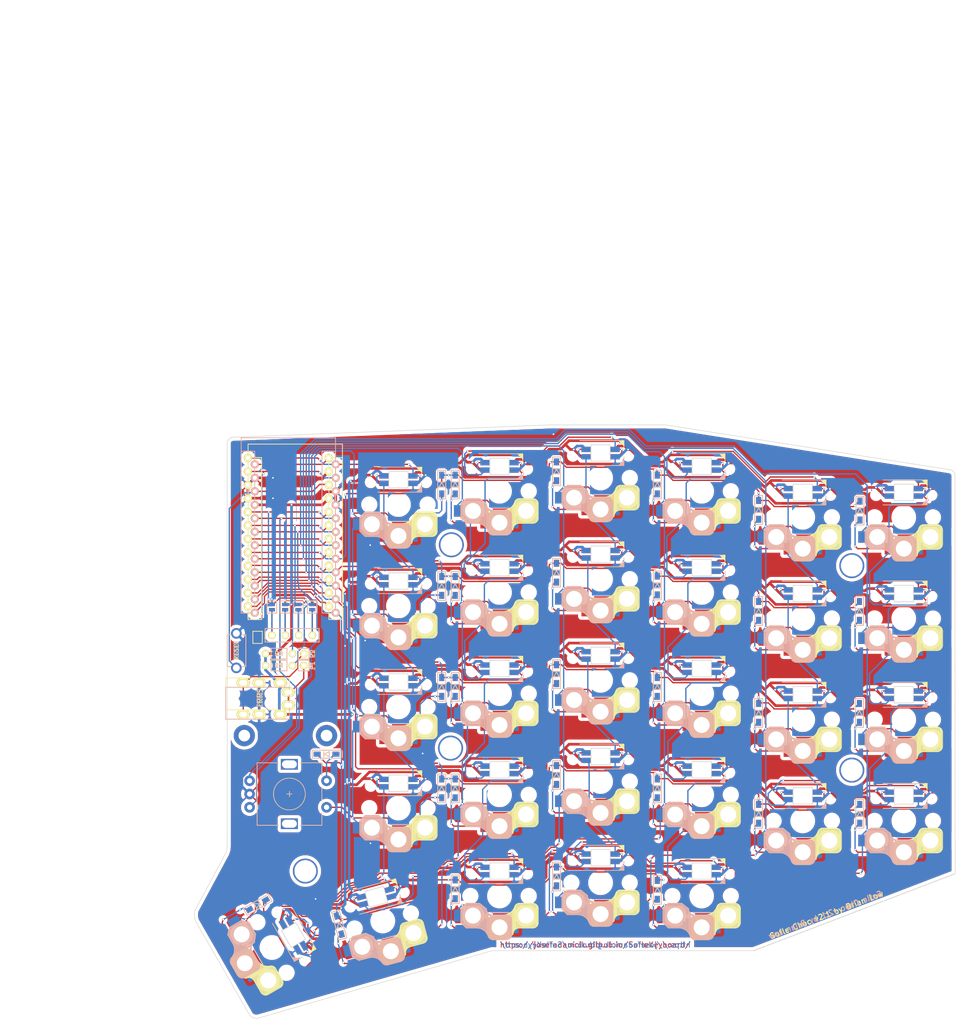
<source format=kicad_pcb>
(kicad_pcb (version 20221018) (generator pcbnew)
  (layers (0 "F.Cu" signal) (31 "B.Cu" signal) (34 "B.Paste" user) (35 "F.Paste" user) (36 "B.SilkS" user "B.Silkscreen") (37 "F.SilkS" user "F.Silkscreen") (38 "B.Mask" user) (39 "F.Mask" user) (44 "Edge.Cuts" user))
  (net 0 "")
  (net 1 "Net-(D1-Pad2)")
  (net 2 "row4")
  (net 3 "Net-(D2-Pad2)")
  (net 4 "Net-(D3-Pad2)")
  (net 5 "row0")
  (net 6 "Net-(D4-Pad2)")
  (net 7 "row1")
  (net 8 "Net-(D5-Pad2)")
  (net 9 "row2")
  (net 10 "Net-(D6-Pad2)")
  (net 11 "row3")
  (net 12 "Net-(D7-Pad2)")
  (net 13 "Net-(D8-Pad2)")
  (net 14 "Net-(D9-Pad2)")
  (net 15 "Net-(D10-Pad2)")
  (net 16 "Net-(D11-Pad2)")
  (net 17 "Net-(D12-Pad2)")
  (net 18 "Net-(D13-Pad2)")
  (net 19 "Net-(D14-Pad2)")
  (net 20 "Net-(D15-Pad2)")
  (net 21 "Net-(D16-Pad2)")
  (net 22 "Net-(D17-Pad2)")
  (net 23 "Net-(D18-Pad2)")
  (net 24 "Net-(D19-Pad2)")
  (net 25 "Net-(D20-Pad2)")
  (net 26 "Net-(D21-Pad2)")
  (net 27 "Net-(D22-Pad2)")
  (net 28 "Net-(D23-Pad2)")
  (net 29 "Net-(D24-Pad2)")
  (net 30 "Net-(D26-Pad2)")
  (net 31 "Net-(D27-Pad2)")
  (net 32 "Net-(D28-Pad2)")
  (net 33 "VCC")
  (net 34 "GND")
  (net 35 "col0")
  (net 36 "col1")
  (net 37 "col2")
  (net 38 "col3")
  (net 39 "col4")
  (net 40 "SDA")
  (net 41 "LED")
  (net 42 "SCL")
  (net 43 "RESET")
  (net 44 "Net-(D29-Pad2)")
  (net 45 "Net-(U1-Pad24)")
  (net 46 "Net-(U1-Pad7)")
  (net 47 "DATA")
  (net 48 "Net-(J3-Pad1)")
  (net 49 "Net-(J3-Pad2)")
  (net 50 "Net-(J3-Pad3)")
  (net 51 "Net-(J3-Pad4)")
  (net 52 "Net-(D30-Pad2)")
  (net 53 "SW25B")
  (net 54 "SW25A")
  (net 55 "ENCB")
  (net 56 "ENCA")
  (net 57 "/i2c_c")
  (net 58 "/i2c_d")
  (net 59 "Net-(SW1-Pad2)")
  (net 60 "Net-(SW2-Pad2)")
  (net 61 "Net-(SW3-Pad2)")
  (net 62 "Net-(SW12-Pad4)")
  (net 63 "Net-(SW13-Pad4)")
  (net 64 "Net-(SW10-Pad2)")
  (net 65 "Net-(SW10-Pad4)")
  (net 66 "Net-(SW11-Pad4)")
  (net 67 "Net-(SW13-Pad2)")
  (net 68 "Net-(SW14-Pad2)")
  (net 69 "Net-(SW15-Pad2)")
  (net 70 "Net-(SW17-Pad2)")
  (net 71 "Net-(SW19-Pad2)")
  (net 72 "Net-(SW26-Pad2)")
  (net 73 "Net-(SW29-Pad2)")
  (net 74 "Net-(SW14-Pad4)")
  (net 75 "Net-(SW15-Pad4)")
  (net 76 "Net-(SW11-Pad2)")
  (net 77 "Net-(SW12-Pad2)")
  (net 78 "Net-(SW21-Pad2)")
  (net 79 "Net-(SW23-Pad2)")
  (net 80 "Net-(SW2-Pad4)")
  (net 81 "Net-(SW20-Pad4)")
  (net 82 "Net-(SW27-Pad2)")
  (net 83 "Net-(SW4-Pad2)")
  (net 84 "Net-(SW6-Pad2)")
  (net 85 "Net-(SW16-Pad4)")
  (net 86 "Net-(SW18-Pad4)")
  (net 87 "Net-(SW22-Pad4)")
  (footprint "SofleKeyboard-footprint:RESISTOR_mini" (layer "F.Cu") (at 98.039272 80.311965)
    (fp_text reference "R1")
    (fp_text value "R" hide)
  )
  (footprint "SofleKeyboard-footprint:RESISTOR_mini" (layer "F.Cu") (at 98.039272 78.061965)
    (fp_text reference "R2")
    (fp_text value "R" hide)
  )
  (footprint "SofleKeyboard-footprint:MJ-4PP-9" (layer "F.Cu") (at 88 85.65 90)
    (fp_text reference "J2")
    (fp_text value "4PIN" hide)
  )
  (footprint "SofleKeyboard-footprint:1pin_conn" (layer "F.Cu") (at 102.7 80.3 -90)
    (fp_text reference "P1")
    (fp_text value "i2c_pin" hide)
  )
  (footprint "SofleKeyboard-footprint:1pin_conn" (layer "F.Cu") (at 102.7 78.1 -90)
    (fp_text reference "P2")
    (fp_text value "i2c_pin" hide)
  )
  (footprint "SofleKeyboard-footprint:HOLE_M2_TH" (layer "F.Cu") (at 103 119 90)
    (fp_text reference "TH7" hide)
    (fp_text value "HOLE" hide)
  )
  (footprint "SofleKeyboard-footprint:ProMicro" (layer "F.Cu") (at 101 56)
    (fp_text reference "U1" hide)
    (fp_text value "ProMicro" hide)
  )
  (footprint "SofleKeyboard-footprint:Jumper" (layer "F.Cu") (at 104.3 69.3 90)
    (fp_text reference "JP1" hide)
    (fp_text value "Jumper_NO_Small" hide)
  )
  (footprint "SofleKeyboard-footprint:Jumper" (layer "F.Cu") (at 101.7 69.3 90)
    (fp_text reference "JP2" hide)
    (fp_text value "Jumper_NO_Small" hide)
  )
  (footprint "SofleKeyboard-footprint:Jumper" (layer "F.Cu") (at 99.2 69.3 90)
    (fp_text reference "JP3" hide)
    (fp_text value "Jumper_NO_Small" hide)
  )
  (footprint "SofleKeyboard-footprint:TACT_SWITCH_TVBP06" (layer "F.Cu") (at 90 77.5 -90)
    (fp_text reference "RSW1" hide)
    (fp_text value "SW_RST" hide)
  )
  (footprint "SofleKeyboard-footprint:jumper_data" (layer "F.Cu") (at 94 75 -90)
    (fp_text reference "W1" hide)
    (fp_text value "jumper" hide)
  )
  (footprint "Diode_SMD:crkbd-diode" (layer "F.Cu") (at 128.705 46.227 -90)
    (fp_text reference "D1" hide)
    (fp_text value "D" hide)
  )
  (footprint "Diode_SMD:crkbd-diode" (layer "F.Cu") (at 131.245 46.23 -90)
    (fp_text reference "D2" hide)
    (fp_text value "D" hide)
  )
  (footprint "Diode_SMD:crkbd-diode" (layer "F.Cu") (at 150.345 43.73 -90)
    (fp_text reference "D3" hide)
    (fp_text value "D" hide)
  )
  (footprint "Diode_SMD:crkbd-diode" (layer "F.Cu") (at 169.345 46.23 -90)
    (fp_text reference "D4" hide)
    (fp_text value "D" hide)
  )
  (footprint "Diode_SMD:crkbd-diode" (layer "F.Cu") (at 188.445 51 -90)
    (fp_text reference "D5" hide)
    (fp_text value "D" hide)
  )
  (footprint "Diode_SMD:crkbd-diode" (layer "F.Cu") (at 207.545 51.13 -90)
    (fp_text reference "D6" hide)
    (fp_text value "D" hide)
  )
  (footprint "Diode_SMD:crkbd-diode" (layer "F.Cu") (at 128.705 84.33 -90)
    (fp_text reference "D13" hide)
    (fp_text value "D" hide)
  )
  (footprint "Diode_SMD:crkbd-diode" (layer "F.Cu") (at 128.705 103.43 -90)
    (fp_text reference "D19" hide)
    (fp_text value "D" hide)
  )
  (footprint "Diode_SMD:crkbd-diode" (layer "F.Cu") (at 107 97)
    (fp_text reference "D25" hide)
    (fp_text value "D" hide)
  )
  (footprint "Diode_SMD:crkbd-diode" (layer "F.Cu") (at 94.007 125.351 -150)
    (fp_text reference "D26" hide)
    (fp_text value "D" hide)
  )
  (footprint "SofleChoc:Choc_Hotswap_SK6812MiniE" (layer "F.Cu") (at 120.55 50 180)
    (fp_text reference "SW1" hide)
    (fp_text value "SW_PUSH_LED" hide)
    (fp_line (start -1.8 3.149) (end -1.8 6.249) (stroke (width 0.12)) (layer "Edge.Cuts"))
    (fp_line (start -1.8 6.249) (end 1.8 6.249) (stroke (width 0.12)) (layer "Edge.Cuts"))
    (fp_line (start 1.8 3.149) (end -1.8 3.149) (stroke (width 0.12)) (layer "Edge.Cuts"))
    (fp_line (start 1.8 6.249) (end 1.8 3.149) (stroke (width 0.12)) (layer "Edge.Cuts"))
  )
  (footprint "SofleChoc:Choc_Hotswap_SK6812MiniE" (layer "F.Cu") (at 158.65 45 180)
    (fp_text reference "SW3" hide)
    (fp_text value "SW_PUSH_LED" hide)
    (fp_line (start -1.8 3.149) (end -1.8 6.249) (stroke (width 0.12)) (layer "Edge.Cuts"))
    (fp_line (start -1.8 6.249) (end 1.8 6.249) (stroke (width 0.12)) (layer "Edge.Cuts"))
    (fp_line (start 1.8 3.149) (end -1.8 3.149) (stroke (width 0.12)) (layer "Edge.Cuts"))
    (fp_line (start 1.8 6.249) (end 1.8 3.149) (stroke (width 0.12)) (layer "Edge.Cuts"))
  )
  (footprint "SofleChoc:Choc_Hotswap_SK6812MiniE" (layer "F.Cu") (at 120.55 88.1 180)
    (fp_text reference "SW13" hide)
    (fp_text value "SW_PUSH_LED" hide)
    (fp_line (start -1.8 3.149) (end -1.8 6.249) (stroke (width 0.12)) (layer "Edge.Cuts"))
    (fp_line (start -1.8 6.249) (end 1.8 6.249) (stroke (width 0.12)) (layer "Edge.Cuts"))
    (fp_line (start 1.8 3.149) (end -1.8 3.149) (stroke (width 0.12)) (layer "Edge.Cuts"))
    (fp_line (start 1.8 6.249) (end 1.8 3.149) (stroke (width 0.12)) (layer "Edge.Cuts"))
  )
  (footprint "SofleChoc:Choc_Hotswap_SK6812MiniE" (layer "F.Cu") (at 139.6 85.6 180)
    (fp_text reference "SW14" hide)
    (fp_text value "SW_PUSH_LED" hide)
    (fp_line (start -1.8 3.149) (end -1.8 6.249) (stroke (width 0.12)) (layer "Edge.Cuts"))
    (fp_line (start -1.8 6.249) (end 1.8 6.249) (stroke (width 0.12)) (layer "Edge.Cuts"))
    (fp_line (start 1.8 3.149) (end -1.8 3.149) (stroke (width 0.12)) (layer "Edge.Cuts"))
    (fp_line (start 1.8 6.249) (end 1.8 3.149) (stroke (width 0.12)) (layer "Edge.Cuts"))
  )
  (footprint "SofleChoc:Choc_Hotswap_SK6812MiniE" (layer "F.Cu") (at 120.55 107.15 180)
    (fp_text reference "SW19" hide)
    (fp_text value "SW_PUSH_LED" hide)
    (fp_line (start -1.8 3.149) (end -1.8 6.249) (stroke (width 0.12)) (layer "Edge.Cuts"))
    (fp_line (start -1.8 6.249) (end 1.8 6.249) (stroke (width 0.12)) (layer "Edge.Cuts"))
    (fp_line (start 1.8 3.149) (end -1.8 3.149) (stroke (width 0.12)) (layer "Edge.Cuts"))
    (fp_line (start 1.8 6.249) (end 1.8 3.149) (stroke (width 0.12)) (layer "Edge.Cuts"))
  )
  (footprint "SofleChoc:Choc_Hotswap_SK6812MiniE" (layer "F.Cu") (at 158.65 102.15 180)
    (fp_text reference "SW21" hide)
    (fp_text value "SW_PUSH_LED" hide)
    (fp_line (start -1.8 3.149) (end -1.8 6.249) (stroke (width 0.12)) (layer "Edge.Cuts"))
    (fp_line (start -1.8 6.249) (end 1.8 6.249) (stroke (width 0.12)) (layer "Edge.Cuts"))
    (fp_line (start 1.8 3.149) (end -1.8 3.149) (stroke (width 0.12)) (layer "Edge.Cuts"))
    (fp_line (start 1.8 6.249) (end 1.8 3.149) (stroke (width 0.12)) (layer "Edge.Cuts"))
  )
  (footprint "SofleChoc:Choc_Hotswap_SK6812MiniE" (layer "F.Cu") (at 196.75 109.55 180)
    (fp_text reference "SW23" hide)
    (fp_text value "SW_PUSH_LED" hide)
    (fp_line (start -1.8 3.149) (end -1.8 6.249) (stroke (width 0.12)) (layer "Edge.Cuts"))
    (fp_line (start -1.8 6.249) (end 1.8 6.249) (stroke (width 0.12)) (layer "Edge.Cuts"))
    (fp_line (start 1.8 3.149) (end -1.8 3.149) (stroke (width 0.12)) (layer "Edge.Cuts"))
    (fp_line (start 1.8 6.249) (end 1.8 3.149) (stroke (width 0.12)) (layer "Edge.Cuts"))
  )
  (footprint "SofleChoc:Choc_Hotswap_SK6812MiniE" (layer "F.Cu") (at 96.71 133.4 120)
    (fp_text reference "SW26" hide)
    (fp_text value "SW_PUSH_LED" hide)
    (fp_line (start -1.8 3.149) (end -1.8 6.249) (stroke (width 0.12)) (layer "Edge.Cuts"))
    (fp_line (start -1.8 6.249) (end 1.8 6.249) (stroke (width 0.12)) (layer "Edge.Cuts"))
    (fp_line (start 1.8 3.149) (end -1.8 3.149) (stroke (width 0.12)) (layer "Edge.Cuts"))
    (fp_line (start 1.8 6.249) (end 1.8 3.149) (stroke (width 0.12)) (layer "Edge.Cuts"))
  )
  (footprint "SofleKeyboard-footprint:M2_HOLE_PCB" (layer "F.Cu") (at 91.5 93.5)
    (fp_text reference "TH1" hide)
    (fp_text value "HOLE")
  )
  (footprint "SofleKeyboard-footprint:Jumper" (layer "F.Cu") (at 96.7 69.3 90)
    (fp_text reference "JP4" hide)
    (fp_text value "Jumper_NO_Small" hide)
  )
  (footprint "SofleKeyboard-footprint:OLED_4Pin" (layer "F.Cu") (at 96.7 74.6)
    (fp_text reference "J3" hide)
    (fp_text value "OLED" hide)
  )
  (footprint "SofleKeyboard-footprint:M2_HOLE_PCB" (layer "F.Cu") (at 107 93.5)
    (fp_text reference "TH2" hide)
    (fp_text value "HOLE")
  )
  (footprint "SofleKeyboard-footprint:RotaryEncoder_Alps_EC11E-Switch_Vertical_H20mm-keebio_modified" (layer "F.Cu") (at 100 104.5)
    (fp_text reference "SW25" hide)
    (fp_text value "Rotary_Encoder_Switch")
  )
  (footprint "SofleChoc:Choc_Hotswap_SK6812MiniE" (layer "F.Cu") (at 117.6 128.4 -165)
    (fp_text reference "SW27" hide)
    (fp_text value "SW_PUSH_LED" hide)
    (fp_line (start -1.8 3.149) (end -1.8 6.249) (stroke (width 0.12)) (layer "Edge.Cuts"))
    (fp_line (start -1.8 6.249) (end 1.8 6.249) (stroke (width 0.12)) (layer "Edge.Cuts"))
    (fp_line (start 1.8 3.149) (end -1.8 3.149) (stroke (width 0.12)) (layer "Edge.Cuts"))
    (fp_line (start 1.8 6.249) (end 1.8 3.149) (stroke (width 0.12)) (layer "Edge.Cuts"))
  )
  (footprint "SofleChoc:Choc_Hotswap_SK6812MiniE" (layer "F.Cu") (at 215.8 71.45 180)
    (fp_text reference "SW12" hide)
    (fp_text value "SW_PUSH_LED" hide)
    (fp_line (start -1.8 3.149) (end -1.8 6.249) (stroke (width 0.12)) (layer "Edge.Cuts"))
    (fp_line (start -1.8 6.249) (end 1.8 6.249) (stroke (width 0.12)) (layer "Edge.Cuts"))
    (fp_line (start 1.8 3.149) (end -1.8 3.149) (stroke (width 0.12)) (layer "Edge.Cuts"))
    (fp_line (start 1.8 6.249) (end 1.8 3.149) (stroke (width 0.12)) (layer "Edge.Cuts"))
  )
  (footprint "SofleChoc:Choc_Hotswap_SK6812MiniE" (layer "F.Cu") (at 215.8 90.5 180)
    (fp_text reference "SW18" hide)
    (fp_text value "SW_PUSH_LED" hide)
    (fp_line (start -1.8 3.149) (end -1.8 6.249) (stroke (width 0.12)) (layer "Edge.Cuts"))
    (fp_line (start -1.8 6.249) (end 1.8 6.249) (stroke (width 0.12)) (layer "Edge.Cuts"))
    (fp_line (start 1.8 3.149) (end -1.8 3.149) (stroke (width 0.12)) (layer "Edge.Cuts"))
    (fp_line (start 1.8 6.249) (end 1.8 3.149) (stroke (width 0.12)) (layer "Edge.Cuts"))
  )
  (footprint "SofleChoc:Choc_Hotswap_SK6812MiniE" (layer "F.Cu") (at 215.8 109.55 180)
    (fp_text reference "SW24" hide)
    (fp_text value "SW_PUSH_LED" hide)
    (fp_line (start -1.8 3.149) (end -1.8 6.249) (stroke (width 0.12)) (layer "Edge.Cuts"))
    (fp_line (start -1.8 6.249) (end 1.8 6.249) (stroke (width 0.12)) (layer "Edge.Cuts"))
    (fp_line (start 1.8 3.149) (end -1.8 3.149) (stroke (width 0.12)) (layer "Edge.Cuts"))
    (fp_line (start 1.8 6.249) (end 1.8 3.149) (stroke (width 0.12)) (layer "Edge.Cuts"))
  )
  (footprint "SofleChoc:Choc_Hotswap_SK6812MiniE" (layer "F.Cu") (at 177.7 47.5 180)
    (fp_text reference "SW4" hide)
    (fp_text value "SW_PUSH_LED" hide)
    (fp_line (start -1.8 3.149) (end -1.8 6.249) (stroke (width 0.12)) (layer "Edge.Cuts"))
    (fp_line (start -1.8 6.249) (end 1.8 6.249) (stroke (width 0.12)) (layer "Edge.Cuts"))
    (fp_line (start 1.8 3.149) (end -1.8 3.149) (stroke (width 0.12)) (layer "Edge.Cuts"))
    (fp_line (start 1.8 6.249) (end 1.8 3.149) (stroke (width 0.12)) (layer "Edge.Cuts"))
  )
  (footprint "SofleKeyboard-footprint:HOLE_M2_TH" (layer "F.Cu") (at 206.225 61.775)
    (fp_text reference "TH4" hide)
    (fp_text value "HOLE" hide)
  )
  (footprint "Diode_SMD:crkbd-diode" (layer "F.Cu") (at 128.705 65.33 -90)
    (fp_text reference "D7" hide)
    (fp_text value "D" hide)
  )
  (footprint "Diode_SMD:crkbd-diode" (layer "F.Cu") (at 131.245 65.33 -90)
    (fp_text reference "D8" hide)
    (fp_text value "D" hide)
  )
  (footprint "Diode_SMD:crkbd-diode" (layer "F.Cu") (at 150.345 62.82 -90)
    (fp_text reference "D9" hide)
    (fp_text value "D" hide)
  )
  (footprint "Diode_SMD:crkbd-diode" (layer "F.Cu") (at 169.345 65.23 -90)
    (fp_text reference "D10" hide)
    (fp_text value "D" hide)
  )
  (footprint "Diode_SMD:crkbd-diode" (layer "F.Cu") (at 188.445 70.03 -90)
    (fp_text reference "D11" hide)
    (fp_text value "D" hide)
  )
  (footprint "Diode_SMD:crkbd-diode" (layer "F.Cu") (at 207.445 70.03 -90)
    (fp_text reference "D12" hide)
    (fp_text value "D" hide)
  )
  (footprint "SofleChoc:Choc_Hotswap_SK6812MiniE" (layer "F.Cu") (at 196.75 52.4 180)
    (fp_text reference "SW5" hide)
    (fp_text value "SW_PUSH_LED" hide)
    (fp_line (start -1.8 3.149) (end -1.8 6.249) (stroke (width 0.12)) (layer "Edge.Cuts"))
    (fp_line (start -1.8 6.249) (end 1.8 6.249) (stroke (width 0.12)) (layer "Edge.Cuts"))
    (fp_line (start 1.8 3.149) (end -1.8 3.149) (stroke (width 0.12)) (layer "Edge.Cuts"))
    (fp_line (start 1.8 6.249) (end 1.8 3.149) (stroke (width 0.12)) (layer "Edge.Cuts"))
  )
  (footprint "SofleChoc:Choc_Hotswap_SK6812MiniE" (layer "F.Cu") (at 139.6 66.55 180)
    (fp_text reference "SW8" hide)
    (fp_text value "SW_PUSH_LED" hide)
    (fp_line (start -1.8 3.149) (end -1.8 6.249) (stroke (width 0.12)) (layer "Edge.Cuts"))
    (fp_line (start -1.8 6.249) (end 1.8 6.249) (stroke (width 0.12)) (layer "Edge.Cuts"))
    (fp_line (start 1.8 3.149) (end -1.8 3.149) (stroke (width 0.12)) (layer "Edge.Cuts"))
    (fp_line (start 1.8 6.249) (end 1.8 3.149) (stroke (width 0.12)) (layer "Edge.Cuts"))
  )
  (footprint "SofleChoc:Choc_Hotswap_SK6812MiniE" (layer "F.Cu") (at 177.7 66.55 180)
    (fp_text reference "SW10" hide)
    (fp_text value "SW_PUSH_LED" hide)
    (fp_line (start -1.8 3.149) (end -1.8 6.249) (stroke (width 0.12)) (layer "Edge.Cuts"))
    (fp_line (start -1.8 6.249) (end 1.8 6.249) (stroke (width 0.12)) (layer "Edge.Cuts"))
    (fp_line (start 1.8 3.149) (end -1.8 3.149) (stroke (width 0.12)) (layer "Edge.Cuts"))
    (fp_line (start 1.8 6.249) (end 1.8 3.149) (stroke (width 0.12)) (layer "Edge.Cuts"))
  )
  (footprint "SofleChoc:Choc_Hotswap_SK6812MiniE" (layer "F.Cu") (at 158.65 64.05 180)
    (fp_text reference "SW9" hide)
    (fp_text value "SW_PUSH_LED" hide)
    (fp_line (start -1.8 3.149) (end -1.8 6.249) (stroke (width 0.12)) (layer "Edge.Cuts"))
    (fp_line (start -1.8 6.249) (end 1.8 6.249) (stroke (width 0.12)) (layer "Edge.Cuts"))
    (fp_line (start 1.8 3.149) (end -1.8 3.149) (stroke (width 0.12)) (layer "Edge.Cuts"))
    (fp_line (start 1.8 6.249) (end 1.8 3.149) (stroke (width 0.12)) (layer "Edge.Cuts"))
  )
  (footprint "SofleChoc:Choc_Hotswap_SK6812MiniE" (layer "F.Cu") (at 177.7 85.6 180)
    (fp_text reference "SW16" hide)
    (fp_text value "SW_PUSH_LED" hide)
    (fp_line (start -1.8 3.149) (end -1.8 6.249) (stroke (width 0.12)) (layer "Edge.Cuts"))
    (fp_line (start -1.8 6.249) (end 1.8 6.249) (stroke (width 0.12)) (layer "Edge.Cuts"))
    (fp_line (start 1.8 3.149) (end -1.8 3.149) (stroke (width 0.12)) (layer "Edge.Cuts"))
    (fp_line (start 1.8 6.249) (end 1.8 3.149) (stroke (width 0.12)) (layer "Edge.Cuts"))
  )
  (footprint "SofleChoc:Choc_Hotswap_SK6812MiniE" (layer "F.Cu") (at 215.8 52.4 180)
    (fp_text reference "SW6" hide)
    (fp_text value "SW_PUSH_LED" hide)
    (fp_line (start -1.8 3.149) (end -1.8 6.249) (stroke (width 0.12)) (layer "Edge.Cuts"))
    (fp_line (start -1.8 6.249) (end 1.8 6.249) (stroke (width 0.12)) (layer "Edge.Cuts"))
    (fp_line (start 1.8 3.149) (end -1.8 3.149) (stroke (width 0.12)) (layer "Edge.Cuts"))
    (fp_line (start 1.8 6.249) (end 1.8 3.149) (stroke (width 0.12)) (layer "Edge.Cuts"))
  )
  (footprint "SofleChoc:Choc_Hotswap_SK6812MiniE" (layer "F.Cu") (at 120.55 69.1 180)
    (fp_text reference "SW7" hide)
    (fp_text value "SW_PUSH_LED" hide)
    (fp_line (start -1.8 3.149) (end -1.8 6.249) (stroke (width 0.12)) (layer "Edge.Cuts"))
    (fp_line (start -1.8 6.249) (end 1.8 6.249) (stroke (width 0.12)) (layer "Edge.Cuts"))
    (fp_line (start 1.8 3.149) (end -1.8 3.149) (stroke (width 0.12)) (layer "Edge.Cuts"))
    (fp_line (start 1.8 6.249) (end 1.8 3.149) (stroke (width 0.12)) (layer "Edge.Cuts"))
  )
  (footprint "SofleChoc:Choc_Hotswap_SK6812MiniE" (layer "F.Cu") (at 177.7 123.7 180)
    (fp_text reference "SW30" hide)
    (fp_text value "SW_PUSH_LED" hide)
    (fp_line (start -1.8 3.149) (end -1.8 6.249) (stroke (width 0.12)) (layer "Edge.Cuts"))
    (fp_line (start -1.8 6.249) (end 1.8 6.249) (stroke (width 0.12)) (layer "Edge.Cuts"))
    (fp_line (start 1.8 3.149) (end -1.8 3.149) (stroke (width 0.12)) (layer "Edge.Cuts"))
    (fp_line (start 1.8 6.249) (end 1.8 3.149) (stroke (width 0.12)) (layer "Edge.Cuts"))
  )
  (footprint "SofleChoc:Choc_Hotswap_SK6812MiniE" (layer "F.Cu") (at 196.75 71.45 180)
    (fp_text reference "SW11" hide)
    (fp_text value "SW_PUSH_LED" hide)
    (fp_line (start -1.8 3.149) (end -1.8 6.249) (stroke (width 0.12)) (layer "Edge.Cuts"))
    (fp_line (start -1.8 6.249) (end 1.8 6.249) (stroke (width 0.12)) (layer "Edge.Cuts"))
    (fp_line (start 1.8 3.149) (end -1.8 3.149) (stroke (width 0.12)) (layer "Edge.Cuts"))
    (fp_line (start 1.8 6.249) (end 1.8 3.149) (stroke (width 0.12)) (layer "Edge.Cuts"))
  )
  (footprint "SofleChoc:Choc_Hotswap_SK6812MiniE" (layer "F.Cu") (at 177.7 104.65 180)
    (fp_text reference "SW22" hide)
    (fp_text value "SW_PUSH_LED" hide)
    (fp_line (start -1.8 3.149) (end -1.8 6.249) (stroke (width 0.12)) (layer "Edge.Cuts"))
    (fp_line (start -1.8 6.249) (end 1.8 6.249) (stroke (width 0.12)) (layer "Edge.Cuts"))
    (fp_line (start 1.8 3.149) (end -1.8 3.149) (stroke (width 0.12)) (layer "Edge.Cuts"))
    (fp_line (start 1.8 6.249) (end 1.8 3.149) (stroke (width 0.12)) (layer "Edge.Cuts"))
  )
  (footprint "SofleChoc:Choc_Hotswap_SK6812MiniE" (layer "F.Cu") (at 196.75 90.5 180)
    (fp_text reference "SW17" hide)
    (fp_text value "SW_PUSH_LED" hide)
    (fp_line (start -1.8 3.149) (end -1.8 6.249) (stroke (width 0.12)) (layer "Edge.Cuts"))
    (fp_line (start -1.8 6.249) (end 1.8 6.249) (stroke (width 0.12)) (layer "Edge.Cuts"))
    (fp_line (start 1.8 3.149) (end -1.8 3.149) (stroke (width 0.12)) (layer "Edge.Cuts"))
    (fp_line (start 1.8 6.249) (end 1.8 3.149) (stroke (width 0.12)) (layer "Edge.Cuts"))
  )
  (footprint "SofleChoc:Choc_Hotswap_SK6812MiniE" (layer "F.Cu") (at 158.65 121.2 180)
    (fp_text reference "SW29" hide)
    (fp_text value "SW_PUSH_LED" hide)
    (fp_line (start -1.8 3.149) (end -1.8 6.249) (stroke (width 0.12)) (layer "Edge.Cuts"))
    (fp_line (start -1.8 6.249) (end 1.8 6.249) (stroke (width 0.12)) (layer "Edge.Cuts"))
    (fp_line (start 1.8 3.149) (end -1.8 3.149) (stroke (width 0.12)) (layer "Edge.Cuts"))
    (fp_line (start 1.8 6.249) (end 1.8 3.149) (stroke (width 0.12)) (layer "Edge.Cuts"))
  )
  (footprint "SofleChoc:Choc_Hotswap_SK6812MiniE" (layer "F.Cu") (at 158.65 83.1 180)
    (fp_text reference "SW15" hide)
    (fp_text value "SW_PUSH_LED" hide)
    (fp_line (start -1.8 3.149) (end -1.8 6.249) (stroke (width 0.12)) (layer "Edge.Cuts"))
    (fp_line (start -1.8 6.249) (end 1.8 6.249) (stroke (width 0.12)) (layer "Edge.Cuts"))
    (fp_line (start 1.8 3.149) (end -1.8 3.149) (stroke (width 0.12)) (layer "Edge.Cuts"))
    (fp_line (start 1.8 6.249) (end 1.8 3.149) (stroke (width 0.12)) (layer "Edge.Cuts"))
  )
  (footprint "SofleChoc:Choc_Hotswap_SK6812MiniE" (layer "F.Cu") (at 139.6 47.5 180)
    (fp_text reference "SW2" hide)
    (fp_text value "SW_PUSH_LED" hide)
    (fp_line (start -1.8 3.149) (end -1.8 6.249) (stroke (width 0.12)) (layer "Edge.Cuts"))
    (fp_line (start -1.8 6.249) (end 1.8 6.249) (stroke (width 0.12)) (layer "Edge.Cuts"))
    (fp_line (start 1.8 3.149) (end -1.8 3.149) (stroke (width 0.12)) (layer "Edge.Cuts"))
    (fp_line (start 1.8 6.249) (end 1.8 3.149) (stroke (width 0.12)) (layer "Edge.Cuts"))
  )
  (footprint "Diode_SMD:crkbd-diode" (layer "F.Cu") (at 109.374 129.161 -75)
    (fp_text reference "D27" hide)
    (fp_text value "D" hide)
  )
  (footprint "SofleChoc:Choc_Hotswap_SK6812MiniE" (layer "F.Cu") (at 139.6 104.65 180)
    (fp_text reference "SW20" hide)
    (fp_text value "SW_PUSH_LED" hide)
    (fp_line (start -1.8 3.149) (end -1.8 6.249) (stroke (width 0.12)) (layer "Edge.Cuts"))
    (fp_line (start -1.8 6.249) (end 1.8 6.249) (stroke (width 0.12)) (layer "Edge.Cuts"))
    (fp_line (start 1.8 3.149) (end -1.8 3.149) (stroke (width 0.12)) (layer "Edge.Cuts"))
    (fp_line (start 1.8 6.249) (end 1.8 3.149) (stroke (width 0.12)) (layer "Edge.Cuts"))
  )
  (footprint "SofleKeyboard-footprint:HOLE_M2_TH" (layer "F.Cu") (at 206.175 100.025)
    (fp_text reference "TH6" hide)
    (fp_text value "HOLE" hide)
  )
  (footprint "Diode_SMD:crkbd-diode" (layer "F.Cu") (at 150.345 81.92 -90)
    (fp_text reference "D15" hide)
    (fp_text value "D" hide)
  )
  (footprint "Diode_SMD:crkbd-diode" (layer "F.Cu") (at 169.345 84.33 -90)
    (fp_text reference "D16" hide)
    (fp_text value "D" hide)
  )
  (footprint "Diode_SMD:crkbd-diode" (layer "F.Cu") (at 188.445 89.23 -90)
    (fp_text reference "D17" hide)
    (fp_text value "D" hide)
  )
  (footprint "Diode_SMD:crkbd-diode" (layer "F.Cu") (at 207.445 89.23 -90)
    (fp_text reference "D18" hide)
    (fp_text value "D" hide)
  )
  (footprint "Diode_SMD:crkbd-diode" (layer "F.Cu") (at 131.245 122.43 -90)
    (fp_text reference "D28" hide)
    (fp_text value "D" hide)
  )
  (footprint "Diode_SMD:crkbd-diode" (layer "F.Cu") (at 150.345 120.02 -90)
    (fp_text reference "D29" hide)
    (fp_text value "D" hide)
  )
  (footprint "Diode_SMD:crkbd-diode" (layer "F.Cu") (at 207.495 108.23 -90)
    (fp_text reference "D24" hide)
    (fp_text value "D" hide)
  )
  (footprint "Diode_SMD:crkbd-diode" (layer "F.Cu") (at 131.245 103.43 -90)
    (fp_text reference "D20" hide)
    (fp_text value "D" hide)
  )
  (footprint "Diode_SMD:crkbd-diode" (layer "F.Cu") (at 150.345 100.92 -90)
    (fp_text reference "D21" hide)
    (fp_text value "D" hide)
  )
  (footprint "Diode_SMD:crkbd-diode" (layer "F.Cu") (at 169.345 103.43 -90)
    (fp_text reference "D22" hide)
    (fp_text value "D" hide)
  )
  (footprint "Diode_SMD:crkbd-diode" (layer "F.Cu") (at 188.445 108.23 -90)
    (fp_text reference "D23" hide)
    (fp_text value "D" hide)
  )
  (footprint "Diode_SMD:crkbd-diode" (layer "F.Cu") (at 131.245 84.33 -90)
    (fp_text reference "D14" hide)
    (fp_text value "D" hide)
  )
  (footprint "Diode_SMD:crkbd-diode" (layer "F.Cu") (at 169.345 122.53 -90)
    (fp_text reference "D30" hide)
    (fp_text value "D" hide)
  )
  (footprint "SofleChoc:Choc_Hotswap_SK6812MiniE" (layer "F.Cu") (at 139.6 123.7 180)
    (fp_text reference "SW28" hide)
    (fp_text value "SW_PUSH_LED" hide)
    (fp_line (start -1.8 3.149) (end -1.8 6.249) (stroke (width 0.12)) (layer "Edge.Cuts"))
    (fp_line (start -1.8 6.249) (end 1.8 6.249) (stroke (width 0.12)) (layer "Edge.Cuts"))
    (fp_line (start 1.8 3.149) (end -1.8 3.149) (stroke (width 0.12)) (layer "Edge.Cuts"))
    (fp_line (start 1.8 6.249) (end 1.8 3.149) (stroke (width 0.12)) (layer "Edge.Cuts"))
  )
  (footprint "SofleKeyboard-footprint:HOLE_M2_TH" (layer "F.Cu") (at 130.50212 57.64864)
    (fp_text reference "TH3" hide)
    (fp_text value "HOLE" hide)
  )
  (footprint "SofleKeyboard-footprint:HOLE_M2_TH" (layer "F.Cu") (at 130.40012 95.92764)
    (fp_text reference "TH5" hide)
    (fp_text value "HOLE" hide)
  )
  (footprint "SofleKeyboard-footprint:Jumper" (layer "B.Cu") (at 101.7 69.3 90)
    (fp_text reference "JP6" hide)
    (fp_text value "Jumper_NO_Small" hide)
  )
  (footprint "SofleKeyboard-footprint:Jumper" (layer "B.Cu") (at 99.2 69.3 90)
    (fp_text reference "JP7" hide)
    (fp_text value "Jumper_NO_Small" hide)
  )
  (footprint "SofleKeyboard-footprint:Jumper" (layer "B.Cu") (at 96.7 69.3 90)
    (fp_text reference "JP8" hide)
    (fp_text value "Jumper_NO_Small" hide)
  )
  (footprint "SofleKeyboard-footprint:Jumper" (layer "B.Cu") (at 104.3 69.3 90)
    (fp_text reference "JP5" hide)
    (fp_text value "Jumper_NO_Small" hide)
  )
  (gr_line (start 225.283881 43.997807) (end 225.370281 44.178672) (stroke (width 0.1)) (layer "Edge.Cuts"))
  (gr_line (start 92.55 146.2) (end 82.3 128.4) (stroke (width 0.1)) (layer "Edge.Cuts"))
  (gr_line (start 170.95 35) (end 224.475441 43.445146) (stroke (width 0.1)) (layer "Edge.Cuts"))
  (gr_line (start 88.297257 38.245261) (end 88.364377 38.029014) (stroke (width 0.1)) (layer "Edge.Cuts"))
  (gr_line (start 88.611259 37.662831) (end 88.781752 37.52216) (stroke (width 0.1)) (layer "Edge.Cuts"))
  (gr_line (start 225.424381 44.374571) (end 225.443181 44.581902) (stroke (width 0.1)) (layer "Edge.Cuts"))
  (gr_line (start 88.781752 37.52216) (end 88.977436 37.415945) (stroke (width 0.1)) (layer "Edge.Cuts"))
  (gr_line (start 225.370281 44.178672) (end 225.424381 44.374571) (stroke (width 0.1)) (layer "Edge.Cuts"))
  (gr_line (start 82.2 126.4) (end 88 115.65) (stroke (width 0.1)) (layer "Edge.Cuts"))
  (gr_line (start 88.364377 38.029014) (end 88.47059 37.833327) (stroke (width 0.1)) (layer "Edge.Cuts"))
  (gr_line (start 88.273857 38.477435) (end 88.297257 38.245261) (stroke (width 0.1)) (layer "Edge.Cuts"))
  (gr_line (start 224.677111 43.496776) (end 224.861871 43.581466) (stroke (width 0.1)) (layer "Edge.Cuts"))
  (gr_line (start 224.475441 43.445146) (end 224.677111 43.496776) (stroke (width 0.1)) (layer "Edge.Cuts"))
  (gr_line (start 88.47059 37.833327) (end 88.611259 37.662831) (stroke (width 0.1)) (layer "Edge.Cuts"))
  (gr_line (start 92.55 146.2) (end 92.9 146.5) (stroke (width 0.1)) (layer "Edge.Cuts"))
  (gr_line (start 138.154128 134) (end 187.5 134) (stroke (width 0.1)) (layer "Edge.Cuts"))
  (gr_line (start 149 35) (end 89.425853 37.325405) (stroke (width 0.1)) (layer "Edge.Cuts"))
  (gr_line (start 88.275257 114.4) (end 88.2 115.05) (stroke (width 0.1)) (layer "Edge.Cuts"))
  (gr_line (start 82.3 128.4) (end 82.15 127.9) (stroke (width 0.1)) (layer "Edge.Cuts"))
  (gr_line (start 82.1 126.9) (end 82.2 126.4) (stroke (width 0.1)) (layer "Edge.Cuts"))
  (gr_line (start 82.1 127.3) (end 82.1 126.9) (stroke (width 0.1)) (layer "Edge.Cuts"))
  (gr_line (start 88.2 115.05) (end 88 115.65) (stroke (width 0.1)) (layer "Edge.Cuts"))
  (gr_line (start 93.35 146.65) (end 93.9 146.75) (stroke (width 0.1)) (layer "Edge.Cuts"))
  (gr_line (start 82.15 127.9) (end 82.1 127.3) (stroke (width 0.1)) (layer "Edge.Cuts"))
  (gr_line (start 92.9 146.5) (end 93.35 146.65) (stroke (width 0.1)) (layer "Edge.Cuts"))
  (gr_line (start 225.470181 119.5) (end 187.5 134) (stroke (width 0.15)) (layer "Edge.Cuts"))
  (gr_line (start 88.275257 114.4) (end 88.273857 38.477435) (stroke (width 0.1)) (layer "Edge.Cuts"))
  (gr_line (start 225.168321 43.835582) (end 225.283881 43.997807) (stroke (width 0.1)) (layer "Edge.Cuts"))
  (gr_line (start 224.861871 43.581466) (end 225.026621 43.6956) (stroke (width 0.1)) (layer "Edge.Cuts"))
  (gr_line (start 149 35) (end 170.95 35) (stroke (width 0.1)) (layer "Edge.Cuts"))
  (gr_line (start 88.977436 37.415945) (end 89.19368 37.348815) (stroke (width 0.1)) (layer "Edge.Cuts"))
  (gr_line (start 89.19368 37.348815) (end 89.425853 37.325405) (stroke (width 0.1)) (layer "Edge.Cuts"))
  (gr_line (start 225.026621 43.6956) (end 225.168321 43.835582) (stroke (width 0.1)) (layer "Edge.Cuts"))
  (gr_line (start 138.154128 134) (end 93.9 146.75) (stroke (width 0.1)) (layer "Edge.Cuts"))
  (gr_line (start 225.443181 44.581902) (end 225.470181 119.5) (stroke (width 0.1)) (layer "Edge.Cuts"))
  (gr_text "https://josefadamcik.github.io/SofleKeyboard/" (at 157.64162 132.88464) (layer "F.Cu") (effects (font (size 1 1))))
  (gr_text "https://josefadamcik.github.io/SofleKeyboard/" (at 157.64162 132.88464) (layer "B.Cu") (effects (font (size 1 1)) (justify mirror)))
  (gr_text "Sofle Choc v2.1 by Brian Low" (at 201 127.25 21) (layer "B.SilkS") (effects (font (size 1 1) (thickness 0.2)) (justify mirror)))
  (gr_text "Sofle Choc v2.1 by Brian Low" (at 201.25 127.25 21) (layer "F.SilkS") (effects (font (size 1 1) (thickness 0.2))))
  (segment (start 117.7 55.9) (end 117.7 54.835) (width 0.25) (layer "F.Cu") (net 1))
  (segment (start 117.7 54.835) (end 118.674 53.861) (width 0.25) (layer "F.Cu") (net 1))
  (segment (start 128.705 48.002) (end 128.705 49.21036) (width 0.25) (layer "F.Cu") (net 1))
  (via (at 118.674 53.861) (size 0.4) (drill 0.3) (layers "F.Cu" "B.Cu") (net 1))
  (via (at 128.705 49.21036) (size 0.4) (drill 0.3) (layers "F.Cu" "B.Cu") (net 1))
  (segment (start 124.641 51.564) (end 123.3 52.905) (width 0.25) (layer "B.Cu") (net 1))
  (segment (start 123.3 54.733) (end 122.428 53.861) (width 0.25) (layer "B.Cu") (net 1))
  (segment (start 124.641 51.564) (end 128.23096 51.564) (width 0.25) (layer "B.Cu") (net 1))
  (segment (start 123.3 54.733) (end 123.3 55.85) (width 0.25) (layer "B.Cu") (net 1))
  (segment (start 123.3 52.905) (end 123.3 54.733) (width 0.25) (layer "B.Cu") (net 1))
  (segment (start 123.3 55.85) (end 123.35 55.9) (width 0.25) (layer "B.Cu") (net 1))
  (segment (start 128.23096 51.564) (end 128.705 51.08996) (width 0.25) (layer "B.Cu") (net 1))
  (segment (start 128.705 51.08996) (end 128.705 49.21036) (width 0.25) (layer "B.Cu") (net 1))
  (segment (start 122.428 53.861) (end 119.126 53.861) (width 0.25) (layer "B.Cu") (net 1))
  (segment (start 119.126 53.861) (end 118.674 53.861) (width 0.25) (layer "B.Cu") (net 1))
  (segment (start 128.705 49.21036) (end 128.705 48.002) (width 0.25) (layer "B.Cu") (net 1))
  (segment (start 105.300001 67.100001) (end 105.300001 67.100001) (width 0.25) (layer "F.Cu") (net 2))
  (segment (start 170.485 120.655) (end 169.345 120.655) (width 0.25) (layer "F.Cu") (net 2))
  (segment (start 168.907 119.507) (end 169.345 119.945) (width 0.25) (layer "F.Cu") (net 2))
  (segment (start 165.354 119.507) (end 168.907 119.507) (width 0.25) (layer "F.Cu") (net 2))
  (segment (start 169.345 119.945) (end 169.345 120.655) (width 0.25) (layer "F.Cu") (net 2))
  (segment (start 152.195813 119.174999) (end 165.021999 119.174999) (width 0.25) (layer "F.Cu") (net 2))
  (segment (start 165.021999 119.174999) (end 165.354 119.507) (width 0.25) (layer "F.Cu") (net 2))
  (segment (start 150.345 118.155) (end 151.175814 118.155) (width 0.25) (layer "F.Cu") (net 2))
  (segment (start 151.412407 118.391593) (end 152.195813 119.174999) (width 0.25) (layer "F.Cu") (net 2))
  (segment (start 151.175814 118.155) (end 151.412407 118.391593) (width 0.25) (layer "F.Cu") (net 2))
  (segment (start 131.831814 120.655) (end 131.245 120.655) (width 0.25) (layer "F.Cu") (net 2))
  (segment (start 147.711166 121.63602) (end 132.812834 121.63602) (width 0.25) (layer "F.Cu") (net 2))
  (segment (start 148.96501 120.382176) (end 147.711166 121.63602) (width 0.25) (layer "F.Cu") (net 2))
  (segment (start 132.812834 121.63602) (end 131.831814 120.655) (width 0.25) (layer "F.Cu") (net 2))
  (segment (start 150.345 118.155) (end 149.363 118.155) (width 0.25) (layer "F.Cu") (net 2))
  (segment (start 148.96501 118.55299) (end 148.96501 120.382176) (width 0.25) (layer "F.Cu") (net 2))
  (segment (start 149.363 118.155) (end 148.96501 118.55299) (width 0.25) (layer "F.Cu") (net 2))
  (segment (start 131.242 120.652) (end 131.245 120.655) (width 0.25) (layer "F.Cu") (net 2))
  (segment (start 130.00086 120.652) (end 130.00294 120.65408) (width 0.25) (layer "F.Cu") (net 2))
  (segment (start 130.00086 120.652) (end 131.242 120.652) (width 0.25) (layer "F.Cu") (net 2))
  (segment (start 124.90424 124.263654) (end 110.513556 128.119626) (width 0.25) (layer "F.Cu") (net 2))
  (segment (start 104.16192 136.03424) (end 102.986657 137.209503) (width 0.25) (layer "F.Cu") (net 2))
  (segment (start 105.127834 66.87217) (end 105.327833 67.072169) (width 0.25) (layer "F.Cu") (net 2))
  (segment (start 102.986657 137.209503) (end 101.361057 137.209503) (width 0.25) (layer "F.Cu") (net 2))
  (segment (start 93.83 69.17) (end 94.8 68.2) (width 0.25) (layer "F.Cu") (net 2))
  (segment (start 95.141015 125.740985) (end 95.141015 124.86668) (width 0.25) (layer "F.Cu") (net 2))
  (segment (start 94.8 67.14097) (end 95.98533 65.95564) (width 0.25) (layer "F.Cu") (net 2))
  (segment (start 127.78692 120.65408) (end 130.00294 120.65408) (width 0.25) (layer "F.Cu") (net 2))
  (segment (start 104.16192 135.5168) (end 104.16192 136.03424) (width 0.25) (layer "F.Cu") (net 2))
  (segment (start 104.211304 65.95564) (end 105.127834 66.87217) (width 0.25) (layer "F.Cu") (net 2))
  (segment (start 110.034374 128.119626) (end 107.917008 130.236992) (width 0.25) (layer "F.Cu") (net 2))
  (segment (start 107.917008 130.236992) (end 107.917008 131.761712) (width 0.25) (layer "F.Cu") (net 2))
  (segment (start 94.8 68.2) (end 94.8 67.14097) (width 0.25) (layer "F.Cu") (net 2))
  (segment (start 101.361057 137.209503) (end 95.141015 126.436076) (width 0.25) (layer "F.Cu") (net 2))
  (segment (start 92.18 69.17) (end 93.83 69.17) (width 0.25) (layer "F.Cu") (net 2))
  (segment (start 107.917008 131.761712) (end 104.16192 135.5168) (width 0.25) (layer "F.Cu") (net 2))
  (segment (start 125.780569 123.387325) (end 124.90424 124.263654) (width 0.25) (layer "F.Cu") (net 2))
  (segment (start 105.225 97.04152) (end 106.14312 97.95964) (width 0.25) (layer "F.Cu") (net 2))
  (segment (start 125.780569 122.660431) (end 127.78692 120.65408) (width 0.25) (layer "F.Cu") (net 2))
  (segment (start 95.141015 124.86668) (end 95.544195 124.4635) (width 0.25) (layer "F.Cu") (net 2))
  (segment (start 95.141015 126.436076) (end 95.141015 125.740985) (width 0.25) (layer "F.Cu") (net 2))
  (segment (start 106.14312 97.95964) (end 106.77812 98.59464) (width 0.25) (layer "F.Cu") (net 2))
  (segment (start 125.780569 122.660431) (end 125.780569 123.387325) (width 0.25) (layer "F.Cu") (net 2))
  (segment (start 109.58774 128.119626) (end 108.914596 127.446482) (width 0.25) (layer "F.Cu") (net 2))
  (segment (start 110.034374 128.119626) (end 109.58774 128.119626) (width 0.25) (layer "F.Cu") (net 2))
  (segment (start 109.44512 98.59464) (end 109.82612 98.97564) (width 0.25) (layer "F.Cu") (net 2))
  (segment (start 105.225 97) (end 105.225 97.04152) (width 0.25) (layer "F.Cu") (net 2))
  (segment (start 110.513556 128.119626) (end 110.034374 128.119626) (width 0.25) (layer "F.Cu") (net 2))
  (segment (start 106.77812 98.59464) (end 109.44512 98.59464) (width 0.25) (layer "F.Cu") (net 2))
  (segment (start 95.98533 65.95564) (end 104.211304 65.95564) (width 0.25) (layer "F.Cu") (net 2))
  (via (at 170.485 120.655) (size 0.4) (drill 0.3) (layers "F.Cu" "B.Cu") (net 2))
  (via (at 151.412407 118.391593) (size 0.4) (drill 0.3) (layers "F.Cu" "B.Cu") (net 2))
  (via (at 130.00294 120.65408) (size 0.4) (drill 0.3) (layers "F.Cu" "B.Cu") (net 2))
  (via (at 106.14312 97.95964) (size 0.4) (drill 0.3) (layers "F.Cu" "B.Cu") (net 2))
  (via (at 110.034374 128.119626) (size 0.4) (drill 0.3) (layers "F.Cu" "B.Cu") (net 2))
  (via (at 95.141015 125.740985) (size 0.4) (drill 0.3) (layers "F.Cu" "B.Cu") (net 2))
  (via (at 105.327833 67.072169) (size 0.4) (drill 0.3) (layers "F.Cu" "B.Cu") (net 2))
  (via (at 109.82612 98.97564) (size 0.4) (drill 0.3) (layers "F.Cu" "B.Cu") (net 2))
  (segment (start 169.345 120.655) (end 170.485 120.655) (width 0.25) (layer "B.Cu") (net 2))
  (segment (start 151.175814 118.155) (end 151.412407 118.391593) (width 0.25) (layer "B.Cu") (net 2))
  (segment (start 150.345 118.155) (end 151.175814 118.155) (width 0.25) (layer "B.Cu") (net 2))
  (segment (start 109.36123 127.446482) (end 110.034374 128.119626) (width 0.25) (layer "B.Cu") (net 2))
  (segment (start 108.77 70.37) (end 106.77 70.37) (width 0.25) (layer "B.Cu") (net 2))
  (segment (start 108.914596 125.541164) (end 108.914596 127.446482) (width 0.25) (layer "B.Cu") (net 2))
  (segment (start 109.82612 71.28964) (end 108.902225 70.365745) (width 0.25) (layer "B.Cu") (net 2))
  (segment (start 109.82612 98.97564) (end 109.82612 71.28964) (width 0.25) (layer "B.Cu") (net 2))
  (segment (start 95.544195 125.337805) (end 95.141015 125.740985) (width 0.25) (layer "B.Cu") (net 2))
  (segment (start 106.77 70.37) (end 106.2 69.8) (width 0.25) (layer "B.Cu") (net 2))
  (segment (start 105.527832 67.272168) (end 105.327833 67.072169) (width 0.25) (layer "B.Cu") (net 2))
  (segment (start 108.902225 70.365745) (end 108.718815 70.365745) (width 0.25) (layer "B.Cu") (net 2))
  (segment (start 105.225 97.04152) (end 106.14312 97.95964) (width 0.25) (layer "B.Cu") (net 2))
  (segment (start 109.82612 98.97564) (end 109.82612 124.62964) (width 0.25) (layer "B.Cu") (net 2))
  (segment (start 108.914596 127.446482) (end 109.36123 127.446482) (width 0.25) (layer "B.Cu") (net 2))
  (segment (start 106.2 69.8) (end 106.2 67.944336) (width 0.25) (layer "B.Cu") (net 2))
  (segment (start 130.00386 120.655) (end 130.00294 120.65408) (width 0.25) (layer "B.Cu") (net 2))
  (segment (start 109.82612 124.62964) (end 108.914596 125.541164) (width 0.25) (layer "B.Cu") (net 2))
  (segment (start 131.245 120.655) (end 130.00386 120.655) (width 0.25) (layer "B.Cu") (net 2))
  (segment (start 106.2 67.944336) (end 105.527832 67.272168) (width 0.25) (layer "B.Cu") (net 2))
  (segment (start 105.225 97) (end 105.225 97.04152) (width 0.25) (layer "B.Cu") (net 2))
  (segment (start 95.544195 124.4635) (end 95.544195 125.337805) (width 0.25) (layer "B.Cu") (net 2))
  (segment (start 130.506 48.614) (end 131.245 47.875) (width 0.25) (layer "F.Cu") (net 3))
  (segment (start 130.506 49.252) (end 130.506 48.614) (width 0.25) (layer "F.Cu") (net 3))
  (segment (start 136.7 53.4) (end 136.7 52.787) (width 0.25) (layer "F.Cu") (net 3))
  (segment (start 130.987 53.4) (end 130.506 52.919) (width 0.25) (layer "F.Cu") (net 3))
  (segment (start 136.7 53.4) (end 130.987 53.4) (width 0.25) (layer "F.Cu") (net 3))
  (segment (start 136.7 53.4) (end 136.7 52.335) (width 0.25) (layer "F.Cu") (net 3))
  (segment (start 136.7 52.335) (end 137.674 51.361) (width 0.25) (layer "F.Cu") (net 3))
  (via (at 137.674 51.361) (size 0.4) (drill 0.3) (layers "F.Cu" "B.Cu") (net 3))
  (via (at 130.506 52.919) (size 0.4) (drill 0.3) (layers "F.Cu" "B.Cu") (net 3))
  (via (at 130.506 49.252) (size 0.4) (drill 0.3) (layers "F.Cu" "B.Cu") (net 3))
  (segment (start 130.506 48.614) (end 131.245 47.875) (width 0.25) (layer "B.Cu") (net 3))
  (segment (start 130.506 49.252) (end 130.506 48.614) (width 0.25) (layer "B.Cu") (net 3))
  (segment (start 138.126 51.361) (end 141.428 51.361) (width 0.25) (layer "B.Cu") (net 3))
  (segment (start 142.3 52.233) (end 142.3 53.4) (width 0.25) (layer "B.Cu") (net 3))
  (segment (start 141.428 51.361) (end 142.3 52.233) (width 0.25) (layer "B.Cu") (net 3))
  (segment (start 130.506 52.919) (end 130.506 49.252) (width 0.25) (layer "B.Cu") (net 3))
  (segment (start 138.126 51.361) (end 137.674 51.361) (width 0.25) (layer "B.Cu") (net 3))
  (segment (start 155.8 50.9) (end 150.087 50.9) (width 0.25) (layer "F.Cu") (net 4))
  (segment (start 149.606 46.752) (end 149.606 46.114) (width 0.25) (layer "F.Cu") (net 4))
  (segment (start 155.8 50.9) (end 155.8 50.287) (width 0.25) (layer "F.Cu") (net 4))
  (segment (start 149.606 46.114) (end 150.345 45.375) (width 0.25) (layer "F.Cu") (net 4))
  (segment (start 150.087 50.9) (end 149.606 50.419) (width 0.25) (layer "F.Cu") (net 4))
  (segment (start 155.8 49.835) (end 156.774 48.861) (width 0.25) (layer "F.Cu") (net 4))
  (segment (start 155.8 50.9) (end 155.8 49.835) (width 0.25) (layer "F.Cu") (net 4))
  (via (at 149.606 46.752) (size 0.4) (drill 0.3) (layers "F.Cu" "B.Cu") (net 4))
  (via (at 149.606 50.419) (size 0.4) (drill 0.3) (layers "F.Cu" "B.Cu") (net 4))
  (via (at 156.774 48.861) (size 0.4) (drill 0.3) (layers "F.Cu" "B.Cu") (net 4))
  (segment (start 161.4 49.733) (end 161.4 50.9) (width 0.25) (layer "B.Cu") (net 4))
  (segment (start 160.528 48.861) (end 161.4 49.733) (width 0.25) (layer "B.Cu") (net 4))
  (segment (start 149.606 46.752) (end 149.606 46.114) (width 0.25) (layer "B.Cu") (net 4))
  (segment (start 149.606 50.419) (end 149.606 46.752) (width 0.25) (layer "B.Cu") (net 4))
  (segment (start 149.606 46.114) (end 150.345 45.375) (width 0.25) (layer "B.Cu") (net 4))
  (segment (start 157.226 48.861) (end 156.774 48.861) (width 0.25) (layer "B.Cu") (net 4))
  (segment (start 157.226 48.861) (end 160.528 48.861) (width 0.25) (layer "B.Cu") (net 4))
  (segment (start 128.705 45.590186) (end 126.359166 47.93602) (width 0.25) (layer "F.Cu") (net 5))
  (segment (start 149.363 41.955) (end 149.21724 42.10076) (width 0.25) (layer "F.Cu") (net 5))
  (segment (start 165.354 43.307) (end 168.907 43.307) (width 0.25) (layer "F.Cu") (net 5))
  (segment (start 183.911794 45.974) (end 183.373814 45.43602) (width 0.25) (layer "F.Cu") (net 5))
  (segment (start 131.831814 44.455) (end 131.245 44.455) (width 0.25) (layer "F.Cu") (net 5))
  (segment (start 123.36432 47.93602) (end 110.81622 47.93602) (width 0.25) (layer "F.Cu") (net 5))
  (segment (start 207.545 49.355) (end 207.368 49.355) (width 0.25) (layer "F.Cu") (net 5))
  (segment (start 169.345 43.745) (end 169.345 44.455) (width 0.25) (layer "F.Cu") (net 5))
  (segment (start 168.907 43.307) (end 169.345 43.745) (width 0.25) (layer "F.Cu") (net 5))
  (segment (start 165.021999 42.974999) (end 165.354 43.307) (width 0.25) (layer "F.Cu") (net 5))
  (segment (start 126.359166 47.93602) (end 123.36432 47.93602) (width 0.25) (layer "F.Cu") (net 5))
  (segment (start 205.99724 50.374999) (end 206.348001 50.374999) (width 0.25) (layer "F.Cu") (net 5))
  (segment (start 191.344999 50.322999) (end 191.344999 50.374999) (width 0.25) (layer "F.Cu") (net 5))
  (segment (start 128.705 44.452) (end 128.705 45.590186) (width 0.25) (layer "F.Cu") (net 5))
  (segment (start 130.00086 44.452) (end 131.242 44.452) (width 0.25) (layer "F.Cu") (net 5))
  (segment (start 128.705 44.452) (end 130.00086 44.452) (width 0.25) (layer "F.Cu") (net 5))
  (segment (start 186.944 45.974) (end 183.911794 45.974) (width 0.25) (layer "F.Cu") (net 5))
  (segment (start 130.00086 44.452) (end 130.00294 44.45408) (width 0.25) (layer "F.Cu") (net 5))
  (segment (start 92.18 59.01) (end 105.69 59.01) (width 0.25) (layer "F.Cu") (net 5))
  (segment (start 170.485 44.455) (end 169.345 44.455) (width 0.25) (layer "F.Cu") (net 5))
  (segment (start 132.812834 45.43602) (end 131.831814 44.455) (width 0.25) (layer "F.Cu") (net 5))
  (segment (start 148.96501 44.182176) (end 147.711166 45.43602) (width 0.25) (layer "F.Cu") (net 5))
  (segment (start 152.195813 42.974999) (end 165.021999 42.974999) (width 0.25) (layer "F.Cu") (net 5))
  (segment (start 183.373814 45.43602) (end 172.296832 45.43602) (width 0.25) (layer "F.Cu") (net 5))
  (segment (start 190.247 49.225) (end 191.344999 50.322999) (width 0.25) (layer "F.Cu") (net 5))
  (segment (start 171.315812 44.455) (end 170.485 44.455) (width 0.25) (layer "F.Cu") (net 5))
  (segment (start 189.612 49.225) (end 188.445 49.225) (width 0.25) (layer "F.Cu") (net 5))
  (segment (start 188.445 47.80052) (end 188.445 47.475) (width 0.25) (layer "F.Cu") (net 5))
  (segment (start 207.368 49.355) (end 206.556 50.167) (width 0.25) (layer "F.Cu") (net 5))
  (segment (start 150.345 41.955) (end 151.175814 41.955) (width 0.25) (layer "F.Cu") (net 5))
  (segment (start 147.711166 45.43602) (end 132.812834 45.43602) (width 0.25) (layer "F.Cu") (net 5))
  (segment (start 151.412407 42.191593) (end 152.195813 42.974999) (width 0.25) (layer "F.Cu") (net 5))
  (segment (start 206.348001 50.374999) (end 206.556 50.167) (width 0.25) (layer "F.Cu") (net 5))
  (segment (start 151.175814 41.955) (end 151.412407 42.191593) (width 0.25) (layer "F.Cu") (net 5))
  (segment (start 191.344999 50.374999) (end 205.99724 50.374999) (width 0.25) (layer "F.Cu") (net 5))
  (segment (start 188.445 49.225) (end 188.445 47.80052) (width 0.25) (layer "F.Cu") (net 5))
  (segment (start 188.445 47.475) (end 186.944 45.974) (width 0.25) (layer "F.Cu") (net 5))
  (segment (start 105.69 59.01) (end 105.7 59) (width 0.25) (layer "F.Cu") (net 5))
  (segment (start 150.345 41.955) (end 149.363 41.955) (width 0.25) (layer "F.Cu") (net 5))
  (segment (start 189.612 49.225) (end 190.247 49.225) (width 0.25) (layer "F.Cu") (net 5))
  (segment (start 172.296832 45.43602) (end 171.315812 44.455) (width 0.25) (layer "F.Cu") (net 5))
  (segment (start 131.242 44.452) (end 131.245 44.455) (width 0.25) (layer "F.Cu") (net 5))
  (segment (start 148.96501 42.35299) (end 148.96501 44.182176) (width 0.25) (layer "F.Cu") (net 5))
  (segment (start 110.81622 47.93602) (end 110.602 48.15024) (width 0.25) (layer "F.Cu") (net 5))
  (segment (start 149.21724 42.10076) (end 148.96501 42.35299) (width 0.25) (layer "F.Cu") (net 5))
  (via (at 168.907 43.38199) (size 0.4) (drill 0.3) (layers "F.Cu" "B.Cu") (net 5))
  (via (at 149.21724 42.10076) (size 0.4) (drill 0.3) (layers "F.Cu" "B.Cu") (net 5))
  (via (at 188.445 47.80052) (size 0.4) (drill 0.3) (layers "F.Cu" "B.Cu") (net 5))
  (via (at 110.602 48.15024) (size 0.4) (drill 0.3) (layers "F.Cu" "B.Cu") (net 5))
  (via (at 105.7 59) (size 0.4) (drill 0.3) (layers "F.Cu" "B.Cu") (net 5))
  (via (at 130.00294 44.45408) (size 0.4) (drill 0.3) (layers "F.Cu" "B.Cu") (net 5))
  (via (at 206.556 50.167) (size 0.4) (drill 0.3) (layers "F.Cu" "B.Cu") (net 5))
  (segment (start 207.545 49.355) (end 207.368 49.355) (width 0.25) (layer "B.Cu") (net 5))
  (segment (start 150.345 41.955) (end 149.363 41.955) (width 0.25) (layer "B.Cu") (net 5))
  (segment (start 207.368 49.355) (end 206.556 50.167) (width 0.25) (layer "B.Cu") (net 5))
  (segment (start 188.445 49.225) (end 188.445 47.80052) (width 0.25) (layer "B.Cu") (net 5))
  (segment (start 169.345 43.81999) (end 168.907 43.38199) (width 0.25) (layer "B.Cu") (net 5))
  (segment (start 128.708 44.455) (end 128.705 44.452) (width 0.25) (layer "B.Cu") (net 5))
  (segment (start 106.91 60.21) (end 105.899999 59.199999) (width 0.25) (layer "B.Cu") (net 5))
  (segment (start 149.363 41.955) (end 149.21724 42.10076) (width 0.25) (layer "B.Cu") (net 5))
  (segment (start 131.245 44.455) (end 128.708 44.455) (width 0.25) (layer "B.Cu") (net 5))
  (segment (start 109.937215 60.205745) (end 108.718815 60.205745) (width 0.25) (layer "B.Cu") (net 5))
  (segment (start 105.899999 59.199999) (end 105.7 59) (width 0.25) (layer "B.Cu") (net 5))
  (segment (start 108.77 60.21) (end 106.91 60.21) (width 0.25) (layer "B.Cu") (net 5))
  (segment (start 110.602 59.54096) (end 109.937215 60.205745) (width 0.25) (layer "B.Cu") (net 5))
  (segment (start 110.602 48.15024) (end 110.602 59.54096) (width 0.25) (layer "B.Cu") (net 5))
  (segment (start 169.345 44.455) (end 169.345 43.81999) (width 0.25) (layer "B.Cu") (net 5))
  (segment (start 174.8 52.335) (end 175.774 51.361) (width 0.25) (layer "F.Cu") (net 6))
  (segment (start 174.8 53.4) (end 174.8 52.335) (width 0.25) (layer "F.Cu") (net 6))
  (segment (start 174.8 53.4) (end 174.8 52.787) (width 0.25) (layer "F.Cu") (net 6))
  (segment (start 174.8 53.4) (end 169.087 53.4) (width 0.25) (layer "F.Cu") (net 6))
  (segment (start 168.606 49.252) (end 168.606 48.614) (width 0.25) (layer "F.Cu") (net 6))
  (segment (start 168.606 48.614) (end 169.345 47.875) (width 0.25) (layer "F.Cu") (net 6))
  (segment (start 169.087 53.4) (end 168.606 52.919) (width 0.25) (layer "F.Cu") (net 6))
  (via (at 168.606 52.919) (size 0.4) (drill 0.3) (layers "F.Cu" "B.Cu") (net 6))
  (via (at 175.774 51.361) (size 0.4) (drill 0.3) (layers "F.Cu" "B.Cu") (net 6))
  (via (at 168.606 49.252) (size 0.4) (drill 0.3) (layers "F.Cu" "B.Cu") (net 6))
  (segment (start 180.4 52.233) (end 180.4 53.4) (width 0.25) (layer "B.Cu") (net 6))
  (segment (start 176.226 51.361) (end 179.528 51.361) (width 0.25) (layer "B.Cu") (net 6))
  (segment (start 179.528 51.361) (end 180.4 52.233) (width 0.25) (layer "B.Cu") (net 6))
  (segment (start 176.226 51.361) (end 175.774 51.361) (width 0.25) (layer "B.Cu") (net 6))
  (segment (start 168.606 48.614) (end 169.345 47.875) (width 0.25) (layer "B.Cu") (net 6))
  (segment (start 168.606 52.919) (end 168.606 49.252) (width 0.25) (layer "B.Cu") (net 6))
  (segment (start 168.606 49.252) (end 168.606 48.614) (width 0.25) (layer "B.Cu") (net 6))
  (segment (start 189.612 68.2615) (end 188.445 68.2615) (width 0.25) (layer "F.Cu") (net 7))
  (segment (start 172.296832 64.47252) (end 171.315812 63.4915) (width 0.25) (layer "F.Cu") (net 7))
  (segment (start 183.373814 64.47252) (end 172.296832 64.47252) (width 0.25) (layer "F.Cu") (net 7))
  (segment (start 188.445 66.5115) (end 186.944 65.0105) (width 0.25) (layer "F.Cu") (net 7))
  (segment (start 183.911794 65.0105) (end 183.373814 64.47252) (width 0.25) (layer "F.Cu") (net 7))
  (segment (start 186.944 65.0105) (end 183.911794 65.0105) (width 0.25) (layer "F.Cu") (net 7))
  (segment (start 170.485 63.4915) (end 169.345 63.4915) (width 0.25) (layer "F.Cu") (net 7))
  (segment (start 171.315812 63.4915) (end 170.485 63.4915) (width 0.25) (layer "F.Cu") (net 7))
  (segment (start 165.354 62.3435) (end 168.907 62.3435) (width 0.25) (layer "F.Cu") (net 7))
  (segment (start 152.195813 62.011499) (end 165.021999 62.011499) (width 0.25) (layer "F.Cu") (net 7))
  (segment (start 165.021999 62.011499) (end 165.354 62.3435) (width 0.25) (layer "F.Cu") (net 7))
  (segment (start 151.412407 61.228093) (end 152.195813 62.011499) (width 0.25) (layer "F.Cu") (net 7))
  (segment (start 131.831814 63.4915) (end 131.245 63.4915) (width 0.25) (layer "F.Cu") (net 7))
  (segment (start 147.711166 64.47252) (end 132.812834 64.47252) (width 0.25) (layer "F.Cu") (net 7))
  (segment (start 148.96501 63.218676) (end 147.711166 64.47252) (width 0.25) (layer "F.Cu") (net 7))
  (segment (start 132.812834 64.47252) (end 131.831814 63.4915) (width 0.25) (layer "F.Cu") (net 7))
  (segment (start 148.96501 61.38949) (end 148.96501 63.218676) (width 0.25) (layer "F.Cu") (net 7))
  (segment (start 189.612 68.2615) (end 190.247 68.2615) (width 0.25) (layer "F.Cu") (net 7))
  (segment (start 190.247 68.2615) (end 191.344999 69.359499) (width 0.25) (layer "F.Cu") (net 7))
  (segment (start 191.344999 69.359499) (end 191.344999 69.411499) (width 0.25) (layer "F.Cu") (net 7))
  (segment (start 191.344999 69.411499) (end 205.99724 69.411499) (width 0.25) (layer "F.Cu") (net 7))
  (segment (start 206.348001 69.411499) (end 206.556 69.2035) (width 0.25) (layer "F.Cu") (net 7))
  (segment (start 205.99724 69.411499) (end 206.348001 69.411499) (width 0.25) (layer "F.Cu") (net 7))
  (segment (start 207.368 68.3915) (end 206.556 69.2035) (width 0.25) (layer "F.Cu") (net 7))
  (segment (start 207.545 68.3915) (end 207.368 68.3915) (width 0.25) (layer "F.Cu") (net 7))
  (segment (start 131.242 63.4885) (end 131.245 63.4915) (width 0.25) (layer "F.Cu") (net 7))
  (segment (start 130.00086 63.4885) (end 130.00294 63.49058) (width 0.25) (layer "F.Cu") (net 7))
  (segment (start 128.705 63.4885) (end 130.00086 63.4885) (width 0.25) (layer "F.Cu") (net 7))
  (segment (start 130.00086 63.4885) (end 131.242 63.4885) (width 0.25) (layer "F.Cu") (net 7))
  (segment (start 169.345 63.455) (end 169.345 62.88237) (width 0.25) (layer "F.Cu") (net 7))
  (segment (start 127.46186 60.586489) (end 126.404859 61.64349) (width 0.25) (layer "F.Cu") (net 7))
  (segment (start 150.345 61.045) (end 149.3095 61.045) (width 0.25) (layer "F.Cu") (net 7))
  (segment (start 151.22222 61.045) (end 150.345 61.045) (width 0.25) (layer "F.Cu") (net 7))
  (segment (start 105.500001 61.700001) (end 105.7 61.9) (width 0.25) (layer "F.Cu") (net 7))
  (segment (start 126.404859 61.64349) (end 109.82107 61.64349) (width 0.25) (layer "F.Cu") (net 7))
  (segment (start 109.82107 61.64349) (end 108.718815 62.745745) (width 0.25) (layer "F.Cu") (net 7))
  (segment (start 151.405313 61.228093) (end 151.22222 61.045) (width 0.25) (layer "F.Cu") (net 7))
  (segment (start 149.3095 61.045) (end 148.96501 61.38949) (width 0.25) (layer "F.Cu") (net 7))
  (segment (start 169.345 62.88237) (end 168.88112 62.41849) (width 0.25) (layer "F.Cu") (net 7))
  (segment (start 188.445 68.2615) (end 188.445 67.0064) (width 0.25) (layer "F.Cu") (net 7))
  (segment (start 151.412407 61.228093) (end 151.405313 61.228093) (width 0.25) (layer "F.Cu") (net 7))
  (segment (start 105.25 61.45) (end 105.500001 61.700001) (width 0.25) (layer "F.Cu") (net 7))
  (segment (start 128.24112 60.586489) (end 127.46186 60.586489) (width 0.25) (layer "F.Cu") (net 7))
  (segment (start 188.445 67.0064) (end 188.445 66.5115) (width 0.25) (layer "F.Cu") (net 7))
  (segment (start 92.23 61.45) (end 105.25 61.45) (width 0.25) (layer "F.Cu") (net 7))
  (via (at 206.556 69.2035) (size 0.4) (drill 0.3) (layers "F.Cu" "B.Cu") (net 7))
  (via (at 130.00294 63.49058) (size 0.4) (drill 0.3) (layers "F.Cu" "B.Cu") (net 7))
  (via (at 188.445 67.0064) (size 0.4) (drill 0.3) (layers "F.Cu" "B.Cu") (net 7))
  (via (at 105.7 61.9) (size 0.4) (drill 0.3) (layers "F.Cu" "B.Cu") (net 7))
  (via (at 128.24112 60.586489) (size 0.4) (drill 0.3) (layers "F.Cu" "B.Cu") (net 7))
  (via (at 149.3095 61.045) (size 0.4) (drill 0.3) (layers "F.Cu" "B.Cu") (net 7))
  (via (at 168.88112 62.41849) (size 0.4) (drill 0.3) (layers "F.Cu" "B.Cu") (net 7))
  (segment (start 207.368 68.3915) (end 206.556 69.2035) (width 0.25) (layer "B.Cu") (net 7))
  (segment (start 207.545 68.3915) (end 207.368 68.3915) (width 0.25) (layer "B.Cu") (net 7))
  (segment (start 128.708 63.4915) (end 128.705 63.4885) (width 0.25) (layer "B.Cu") (net 7))
  (segment (start 131.245 63.4915) (end 128.708 63.4915) (width 0.25) (layer "B.Cu") (net 7))
  (segment (start 169.345 62.88237) (end 168.88112 62.41849) (width 0.25) (layer "B.Cu") (net 7))
  (segment (start 128.705 63.555) (end 128.705 61.050369) (width 0.25) (layer "B.Cu") (net 7))
  (segment (start 105.899999 62.099999) (end 105.7 61.9) (width 0.25) (layer "B.Cu") (net 7))
  (segment (start 106.55 62.75) (end 105.899999 62.099999) (width 0.25) (layer "B.Cu") (net 7))
  (segment (start 108.77 62.75) (end 106.55 62.75) (width 0.25) (layer "B.Cu") (net 7))
  (segment (start 169.345 63.455) (end 169.345 62.88237) (width 0.25) (layer "B.Cu") (net 7))
  (segment (start 128.705 61.050369) (end 128.24112 60.586489) (width 0.25) (layer "B.Cu") (net 7))
  (segment (start 188.445 68.255) (end 188.445 67.0064) (width 0.25) (layer "B.Cu") (net 7))
  (segment (start 150.345 61.045) (end 149.3095 61.045) (width 0.25) (layer "B.Cu") (net 7))
  (segment (start 193.9 58.3) (end 188.187 58.3) (width 0.25) (layer "F.Cu") (net 8))
  (segment (start 188.187 58.3) (end 187.706 57.819) (width 0.25) (layer "F.Cu") (net 8))
  (segment (start 193.9 58.3) (end 193.9 57.235) (width 0.25) (layer "F.Cu") (net 8))
  (segment (start 187.706 53.514) (end 188.445 52.775) (width 0.25) (layer "F.Cu") (net 8))
  (segment (start 193.9 58.3) (end 193.9 57.687) (width 0.25) (layer "F.Cu") (net 8))
  (segment (start 193.9 57.235) (end 194.874 56.261) (width 0.25) (layer "F.Cu") (net 8))
  (segment (start 187.706 54.152) (end 187.706 53.514) (width 0.25) (layer "F.Cu") (net 8))
  (via (at 187.706 54.152) (size 0.4) (drill 0.3) (layers "F.Cu" "B.Cu") (net 8))
  (via (at 187.706 57.819) (size 0.4) (drill 0.3) (layers "F.Cu" "B.Cu") (net 8))
  (via (at 194.874 56.261) (size 0.4) (drill 0.3) (layers "F.Cu" "B.Cu") (net 8))
  (segment (start 187.706 57.819) (end 187.706 54.152) (width 0.25) (layer "B.Cu") (net 8))
  (segment (start 195.326 56.261) (end 194.874 56.261) (width 0.25) (layer "B.Cu") (net 8))
  (segment (start 187.706 54.152) (end 187.706 53.514) (width 0.25) (layer "B.Cu") (net 8))
  (segment (start 199.5 57.133) (end 199.5 58.3) (width 0.25) (layer "B.Cu") (net 8))
  (segment (start 195.326 56.261) (end 198.628 56.261) (width 0.25) (layer "B.Cu") (net 8))
  (segment (start 187.706 53.514) (end 188.445 52.775) (width 0.25) (layer "B.Cu") (net 8))
  (segment (start 198.628 56.261) (end 199.5 57.133) (width 0.25) (layer "B.Cu") (net 8))
  (segment (start 188.445 87.325) (end 188.445 86.23834) (width 0.25) (layer "F.Cu") (net 9))
  (segment (start 151.412407 80.291593) (end 151.408653 80.291593) (width 0.25) (layer "F.Cu") (net 9))
  (segment (start 169.345 82.555) (end 169.345 81.91999) (width 0.25) (layer "F.Cu") (net 9))
  (segment (start 109.922735 68.389055) (end 110.76592 69.23224) (width 0.25) (layer "F.Cu") (net 9))
  (segment (start 189.612 87.325) (end 190.247 87.325) (width 0.25) (layer "F.Cu") (net 9))
  (segment (start 131.245 82.555) (end 131.831814 82.555) (width 0.25) (layer "F.Cu") (net 9))
  (segment (start 151.412407 80.291593) (end 152.195813 81.074999) (width 0.25) (layer "F.Cu") (net 9))
  (segment (start 183.373814 83.53602) (end 172.296832 83.53602) (width 0.25) (layer "F.Cu") (net 9))
  (segment (start 112.49312 74.989958) (end 112.49312 80.24314) (width 0.25) (layer "F.Cu") (net 9))
  (segment (start 151.26206 80.145) (end 150.345 80.145) (width 0.25) (layer "F.Cu") (net 9))
  (segment (start 151.408653 80.291593) (end 151.26206 80.145) (width 0.25) (layer "F.Cu") (net 9))
  (segment (start 191.344999 88.474999) (end 205.99724 88.474999) (width 0.25) (layer "F.Cu") (net 9))
  (segment (start 206.348001 88.474999) (end 206.556 88.267) (width 0.25) (layer "F.Cu") (net 9))
  (segment (start 172.296832 83.53602) (end 171.315812 82.555) (width 0.25) (layer "F.Cu") (net 9))
  (segment (start 128.705 82.552) (end 130.00086 82.552) (width 0.25) (layer "F.Cu") (net 9))
  (segment (start 131.242 82.552) (end 131.245 82.555) (width 0.25) (layer "F.Cu") (net 9))
  (segment (start 111.93432 74.46464) (end 111.967802 74.46464) (width 0.25) (layer "F.Cu") (net 9))
  (segment (start 109.922735 66.316225) (end 109.922735 68.389055) (width 0.25) (layer "F.Cu") (net 9))
  (segment (start 127.45372 79.658129) (end 127.45372 79.64624) (width 0.25) (layer "F.Cu") (net 9))
  (segment (start 94.326115 63.66964) (end 105.44507 63.66964) (width 0.25) (layer "F.Cu") (net 9))
  (segment (start 130.00086 82.552) (end 131.242 82.552) (width 0.25) (layer "F.Cu") (net 9))
  (segment (start 131.831814 82.555) (end 132.812834 83.53602) (width 0.25) (layer "F.Cu") (net 9))
  (segment (start 132.812834 83.53602) (end 147.711166 83.53602) (width 0.25) (layer "F.Cu") (net 9))
  (segment (start 93.905755 64.09) (end 94.326115 63.66964) (width 0.25) (layer "F.Cu") (net 9))
  (segment (start 165.354 81.407) (end 168.907 81.407) (width 0.25) (layer "F.Cu") (net 9))
  (segment (start 126.404859 80.70699) (end 127.45372 79.658129) (width 0.25) (layer "F.Cu") (net 9))
  (segment (start 112.95697 80.70699) (end 126.404859 80.70699) (width 0.25) (layer "F.Cu") (net 9))
  (segment (start 108.892255 65.285745) (end 109.922735 66.316225) (width 0.25) (layer "F.Cu") (net 9))
  (segment (start 205.99724 88.474999) (end 206.348001 88.474999) (width 0.25) (layer "F.Cu") (net 9))
  (segment (start 92.18 64.09) (end 93.905755 64.09) (width 0.25) (layer "F.Cu") (net 9))
  (segment (start 111.967802 74.46464) (end 112.49312 74.989958) (width 0.25) (layer "F.Cu") (net 9))
  (segment (start 171.315812 82.555) (end 170.485 82.555) (width 0.25) (layer "F.Cu") (net 9))
  (segment (start 188.445 86.23834) (end 188.445 85.575) (width 0.25) (layer "F.Cu") (net 9))
  (segment (start 148.96501 80.45139) (end 149.2714 80.145) (width 0.25) (layer "F.Cu") (net 9))
  (segment (start 152.195813 81.074999) (end 165.021999 81.074999) (width 0.25) (layer "F.Cu") (net 9))
  (segment (start 148.96501 82.282176) (end 148.96501 80.45139) (width 0.25) (layer "F.Cu") (net 9))
  (segment (start 207.368 87.455) (end 206.556 88.267) (width 0.25) (layer "F.Cu") (net 9))
  (segment (start 191.344999 88.422999) (end 191.344999 88.474999) (width 0.25) (layer "F.Cu") (net 9))
  (segment (start 207.545 87.455) (end 207.368 87.455) (width 0.25) (layer "F.Cu") (net 9))
  (segment (start 189.612 87.325) (end 188.445 87.325) (width 0.25) (layer "F.Cu") (net 9))
  (segment (start 105.44507 63.66964) (end 105.732756 63.957326) (width 0.25) (layer "F.Cu") (net 9))
  (segment (start 127.45372 79.64624) (end 128.24112 79.64624) (width 0.25) (layer "F.Cu") (net 9))
  (segment (start 170.485 82.555) (end 169.345 82.555) (width 0.25) (layer "F.Cu") (net 9))
  (segment (start 112.49312 80.24314) (end 112.95697 80.70699) (width 0.25) (layer "F.Cu") (net 9))
  (segment (start 188.445 85.575) (end 186.944 84.074) (width 0.25) (layer "F.Cu") (net 9))
  (segment (start 130.00086 82.552) (end 130.00294 82.55408) (width 0.25) (layer "F.Cu") (net 9))
  (segment (start 186.944 84.074) (end 183.911794 84.074) (width 0.25) (layer "F.Cu") (net 9))
  (segment (start 110.76592 73.29624) (end 111.93432 74.46464) (width 0.25) (layer "F.Cu") (net 9))
  (segment (start 190.247 87.325) (end 191.344999 88.422999) (width 0.25) (layer "F.Cu") (net 9))
  (segment (start 183.911794 84.074) (end 183.373814 83.53602) (width 0.25) (layer "F.Cu") (net 9))
  (segment (start 108.718815 65.285745) (end 108.892255 65.285745) (width 0.25) (layer "F.Cu") (net 9))
  (segment (start 169.345 81.91999) (end 168.907 81.48199) (width 0.25) (layer "F.Cu") (net 9))
  (segment (start 110.76592 69.23224) (end 110.76592 73.29624) (width 0.25) (layer "F.Cu") (net 9))
  (segment (start 147.711166 83.53602) (end 148.96501 82.282176) (width 0.25) (layer "F.Cu") (net 9))
  (segment (start 165.021999 81.074999) (end 165.354 81.407) (width 0.25) (layer "F.Cu") (net 9))
  (segment (start 149.2714 80.145) (end 150.345 80.145) (width 0.25) (layer "F.Cu") (net 9))
  (via (at 105.732756 63.957326) (size 0.4) (drill 0.3) (layers "F.Cu" "B.Cu") (net 9))
  (via (at 130.00294 82.55408) (size 0.4) (drill 0.3) (layers "F.Cu" "B.Cu") (net 9))
  (via (at 149.26632 80.145) (size 0.4) (drill 0.3) (layers "F.Cu" "B.Cu") (net 9))
  (via (at 188.445 86.23834) (size 0.4) (drill 0.3) (layers "F.Cu" "B.Cu") (net 9))
  (via (at 128.24112 79.64624) (size 0.4) (drill 0.3) (layers "F.Cu" "B.Cu") (net 9))
  (via (at 168.907 81.48199) (size 0.4) (drill 0.3) (layers "F.Cu" "B.Cu") (net 9))
  (via (at 206.556 88.267) (size 0.4) (drill 0.3) (layers "F.Cu" "B.Cu") (net 9))
  (segment (start 169.345 81.91999) (end 168.907 81.48199) (width 0.25) (layer "B.Cu") (net 9))
  (segment (start 150.345 80.145) (end 149.26632 80.145) (width 0.25) (layer "B.Cu") (net 9))
  (segment (start 108.718815 65.285745) (end 107.061175 65.285745) (width 0.25) (layer "B.Cu") (net 9))
  (segment (start 207.368 87.455) (end 206.556 88.267) (width 0.25) (layer "B.Cu") (net 9))
  (segment (start 169.345 82.555) (end 169.345 81.91999) (width 0.25) (layer "B.Cu") (net 9))
  (segment (start 207.545 87.455) (end 207.368 87.455) (width 0.25) (layer "B.Cu") (net 9))
  (segment (start 128.708 82.555) (end 128.705 82.552) (width 0.25) (layer "B.Cu") (net 9))
  (segment (start 188.445 87.455) (end 188.445 86.23834) (width 0.25) (layer "B.Cu") (net 9))
  (segment (start 107.061175 65.285745) (end 105.732756 63.957326) (width 0.25) (layer "B.Cu") (net 9))
  (segment (start 128.705 80.11012) (end 128.24112 79.64624) (width 0.25) (layer "B.Cu") (net 9))
  (segment (start 131.245 82.555) (end 128.708 82.555) (width 0.25) (layer "B.Cu") (net 9))
  (segment (start 128.705 82.555) (end 128.705 80.11012) (width 0.25) (layer "B.Cu") (net 9))
  (segment (start 213 57.235) (end 213.974 56.261) (width 0.25) (layer "F.Cu") (net 10))
  (segment (start 206.6155 53.8345) (end 207.545 52.905) (width 0.25) (layer "F.Cu") (net 10))
  (segment (start 213 58.3) (end 207.0965 58.3) (width 0.25) (layer "F.Cu") (net 10))
  (segment (start 213 58.3) (end 213 57.687) (width 0.25) (layer "F.Cu") (net 10))
  (segment (start 213 58.3) (end 213 57.235) (width 0.25) (layer "F.Cu") (net 10))
  (segment (start 207.0965 58.3) (end 206.6155 57.819) (width 0.25) (layer "F.Cu") (net 10))
  (segment (start 206.6155 54.152) (end 206.6155 53.8345) (width 0.25) (layer "F.Cu") (net 10))
  (via (at 213.974 56.261) (size 0.4) (drill 0.3) (layers "F.Cu" "B.Cu") (net 10))
  (via (at 206.6155 54.152) (size 0.4) (drill 0.3) (layers "F.Cu" "B.Cu") (net 10))
  (via (at 206.6155 57.819) (size 0.4) (drill 0.3) (layers "F.Cu" "B.Cu") (net 10))
  (segment (start 218.6 57.133) (end 218.6 58.3) (width 0.25) (layer "B.Cu") (net 10))
  (segment (start 206.6155 57.819) (end 206.6155 54.152) (width 0.25) (layer "B.Cu") (net 10))
  (segment (start 206.6155 54.152) (end 206.6155 53.8345) (width 0.25) (layer "B.Cu") (net 10))
  (segment (start 214.426 56.261) (end 217.728 56.261) (width 0.25) (layer "B.Cu") (net 10))
  (segment (start 214.426 56.261) (end 213.974 56.261) (width 0.25) (layer "B.Cu") (net 10))
  (segment (start 206.6155 53.8345) (end 207.545 52.905) (width 0.25) (layer "B.Cu") (net 10))
  (segment (start 217.728 56.261) (end 218.6 57.133) (width 0.25) (layer "B.Cu") (net 10))
  (segment (start 150.345 99.105) (end 151.175814 99.105) (width 0.25) (layer "F.Cu") (net 11))
  (segment (start 151.175814 99.105) (end 151.412407 99.341593) (width 0.25) (layer "F.Cu") (net 11))
  (segment (start 150.345 99.105) (end 149.363 99.105) (width 0.25) (layer "F.Cu") (net 11))
  (segment (start 127.46186 98.699989) (end 128.13952 98.699989) (width 0.25) (layer "F.Cu") (net 11))
  (segment (start 189.612 106.375) (end 188.445 106.375) (width 0.25) (layer "F.Cu") (net 11))
  (segment (start 183.911794 103.124) (end 183.373814 102.58602) (width 0.25) (layer "F.Cu") (net 11))
  (segment (start 152.195813 100.124999) (end 165.021999 100.124999) (width 0.25) (layer "F.Cu") (net 11))
  (segment (start 172.296832 102.58602) (end 171.315812 101.605) (width 0.25) (layer "F.Cu") (net 11))
  (segment (start 183.373814 102.58602) (end 172.296832 102.58602) (width 0.25) (layer "F.Cu") (net 11))
  (segment (start 112.476118 99.339638) (end 112.89347 99.75699) (width 0.25) (layer "F.Cu") (net 11))
  (segment (start 191.344999 107.472999) (end 191.344999 107.524999) (width 0.25) (layer "F.Cu") (net 11))
  (segment (start 112.476118 89.072256) (end 112.476118 99.339638) (width 0.25) (layer "F.Cu") (net 11))
  (segment (start 148.96501 101.332176) (end 147.711166 102.58602) (width 0.25) (layer "F.Cu") (net 11))
  (segment (start 165.354 100.457) (end 168.907 100.457) (width 0.25) (layer "F.Cu") (net 11))
  (segment (start 149.363 99.105) (end 149.1385 99.3295) (width 0.25) (layer "F.Cu") (net 11))
  (segment (start 165.021999 100.124999) (end 165.354 100.457) (width 0.25) (layer "F.Cu") (net 11))
  (segment (start 111.902 75.17584) (end 110.31591 73.58975) (width 0.25) (layer "F.Cu") (net 11))
  (segment (start 170.485 101.605) (end 169.345 101.605) (width 0.25) (layer "F.Cu") (net 11))
  (segment (start 131.831814 101.605) (end 131.245 101.605) (width 0.25) (layer "F.Cu") (net 11))
  (segment (start 147.711166 102.58602) (end 132.812834 102.58602) (width 0.25) (layer "F.Cu") (net 11))
  (segment (start 205.99724 107.524999) (end 206.348001 107.524999) (width 0.25) (layer "F.Cu") (net 11))
  (segment (start 207.368 106.505) (end 206.556 107.317) (width 0.25) (layer "F.Cu") (net 11))
  (segment (start 112.89347 99.75699) (end 126.404859 99.75699) (width 0.25) (layer "F.Cu") (net 11))
  (segment (start 92.18 66.63) (end 94.038149 66.63) (width 0.25) (layer "F.Cu") (net 11))
  (segment (start 94.038149 66.63) (end 95.855509 64.81264) (width 0.25) (layer "F.Cu") (net 11))
  (segment (start 131.242 101.602) (end 131.245 101.605) (width 0.25) (layer "F.Cu") (net 11))
  (segment (start 206.348001 107.524999) (end 206.556 107.317) (width 0.25) (layer "F.Cu") (net 11))
  (segment (start 148.96501 99.50299) (end 148.96501 101.332176) (width 0.25) (layer "F.Cu") (net 11))
  (segment (start 128.705 101.602) (end 130.00086 101.602) (width 0.25) (layer "F.Cu") (net 11))
  (segment (start 130.00086 101.602) (end 131.242 101.602) (width 0.25) (layer "F.Cu") (net 11))
  (segment (start 111.902 88.498138) (end 112.476118 89.072256) (width 0.25) (layer "F.Cu") (net 11))
  (segment (start 169.345 101.655) (end 169.345 100.96999) (width 0.25) (layer "F.Cu") (net 11))
  (segment (start 207.545 106.505) (end 207.368 106.505) (width 0.25) (layer "F.Cu") (net 11))
  (segment (start 126.404859 99.75699) (end 127.46186 98.699989) (width 0.25) (layer "F.Cu") (net 11))
  (segment (start 188.445 105.25532) (end 188.445 104.625) (width 0.25) (layer "F.Cu") (net 11))
  (segment (start 110.31591 69.42284) (end 108.718815 67.825745) (width 0.25) (layer "F.Cu") (net 11))
  (segment (start 191.344999 107.524999) (end 205.99724 107.524999) (width 0.25) (layer "F.Cu") (net 11))
  (segment (start 171.315812 101.605) (end 170.485 101.605) (width 0.25) (layer "F.Cu") (net 11))
  (segment (start 151.412407 99.341593) (end 152.195813 100.124999) (width 0.25) (layer "F.Cu") (net 11))
  (segment (start 190.247 106.375) (end 191.344999 107.472999) (width 0.25) (layer "F.Cu") (net 11))
  (segment (start 95.855509 64.81264) (end 105.21264 64.81264) (width 0.25) (layer "F.Cu") (net 11))
  (segment (start 132.812834 102.58602) (end 131.831814 101.605) (width 0.25) (layer "F.Cu") (net 11))
  (segment (start 186.944 103.124) (end 183.911794 103.124) (width 0.25) (layer "F.Cu") (net 11))
  (segment (start 169.345 100.96999) (end 168.907 100.53199) (width 0.25) (layer "F.Cu") (net 11))
  (segment (start 188.445 106.375) (end 188.445 105.25532) (width 0.25) (layer "F.Cu") (net 11))
  (segment (start 105.21264 64.81264) (end 105.6 65.2) (width 0.25) (layer "F.Cu") (net 11))
  (segment (start 110.31591 73.58975) (end 110.31591 69.42284) (width 0.25) (layer "F.Cu") (net 11))
  (segment (start 149.1385 99.3295) (end 148.96501 99.50299) (width 0.25) (layer "F.Cu") (net 11))
  (segment (start 189.612 106.375) (end 190.247 106.375) (width 0.25) (layer "F.Cu") (net 11))
  (segment (start 130.00086 101.602) (end 130.00294 101.60408) (width 0.25) (layer "F.Cu") (net 11))
  (segment (start 188.445 104.625) (end 186.944 103.124) (width 0.25) (layer "F.Cu") (net 11))
  (via (at 111.902 88.498138) (size 0.4) (drill 0.3) (layers "F.Cu" "B.Cu") (net 11))
  (via (at 130.00294 101.60408) (size 0.4) (drill 0.3) (layers "F.Cu" "B.Cu") (net 11))
  (via (at 128.13952 98.699989) (size 0.4) (drill 0.3) (layers "F.Cu" "B.Cu") (net 11))
  (via (at 206.556 107.317) (size 0.4) (drill 0.3) (layers "F.Cu" "B.Cu") (net 11))
  (via (at 111.902 75.17584) (size 0.4) (drill 0.3) (layers "F.Cu" "B.Cu") (net 11))
  (via (at 149.1385 99.3295) (size 0.4) (drill 0.3) (layers "F.Cu" "B.Cu") (net 11))
  (via (at 168.907 100.53199) (size 0.4) (drill 0.3) (layers "F.Cu" "B.Cu") (net 11))
  (via (at 188.445 105.25532) (size 0.4) (drill 0.3) (layers "F.Cu" "B.Cu") (net 11))
  (via (at 105.6 65.2) (size 0.4) (drill 0.3) (layers "F.Cu" "B.Cu") (net 11))
  (segment (start 150.30264 99.10264) (end 150.345 99.145) (width 0.25) (layer "B.Cu") (net 11))
  (segment (start 128.705 99.265469) (end 128.13952 98.699989) (width 0.25) (layer "B.Cu") (net 11))
  (segment (start 149.1385 99.3295) (end 149.36536 99.10264) (width 0.25) (layer "B.Cu") (net 11))
  (segment (start 108.77 67.83) (end 106.887507 67.83) (width 0.25) (layer "B.Cu") (net 11))
  (segment (start 128.705 101.655) (end 128.705 99.265469) (width 0.25) (layer "B.Cu") (net 11))
  (segment (start 105.799999 65.399999) (end 105.6 65.2) (width 0.25) (layer "B.Cu") (net 11))
  (segment (start 149.36536 99.10264) (end 150.30264 99.10264) (width 0.25) (layer "B.Cu") (net 11))
  (segment (start 128.708 101.605) (end 128.705 101.602) (width 0.25) (layer "B.Cu") (net 11))
  (segment (start 111.82701 75.12504) (end 111.902 75.20003) (width 0.25) (layer "B.Cu") (net 11))
  (segment (start 169.345 101.655) (end 169.345 100.96999) (width 0.25) (layer "B.Cu") (net 11))
  (segment (start 106.887507 67.83) (end 106.2 67.142493) (width 0.25) (layer "B.Cu") (net 11))
  (segment (start 169.345 100.96999) (end 168.907 100.53199) (width 0.25) (layer "B.Cu") (net 11))
  (segment (start 207.545 106.505) (end 207.368 106.505) (width 0.25) (layer "B.Cu") (net 11))
  (segment (start 131.245 101.605) (end 128.708 101.605) (width 0.25) (layer "B.Cu") (net 11))
  (segment (start 207.368 106.505) (end 206.556 107.317) (width 0.25) (layer "B.Cu") (net 11))
  (segment (start 111.902 75.20003) (end 111.902 88.498138) (width 0.25) (layer "B.Cu") (net 11))
  (segment (start 106.2 65.8) (end 105.799999 65.399999) (width 0.25) (layer "B.Cu") (net 11))
  (segment (start 106.2 67.142493) (end 106.2 65.8) (width 0.25) (layer "B.Cu") (net 11))
  (segment (start 188.445 106.455) (end 188.445 105.25532) (width 0.25) (layer "B.Cu") (net 11))
  (segment (start 117.7 74.9365) (end 117.7 73.8715) (width 0.25) (layer "F.Cu") (net 12))
  (segment (start 117.7 73.8715) (end 118.674 72.8975) (width 0.25) (layer "F.Cu") (net 12))
  (segment (start 127.47102 67.0385) (end 127.46294 67.04658) (width 0.25) (layer "F.Cu") (net 12))
  (segment (start 128.705 67.0385) (end 127.47102 67.0385) (width 0.25) (layer "F.Cu") (net 12))
  (via (at 118.674 72.8975) (size 0.4) (drill 0.3) (layers "F.Cu" "B.Cu") (net 12))
  (via (at 127.46294 67.04658) (size 0.4) (drill 0.3) (layers "F.Cu" "B.Cu") (net 12))
  (segment (start 119.126 72.8975) (end 122.428 72.8975) (width 0.25) (layer "B.Cu") (net 12))
  (segment (start 119.126 72.8975) (end 118.674 72.8975) (width 0.25) (layer "B.Cu") (net 12))
  (segment (start 122.428 72.8975) (end 123.3 73.7695) (width 0.25) (layer "B.Cu") (net 12))
  (segment (start 123.3 73.7695) (end 123.3 74.9365) (width 0.25) (layer "B.Cu") (net 12))
  (segment (start 123.3 74.9365) (end 123.3 71.9415) (width 0.25) (layer "B.Cu") (net 12))
  (segment (start 123.3 71.9415) (end 124.641 70.6005) (width 0.25) (layer "B.Cu") (net 12))
  (segment (start 124.641 70.6005) (end 124.641 68.5685) (width 0.25) (layer "B.Cu") (net 12))
  (segment (start 126.16292 67.04658) (end 124.641 68.5685) (width 0.25) (layer "B.Cu") (net 12))
  (segment (start 127.46294 67.04658) (end 126.16292 67.04658) (width 0.25) (layer "B.Cu") (net 12))
  (segment (start 127.47102 67.0385) (end 127.46294 67.04658) (width 0.25) (layer "B.Cu") (net 12))
  (segment (start 128.705 67.0385) (end 127.47102 67.0385) (width 0.25) (layer "B.Cu") (net 12))
  (segment (start 130.506 67.6505) (end 131.245 66.9115) (width 0.25) (layer "F.Cu") (net 13))
  (segment (start 130.506 68.2885) (end 130.506 67.6505) (width 0.25) (layer "F.Cu") (net 13))
  (segment (start 136.7 72.4365) (end 136.7 71.8235) (width 0.25) (layer "F.Cu") (net 13))
  (segment (start 130.987 72.4365) (end 130.506 71.9555) (width 0.25) (layer "F.Cu") (net 13))
  (segment (start 136.7 72.4365) (end 130.987 72.4365) (width 0.25) (layer "F.Cu") (net 13))
  (segment (start 136.7 72.4365) (end 136.7 71.3715) (width 0.25) (layer "F.Cu") (net 13))
  (segment (start 136.7 71.3715) (end 137.674 70.3975) (width 0.25) (layer "F.Cu") (net 13))
  (via (at 137.674 70.3975) (size 0.4) (drill 0.3) (layers "F.Cu" "B.Cu") (net 13))
  (via (at 130.506 71.9555) (size 0.4) (drill 0.3) (layers "F.Cu" "B.Cu") (net 13))
  (via (at 130.506 68.2885) (size 0.4) (drill 0.3) (layers "F.Cu" "B.Cu") (net 13))
  (segment (start 130.506 67.6505) (end 131.245 66.9115) (width 0.25) (layer "B.Cu") (net 13))
  (segment (start 130.506 68.2885) (end 130.506 67.6505) (width 0.25) (layer "B.Cu") (net 13))
  (segment (start 138.126 70.3975) (end 141.428 70.3975) (width 0.25) (layer "B.Cu") (net 13))
  (segment (start 142.3 71.2695) (end 142.3 72.4365) (width 0.25) (layer "B.Cu") (net 13))
  (segment (start 141.428 70.3975) (end 142.3 71.2695) (width 0.25) (layer "B.Cu") (net 13))
  (segment (start 130.506 71.9555) (end 130.506 68.2885) (width 0.25) (layer "B.Cu") (net 13))
  (segment (start 138.126 70.3975) (end 137.674 70.3975) (width 0.25) (layer "B.Cu") (net 13))
  (segment (start 149.606 65.1505) (end 150.345 64.4115) (width 0.25) (layer "F.Cu") (net 14))
  (segment (start 149.606 65.7885) (end 149.606 65.1505) (width 0.25) (layer "F.Cu") (net 14))
  (segment (start 155.8 69.9365) (end 155.8 69.3235) (width 0.25) (layer "F.Cu") (net 14))
  (segment (start 150.087 69.9365) (end 149.606 69.4555) (width 0.25) (layer "F.Cu") (net 14))
  (segment (start 155.8 69.9365) (end 150.087 69.9365) (width 0.25) (layer "F.Cu") (net 14))
  (segment (start 155.8 69.9365) (end 155.8 68.8715) (width 0.25) (layer "F.Cu") (net 14))
  (segment (start 155.8 68.8715) (end 156.774 67.8975) (width 0.25) (layer "F.Cu") (net 14))
  (via (at 156.774 67.8975) (size 0.4) (drill 0.3) (layers "F.Cu" "B.Cu") (net 14))
  (via (at 149.606 69.4555) (size 0.4) (drill 0.3) (layers "F.Cu" "B.Cu") (net 14))
  (via (at 149.606 65.7885) (size 0.4) (drill 0.3) (layers "F.Cu" "B.Cu") (net 14))
  (segment (start 149.606 65.1505) (end 150.345 64.4115) (width 0.25) (layer "B.Cu") (net 14))
  (segment (start 149.606 65.7885) (end 149.606 65.1505) (width 0.25) (layer "B.Cu") (net 14))
  (segment (start 157.226 67.8975) (end 160.528 67.8975) (width 0.25) (layer "B.Cu") (net 14))
  (segment (start 161.4 68.7695) (end 161.4 69.9365) (width 0.25) (layer "B.Cu") (net 14))
  (segment (start 160.528 67.8975) (end 161.4 68.7695) (width 0.25) (layer "B.Cu") (net 14))
  (segment (start 149.606 69.4555) (end 149.606 65.7885) (width 0.25) (layer "B.Cu") (net 14))
  (segment (start 157.226 67.8975) (end 156.774 67.8975) (width 0.25) (layer "B.Cu") (net 14))
  (segment (start 168.606 67.6505) (end 169.345 66.9115) (width 0.25) (layer "F.Cu") (net 15))
  (segment (start 168.606 68.2885) (end 168.606 67.6505) (width 0.25) (layer "F.Cu") (net 15))
  (segment (start 174.8 72.4365) (end 174.8 71.8235) (width 0.25) (layer "F.Cu") (net 15))
  (segment (start 169.087 72.4365) (end 168.606 71.9555) (width 0.25) (layer "F.Cu") (net 15))
  (segment (start 174.8 72.4365) (end 169.087 72.4365) (width 0.25) (layer "F.Cu") (net 15))
  (segment (start 174.8 72.4365) (end 174.8 71.3715) (width 0.25) (layer "F.Cu") (net 15))
  (segment (start 174.8 71.3715) (end 175.774 70.3975) (width 0.25) (layer "F.Cu") (net 15))
  (via (at 175.774 70.3975) (size 0.4) (drill 0.3) (layers "F.Cu" "B.Cu") (net 15))
  (via (at 168.606 71.9555) (size 0.4) (drill 0.3) (layers "F.Cu" "B.Cu") (net 15))
  (via (at 168.606 68.2885) (size 0.4) (drill 0.3) (layers "F.Cu" "B.Cu") (net 15))
  (segment (start 168.606 67.6505) (end 169.345 66.9115) (width 0.25) (layer "B.Cu") (net 15))
  (segment (start 168.606 68.2885) (end 168.606 67.6505) (width 0.25) (layer "B.Cu") (net 15))
  (segment (start 176.226 70.3975) (end 179.528 70.3975) (width 0.25) (layer "B.Cu") (net 15))
  (segment (start 180.4 71.2695) (end 180.4 72.4365) (width 0.25) (layer "B.Cu") (net 15))
  (segment (start 179.528 70.3975) (end 180.4 71.2695) (width 0.25) (layer "B.Cu") (net 15))
  (segment (start 168.606 71.9555) (end 168.606 68.2885) (width 0.25) (layer "B.Cu") (net 15))
  (segment (start 176.226 70.3975) (end 175.774 70.3975) (width 0.25) (layer "B.Cu") (net 15))
  (segment (start 193.9 77.3365) (end 188.187 77.3365) (width 0.25) (layer "F.Cu") (net 16))
  (segment (start 188.187 77.3365) (end 187.706 76.8555) (width 0.25) (layer "F.Cu") (net 16))
  (segment (start 193.9 77.3365) (end 193.9 76.7235) (width 0.25) (layer "F.Cu") (net 16))
  (segment (start 187.706 72.5505) (end 188.445 71.8115) (width 0.25) (layer "F.Cu") (net 16))
  (segment (start 187.706 73.1885) (end 187.706 72.5505) (width 0.25) (layer "F.Cu") (net 16))
  (segment (start 193.9 76.2715) (end 194.874 75.2975) (width 0.25) (layer "F.Cu") (net 16))
  (segment (start 193.9 77.3365) (end 193.9 76.2715) (width 0.25) (layer "F.Cu") (net 16))
  (via (at 187.706 73.1885) (size 0.4) (drill 0.3) (layers "F.Cu" "B.Cu") (net 16))
  (via (at 187.706 76.8555) (size 0.4) (drill 0.3) (layers "F.Cu" "B.Cu") (net 16))
  (via (at 194.874 75.2975) (size 0.4) (drill 0.3) (layers "F.Cu" "B.Cu") (net 16))
  (segment (start 187.706 76.8555) (end 187.706 73.1885) (width 0.25) (layer "B.Cu") (net 16))
  (segment (start 195.326 75.2975) (end 198.628 75.2975) (width 0.25) (layer "B.Cu") (net 16))
  (segment (start 199.5 76.1695) (end 199.5 77.3365) (width 0.25) (layer "B.Cu") (net 16))
  (segment (start 198.628 75.2975) (end 199.5 76.1695) (width 0.25) (layer "B.Cu") (net 16))
  (segment (start 187.706 72.5505) (end 188.445 71.8115) (width 0.25) (layer "B.Cu") (net 16))
  (segment (start 187.706 73.1885) (end 187.706 72.5505) (width 0.25) (layer "B.Cu") (net 16))
  (segment (start 195.326 75.2975) (end 194.874 75.2975) (width 0.25) (layer "B.Cu") (net 16))
  (segment (start 213 77.3365) (end 213 76.7235) (width 0.25) (layer "F.Cu") (net 17))
  (segment (start 213 77.3365) (end 213 76.2715) (width 0.25) (layer "F.Cu") (net 17))
  (segment (start 213 76.2715) (end 213.974 75.2975) (width 0.25) (layer "F.Cu") (net 17))
  (segment (start 206.6155 72.6345) (end 207.445 71.805) (width 0.25) (layer "F.Cu") (net 17))
  (segment (start 206.6155 73.1885) (end 206.6155 72.6345) (width 0.25) (layer "F.Cu") (net 17))
  (segment (start 207.0965 77.3365) (end 206.6155 76.8555) (width 0.25) (layer "F.Cu") (net 17))
  (segment (start 213 77.3365) (end 207.0965 77.3365) (width 0.25) (layer "F.Cu") (net 17))
  (via (at 213.974 75.2975) (size 0.4) (drill 0.3) (layers "F.Cu" "B.Cu") (net 17))
  (via (at 206.6155 76.8555) (size 0.4) (drill 0.3) (layers "F.Cu" "B.Cu") (net 17))
  (via (at 206.6155 73.1885) (size 0.4) (drill 0.3) (layers "F.Cu" "B.Cu") (net 17))
  (segment (start 214.426 75.2975) (end 217.728 75.2975) (width 0.25) (layer "B.Cu") (net 17))
  (segment (start 218.6 76.1695) (end 218.6 77.3365) (width 0.25) (layer "B.Cu") (net 17))
  (segment (start 217.728 75.2975) (end 218.6 76.1695) (width 0.25) (layer "B.Cu") (net 17))
  (segment (start 206.6155 76.8555) (end 206.6155 73.1885) (width 0.25) (layer "B.Cu") (net 17))
  (segment (start 214.426 75.2975) (end 213.974 75.2975) (width 0.25) (layer "B.Cu") (net 17))
  (segment (start 206.6155 72.6345) (end 207.445 71.805) (width 0.25) (layer "B.Cu") (net 17))
  (segment (start 206.6155 73.1885) (end 206.6155 72.6345) (width 0.25) (layer "B.Cu") (net 17))
  (segment (start 117.7 94) (end 117.7 92.935) (width 0.25) (layer "F.Cu") (net 18))
  (segment (start 117.7 92.935) (end 118.674 91.961) (width 0.25) (layer "F.Cu") (net 18))
  (segment (start 128.705 86.102) (end 127.47102 86.102) (width 0.25) (layer "F.Cu") (net 18))
  (segment (start 127.47102 86.102) (end 127.46294 86.11008) (width 0.25) (layer "F.Cu") (net 18))
  (via (at 127.46294 86.11008) (size 0.4) (drill 0.3) (layers "F.Cu" "B.Cu") (net 18))
  (via (at 118.674 91.961) (size 0.4) (drill 0.3) (layers "F.Cu" "B.Cu") (net 18))
  (segment (start 128.705 86.102) (end 127.47102 86.102) (width 0.25) (layer "B.Cu") (net 18))
  (segment (start 124.641 89.664) (end 124.641 87.632) (width 0.25) (layer "B.Cu") (net 18))
  (segment (start 119.126 91.961) (end 122.428 91.961) (width 0.25) (layer "B.Cu") (net 18))
  (segment (start 123.3 91.005) (end 124.641 89.664) (width 0.25) (layer "B.Cu") (net 18))
  (segment (start 127.47102 86.102) (end 127.46294 86.11008) (width 0.25) (layer "B.Cu") (net 18))
  (segment (start 123.3 94) (end 123.3 91.005) (width 0.25) (layer "B.Cu") (net 18))
  (segment (start 122.428 91.961) (end 123.3 92.833) (width 0.25) (layer "B.Cu") (net 18))
  (segment (start 126.16292 86.11008) (end 124.641 87.632) (width 0.25) (layer "B.Cu") (net 18))
  (segment (start 119.126 91.961) (end 118.674 91.961) (width 0.25) (layer "B.Cu") (net 18))
  (segment (start 123.3 92.833) (end 123.3 94) (width 0.25) (layer "B.Cu") (net 18))
  (segment (start 127.46294 86.11008) (end 126.16292 86.11008) (width 0.25) (layer "B.Cu") (net 18))
  (segment (start 136.7 91.5) (end 136.7 90.887) (width 0.25) (layer "F.Cu") (net 19))
  (segment (start 130.506 86.714) (end 131.245 85.975) (width 0.25) (layer "F.Cu") (net 19))
  (segment (start 136.7 91.5) (end 136.7 90.435) (width 0.25) (layer "F.Cu") (net 19))
  (segment (start 130.987 91.5) (end 130.506 91.019) (width 0.25) (layer "F.Cu") (net 19))
  (segment (start 136.7 90.435) (end 137.674 89.461) (width 0.25) (layer "F.Cu") (net 19))
  (segment (start 130.506 87.352) (end 130.506 86.714) (width 0.25) (layer "F.Cu") (net 19))
  (segment (start 136.7 91.5) (end 130.987 91.5) (width 0.25) (layer "F.Cu") (net 19))
  (via (at 130.506 91.019) (size 0.4) (drill 0.3) (layers "F.Cu" "B.Cu") (net 19))
  (via (at 137.674 89.461) (size 0.4) (drill 0.3) (layers "F.Cu" "B.Cu") (net 19))
  (via (at 130.506 87.352) (size 0.4) (drill 0.3) (layers "F.Cu" "B.Cu") (net 19))
  (segment (start 138.126 89.461) (end 141.428 89.461) (width 0.25) (layer "B.Cu") (net 19))
  (segment (start 138.126 89.461) (end 137.674 89.461) (width 0.25) (layer "B.Cu") (net 19))
  (segment (start 130.506 91.019) (end 130.506 87.352) (width 0.25) (layer "B.Cu") (net 19))
  (segment (start 130.506 86.714) (end 131.245 85.975) (width 0.25) (layer "B.Cu") (net 19))
  (segment (start 142.3 90.333) (end 142.3 91.5) (width 0.25) (layer "B.Cu") (net 19))
  (segment (start 130.506 87.352) (end 130.506 86.714) (width 0.25) (layer "B.Cu") (net 19))
  (segment (start 141.428 89.461) (end 142.3 90.333) (width 0.25) (layer "B.Cu") (net 19))
  (segment (start 150.087 89) (end 149.606 88.519) (width 0.25) (layer "F.Cu") (net 20))
  (segment (start 155.8 89) (end 155.8 87.935) (width 0.25) (layer "F.Cu") (net 20))
  (segment (start 155.8 89) (end 155.8 88.387) (width 0.25) (layer "F.Cu") (net 20))
  (segment (start 155.8 89) (end 150.087 89) (width 0.25) (layer "F.Cu") (net 20))
  (segment (start 155.8 87.935) (end 156.774 86.961) (width 0.25) (layer "F.Cu") (net 20))
  (segment (start 149.606 84.214) (end 150.345 83.475) (width 0.25) (layer "F.Cu") (net 20))
  (segment (start 149.606 84.852) (end 149.606 84.214) (width 0.25) (layer "F.Cu") (net 20))
  (via (at 149.606 84.852) (size 0.4) (drill 0.3) (layers "F.Cu" "B.Cu") (net 20))
  (via (at 156.774 86.961) (size 0.4) (drill 0.3) (layers "F.Cu" "B.Cu") (net 20))
  (via (at 149.606 88.519) (size 0.4) (drill 0.3) (layers "F.Cu" "B.Cu") (net 20))
  (segment (start 157.226 86.961) (end 160.528 86.961) (width 0.25) (layer "B.Cu") (net 20))
  (segment (start 149.606 84.214) (end 150.345 83.475) (width 0.25) (layer "B.Cu") (net 20))
  (segment (start 149.606 84.852) (end 149.606 84.214) (width 0.25) (layer "B.Cu") (net 20))
  (segment (start 160.528 86.961) (end 161.4 87.833) (width 0.25) (layer "B.Cu") (net 20))
  (segment (start 149.606 88.519) (end 149.606 84.852) (width 0.25) (layer "B.Cu") (net 20))
  (segment (start 161.4 87.833) (end 161.4 89) (width 0.25) (layer "B.Cu") (net 20))
  (segment (start 157.226 86.961) (end 156.774 86.961) (width 0.25) (layer "B.Cu") (net 20))
  (segment (start 174.8 91.5) (end 174.8 90.887) (width 0.25) (layer "F.Cu") (net 21))
  (segment (start 168.606 87.352) (end 168.606 86.714) (width 0.25) (layer "F.Cu") (net 21))
  (segment (start 174.8 91.5) (end 174.8 90.435) (width 0.25) (layer "F.Cu") (net 21))
  (segment (start 174.8 90.435) (end 175.774 89.461) (width 0.25) (layer "F.Cu") (net 21))
  (segment (start 168.606 86.714) (end 169.345 85.975) (width 0.25) (layer "F.Cu") (net 21))
  (segment (start 169.087 91.5) (end 168.606 91.019) (width 0.25) (layer "F.Cu") (net 21))
  (segment (start 174.8 91.5) (end 169.087 91.5) (width 0.25) (layer "F.Cu") (net 21))
  (via (at 168.606 87.352) (size 0.4) (drill 0.3) (layers "F.Cu" "B.Cu") (net 21))
  (via (at 168.606 91.019) (size 0.4) (drill 0.3) (layers "F.Cu" "B.Cu") (net 21))
  (via (at 175.774 89.461) (size 0.4) (drill 0.3) (layers "F.Cu" "B.Cu") (net 21))
  (segment (start 168.606 91.019) (end 168.606 87.352) (width 0.25) (layer "B.Cu") (net 21))
  (segment (start 180.4 90.333) (end 180.4 91.5) (width 0.25) (layer "B.Cu") (net 21))
  (segment (start 179.528 89.461) (end 180.4 90.333) (width 0.25) (layer "B.Cu") (net 21))
  (segment (start 176.226 89.461) (end 175.774 89.461) (width 0.25) (layer "B.Cu") (net 21))
  (segment (start 168.606 86.714) (end 169.345 85.975) (width 0.25) (layer "B.Cu") (net 21))
  (segment (start 168.606 87.352) (end 168.606 86.714) (width 0.25) (layer "B.Cu") (net 21))
  (segment (start 176.226 89.461) (end 179.528 89.461) (width 0.25) (layer "B.Cu") (net 21))
  (segment (start 187.706 92.252) (end 187.706 91.614) (width 0.25) (layer "F.Cu") (net 22))
  (segment (start 193.9 96.4) (end 193.9 95.335) (width 0.25) (layer "F.Cu") (net 22))
  (segment (start 193.9 95.335) (end 194.874 94.361) (width 0.25) (layer "F.Cu") (net 22))
  (segment (start 188.187 96.4) (end 187.706 95.919) (width 0.25) (layer "F.Cu") (net 22))
  (segment (start 193.9 96.4) (end 188.187 96.4) (width 0.25) (layer "F.Cu") (net 22))
  (segment (start 187.706 91.614) (end 188.445 90.875) (width 0.25) (layer "F.Cu") (net 22))
  (segment (start 193.9 96.4) (end 193.9 95.787) (width 0.25) (layer "F.Cu") (net 22))
  (via (at 187.706 92.252) (size 0.4) (drill 0.3) (layers "F.Cu" "B.Cu") (net 22))
  (via (at 187.706 95.919) (size 0.4) (drill 0.3) (layers "F.Cu" "B.Cu") (net 22))
  (via (at 194.874 94.361) (size 0.4) (drill 0.3) (layers "F.Cu" "B.Cu") (net 22))
  (segment (start 198.628 94.361) (end 199.5 95.233) (width 0.25) (layer "B.Cu") (net 22))
  (segment (start 195.326 94.361) (end 198.628 94.361) (width 0.25) (layer "B.Cu") (net 22))
  (segment (start 195.326 94.361) (end 194.874 94.361) (width 0.25) (layer "B.Cu") (net 22))
  (segment (start 187.706 92.252) (end 187.706 91.614) (width 0.25) (layer "B.Cu") (net 22))
  (segment (start 199.5 95.233) (end 199.5 96.4) (width 0.25) (layer "B.Cu") (net 22))
  (segment (start 187.706 95.919) (end 187.706 92.252) (width 0.25) (layer "B.Cu") (net 22))
  (segment (start 187.706 91.614) (end 188.445 90.875) (width 0.25) (layer "B.Cu") (net 22))
  (segment (start 206.6155 91.8345) (end 207.445 91.005) (width 0.25) (layer "F.Cu") (net 23))
  (segment (start 213 95.335) (end 213.974 94.361) (width 0.25) (layer "F.Cu") (net 23))
  (segment (start 213 96.4) (end 207.0965 96.4) (width 0.25) (layer "F.Cu") (net 23))
  (segment (start 206.6155 92.252) (end 206.6155 91.8345) (width 0.25) (layer "F.Cu") (net 23))
  (segment (start 213 96.4) (end 213 95.787) (width 0.25) (layer "F.Cu") (net 23))
  (segment (start 207.0965 96.4) (end 206.6155 95.919) (width 0.25) (layer "F.Cu") (net 23))
  (segment (start 213 96.4) (end 213 95.335) (width 0.25) (layer "F.Cu") (net 23))
  (via (at 206.6155 95.919) (size 0.4) (drill 0.3) (layers "F.Cu" "B.Cu") (net 23))
  (via (at 206.6155 92.252) (size 0.4) (drill 0.3) (layers "F.Cu" "B.Cu") (net 23))
  (via (at 213.974 94.361) (size 0.4) (drill 0.3) (layers "F.Cu" "B.Cu") (net 23))
  (segment (start 217.728 94.361) (end 218.6 95.233) (width 0.25) (layer "B.Cu") (net 23))
  (segment (start 214.426 94.361) (end 213.974 94.361) (width 0.25) (layer "B.Cu") (net 23))
  (segment (start 218.6 95.233) (end 218.6 96.4) (width 0.25) (layer "B.Cu") (net 23))
  (segment (start 206.6155 95.919) (end 206.6155 92.252) (width 0.25) (layer "B.Cu") (net 23))
  (segment (start 206.6155 91.8345) (end 207.445 91.005) (width 0.25) (layer "B.Cu") (net 23))
  (segment (start 206.6155 92.252) (end 206.6155 91.8345) (width 0.25) (layer "B.Cu") (net 23))
  (segment (start 214.426 94.361) (end 217.728 94.361) (width 0.25) (layer "B.Cu") (net 23))
  (segment (start 117.7 113.05) (end 117.7 111.985) (width 0.25) (layer "F.Cu") (net 24))
  (segment (start 127.47102 105.152) (end 127.46294 105.16008) (width 0.25) (layer "F.Cu") (net 24))
  (segment (start 117.7 111.985) (end 118.674 111.011) (width 0.25) (layer "F.Cu") (net 24))
  (segment (start 128.705 105.152) (end 127.47102 105.152) (width 0.25) (layer "F.Cu") (net 24))
  (via (at 118.674 111.011) (size 0.4) (drill 0.3) (layers "F.Cu" "B.Cu") (net 24))
  (via (at 127.46294 105.16008) (size 0.4) (drill 0.3) (layers "F.Cu" "B.Cu") (net 24))
  (segment (start 127.46294 105.16008) (end 126.16292 105.16008) (width 0.25) (layer "B.Cu") (net 24))
  (segment (start 122.428 111.011) (end 123.3 111.883) (width 0.25) (layer "B.Cu") (net 24))
  (segment (start 123.3 110.055) (end 124.641 108.714) (width 0.25) (layer "B.Cu") (net 24))
  (segment (start 126.16292 105.16008) (end 124.641 106.682) (width 0.25) (layer "B.Cu") (net 24))
  (segment (start 119.126 111.011) (end 122.428 111.011) (width 0.25) (layer "B.Cu") (net 24))
  (segment (start 123.3 113.05) (end 123.3 110.055) (width 0.25) (layer "B.Cu") (net 24))
  (segment (start 128.705 105.152) (end 127.47102 105.152) (width 0.25) (layer "B.Cu") (net 24))
  (segment (start 127.47102 105.152) (end 127.46294 105.16008) (width 0.25) (layer "B.Cu") (net 24))
  (segment (start 123.3 111.883) (end 123.3 113.05) (width 0.25) (layer "B.Cu") (net 24))
  (segment (start 119.126 111.011) (end 118.674 111.011) (width 0.25) (layer "B.Cu") (net 24))
  (segment (start 124.641 108.714) (end 124.641 106.682) (width 0.25) (layer "B.Cu") (net 24))
  (segment (start 130.506 105.764) (end 131.245 105.025) (width 0.25) (layer "F.Cu") (net 25))
  (segment (start 130.987 110.55) (end 130.506 110.069) (width 0.25) (layer "F.Cu") (net 25))
  (segment (start 136.7 110.55) (end 136.7 109.937) (width 0.25) (layer "F.Cu") (net 25))
  (segment (start 130.506 106.402) (end 130.506 105.764) (width 0.25) (layer "F.Cu") (net 25))
  (segment (start 136.7 110.55) (end 136.7 109.485) (width 0.25) (layer "F.Cu") (net 25))
  (segment (start 136.7 110.55) (end 130.987 110.55) (width 0.25) (layer "F.Cu") (net 25))
  (segment (start 136.7 109.485) (end 137.674 108.511) (width 0.25) (layer "F.Cu") (net 25))
  (via (at 137.674 108.511) (size 0.4) (drill 0.3) (layers "F.Cu" "B.Cu") (net 25))
  (via (at 130.506 110.069) (size 0.4) (drill 0.3) (layers "F.Cu" "B.Cu") (net 25))
  (via (at 130.506 106.402) (size 0.4) (drill 0.3) (layers "F.Cu" "B.Cu") (net 25))
  (segment (start 130.506 106.402) (end 130.506 105.764) (width 0.25) (layer "B.Cu") (net 25))
  (segment (start 138.126 108.511) (end 141.428 108.511) (width 0.25) (layer "B.Cu") (net 25))
  (segment (start 130.506 105.764) (end 131.245 105.025) (width 0.25) (layer "B.Cu") (net 25))
  (segment (start 138.126 108.511) (end 137.674 108.511) (width 0.25) (layer "B.Cu") (net 25))
  (segment (start 130.506 110.069) (end 130.506 106.402) (width 0.25) (layer "B.Cu") (net 25))
  (segment (start 142.3 109.383) (end 142.3 110.55) (width 0.25) (layer "B.Cu") (net 25))
  (segment (start 141.428 108.511) (end 142.3 109.383) (width 0.25) (layer "B.Cu") (net 25))
  (segment (start 150.087 108.05) (end 149.606 107.569) (width 0.25) (layer "F.Cu") (net 26))
  (segment (start 155.8 108.05) (end 155.8 107.23463) (width 0.25) (layer "F.Cu") (net 26))
  (segment (start 155.8 107.23463) (end 157.02363 106.011) (width 0.25) (layer "F.Cu") (net 26))
  (segment (start 149.606 103.264) (end 150.345 102.525) (width 0.25) (layer "F.Cu") (net 26))
  (segment (start 149.606 103.902) (end 149.606 103.264) (width 0.25) (layer "F.Cu") (net 26))
  (segment (start 155.8 108.05) (end 155.8 107.437) (width 0.25) (layer "F.Cu") (net 26))
  (segment (start 155.8 108.05) (end 150.087 108.05) (width 0.25) (layer "F.Cu") (net 26))
  (via (at 157.02363 106.011) (size 0.4) (drill 0.3) (layers "F.Cu" "B.Cu") (net 26))
  (via (at 149.606 107.569) (size 0.4) (drill 0.3) (layers "F.Cu" "B.Cu") (net 26))
  (via (at 149.606 103.902) (size 0.4) (drill 0.3) (layers "F.Cu" "B.Cu") (net 26))
  (segment (start 149.606 103.902) (end 149.606 103.264) (width 0.25) (layer "B.Cu") (net 26))
  (segment (start 159.361 106.011) (end 157.02363 106.011) (width 0.25) (layer "B.Cu") (net 26))
  (segment (start 149.606 107.569) (end 149.606 103.902) (width 0.25) (layer "B.Cu") (net 26))
  (segment (start 161.4 108.05) (end 159.361 106.011) (width 0.25) (layer "B.Cu") (net 26))
  (segment (start 149.606 103.264) (end 150.345 102.525) (width 0.25) (layer "B.Cu") (net 26))
  (segment (start 168.606 105.764) (end 169.345 105.025) (width 0.25) (layer "F.Cu") (net 27))
  (segment (start 174.8 110.55) (end 169.087 110.55) (width 0.25) (layer "F.Cu") (net 27))
  (segment (start 174.8 110.55) (end 174.8 109.485) (width 0.25) (layer "F.Cu") (net 27))
  (segment (start 168.606 106.402) (end 168.606 105.764) (width 0.25) (layer "F.Cu") (net 27))
  (segment (start 174.8 109.485) (end 175.774 108.511) (width 0.25) (layer "F.Cu") (net 27))
  (segment (start 174.8 110.55) (end 174.8 109.937) (width 0.25) (layer "F.Cu") (net 27))
  (segment (start 169.087 110.55) (end 168.606 110.069) (width 0.25) (layer "F.Cu") (net 27))
  (via (at 168.606 110.069) (size 0.4) (drill 0.3) (layers "F.Cu" "B.Cu") (net 27))
  (via (at 175.774 108.511) (size 0.4) (drill 0.3) (layers "F.Cu" "B.Cu") (net 27))
  (via (at 168.606 106.402) (size 0.4) (drill 0.3) (layers "F.Cu" "B.Cu") (net 27))
  (segment (start 168.606 110.069) (end 168.606 106.402) (width 0.25) (layer "B.Cu") (net 27))
  (segment (start 180.4 109.383) (end 180.4 110.55) (width 0.25) (layer "B.Cu") (net 27))
  (segment (start 168.606 105.764) (end 169.345 105.025) (width 0.25) (layer "B.Cu") (net 27))
  (segment (start 176.226 108.511) (end 179.528 108.511) (width 0.25) (layer "B.Cu") (net 27))
  (segment (start 168.606 106.402) (end 168.606 105.764) (width 0.25) (layer "B.Cu") (net 27))
  (segment (start 176.226 108.511) (end 175.774 108.511) (width 0.25) (layer "B.Cu") (net 27))
  (segment (start 179.528 108.511) (end 180.4 109.383) (width 0.25) (layer "B.Cu") (net 27))
  (segment (start 193.9 115.45) (end 193.9 114.385) (width 0.25) (layer "F.Cu") (net 28))
  (segment (start 193.9 115.45) (end 188.187 115.45) (width 0.25) (layer "F.Cu") (net 28))
  (segment (start 187.706 111.302) (end 187.706 110.664) (width 0.25) (layer "F.Cu") (net 28))
  (segment (start 188.187 115.45) (end 187.706 114.969) (width 0.25) (layer "F.Cu") (net 28))
  (segment (start 193.9 115.45) (end 193.9 114.837) (width 0.25) (layer "F.Cu") (net 28))
  (segment (start 193.9 114.385) (end 194.874 113.411) (width 0.25) (layer "F.Cu") (net 28))
  (segment (start 187.706 110.664) (end 188.445 109.925) (width 0.25) (layer "F.Cu") (net 28))
  (via (at 194.874 113.411) (size 0.4) (drill 0.3) (layers "F.Cu" "B.Cu") (net 28))
  (via (at 187.706 111.302) (size 0.4) (drill 0.3) (layers "F.Cu" "B.Cu") (net 28))
  (via (at 187.706 114.969) (size 0.4) (drill 0.3) (layers "F.Cu" "B.Cu") (net 28))
  (segment (start 199.5 114.283) (end 199.5 115.45) (width 0.25) (layer "B.Cu") (net 28))
  (segment (start 198.628 113.411) (end 199.5 114.283) (width 0.25) (layer "B.Cu") (net 28))
  (segment (start 187.706 111.302) (end 187.706 110.664) (width 0.25) (layer "B.Cu") (net 28))
  (segment (start 195.326 113.411) (end 194.874 113.411) (width 0.25) (layer "B.Cu") (net 28))
  (segment (start 187.706 110.664) (end 188.445 109.925) (width 0.25) (layer "B.Cu") (net 28))
  (segment (start 195.326 113.411) (end 198.628 113.411) (width 0.25) (layer "B.Cu") (net 28))
  (segment (start 187.706 114.969) (end 187.706 111.302) (width 0.25) (layer "B.Cu") (net 28))
  (segment (start 206.6155 110.8845) (end 207.495 110.005) (width 0.25) (layer "F.Cu") (net 29))
  (segment (start 206.6155 111.302) (end 206.6155 110.8845) (width 0.25) (layer "F.Cu") (net 29))
  (segment (start 207.0965 115.45) (end 206.6155 114.969) (width 0.25) (layer "F.Cu") (net 29))
  (segment (start 213 115.45) (end 213 114.385) (width 0.25) (layer "F.Cu") (net 29))
  (segment (start 213 115.45) (end 213 114.837) (width 0.25) (layer "F.Cu") (net 29))
  (segment (start 213 115.45) (end 207.0965 115.45) (width 0.25) (layer "F.Cu") (net 29))
  (segment (start 213 114.385) (end 213.974 113.411) (width 0.25) (layer "F.Cu") (net 29))
  (via (at 206.6155 111.302) (size 0.4) (drill 0.3) (layers "F.Cu" "B.Cu") (net 29))
  (via (at 206.6155 114.969) (size 0.4) (drill 0.3) (layers "F.Cu" "B.Cu") (net 29))
  (via (at 213.974 113.411) (size 0.4) (drill 0.3) (layers "F.Cu" "B.Cu") (net 29))
  (segment (start 206.6155 111.302) (end 206.6155 110.8845) (width 0.25) (layer "B.Cu") (net 29))
  (segment (start 214.426 113.411) (end 213.974 113.411) (width 0.25) (layer "B.Cu") (net 29))
  (segment (start 206.6155 114.969) (end 206.6155 111.302) (width 0.25) (layer "B.Cu") (net 29))
  (segment (start 206.6155 110.8845) (end 207.495 110.005) (width 0.25) (layer "B.Cu") (net 29))
  (segment (start 217.728 113.411) (end 218.6 114.283) (width 0.25) (layer "B.Cu") (net 29))
  (segment (start 218.6 114.283) (end 218.6 115.45) (width 0.25) (layer "B.Cu") (net 29))
  (segment (start 214.426 113.411) (end 217.728 113.411) (width 0.25) (layer "B.Cu") (net 29))
  (segment (start 91.229731 125.99956) (end 92.239224 126.270053) (width 0.25) (layer "F.Cu") (net 30))
  (segment (start 90.677207 126.31856) (end 91.229731 125.99956) (width 0.25) (layer "F.Cu") (net 30))
  (segment (start 90.181934 133.756722) (end 90.712807 133.450222) (width 0.25) (layer "F.Cu") (net 30))
  (segment (start 87.325434 128.809119) (end 87.501492 128.15206) (width 0.25) (layer "F.Cu") (net 30))
  (segment (start 90.181934 133.756722) (end 87.325434 128.809119) (width 0.25) (layer "F.Cu") (net 30))
  (segment (start 90.181934 133.756722) (end 91.104251 133.224222) (width 0.25) (layer "F.Cu") (net 30))
  (segment (start 91.104251 133.224222) (end 92.434759 133.58073) (width 0.25) (layer "F.Cu") (net 30))
  (via (at 92.434759 133.58073) (size 0.4) (drill 0.3) (layers "F.Cu" "B.Cu") (net 30))
  (via (at 87.501492 128.15206) (size 0.4) (drill 0.3) (layers "F.Cu" "B.Cu") (net 30))
  (via (at 90.677207 126.31856) (size 0.4) (drill 0.3) (layers "F.Cu" "B.Cu") (net 30))
  (segment (start 91.229731 125.99956) (end 92.239224 126.270053) (width 0.25) (layer "B.Cu") (net 30))
  (segment (start 90.677207 126.31856) (end 91.229731 125.99956) (width 0.25) (layer "B.Cu") (net 30))
  (segment (start 92.66076 133.972174) (end 94.31176 136.831789) (width 0.25) (layer "B.Cu") (net 30))
  (segment (start 93.992585 138.022964) (end 92.981934 138.606464) (width 0.25) (layer "B.Cu") (net 30))
  (segment (start 94.31176 136.831789) (end 93.992585 138.022964) (width 0.25) (layer "B.Cu") (net 30))
  (segment (start 87.501492 128.15206) (end 90.677207 126.31856) (width 0.25) (layer "B.Cu") (net 30))
  (segment (start 92.66076 133.972174) (end 92.434759 133.58073) (width 0.25) (layer "B.Cu") (net 30))
  (segment (start 116.49759 134.926402) (end 116.338934 134.334288) (width 0.25) (layer "F.Cu") (net 31))
  (segment (start 116.49759 134.926402) (end 110.979255 136.405034) (width 0.25) (layer "F.Cu") (net 31))
  (segment (start 116.49759 134.926402) (end 116.221948 133.897691) (width 0.25) (layer "F.Cu") (net 31))
  (segment (start 116.221948 133.897691) (end 116.910669 132.704788) (width 0.25) (layer "F.Cu") (net 31))
  (segment (start 110.362014 136.405034) (end 110.14362 136.18664) (width 0.25) (layer "F.Cu") (net 31))
  (segment (start 109.19112 131.517802) (end 109.833404 130.875518) (width 0.25) (layer "F.Cu") (net 31))
  (segment (start 109.19112 132.63064) (end 109.19112 131.517802) (width 0.25) (layer "F.Cu") (net 31))
  (segment (start 110.979255 136.405034) (end 110.362014 136.405034) (width 0.25) (layer "F.Cu") (net 31))
  (via (at 116.910669 132.704788) (size 0.4) (drill 0.3) (layers "F.Cu" "B.Cu") (net 31))
  (via (at 109.19112 132.63064) (size 0.4) (drill 0.3) (layers "F.Cu" "B.Cu") (net 31))
  (via (at 110.14362 136.18664) (size 0.4) (drill 0.3) (layers "F.Cu" "B.Cu") (net 31))
  (segment (start 117.347267 132.587802) (end 120.536754 131.733182) (width 0.25) (layer "B.Cu") (net 31))
  (segment (start 121.604733 132.34978) (end 121.906774 133.477014) (width 0.25) (layer "B.Cu") (net 31))
  (segment (start 120.536754 131.733182) (end 121.604733 132.34978) (width 0.25) (layer "B.Cu") (net 31))
  (segment (start 110.140209 136.18664) (end 109.19112 132.64459) (width 0.25) (layer "B.Cu") (net 31))
  (segment (start 117.347267 132.587802) (end 116.910669 132.704788) (width 0.25) (layer "B.Cu") (net 31))
  (segment (start 109.19112 132.63064) (end 109.19112 131.517802) (width 0.25) (layer "B.Cu") (net 31))
  (segment (start 109.19112 131.517802) (end 109.833404 130.875518) (width 0.25) (layer "B.Cu") (net 31))
  (segment (start 136.7 129.6) (end 136.7 128.987) (width 0.25) (layer "F.Cu") (net 32))
  (segment (start 130.987 129.6) (end 130.506 129.119) (width 0.25) (layer "F.Cu") (net 32))
  (segment (start 136.7 129.6) (end 130.987 129.6) (width 0.25) (layer "F.Cu") (net 32))
  (segment (start 130.506 124.814) (end 131.245 124.075) (width 0.25) (layer "F.Cu") (net 32))
  (segment (start 136.7 128.535) (end 137.674 127.561) (width 0.25) (layer "F.Cu") (net 32))
  (segment (start 136.7 129.6) (end 136.7 128.535) (width 0.25) (layer "F.Cu") (net 32))
  (segment (start 130.506 125.452) (end 130.506 124.814) (width 0.25) (layer "F.Cu") (net 32))
  (via (at 130.506 125.452) (size 0.4) (drill 0.3) (layers "F.Cu" "B.Cu") (net 32))
  (via (at 130.506 129.119) (size 0.4) (drill 0.3) (layers "F.Cu" "B.Cu") (net 32))
  (via (at 137.674 127.561) (size 0.4) (drill 0.3) (layers "F.Cu" "B.Cu") (net 32))
  (segment (start 130.506 129.119) (end 130.506 125.452) (width 0.25) (layer "B.Cu") (net 32))
  (segment (start 130.506 124.814) (end 131.245 124.075) (width 0.25) (layer "B.Cu") (net 32))
  (segment (start 142.3 128.433) (end 142.3 129.6) (width 0.25) (layer "B.Cu") (net 32))
  (segment (start 130.506 125.452) (end 130.506 124.814) (width 0.25) (layer "B.Cu") (net 32))
  (segment (start 138.126 127.561) (end 141.428 127.561) (width 0.25) (layer "B.Cu") (net 32))
  (segment (start 138.126 127.561) (end 137.674 127.561) (width 0.25) (layer "B.Cu") (net 32))
  (segment (start 141.428 127.561) (end 142.3 128.433) (width 0.25) (layer "B.Cu") (net 32))
  (segment (start 134.52 80.139) (end 133.531 80.139) (width 0.5) (layer "F.Cu") (net 33))
  (segment (start 133.531 80.139) (end 132.896 79.504) (width 0.5) (layer "F.Cu") (net 33))
  (segment (start 117.019 103.151) (end 115.47 101.602) (width 0.5) (layer "F.Cu") (net 33))
  (segment (start 117.8 103.151) (end 117.019 103.151) (width 0.5) (layer "F.Cu") (net 33))
  (segment (start 136.75 100.651) (end 135.982 100.651) (width 0.5) (layer "F.Cu") (net 33))
  (segment (start 135.982 100.651) (end 134.774 99.443) (width 0.5) (layer "F.Cu") (net 33))
  (segment (start 134.774 99.443) (end 134.52 99.189) (width 0.5) (layer "F.Cu") (net 33))
  (segment (start 154.987002 98.151) (end 153.610002 96.774) (width 0.5) (layer "F.Cu") (net 33))
  (segment (start 155.85 98.151) (end 154.987002 98.151) (width 0.5) (layer "F.Cu") (net 33))
  (segment (start 174.089998 100.651) (end 172.498998 99.06) (width 0.5) (layer "F.Cu") (net 33))
  (segment (start 174.85 100.651) (end 174.089998 100.651) (width 0.5) (layer "F.Cu") (net 33))
  (segment (start 193.95 105.551) (end 193.189998 105.551) (width 0.5) (layer "F.Cu") (net 33))
  (segment (start 212.187002 105.551) (end 210.566 103.929998) (width 0.5) (layer "F.Cu") (net 33))
  (segment (start 213.05 105.551) (end 212.187002 105.551) (width 0.5) (layer "F.Cu") (net 33))
  (segment (start 193.189998 105.551) (end 191.548499 103.909501) (width 0.5) (layer "F.Cu") (net 33))
  (segment (start 171.504 98.065002) (end 171.504 98.046) (width 0.5) (layer "F.Cu") (net 33))
  (segment (start 167.68698 99.18198) (end 170.36802 99.18198) (width 0.5) (layer "F.Cu") (net 33))
  (segment (start 163.63 95.125) (end 167.68698 99.18198) (width 0.5) (layer "F.Cu") (net 33))
  (segment (start 147.908037 78.742) (end 148.989047 77.66099) (width 0.5) (layer "F.Cu") (net 33))
  (segment (start 133.658 78.742) (end 147.908037 78.742) (width 0.5) (layer "F.Cu") (net 33))
  (segment (start 148.989047 77.66099) (end 151.12201 77.66099) (width 0.5) (layer "F.Cu") (net 33))
  (segment (start 126.643035 81.282) (end 127.625046 80.299989) (width 0.5) (layer "F.Cu") (net 33))
  (segment (start 127.625046 80.299989) (end 132.100011 80.299989) (width 0.5) (layer "F.Cu") (net 33))
  (segment (start 152.708 95.125) (end 163.63 95.125) (width 0.5) (layer "F.Cu") (net 33))
  (segment (start 115.243 81.282) (end 126.643035 81.282) (width 0.5) (layer "F.Cu") (net 33))
  (segment (start 115.116 81.282) (end 115.243 81.282) (width 0.5) (layer "F.Cu") (net 33))
  (segment (start 114.5445 81.8535) (end 115.116 81.282) (width 0.5) (layer "F.Cu") (net 33))
  (segment (start 133.404 78.996) (end 133.658 78.742) (width 0.5) (layer "F.Cu") (net 33))
  (segment (start 152.96 96.774) (end 152.0095 95.8235) (width 0.5) (layer "F.Cu") (net 33))
  (segment (start 152.0095 95.8235) (end 152.708 95.125) (width 0.5) (layer "F.Cu") (net 33))
  (segment (start 153.610002 96.774) (end 152.96 96.774) (width 0.5) (layer "F.Cu") (net 33))
  (segment (start 151.12201 77.66099) (end 152.0095 76.7735) (width 0.5) (layer "F.Cu") (net 33))
  (segment (start 132.896 79.504) (end 133.404 78.996) (width 0.5) (layer "F.Cu") (net 33))
  (segment (start 132.100011 80.299989) (end 132.896 79.504) (width 0.5) (layer "F.Cu") (net 33))
  (segment (start 114.2905 82.1075) (end 114.5445 81.8535) (width 0.5) (layer "F.Cu") (net 33))
  (segment (start 171.883 99.06) (end 171.1865 98.3635) (width 0.5) (layer "F.Cu") (net 33))
  (segment (start 172.498998 99.06) (end 171.883 99.06) (width 0.5) (layer "F.Cu") (net 33))
  (segment (start 171.1865 98.3635) (end 171.504 98.046) (width 0.5) (layer "F.Cu") (net 33))
  (segment (start 170.36802 99.18198) (end 171.1865 98.3635) (width 0.5) (layer "F.Cu") (net 33))
  (segment (start 208.927002 103.929998) (end 210.566 103.929998) (width 0.5) (layer "F.Cu") (net 33))
  (segment (start 208.52601 104.33099) (end 208.927002 103.929998) (width 0.5) (layer "F.Cu") (net 33))
  (segment (start 206.393047 104.33099) (end 208.52601 104.33099) (width 0.5) (layer "F.Cu") (net 33))
  (segment (start 205.47499 105.249047) (end 206.393047 104.33099) (width 0.5) (layer "F.Cu") (net 33))
  (segment (start 204.742047 105.249047) (end 205.47499 105.249047) (width 0.5) (layer "F.Cu") (net 33))
  (segment (start 202.111 102.618) (end 204.742047 105.249047) (width 0.5) (layer "F.Cu") (net 33))
  (segment (start 171.504 98.046) (end 171.758 97.792) (width 0.5) (layer "F.Cu") (net 33))
  (segment (start 183.50596 97.792) (end 189.56998 103.85602) (width 0.5) (layer "F.Cu") (net 33))
  (segment (start 190.808 102.618) (end 202.111 102.618) (width 0.5) (layer "F.Cu") (net 33))
  (segment (start 171.758 97.792) (end 183.50596 97.792) (width 0.5) (layer "F.Cu") (net 33))
  (segment (start 117.8 103.151) (end 117.039998 103.151) (width 0.5) (layer "F.Cu") (net 33))
  (segment (start 113.846 101.602) (end 113.8325 101.6155) (width 0.5) (layer "F.Cu") (net 33))
  (segment (start 115.47 101.602) (end 113.846 101.602) (width 0.5) (layer "F.Cu") (net 33))
  (segment (start 112.703 102.745) (end 113.8325 101.6155) (width 0.5) (layer "F.Cu") (net 33))
  (segment (start 113.8325 82.5655) (end 114.2905 82.1075) (width 0.5) (layer "F.Cu") (net 33))
  (segment (start 154.987002 117.201) (end 153.610002 115.824) (width 0.5) (layer "F.Cu") (net 33))
  (segment (start 155.85 117.201) (end 154.987002 117.201) (width 0.5) (layer "F.Cu") (net 33))
  (segment (start 174.089998 119.701) (end 172.498998 118.11) (width 0.5) (layer "F.Cu") (net 33))
  (segment (start 174.85 119.701) (end 174.089998 119.701) (width 0.5) (layer "F.Cu") (net 33))
  (segment (start 152.96 115.824) (end 152.0095 114.8735) (width 0.5) (layer "F.Cu") (net 33))
  (segment (start 153.610002 115.824) (end 152.96 115.824) (width 0.5) (layer "F.Cu") (net 33))
  (segment (start 132.100011 118.399989) (end 132.896 117.604) (width 0.5) (layer "F.Cu") (net 33))
  (segment (start 134.52 118.239) (end 133.531 118.239) (width 0.5) (layer "F.Cu") (net 33))
  (segment (start 133.531 118.239) (end 132.896 117.604) (width 0.5) (layer "F.Cu") (net 33))
  (segment (start 136.75 119.701) (end 135.982 119.701) (width 0.5) (layer "F.Cu") (net 33))
  (segment (start 135.982 119.701) (end 134.774 118.493) (width 0.5) (layer "F.Cu") (net 33))
  (segment (start 134.774 118.493) (end 134.52 118.239) (width 0.5) (layer "F.Cu") (net 33))
  (segment (start 113.784497 125.200277) (end 113.042666 125.39905) (width 0.5) (layer "F.Cu") (net 33))
  (segment (start 113.042666 125.39905) (end 111.563174 124.544865) (width 0.5) (layer "F.Cu") (net 33))
  (segment (start 111.563174 124.544865) (end 111.252089 124.36526) (width 0.5) (layer "F.Cu") (net 33))
  (segment (start 98.847875 128.878251) (end 98.463875 128.213144) (width 0.5) (layer "F.Cu") (net 33))
  (segment (start 98.463875 128.213144) (end 98.906033 126.562985) (width 0.5) (layer "F.Cu") (net 33))
  (segment (start 98.906033 126.562985) (end 98.999004 126.216015) (width 0.5) (layer "F.Cu") (net 33))
  (segment (start 190.808 64.5045) (end 202.111 64.5045) (width 0.5) (layer "F.Cu") (net 33))
  (segment (start 154.987002 41.001) (end 153.610002 39.624) (width 0.5) (layer "F.Cu") (net 33))
  (segment (start 151.12201 58.59749) (end 152.0095 57.71) (width 0.5) (layer "F.Cu") (net 33))
  (segment (start 106.64199 131.233582) (end 106.64199 126.331047) (width 0.5) (layer "F.Cu") (net 33))
  (segment (start 163.63 114.175) (end 167.565 118.11) (width 0.5) (layer "F.Cu") (net 33))
  (segment (start 134.52 61.0755) (end 133.531 61.0755) (width 0.5) (layer "F.Cu") (net 33))
  (segment (start 152.0095 76.7735) (end 152.708 76.075) (width 0.5) (layer "F.Cu") (net 33))
  (segment (start 171.883 60.9465) (end 171.1865 60.25) (width 0.5) (layer "F.Cu") (net 33))
  (segment (start 113.8325 44.4655) (end 114.2905 44.0075) (width 0.5) (layer "F.Cu") (net 33))
  (segment (start 117.019 84.101) (end 115.47 82.552) (width 0.5) (layer "F.Cu") (net 33))
  (segment (start 206.393047 47.18099) (end 208.52601 47.18099) (width 0.5) (layer "F.Cu") (net 33))
  (segment (start 204.742047 86.199047) (end 205.47499 86.199047) (width 0.5) (layer "F.Cu") (net 33))
  (segment (start 171.504 40.896) (end 171.758 40.642) (width 0.5) (layer "F.Cu") (net 33))
  (segment (start 133.658 59.6785) (end 147.908037 59.6785) (width 0.5) (layer "F.Cu") (net 33))
  (segment (start 174.089998 81.601) (end 172.498998 80.01) (width 0.5) (layer "F.Cu") (net 33))
  (segment (start 110.57774 124.36526) (end 111.252089 124.36526) (width 0.5) (layer "F.Cu") (net 33))
  (segment (start 127.625046 61.236489) (end 132.100011 61.236489) (width 0.5) (layer "F.Cu") (net 33))
  (segment (start 101.7 68.79962) (end 100.42262 68.79962) (width 0.5) (layer "F.Cu") (net 33))
  (segment (start 106.133932 131.74164) (end 106.64199 131.233582) (width 0.5) (layer "F.Cu") (net 33))
  (segment (start 114.5445 43.7535) (end 115.116 43.182) (width 0.5) (layer "F.Cu") (net 33))
  (segment (start 96.4871 78.061965) (end 95.499272 78.061965) (width 0.5) (layer "F.Cu") (net 33))
  (segment (start 113.8325 63.502) (end 114.2905 63.044) (width 0.5) (layer "F.Cu") (net 33))
  (segment (start 170.36802 61.06848) (end 171.1865 60.25) (width 0.5) (layer "F.Cu") (net 33))
  (segment (start 126.643035 43.182) (end 127.625046 42.199989) (width 0.5) (layer "F.Cu") (net 33))
  (segment (start 132.100011 61.236489) (end 132.896 60.4405) (width 0.5) (layer "F.Cu") (net 33))
  (segment (start 115.47 82.552) (end 113.846 82.552) (width 0.5) (layer "F.Cu") (net 33))
  (segment (start 155.85 41.001) (end 154.987002 41.001) (width 0.5) (layer "F.Cu") (net 33))
  (segment (start 167.565 118.11) (end 172.498998 118.11) (width 0.5) (layer "F.Cu") (net 33))
  (segment (start 171.504 79.015002) (end 171.504 78.996) (width 0.5) (layer "F.Cu") (net 33))
  (segment (start 193.95 67.4375) (end 193.189998 67.4375) (width 0.5) (layer "F.Cu") (net 33))
  (segment (start 152.0095 114.8735) (end 154.787774 114.8735) (width 0.5) (layer "F.Cu") (net 33))
  (segment (start 109.65701 125.28599) (end 110.57774 124.36526) (width 0.5) (layer "F.Cu") (net 33))
  (segment (start 155.85 60.0375) (end 154.987002 60.0375) (width 0.5) (layer "F.Cu") (net 33))
  (segment (start 111.54 83.695) (end 111.252 83.407) (width 0.5) (layer "F.Cu") (net 33))
  (segment (start 213.05 86.501) (end 212.187002 86.501) (width 0.5) (layer "F.Cu") (net 33))
  (segment (start 190.61924 102.980242) (end 190.61924 102.80676) (width 0.5) (layer "F.Cu") (net 33))
  (segment (start 117.019 65.0375) (end 115.47 63.4885) (width 0.5) (layer "F.Cu") (net 33))
  (segment (start 112.703 45.595) (end 113.8325 44.4655) (width 0.5) (layer "F.Cu") (net 33))
  (segment (start 167.68698 80.13198) (end 170.36802 80.13198) (width 0.5) (layer "F.Cu") (net 33))
  (segment (start 142.305518 116.872242) (end 147.877795 116.872242) (width 0.5) (layer "F.Cu") (net 33))
  (segment (start 127.625046 99.349989) (end 132.629271 99.349989) (width 0.5) (layer "F.Cu") (net 33))
  (segment (start 132.100011 42.199989) (end 132.896 41.404) (width 0.5) (layer "F.Cu") (net 33))
  (segment (start 125.904002 120.689736) (end 119.571736 120.689736) (width 0.5) (layer "F.Cu") (net 33))
  (segment (start 114.2905 44.0075) (end 114.5445 43.7535) (width 0.5) (layer "F.Cu") (net 33))
  (segment (start 100.42262 68.79962) (end 100.400388 68.79962) (width 0.5) (layer "F.Cu") (net 33))
  (segment (start 202.111 64.5045) (end 204.742047 67.135547) (width 0.5) (layer "F.Cu") (net 33))
  (segment (start 172.498998 80.01) (end 171.883 80.01) (width 0.5) (layer "F.Cu") (net 33))
  (segment (start 189.56998 103.85602) (end 190.61924 102.80676) (width 0.5) (layer "F.Cu") (net 33))
  (segment (start 107.42 48.85) (end 106.224255 50.045745) (width 0.5) (layer "F.Cu") (net 33))
  (segment (start 190.61924 45.65676) (end 190.808 45.468) (width 0.5) (layer "F.Cu") (net 33))
  (segment (start 147.877795 116.872242) (end 148.989046 115.760991) (width 0.5) (layer "F.Cu") (net 33))
  (segment (start 154.987002 60.0375) (end 153.610002 58.6605) (width 0.5) (layer "F.Cu") (net 33))
  (segment (start 152.96 58.6605) (end 152.0095 57.71) (width 0.5) (layer "F.Cu") (net 33))
  (segment (start 113.8325 101.6155) (end 115.116 100.332) (width 0.5) (layer "F.Cu") (net 33))
  (segment (start 142.275276 116.842) (end 142.305518 116.872242) (width 0.5) (layer "F.Cu") (net 33))
  (segment (start 152.708 76.075) (end 163.63 76.075) (width 0.5) (layer "F.Cu") (net 33))
  (segment (start 153.610002 58.6605) (end 152.96 58.6605) (width 0.5) (layer "F.Cu") (net 33))
  (segment (start 191.548499 65.796001) (end 190.579508 64.82701) (width 0.5) (layer "F.Cu") (net 33))
  (segment (start 208.52601 47.18099) (end 208.927002 46.779998) (width 0.5) (layer "F.Cu") (net 33))
  (segment (start 104.49212 131.74164) (end 106.133932 131.74164) (width 0.5) (layer "F.Cu") (net 33))
  (segment (start 208.927002 46.779998) (end 210.566 46.779998) (width 0.5) (layer "F.Cu") (net 33))
  (segment (start 190.48549 64.82701) (end 190.808 64.5045) (width 0.5) (layer "F.Cu") (net 33))
  (segment (start 163.63 57.0115) (end 167.68698 61.06848) (width 0.5) (layer "F.Cu") (net 33))
  (segment (start 171.1865 79.3135) (end 171.504 78.996) (width 0.5) (layer "F.Cu") (net 33))
  (segment (start 174.85 43.501) (end 174.089998 43.501) (width 0.5) (layer "F.Cu") (net 33))
  (segment (start 190.49224 83.88376) (end 190.808 83.568) (width 0.5) (layer "F.Cu") (net 33))
  (segment (start 204.742047 67.135547) (end 205.47499 67.135547) (width 0.5) (layer "F.Cu") (net 33))
  (segment (start 148.989047 96.71099) (end 151.12201 96.71099) (width 0.5) (layer "F.Cu") (net 33))
  (segment (start 100.400008 68.8) (end 100.5 68.899992) (width 0.5) (layer "F.Cu") (net 33))
  (segment (start 212.187002 86.501) (end 210.566 84.879998) (width 0.5) (layer "F.Cu") (net 33))
  (segment (start 133.404 59.9325) (end 133.658 59.6785) (width 0.5) (layer "F.Cu") (net 33))
  (segment (start 171.883 41.91) (end 171.1865 41.2135) (width 0.5) (layer "F.Cu") (net 33))
  (segment (start 205.47499 67.135547) (end 206.393047 66.21749) (width 0.5) (layer "F.Cu") (net 33))
  (segment (start 115.116 62.2185) (end 115.243 62.2185) (width 0.5) (layer "F.Cu") (net 33))
  (segment (start 100.400008 68.8) (end 100.400008 75.139774) (width 0.5) (layer "F.Cu") (net 33))
  (segment (start 135.982 62.5375) (end 134.774 61.3295) (width 0.5) (layer "F.Cu") (net 33))
  (segment (start 133.531 99.189) (end 133.16063 98.81863) (width 0.5) (layer "F.Cu") (net 33))
  (segment (start 152.96 77.724) (end 152.0095 76.7735) (width 0.5) (layer "F.Cu") (net 33))
  (segment (start 111.959443 122.729443) (end 119.571736 120.689736) (width 0.5) (layer "F.Cu") (net 33))
  (segment (start 134.52 99.189) (end 133.531 99.189) (width 0.5) (layer "F.Cu") (net 33))
  (segment (start 167.68698 61.06848) (end 170.36802 61.06848) (width 0.5) (layer "F.Cu") (net 33))
  (segment (start 167.68698 42.03198) (end 170.36802 42.03198) (width 0.5) (layer "F.Cu") (net 33))
  (segment (start 112.703 83.695) (end 111.54 83.695) (width 0.5) (layer "F.Cu") (net 33))
  (segment (start 136.75 43.501) (end 135.982 43.501) (width 0.5) (layer "F.Cu") (net 33))
  (segment (start 97.477817 78.061965) (end 96.4871 78.061965) (width 0.5) (layer "F.Cu") (net 33))
  (segment (start 183.50596 59.6785) (end 189.56998 65.74252) (width 0.5) (layer "F.Cu") (net 33))
  (segment (start 112.703 83.695) (end 113.8325 82.5655) (width 0.5) (layer "F.Cu") (net 33))
  (segment (start 183.50596 40.642) (end 189.56998 46.70602) (width 0.5) (layer "F.Cu") (net 33))
  (segment (start 117.8 84.101) (end 117.039998 84.101) (width 0.5) (layer "F.Cu") (net 33))
  (segment (start 204.742047 48.099047) (end 205.47499 48.099047) (width 0.5) (layer "F.Cu") (net 33))
  (segment (start 147.908037 97.792) (end 148.989047 96.71099) (width 0.5) (layer "F.Cu") (net 33))
  (segment (start 132.100011 118.399989) (end 128.193749 118.399989) (width 0.5) (layer "F.Cu") (net 33))
  (segment (start 171.504 59.9325) (end 171.758 59.6785) (width 0.5) (layer "F.Cu") (net 33))
  (segment (start 100.400388 68.79962) (end 100.400008 68.8) (width 0.5) (layer "F.Cu") (net 33))
  (segment (start 191.548499 84.859501) (end 190.572758 83.88376) (width 0.5) (layer "F.Cu") (net 33))
  (segment (start 111.8262 89.5) (end 111.82764 89.50144) (width 0.5) (layer "F.Cu") (net 33))
  (segment (start 100.4 50.045745) (end 93.478815 50.045745) (width 0.5) (layer "F.Cu") (net 33))
  (segment (start 213.05 48.401) (end 212.187002 48.401) (width 0.5) (layer "F.Cu") (net 33))
  (segment (start 155.85 79.101) (end 154.987002 79.101) (width 0.5) (layer "F.Cu") (net 33))
  (segment (start 152.708 37.975) (end 163.63 37.975) (width 0.5) (layer "F.Cu") (net 33))
  (segment (start 174.85 81.601) (end 174.089998 81.601) (width 0.5) (layer "F.Cu") (net 33))
  (segment (start 155.486274 114.175) (end 163.63 114.175) (width 0.5) (layer "F.Cu") (net 33))
  (segment (start 132.896 60.4405) (end 133.404 59.9325) (width 0.5) (layer "F.Cu") (net 33))
  (segment (start 190.61924 102.80676) (end 190.808 102.618) (width 0.5) (layer "F.Cu") (net 33))
  (segment (start 208.927002 84.879998) (end 210.566 84.879998) (width 0.5) (layer "F.Cu") (net 33))
  (segment (start 147.908037 40.642) (end 148.989047 39.56099) (width 0.5) (layer "F.Cu") (net 33))
  (segment (start 134.774 61.3295) (end 134.52 61.0755) (width 0.5) (layer "F.Cu") (net 33))
  (segment (start 111.252089 123.436797) (end 111.959443 122.729443) (width 0.5) (layer "F.Cu") (net 33))
  (segment (start 191.548499 46.759501) (end 190.61924 45.830242) (width 0.5) (layer "F.Cu") (net 33))
  (segment (start 171.883 80.01) (end 171.1865 79.3135) (width 0.5) (layer "F.Cu") (net 33))
  (segment (start 100.236495 126.216015) (end 102.84112 128.82064) (width 0.5) (layer "F.Cu") (net 33))
  (segment (start 190.61924 45.830242) (end 190.61924 45.65676) (width 0.5) (layer "F.Cu") (net 33))
  (segment (start 107.687047 125.28599) (end 109.65701 125.28599) (width 0.5) (layer "F.Cu") (net 33))
  (segment (start 171.504 59.951502) (end 171.504 59.9325) (width 0.5) (layer "F.Cu") (net 33))
  (segment (start 102.84112 128.82064) (end 102.84112 130.09064) (width 0.5) (layer "F.Cu") (net 33))
  (segment (start 163.63 76.075) (end 167.68698 80.13198) (width 0.5) (layer "F.Cu") (net 33))
  (segment (start 212.187002 67.4375) (end 210.566 65.816498) (width 0.5) (layer "F.Cu") (net 33))
  (segment (start 189.56998 65.74252) (end 190.48549 64.82701) (width 0.5) (layer "F.Cu") (net 33))
  (segment (start 147.908037 59.6785) (end 148.989047 58.59749) (width 0.5) (layer "F.Cu") (net 33))
  (segment (start 152.708 57.0115) (end 163.63 57.0115) (width 0.5) (layer "F.Cu") (net 33))
  (segment (start 117.8 65.0375) (end 117.039998 65.0375) (width 0.5) (layer "F.Cu") (net 33))
  (segment (start 174.089998 43.501) (end 172.498998 41.91) (width 0.5) (layer "F.Cu") (net 33))
  (segment (start 153.610002 77.724) (end 152.96 77.724) (width 0.5) (layer "F.Cu") (net 33))
  (segment (start 112.703 64.6315) (end 111.4935 64.6315) (width 0.5) (layer "F.Cu") (net 33))
  (segment (start 106.64199 126.331047) (end 107.687047 125.28599) (width 0.5) (layer "F.Cu") (net 33))
  (segment (start 193.189998 48.401) (end 191.548499 46.759501) (width 0.5) (layer "F.Cu") (net 33))
  (segment (start 171.758 59.6785) (end 183.50596 59.6785) (width 0.5) (layer "F.Cu") (net 33))
  (segment (start 134.52 42.039) (end 133.531 42.039) (width 0.5) (layer "F.Cu") (net 33))
  (segment (start 134.774 42.293) (end 134.52 42.039) (width 0.5) (layer "F.Cu") (net 33))
  (segment (start 171.504 40.915002) (end 171.504 40.896) (width 0.5) (layer "F.Cu") (net 33))
  (segment (start 127.625046 42.199989) (end 132.100011 42.199989) (width 0.5) (layer "F.Cu") (net 33))
  (segment (start 208.927002 65.816498) (end 210.566 65.816498) (width 0.5) (layer "F.Cu") (net 33))
  (segment (start 106.224255 50.045745) (end 100.4 50.045745) (width 0.5) (layer "F.Cu") (net 33))
  (segment (start 151.122009 115.760991) (end 152.0095 114.8735) (width 0.5) (layer "F.Cu") (net 33))
  (segment (start 189.56998 84.80602) (end 190.49224 83.88376) (width 0.5) (layer "F.Cu") (net 33))
  (segment (start 100.400008 75.139774) (end 97.477817 78.061965) (width 0.5) (layer "F.Cu") (net 33))
  (segment (start 133.531 42.039) (end 132.896 41.404) (width 0.5) (layer "F.Cu") (net 33))
  (segment (start 212.187002 48.401) (end 210.566 46.779998) (width 0.5) (layer "F.Cu") (net 33))
  (segment (start 115.116 100.332) (end 126.643035 100.332) (width 0.5) (layer "F.Cu") (net 33))
  (segment (start 190.579508 64.82701) (end 190.48549 64.82701) (width 0.5) (layer "F.Cu") (net 33))
  (segment (start 100.42262 68.79962) (end 100.42262 68.822612) (width 0.25) (layer "F.Cu") (net 33))
  (segment (start 171.1865 60.25) (end 171.504 59.9325) (width 0.5) (layer "F.Cu") (net 33))
  (segment (start 205.47499 86.199047) (end 206.393047 85.28099) (width 0.5) (layer "F.Cu") (net 33))
  (segment (start 132.896 117.604) (end 133.658 116.842) (width 0.5) (layer "F.Cu") (net 33))
  (segment (start 152.0095 57.71) (end 152.708 57.0115) (width 0.5) (layer "F.Cu") (net 33))
  (segment (start 115.47 44.452) (end 113.846 44.452) (width 0.5) (layer "F.Cu") (net 33))
  (segment (start 191.548499 103.909501) (end 190.61924 102.980242) (width 0.5) (layer "F.Cu") (net 33))
  (segment (start 133.16063 98.81863) (end 134.18726 97.792) (width 0.5) (layer "F.Cu") (net 33))
  (segment (start 171.1865 41.2135) (end 171.504 40.896) (width 0.5) (layer "F.Cu") (net 33))
  (segment (start 183.50596 78.742) (end 189.56998 84.80602) (width 0.5) (layer "F.Cu") (net 33))
  (segment (start 136.75 81.601) (end 135.982 81.601) (width 0.5) (layer "F.Cu") (net 33))
  (segment (start 115.116 43.182) (end 115.243 43.182) (width 0.5) (layer "F.Cu") (net 33))
  (segment (start 117.019 46.001) (end 115.47 44.452) (width 0.5) (layer "F.Cu") (net 33))
  (segment (start 135.982 43.501) (end 134.774 42.293) (width 0.5) (layer "F.Cu") (net 33))
  (segment (start 171.504 78.996) (end 171.758 78.742) (width 0.5) (layer "F.Cu") (net 33))
  (segment (start 117.8 46.001) (end 117.039998 46.001) (width 0.5) (layer "F.Cu") (net 33))
  (segment (start 113.846 63.4885) (end 113.8325 63.502) (width 0.5) (layer "F.Cu") (net 33))
  (segment (start 134.18726 97.792) (end 147.908037 97.792) (width 0.5) (layer "F.Cu") (net 33))
  (segment (start 111.56 45.595) (end 112.703 45.595) (width 0.5) (layer "F.Cu") (net 33))
  (segment (start 132.896 41.404) (end 133.404 40.896) (width 0.5) (layer "F.Cu") (net 33))
  (segment (start 133.658 116.842) (end 142.275276 116.842) (width 0.5) (layer "F.Cu") (net 33))
  (segment (start 126.643035 100.332) (end 127.625046 99.349989) (width 0.5) (layer "F.Cu") (net 33))
  (segment (start 98.09999 89.29999) (end 98.3 89.5) (width 0.5) (layer "F.Cu") (net 33))
  (segment (start 213.05 67.4375) (end 212.187002 67.4375) (width 0.5) (layer "F.Cu") (net 33))
  (segment (start 172.498998 41.91) (end 171.883 41.91) (width 0.5) (layer "F.Cu") (net 33))
  (segment (start 113.846 44.452) (end 113.8325 44.4655) (width 0.5) (layer "F.Cu") (net 33))
  (segment (start 117.8 65.0375) (end 117.019 65.0375) (width 0.5) (layer "F.Cu") (net 33))
  (segment (start 208.52601 85.28099) (end 208.927002 84.879998) (width 0.5) (layer "F.Cu") (net 33))
  (segment (start 171.758 78.742) (end 183.50596 78.742) (width 0.5) (layer "F.Cu") (net 33))
  (segment (start 132.629271 99.349989) (end 133.16063 98.81863) (width 0.5) (layer "F.Cu") (net 33))
  (segment (start 115.243 43.182) (end 126.643035 43.182) (width 0.5) (layer "F.Cu") (net 33))
  (segment (start 170.36802 42.03198) (end 171.1865 41.2135) (width 0.5) (layer "F.Cu") (net 33))
  (segment (start 208.52601 66.21749) (end 208.927002 65.816498) (width 0.5) (layer "F.Cu") (net 33))
  (segment (start 112.703 102.745) (end 111.667 102.745) (width 0.5) (layer "F.Cu") (net 33))
  (segment (start 193.189998 67.4375) (end 191.548499 65.796001) (width 0.5) (layer "F.Cu") (net 33))
  (segment (start 152.0095 38.6735) (end 152.708 37.975) (width 0.5) (layer "F.Cu") (net 33))
  (segment (start 174.089998 62.5375) (end 172.498998 60.9465) (width 0.5) (layer "F.Cu") (net 33))
  (segment (start 153.610002 39.624) (end 152.96 39.624) (width 0.5) (layer "F.Cu") (net 33))
  (segment (start 202.111 45.468) (end 204.742047 48.099047) (width 0.5) (layer "F.Cu") (net 33))
  (segment (start 189.56998 46.70602) (end 190.61924 45.65676) (width 0.5) (layer "F.Cu") (net 33))
  (segment (start 202.111 83.568) (end 204.742047 86.199047) (width 0.5) (layer "F.Cu") (net 33))
  (segment (start 126.643035 62.2185) (end 127.625046 61.236489) (width 0.5) (layer "F.Cu") (net 33))
  (segment (start 135.982 81.601) (end 134.774 80.393) (width 0.5) (layer "F.Cu") (net 33))
  (segment (start 190.572758 83.88376) (end 190.49224 83.88376) (width 0.5) (layer "F.Cu") (net 33))
  (segment (start 133.658 40.642) (end 147.908037 40.642) (width 0.5) (layer "F.Cu") (net 33))
  (segment (start 111.252089 124.36526) (end 111.252089 123.436797) (width 0.5) (layer "F.Cu") (net 33))
  (segment (start 154.987002 79.101) (end 153.610002 77.724) (width 0.5) (layer "F.Cu") (net 33))
  (segment (start 113.846 82.552) (end 113.8325 82.5655) (width 0.5) (layer "F.Cu") (net 33))
  (segment (start 152.96 39.624) (end 152.0095 38.6735) (width 0.5) (layer "F.Cu") (net 33))
  (segment (start 117.8 84.101) (end 117.019 84.101) (width 0.5) (layer "F.Cu") (net 33))
  (segment (start 111.4935 64.6315) (end 111.252 64.873) (width 0.5) (layer "F.Cu") (net 33))
  (segment (start 148.989047 58.59749) (end 151.12201 58.59749) (width 0.5) (layer "F.Cu") (net 33))
  (segment (start 148.989047 39.56099) (end 151.12201 39.56099) (width 0.5) (layer "F.Cu") (net 33))
  (segment (start 148.989046 115.760991) (end 151.122009 115.760991) (width 0.5) (layer "F.Cu") (net 33))
  (segment (start 98.999004 126.216015) (end 100.236495 126.216015) (width 0.5) (layer "F.Cu") (net 33))
  (segment (start 136.75 62.5375) (end 135.982 62.5375) (width 0.5) (layer "F.Cu") (net 33))
  (segment (start 193.95 48.401) (end 193.189998 48.401) (width 0.5) (layer "F.Cu") (net 33))
  (segment (start 93.42456 50.1) (end 93.478815 50.045745) (width 0.5) (layer "F.Cu") (net 33))
  (segment (start 206.393047 85.28099) (end 208.52601 85.28099) (width 0.5) (layer "F.Cu") (net 33))
  (segment (start 154.787774 114.8735) (end 155.486274 114.175) (width 0.5) (layer "F.Cu") (net 33))
  (segment (start 115.243 62.2185) (end 126.643035 62.2185) (width 0.5) (layer "F.Cu") (net 33))
  (segment (start 206.393047 66.21749) (end 208.52601 66.21749) (width 0.5) (layer "F.Cu") (net 33))
  (segment (start 193.189998 86.501) (end 191.548499 84.859501) (width 0.5) (layer "F.Cu") (net 33))
  (segment (start 114.5445 62.79) (end 115.116 62.2185) (width 0.5) (layer "F.Cu") (net 33))
  (segment (start 174.85 62.5375) (end 174.089998 62.5375) (width 0.5) (layer "F.Cu") (net 33))
  (segment (start 193.95 86.501) (end 193.189998 86.501) (width 0.5) (layer "F.Cu") (net 33))
  (segment (start 171.758 40.642) (end 183.50596 40.642) (width 0.5) (layer "F.Cu") (net 33))
  (segment (start 190.808 83.568) (end 202.111 83.568) (width 0.5) (layer "F.Cu") (net 33))
  (segment (start 205.47499 48.099047) (end 206.393047 47.18099) (width 0.5) (layer "F.Cu") (net 33))
  (segment (start 128.193749 118.399989) (end 125.904002 120.689736) (width 0.5) (layer "F.Cu") (net 33))
  (segment (start 133.404 40.896) (end 133.658 40.642) (width 0.5) (layer "F.Cu") (net 33))
  (segment (start 98.3 89.5) (end 111.8262 89.5) (width 0.5) (layer "F.Cu") (net 33))
  (segment (start 170.36802 80.13198) (end 171.1865 79.3135) (width 0.5) (layer "F.Cu") (net 33))
  (segment (start 163.63 37.975) (end 167.68698 42.03198) (width 0.5) (layer "F.Cu") (net 33))
  (segment (start 111.667 102.745) (end 111.252 102.33) (width 0.5) (layer "F.Cu") (net 33))
  (segment (start 151.12201 96.71099) (end 152.0095 95.8235) (width 0.5) (layer "F.Cu") (net 33))
  (segment (start 190.808 45.468) (end 202.111 45.468) (width 0.5) (layer "F.Cu") (net 33))
  (segment (start 133.531 61.0755) (end 132.896 60.4405) (width 0.5) (layer "F.Cu") (net 33))
  (segment (start 114.2905 63.044) (end 114.5445 62.79) (width 0.5) (layer "F.Cu") (net 33))
  (segment (start 102.84112 130.09064) (end 104.49212 131.74164) (width 0.5) (layer "F.Cu") (net 33))
  (segment (start 117.8 46.001) (end 117.019 46.001) (width 0.5) (layer "F.Cu") (net 33))
  (segment (start 112.703 64.6315) (end 113.8325 63.502) (width 0.5) (layer "F.Cu") (net 33))
  (segment (start 151.12201 39.56099) (end 152.0095 38.6735) (width 0.5) (layer "F.Cu") (net 33))
  (segment (start 115.47 63.4885) (end 113.846 63.4885) (width 0.5) (layer "F.Cu") (net 33))
  (segment (start 172.498998 60.9465) (end 171.883 60.9465) (width 0.5) (layer "F.Cu") (net 33))
  (segment (start 134.774 80.393) (end 134.52 80.139) (width 0.5) (layer "F.Cu") (net 33))
  (via (at 134.52 99.189) (size 0.4) (drill 0.3) (layers "F.Cu" "B.Cu") (net 33))
  (via (at 153.610002 96.774) (size 0.4) (drill 0.3) (layers "F.Cu" "B.Cu") (net 33))
  (via (at 210.566 103.929998) (size 0.4) (drill 0.3) (layers "F.Cu" "B.Cu") (net 33))
  (via (at 172.498998 99.06) (size 0.4) (drill 0.3) (layers "F.Cu" "B.Cu") (net 33))
  (via (at 191.548499 103.909501) (size 0.4) (drill 0.3) (layers "F.Cu" "B.Cu") (net 33))
  (via (at 115.47 101.602) (size 0.4) (drill 0.3) (layers "F.Cu" "B.Cu") (net 33))
  (via (at 153.610002 115.824) (size 0.4) (drill 0.3) (layers "F.Cu" "B.Cu") (net 33))
  (via (at 172.498998 118.11) (size 0.4) (drill 0.3) (layers "F.Cu" "B.Cu") (net 33))
  (via (at 134.52 118.239) (size 0.4) (drill 0.3) (layers "F.Cu" "B.Cu") (net 33))
  (via (at 111.252089 124.36526) (size 0.4) (drill 0.3) (layers "F.Cu" "B.Cu") (net 33))
  (via (at 98.999004 126.216015) (size 0.4) (drill 0.3) (layers "F.Cu" "B.Cu") (net 33))
  (via (at 134.52 42.039) (size 0.4) (drill 0.3) (layers "F.Cu" "B.Cu") (net 33))
  (via (at 210.566 46.779998) (size 0.4) (drill 0.3) (layers "F.Cu" "B.Cu") (net 33))
  (via (at 111.252 102.33) (size 0.4) (drill 0.3) (layers "F.Cu" "B.Cu") (net 33))
  (via (at 153.610002 39.624) (size 0.4) (drill 0.3) (layers "F.Cu" "B.Cu") (net 33))
  (via (at 100.400008 68.8) (size 0.4) (drill 0.3) (layers "F.Cu" "B.Cu") (net 33))
  (via (at 191.548499 84.859501) (size 0.4) (drill 0.3) (layers "F.Cu" "B.Cu") (net 33))
  (via (at 111.56 45.595) (size 0.4) (drill 0.3) (layers "F.Cu" "B.Cu") (net 33))
  (via (at 115.47 82.552) (size 0.4) (drill 0.3) (layers "F.Cu" "B.Cu") (net 33))
  (via (at 111.959443 122.729443) (size 0.4) (drill 0.3) (layers "F.Cu" "B.Cu") (net 33))
  (via (at 172.498998 80.01) (size 0.4) (drill 0.3) (layers "F.Cu" "B.Cu") (net 33))
  (via (at 153.610002 58.6605) (size 0.4) (drill 0.3) (layers "F.Cu" "B.Cu") (net 33))
  (via (at 153.610002 77.724) (size 0.4) (drill 0.3) (layers "F.Cu" "B.Cu") (net 33))
  (via (at 111.252 83.407) (size 0.4) (drill 0.3) (layers "F.Cu" "B.Cu") (net 33))
  (via (at 111.252 64.873) (size 0.4) (drill 0.3) (layers "F.Cu" "B.Cu") (net 33))
  (via (at 100.4 50.045745) (size 0.4) (drill 0.3) (layers "F.Cu" "B.Cu") (net 33))
  (via (at 134.52 80.139) (size 0.4) (drill 0.3) (layers "F.Cu" "B.Cu") (net 33))
  (via (at 115.47 63.4885) (size 0.4) (drill 0.3) (layers "F.Cu" "B.Cu") (net 33))
  (via (at 210.566 65.816498) (size 0.4) (drill 0.3) (layers "F.Cu" "B.Cu") (net 33))
  (via (at 111.82764 89.50144) (size 0.4) (drill 0.3) (layers "F.Cu" "B.Cu") (net 33))
  (via (at 191.548499 46.759501) (size 0.4) (drill 0.3) (layers "F.Cu" "B.Cu") (net 33))
  (via (at 210.566 84.879998) (size 0.4) (drill 0.3) (layers "F.Cu" "B.Cu") (net 33))
  (via (at 172.498998 41.91) (size 0.4) (drill 0.3) (layers "F.Cu" "B.Cu") (net 33))
  (via (at 172.498998 60.9465) (size 0.4) (drill 0.3) (layers "F.Cu" "B.Cu") (net 33))
  (via (at 115.47 44.452) (size 0.4) (drill 0.3) (layers "F.Cu" "B.Cu") (net 33))
  (via (at 134.52 61.0755) (size 0.4) (drill 0.3) (layers "F.Cu" "B.Cu") (net 33))
  (via (at 191.548499 65.796001) (size 0.4) (drill 0.3) (layers "F.Cu" "B.Cu") (net 33))
  (segment (start 100.400008 68.8) (end 100.400008 50.045753) (width 0.5) (layer "B.Cu") (net 33))
  (segment (start 136.071871 98.572871) (end 135.136129 98.572871) (width 0.5) (layer "B.Cu") (net 33))
  (segment (start 135.136129 98.572871) (end 134.52 99.189) (width 0.5) (layer "B.Cu") (net 33))
  (segment (start 136.75 99.251) (end 136.071871 98.572871) (width 0.5) (layer "B.Cu") (net 33))
  (segment (start 117.75 101.751) (end 116.837 100.838) (width 0.5) (layer "B.Cu") (net 33))
  (segment (start 153.610002 96.724664) (end 153.610002 96.774) (width 0.5) (layer "B.Cu") (net 33))
  (segment (start 154.213954 96.120712) (end 153.610002 96.724664) (width 0.5) (layer "B.Cu") (net 33))
  (segment (start 155.219712 96.120712) (end 154.213954 96.120712) (width 0.5) (layer "B.Cu") (net 33))
  (segment (start 155.85 96.751) (end 155.219712 96.120712) (width 0.5) (layer "B.Cu") (net 33))
  (segment (start 116.837 100.838) (end 116.27459 100.838) (width 0.5) (layer "B.Cu") (net 33))
  (segment (start 210.979597 103.516401) (end 210.566 103.929998) (width 0.5) (layer "B.Cu") (net 33))
  (segment (start 212.415401 103.516401) (end 210.979597 103.516401) (width 0.5) (layer "B.Cu") (net 33))
  (segment (start 213.05 104.151) (end 212.415401 103.516401) (width 0.5) (layer "B.Cu") (net 33))
  (segment (start 172.990118 98.56888) (end 172.498998 99.06) (width 0.5) (layer "B.Cu") (net 33))
  (segment (start 174.16788 98.56888) (end 172.990118 98.56888) (width 0.5) (layer "B.Cu") (net 33))
  (segment (start 174.85 99.251) (end 174.16788 98.56888) (width 0.5) (layer "B.Cu") (net 33))
  (segment (start 193.213428 103.414428) (end 192.043572 103.414428) (width 0.5) (layer "B.Cu") (net 33))
  (segment (start 192.043572 103.414428) (end 191.548499 103.909501) (width 0.5) (layer "B.Cu") (net 33))
  (segment (start 193.95 104.151) (end 193.213428 103.414428) (width 0.5) (layer "B.Cu") (net 33))
  (segment (start 116.234 100.838) (end 115.47 101.602) (width 0.5) (layer "B.Cu") (net 33))
  (segment (start 116.27459 100.838) (end 116.234 100.838) (width 0.5) (layer "B.Cu") (net 33))
  (segment (start 153.610002 115.774664) (end 153.610002 115.824) (width 0.5) (layer "B.Cu") (net 33))
  (segment (start 154.213954 115.170712) (end 153.610002 115.774664) (width 0.5) (layer "B.Cu") (net 33))
  (segment (start 155.219712 115.170712) (end 154.213954 115.170712) (width 0.5) (layer "B.Cu") (net 33))
  (segment (start 155.85 115.801) (end 155.219712 115.170712) (width 0.5) (layer "B.Cu") (net 33))
  (segment (start 172.990118 117.61888) (end 172.498998 118.11) (width 0.5) (layer "B.Cu") (net 33))
  (segment (start 174.16788 117.61888) (end 172.990118 117.61888) (width 0.5) (layer "B.Cu") (net 33))
  (segment (start 174.85 118.301) (end 174.16788 117.61888) (width 0.5) (layer "B.Cu") (net 33))
  (segment (start 136.071871 117.622871) (end 135.136129 117.622871) (width 0.5) (layer "B.Cu") (net 33))
  (segment (start 135.136129 117.622871) (end 134.52 118.239) (width 0.5) (layer "B.Cu") (net 33))
  (segment (start 136.75 118.301) (end 136.071871 117.622871) (width 0.5) (layer "B.Cu") (net 33))
  (segment (start 112.591615 123.368471) (end 111.687758 123.610659) (width 0.5) (layer "B.Cu") (net 33))
  (segment (start 113.42215 123.84798) (end 112.591615 123.368471) (width 0.5) (layer "B.Cu") (net 33))
  (segment (start 111.687758 123.610659) (end 111.252089 124.36526) (width 0.5) (layer "B.Cu") (net 33))
  (segment (start 100.308523 127.25191) (end 99.840652 126.441534) (width 0.5) (layer "B.Cu") (net 33))
  (segment (start 100.06031 128.178251) (end 100.308523 127.25191) (width 0.5) (layer "B.Cu") (net 33))
  (segment (start 99.840652 126.441534) (end 98.999004 126.216015) (width 0.5) (layer "B.Cu") (net 33))
  (segment (start 111.252 60.706) (end 111.252 60.452) (width 0.5) (layer "B.Cu") (net 33))
  (segment (start 212.415401 84.466401) (end 210.979597 84.466401) (width 0.5) (layer "B.Cu") (net 33))
  (segment (start 98.3 84.561509) (end 98.09999 84.761519) (width 0.5) (layer "B.Cu") (net 33))
  (segment (start 193.213428 65.300928) (end 192.043572 65.300928) (width 0.5) (layer "B.Cu") (net 33))
  (segment (start 108.202798 48.768) (end 108.120798 48.85) (width 0.5) (layer "B.Cu") (net 33))
  (segment (start 212.415401 46.366401) (end 210.979597 46.366401) (width 0.5) (layer "B.Cu") (net 33))
  (segment (start 111.252 60.706) (end 111.252 45.903) (width 0.5) (layer "B.Cu") (net 33))
  (segment (start 192.043572 84.364428) (end 191.548499 84.859501) (width 0.5) (layer "B.Cu") (net 33))
  (segment (start 111.252 83.407) (end 111.252 88.88582) (width 0.5) (layer "B.Cu") (net 33))
  (segment (start 136.071871 79.522871) (end 135.136129 79.522871) (width 0.5) (layer "B.Cu") (net 33))
  (segment (start 154.213954 58.007212) (end 153.610002 58.611164) (width 0.5) (layer "B.Cu") (net 33))
  (segment (start 97.9 83.55) (end 98.3 83.55) (width 0.5) (layer "B.Cu") (net 33))
  (segment (start 116.837 43.688) (end 116.27459 43.688) (width 0.5) (layer "B.Cu") (net 33))
  (segment (start 135.136129 79.522871) (end 134.52 80.139) (width 0.5) (layer "B.Cu") (net 33))
  (segment (start 111.82764 89.50144) (end 111.252 90.07708) (width 0.5) (layer "B.Cu") (net 33))
  (segment (start 153.610002 58.611164) (end 153.610002 58.6605) (width 0.5) (layer "B.Cu") (net 33))
  (segment (start 155.85 58.6375) (end 155.219712 58.007212) (width 0.5) (layer "B.Cu") (net 33))
  (segment (start 116.234 43.688) (end 115.47 44.452) (width 0.5) (layer "B.Cu") (net 33))
  (segment (start 111.252 64.873) (end 111.252 83.407) (width 0.5) (layer "B.Cu") (net 33))
  (segment (start 153.610002 77.674664) (end 153.610002 77.724) (width 0.5) (layer "B.Cu") (net 33))
  (segment (start 111.252 102.33) (end 111.252 122.022) (width 0.5) (layer "B.Cu") (net 33))
  (segment (start 116.27459 81.788) (end 116.234 81.788) (width 0.5) (layer "B.Cu") (net 33))
  (segment (start 172.990118 79.51888) (end 172.498998 80.01) (width 0.5) (layer "B.Cu") (net 33))
  (segment (start 111.252 96.012) (end 111.252 102.33) (width 0.5) (layer "B.Cu") (net 33))
  (segment (start 136.75 61.1375) (end 136.071871 60.459371) (width 0.5) (layer "B.Cu") (net 33))
  (segment (start 193.95 47.001) (end 193.213428 46.264428) (width 0.5) (layer "B.Cu") (net 33))
  (segment (start 111.252 90.15262) (end 111.252 96.012) (width 0.5) (layer "B.Cu") (net 33))
  (segment (start 155.219712 38.970712) (end 154.213954 38.970712) (width 0.5) (layer "B.Cu") (net 33))
  (segment (start 155.85 39.601) (end 155.219712 38.970712) (width 0.5) (layer "B.Cu") (net 33))
  (segment (start 98.09999 84.761519) (end 98.09999 89.29999) (width 0.5) (layer "B.Cu") (net 33))
  (segment (start 213.05 66.0375) (end 212.415401 65.402901) (width 0.5) (layer "B.Cu") (net 33))
  (segment (start 153.610002 39.574664) (end 153.610002 39.624) (width 0.5) (layer "B.Cu") (net 33))
  (segment (start 210.979597 46.366401) (end 210.566 46.779998) (width 0.5) (layer "B.Cu") (net 33))
  (segment (start 111.252 64.47502) (end 111.252 64.873) (width 0.5) (layer "B.Cu") (net 33))
  (segment (start 154.213954 38.970712) (end 153.610002 39.574664) (width 0.5) (layer "B.Cu") (net 33))
  (segment (start 174.85 61.1375) (end 174.16788 60.45538) (width 0.5) (layer "B.Cu") (net 33))
  (segment (start 174.16788 79.51888) (end 172.990118 79.51888) (width 0.5) (layer "B.Cu") (net 33))
  (segment (start 98.09999 89.29999) (end 98.3 89.5) (width 0.5) (layer "B.Cu") (net 33))
  (segment (start 116.837 81.788) (end 116.27459 81.788) (width 0.5) (layer "B.Cu") (net 33))
  (segment (start 116.27459 62.7245) (end 116.234 62.7245) (width 0.5) (layer "B.Cu") (net 33))
  (segment (start 174.16788 41.41888) (end 172.990118 41.41888) (width 0.5) (layer "B.Cu") (net 33))
  (segment (start 107.42 48.85) (end 107.436256 48.833744) (width 0.5) (layer "B.Cu") (net 33))
  (segment (start 117.75 63.6375) (end 116.837 62.7245) (width 0.5) (layer "B.Cu") (net 33))
  (segment (start 111.252 90.07708) (end 111.252 90.15262) (width 0.5) (layer "B.Cu") (net 33))
  (segment (start 172.990118 60.45538) (end 172.498998 60.9465) (width 0.5) (layer "B.Cu") (net 33))
  (segment (start 136.071871 60.459371) (end 135.136129 60.459371) (width 0.5) (layer "B.Cu") (net 33))
  (segment (start 213.05 85.101) (end 212.415401 84.466401) (width 0.5) (layer "B.Cu") (net 33))
  (segment (start 193.213428 46.264428) (end 192.043572 46.264428) (width 0.5) (layer "B.Cu") (net 33))
  (segment (start 136.75 80.201) (end 136.071871 79.522871) (width 0.5) (layer "B.Cu") (net 33))
  (segment (start 210.979597 84.466401) (end 210.566 84.879998) (width 0.5) (layer "B.Cu") (net 33))
  (segment (start 95.499272 78.061965) (end 95.499272 81.149272) (width 0.5) (layer "B.Cu") (net 33))
  (segment (start 116.27459 43.688) (end 116.234 43.688) (width 0.5) (layer "B.Cu") (net 33))
  (segment (start 212.415401 65.402901) (end 210.979597 65.402901) (width 0.5) (layer "B.Cu") (net 33))
  (segment (start 136.071871 41.422871) (end 135.136129 41.422871) (width 0.5) (layer "B.Cu") (net 33))
  (segment (start 192.043572 46.264428) (end 191.548499 46.759501) (width 0.5) (layer "B.Cu") (net 33))
  (segment (start 135.136129 60.459371) (end 134.52 61.0755) (width 0.5) (layer "B.Cu") (net 33))
  (segment (start 111.82764 89.50144) (end 111.252 88.9258) (width 0.5) (layer "B.Cu") (net 33))
  (segment (start 100.400008 50.045753) (end 100.4 50.045745) (width 0.5) (layer "B.Cu") (net 33))
  (segment (start 192.043572 65.300928) (end 191.548499 65.796001) (width 0.5) (layer "B.Cu") (net 33))
  (segment (start 107.42 48.85) (end 107.502 48.768) (width 0.5) (layer "B.Cu") (net 33))
  (segment (start 172.990118 41.41888) (end 172.498998 41.91) (width 0.5) (layer "B.Cu") (net 33))
  (segment (start 99.2 68.79962) (end 100.399628 68.79962) (width 0.5) (layer "B.Cu") (net 33))
  (segment (start 117.75 82.701) (end 116.837 81.788) (width 0.5) (layer "B.Cu") (net 33))
  (segment (start 174.85 42.101) (end 174.16788 41.41888) (width 0.5) (layer "B.Cu") (net 33))
  (segment (start 154.213954 77.070712) (end 153.610002 77.674664) (width 0.5) (layer "B.Cu") (net 33))
  (segment (start 135.136129 41.422871) (end 134.52 42.039) (width 0.5) (layer "B.Cu") (net 33))
  (segment (start 155.85 77.701) (end 155.219712 77.070712) (width 0.5) (layer "B.Cu") (net 33))
  (segment (start 108.120798 48.85) (end 107.42 48.85) (width 0.5) (layer "B.Cu") (net 33))
  (segment (start 95.499272 81.149272) (end 97.9 83.55) (width 0.5) (layer "B.Cu") (net 33))
  (segment (start 117.75 44.601) (end 116.837 43.688) (width 0.5) (layer "B.Cu") (net 33))
  (segment (start 100.399628 68.79962) (end 100.400008 68.8) (width 0.5) (layer "B.Cu") (net 33))
  (segment (start 174.85 80.201) (end 174.16788 79.51888) (width 0.5) (layer "B.Cu") (net 33))
  (segment (start 111.252 88.9258) (end 111.252 88.88582) (width 0.5) (layer "B.Cu") (net 33))
  (segment (start 111.252 45.903) (end 111.56 45.595) (width 0.5) (layer "B.Cu") (net 33))
  (segment (start 98.3 83.55) (end 98.3 84.561509) (width 0.5) (layer "B.Cu") (net 33))
  (segment (start 116.234 62.7245) (end 115.47 63.4885) (width 0.5) (layer "B.Cu") (net 33))
  (segment (start 111.252 122.022) (end 111.959443 122.729443) (width 0.5) (layer "B.Cu") (net 33))
  (segment (start 111.252 60.706) (end 111.252 64.47502) (width 0.5) (layer "B.Cu") (net 33))
  (segment (start 193.213428 84.364428) (end 192.043572 84.364428) (width 0.5) (layer "B.Cu") (net 33))
  (segment (start 174.16788 60.45538) (end 172.990118 60.45538) (width 0.5) (layer "B.Cu") (net 33))
  (segment (start 116.837 62.7245) (end 116.27459 62.7245) (width 0.5) (layer "B.Cu") (net 33))
  (segment (start 155.219712 58.007212) (end 154.213954 58.007212) (width 0.5) (layer "B.Cu") (net 33))
  (segment (start 193.95 85.101) (end 193.213428 84.364428) (width 0.5) (layer "B.Cu") (net 33))
  (segment (start 193.95 66.0375) (end 193.213428 65.300928) (width 0.5) (layer "B.Cu") (net 33))
  (segment (start 155.219712 77.070712) (end 154.213954 77.070712) (width 0.5) (layer "B.Cu") (net 33))
  (segment (start 210.979597 65.402901) (end 210.566 65.816498) (width 0.5) (layer "B.Cu") (net 33))
  (segment (start 116.234 81.788) (end 115.47 82.552) (width 0.5) (layer "B.Cu") (net 33))
  (segment (start 213.05 47.001) (end 212.415401 46.366401) (width 0.5) (layer "B.Cu") (net 33))
  (segment (start 136.75 42.101) (end 136.071871 41.422871) (width 0.5) (layer "B.Cu") (net 33))
  (segment (start 187.223997 102.499999) (end 184.037998 99.314) (width 0.5) (layer "F.Cu") (net 34))
  (segment (start 182.181998 98.713998) (end 182.782 99.314) (width 0.5) (layer "F.Cu") (net 34))
  (segment (start 180.35 99.251) (end 180.887002 98.713998) (width 0.5) (layer "F.Cu") (net 34))
  (segment (start 184.037998 99.314) (end 182.782 99.314) (width 0.5) (layer "F.Cu") (net 34))
  (segment (start 180.887002 98.713998) (end 182.181998 98.713998) (width 0.5) (layer "F.Cu") (net 34))
  (segment (start 125.156376 101.092378) (end 125.663998 101.6) (width 0.5) (layer "F.Cu") (net 34))
  (segment (start 123.908622 101.092378) (end 125.156376 101.092378) (width 0.5) (layer "F.Cu") (net 34))
  (segment (start 123.25 101.751) (end 123.908622 101.092378) (width 0.5) (layer "F.Cu") (net 34))
  (segment (start 220.271376 103.587378) (end 220.823998 104.14) (width 0.5) (layer "F.Cu") (net 34))
  (segment (start 219.113622 103.587378) (end 220.271376 103.587378) (width 0.5) (layer "F.Cu") (net 34))
  (segment (start 218.55 104.151) (end 219.113622 103.587378) (width 0.5) (layer "F.Cu") (net 34))
  (segment (start 172.535008 102.01101) (end 183.23099 102.01101) (width 0.5) (layer "F.Cu") (net 34))
  (segment (start 183.61199 102.01101) (end 183.23099 102.01101) (width 0.5) (layer "F.Cu") (net 34))
  (segment (start 187.223997 102.499999) (end 184.100979 102.499999) (width 0.5) (layer "F.Cu") (net 34))
  (segment (start 184.100979 102.499999) (end 183.61199 102.01101) (width 0.5) (layer "F.Cu") (net 34))
  (segment (start 172.535008 102.01101) (end 170.405988 99.88199) (width 0.5) (layer "F.Cu") (net 34))
  (segment (start 170.405988 99.88199) (end 167.37099 99.88199) (width 0.5) (layer "F.Cu") (net 34))
  (segment (start 127.914999 100.049999) (end 127.254 100.710998) (width 0.5) (layer "F.Cu") (net 34))
  (segment (start 131.978999 100.049999) (end 127.914999 100.049999) (width 0.5) (layer "F.Cu") (net 34))
  (segment (start 132.642 101.602) (end 132.642 100.713) (width 0.5) (layer "F.Cu") (net 34))
  (segment (start 133.05101 102.01101) (end 132.642 101.602) (width 0.5) (layer "F.Cu") (net 34))
  (segment (start 165.41099 99.51101) (end 152.39501 99.51101) (width 0.5) (layer "F.Cu") (net 34))
  (segment (start 148.39 98.3) (end 148.39 101.094) (width 0.5) (layer "F.Cu") (net 34))
  (segment (start 132.642 100.713) (end 131.978999 100.049999) (width 0.5) (layer "F.Cu") (net 34))
  (segment (start 147.47299 102.01101) (end 133.05101 102.01101) (width 0.5) (layer "F.Cu") (net 34))
  (segment (start 149.279 97.411) (end 148.39 98.3) (width 0.5) (layer "F.Cu") (net 34))
  (segment (start 152.073 98.3) (end 151.184 97.411) (width 0.5) (layer "F.Cu") (net 34))
  (segment (start 152.073 99.189) (end 152.073 98.3) (width 0.5) (layer "F.Cu") (net 34))
  (segment (start 151.184 97.411) (end 149.279 97.411) (width 0.5) (layer "F.Cu") (net 34))
  (segment (start 167.37099 99.88199) (end 165.78197 99.88199) (width 0.5) (layer "F.Cu") (net 34))
  (segment (start 152.39501 99.51101) (end 152.073 99.189) (width 0.5) (layer "F.Cu") (net 34))
  (segment (start 165.78197 99.88199) (end 165.41099 99.51101) (width 0.5) (layer "F.Cu") (net 34))
  (segment (start 126.364998 101.6) (end 127.254 100.710998) (width 0.5) (layer "F.Cu") (net 34))
  (segment (start 125.663998 101.6) (end 126.364998 101.6) (width 0.5) (layer "F.Cu") (net 34))
  (segment (start 146.160999 99.499999) (end 148.0725 101.4115) (width 0.5) (layer "F.Cu") (net 34))
  (segment (start 144.788001 99.499999) (end 146.160999 99.499999) (width 0.5) (layer "F.Cu") (net 34))
  (segment (start 144.526 99.237998) (end 144.788001 99.499999) (width 0.5) (layer "F.Cu") (net 34))
  (segment (start 148.0725 101.4115) (end 147.47299 102.01101) (width 0.5) (layer "F.Cu") (net 34))
  (segment (start 148.39 101.094) (end 148.0725 101.4115) (width 0.5) (layer "F.Cu") (net 34))
  (segment (start 221.488 107.188) (end 222.504 106.172) (width 0.5) (layer "F.Cu") (net 34))
  (segment (start 208.842 106.809) (end 209.221 107.188) (width 0.5) (layer "F.Cu") (net 34))
  (segment (start 208.461 105.031) (end 208.842 105.412) (width 0.5) (layer "F.Cu") (net 34))
  (segment (start 206.683 105.031) (end 208.461 105.031) (width 0.5) (layer "F.Cu") (net 34))
  (segment (start 206.175 106.428) (end 206.175 105.539) (width 0.5) (layer "F.Cu") (net 34))
  (segment (start 187.223997 102.499999) (end 191.635008 106.91101) (width 0.5) (layer "F.Cu") (net 34))
  (segment (start 205.69199 106.91101) (end 206.175 106.428) (width 0.5) (layer "F.Cu") (net 34))
  (segment (start 209.221 107.188) (end 221.488 107.188) (width 0.5) (layer "F.Cu") (net 34))
  (segment (start 208.842 105.412) (end 208.842 106.809) (width 0.5) (layer "F.Cu") (net 34))
  (segment (start 206.175 105.539) (end 206.683 105.031) (width 0.5) (layer "F.Cu") (net 34))
  (segment (start 205.51501 106.91101) (end 205.69199 106.91101) (width 0.5) (layer "F.Cu") (net 34))
  (segment (start 191.635008 106.91101) (end 205.51501 106.91101) (width 0.5) (layer "F.Cu") (net 34))
  (segment (start 220.823998 104.14) (end 221.667 104.14) (width 0.5) (layer "F.Cu") (net 34))
  (segment (start 222.504 104.977) (end 222.504 106.172) (width 0.5) (layer "F.Cu") (net 34))
  (segment (start 221.667 104.14) (end 222.504 104.977) (width 0.5) (layer "F.Cu") (net 34))
  (segment (start 125.984 104.648) (end 115.0051 104.648) (width 0.5) (layer "F.Cu") (net 34))
  (segment (start 115.0051 104.648) (end 113.80211 103.44501) (width 0.5) (layer "F.Cu") (net 34))
  (segment (start 127.254 103.378) (end 125.984 104.648) (width 0.5) (layer "F.Cu") (net 34))
  (segment (start 127.254 100.710998) (end 127.254 103.378) (width 0.5) (layer "F.Cu") (net 34))
  (segment (start 163.186987 96.129977) (end 163.845008 96.787998) (width 0.5) (layer "F.Cu") (net 34))
  (segment (start 167.37099 99.88199) (end 164.276998 96.787998) (width 0.5) (layer "F.Cu") (net 34))
  (segment (start 164.276998 96.787998) (end 163.845008 96.787998) (width 0.5) (layer "F.Cu") (net 34))
  (segment (start 161.971023 96.129977) (end 163.186987 96.129977) (width 0.5) (layer "F.Cu") (net 34))
  (segment (start 161.35 96.751) (end 161.971023 96.129977) (width 0.5) (layer "F.Cu") (net 34))
  (segment (start 204.881856 106.91101) (end 202.158844 104.187998) (width 0.5) (layer "F.Cu") (net 34))
  (segment (start 202.158844 104.187998) (end 201.876002 104.187998) (width 0.5) (layer "F.Cu") (net 34))
  (segment (start 205.51501 106.91101) (end 204.881856 106.91101) (width 0.5) (layer "F.Cu") (net 34))
  (segment (start 200.109001 103.491999) (end 201.180003 103.491999) (width 0.5) (layer "F.Cu") (net 34))
  (segment (start 199.45 104.151) (end 200.109001 103.491999) (width 0.5) (layer "F.Cu") (net 34))
  (segment (start 201.180003 103.491999) (end 201.876002 104.187998) (width 0.5) (layer "F.Cu") (net 34))
  (segment (start 142.853657 98.647343) (end 143.935345 98.647343) (width 0.5) (layer "F.Cu") (net 34))
  (segment (start 143.935345 98.647343) (end 144.526 99.237998) (width 0.5) (layer "F.Cu") (net 34))
  (segment (start 142.25 99.251) (end 142.853657 98.647343) (width 0.5) (layer "F.Cu") (net 34))
  (segment (start 152.39501 118.56101) (end 152.073 118.239) (width 0.5) (layer "F.Cu") (net 34))
  (segment (start 165.78197 118.93199) (end 165.41099 118.56101) (width 0.5) (layer "F.Cu") (net 34))
  (segment (start 146.160999 118.549999) (end 148.0725 120.4615) (width 0.5) (layer "F.Cu") (net 34))
  (segment (start 144.788001 118.549999) (end 146.160999 118.549999) (width 0.5) (layer "F.Cu") (net 34))
  (segment (start 144.526 118.287998) (end 144.788001 118.549999) (width 0.5) (layer "F.Cu") (net 34))
  (segment (start 148.0725 120.4615) (end 147.47299 121.06101) (width 0.5) (layer "F.Cu") (net 34))
  (segment (start 148.39 120.144) (end 148.0725 120.4615) (width 0.5) (layer "F.Cu") (net 34))
  (segment (start 163.186987 115.179977) (end 163.845008 115.837998) (width 0.5) (layer "F.Cu") (net 34))
  (segment (start 167.37099 118.93199) (end 164.276998 115.837998) (width 0.5) (layer "F.Cu") (net 34))
  (segment (start 164.276998 115.837998) (end 163.845008 115.837998) (width 0.5) (layer "F.Cu") (net 34))
  (segment (start 161.971023 115.179977) (end 163.186987 115.179977) (width 0.5) (layer "F.Cu") (net 34))
  (segment (start 161.35 115.801) (end 161.971023 115.179977) (width 0.5) (layer "F.Cu") (net 34))
  (segment (start 182.181998 117.763998) (end 182.782 118.364) (width 0.5) (layer "F.Cu") (net 34))
  (segment (start 180.35 118.301) (end 180.887002 117.763998) (width 0.5) (layer "F.Cu") (net 34))
  (segment (start 180.887002 117.763998) (end 182.181998 117.763998) (width 0.5) (layer "F.Cu") (net 34))
  (segment (start 132.642 120.652) (end 132.642 119.763) (width 0.5) (layer "F.Cu") (net 34))
  (segment (start 133.05101 121.06101) (end 132.642 120.652) (width 0.5) (layer "F.Cu") (net 34))
  (segment (start 165.41099 118.56101) (end 152.39501 118.56101) (width 0.5) (layer "F.Cu") (net 34))
  (segment (start 142.853657 117.697343) (end 143.935345 117.697343) (width 0.5) (layer "F.Cu") (net 34))
  (segment (start 143.935345 117.697343) (end 144.526 118.287998) (width 0.5) (layer "F.Cu") (net 34))
  (segment (start 142.25 118.301) (end 142.853657 117.697343) (width 0.5) (layer "F.Cu") (net 34))
  (segment (start 147.47299 121.06101) (end 133.05101 121.06101) (width 0.5) (layer "F.Cu") (net 34))
  (segment (start 148.39 117.35) (end 148.39 120.144) (width 0.5) (layer "F.Cu") (net 34))
  (segment (start 149.279 116.461) (end 148.39 117.35) (width 0.5) (layer "F.Cu") (net 34))
  (segment (start 152.073 118.239) (end 152.073 117.35) (width 0.5) (layer "F.Cu") (net 34))
  (segment (start 152.073 117.35) (end 151.184 116.461) (width 0.5) (layer "F.Cu") (net 34))
  (segment (start 151.184 116.461) (end 149.279 116.461) (width 0.5) (layer "F.Cu") (net 34))
  (segment (start 132.642 119.763) (end 131.978999 119.099999) (width 0.5) (layer "F.Cu") (net 34))
  (segment (start 167.37099 118.93199) (end 165.78197 118.93199) (width 0.5) (layer "F.Cu") (net 34))
  (segment (start 118.734742 122.424476) (end 119.161592 121.68515) (width 0.5) (layer "F.Cu") (net 34))
  (segment (start 119.161592 121.68515) (end 120.206423 121.405188) (width 0.5) (layer "F.Cu") (net 34))
  (segment (start 120.206423 121.405188) (end 120.929824 121.822845) (width 0.5) (layer "F.Cu") (net 34))
  (segment (start 121.250709 122.008107) (end 122.576923 121.652749) (width 0.5) (layer "F.Cu") (net 34))
  (segment (start 122.576923 121.652749) (end 124.918024 123.004385) (width 0.5) (layer "F.Cu") (net 34))
  (segment (start 120.929824 121.822845) (end 121.250709 122.008107) (width 0.5) (layer "F.Cu") (net 34))
  (segment (start 124.918024 123.004385) (end 124.494106 123.738631) (width 0.5) (layer "F.Cu") (net 34))
  (segment (start 102.81031 132.941391) (end 103.634921 133.162345) (width 0.5) (layer "F.Cu") (net 34))
  (segment (start 131.978999 61.936499) (end 127.914999 61.936499) (width 0.5) (layer "F.Cu") (net 34))
  (segment (start 205.51501 87.86101) (end 205.69199 87.86101) (width 0.5) (layer "F.Cu") (net 34))
  (segment (start 125.984 66.5345) (end 115.0051 66.5345) (width 0.5) (layer "F.Cu") (net 34))
  (segment (start 172.535008 44.86101) (end 170.405988 42.73199) (width 0.5) (layer "F.Cu") (net 34))
  (segment (start 201.180003 46.341999) (end 201.876002 47.037998) (width 0.5) (layer "F.Cu") (net 34))
  (segment (start 163.186987 38.979977) (end 163.845008 39.637998) (width 0.5) (layer "F.Cu") (net 34))
  (segment (start 133.05101 44.86101) (end 132.642 44.452) (width 0.5) (layer "F.Cu") (net 34))
  (segment (start 164.276998 58.674498) (end 163.845008 58.674498) (width 0.5) (layer "F.Cu") (net 34))
  (segment (start 96.9 44.965745) (end 106.224255 44.965745) (width 0.5) (layer "F.Cu") (net 34))
  (segment (start 204.881856 49.76101) (end 202.158844 47.037998) (width 0.5) (layer "F.Cu") (net 34))
  (segment (start 132.642 43.563) (end 131.978999 42.899999) (width 0.5) (layer "F.Cu") (net 34))
  (segment (start 199.45 85.101) (end 200.109001 84.441999) (width 0.5) (layer "F.Cu") (net 34))
  (segment (start 146.160999 80.449999) (end 148.0725 82.3615) (width 0.5) (layer "F.Cu") (net 34))
  (segment (start 142.853657 41.497343) (end 143.935345 41.497343) (width 0.5) (layer "F.Cu") (net 34))
  (segment (start 104.998242 68.79962) (end 105.464 69.265378) (width 0.5) (layer "F.Cu") (net 34))
  (segment (start 118.515177 47.33744) (end 118.538747 47.36101) (width 0.5) (layer "F.Cu") (net 34))
  (segment (start 142.25 42.101) (end 142.853657 41.497343) (width 0.5) (layer "F.Cu") (net 34))
  (segment (start 164.276998 39.637998) (end 163.845008 39.637998) (width 0.5) (layer "F.Cu") (net 34))
  (segment (start 220.271376 84.537378) (end 220.823998 85.09) (width 0.5) (layer "F.Cu") (net 34))
  (segment (start 144.526 61.124498) (end 144.788001 61.386499) (width 0.5) (layer "F.Cu") (net 34))
  (segment (start 205.69199 87.86101) (end 206.175 87.378) (width 0.5) (layer "F.Cu") (net 34))
  (segment (start 172.535008 82.96101) (end 183.23099 82.96101) (width 0.5) (layer "F.Cu") (net 34))
  (segment (start 143.935345 41.497343) (end 144.526 42.087998) (width 0.5) (layer "F.Cu") (net 34))
  (segment (start 183.61199 82.96101) (end 183.23099 82.96101) (width 0.5) (layer "F.Cu") (net 34))
  (segment (start 142.25 61.1375) (end 142.853657 60.533843) (width 0.5) (layer "F.Cu") (net 34))
  (segment (start 127.914999 61.936499) (end 127.254 62.597498) (width 0.5) (layer "F.Cu") (net 34))
  (segment (start 147.47299 63.89751) (end 133.05101 63.89751) (width 0.5) (layer "F.Cu") (net 34))
  (segment (start 123.908622 62.978878) (end 125.156376 62.978878) (width 0.5) (layer "F.Cu") (net 34))
  (segment (start 111.80949 65.33151) (end 110.497745 66.643255) (width 0.5) (layer "F.Cu") (net 34))
  (segment (start 208.461 85.981) (end 208.842 86.362) (width 0.5) (layer "F.Cu") (net 34))
  (segment (start 144.788001 42.349999) (end 146.160999 42.349999) (width 0.5) (layer "F.Cu") (net 34))
  (segment (start 146.160999 61.386499) (end 148.0725 63.298) (width 0.5) (layer "F.Cu") (net 34))
  (segment (start 148.0725 82.3615) (end 147.47299 82.96101) (width 0.5) (layer "F.Cu") (net 34))
  (segment (start 125.156376 62.978878) (end 125.663998 63.4865) (width 0.5) (layer "F.Cu") (net 34))
  (segment (start 200.109001 84.441999) (end 201.180003 84.441999) (width 0.5) (layer "F.Cu") (net 34))
  (segment (start 180.887002 79.663998) (end 182.181998 79.663998) (width 0.5) (layer "F.Cu") (net 34))
  (segment (start 205.51501 49.76101) (end 204.881856 49.76101) (width 0.5) (layer "F.Cu") (net 34))
  (segment (start 107.977 125.986) (end 109.755 125.986) (width 0.5) (layer "F.Cu") (net 34))
  (segment (start 127.914999 80.999999) (end 127.254 81.660998) (width 0.5) (layer "F.Cu") (net 34))
  (segment (start 123.908622 82.042378) (end 125.156376 82.042378) (width 0.5) (layer "F.Cu") (net 34))
  (segment (start 127.914999 42.899999) (end 127.254 43.560998) (width 0.5) (layer "F.Cu") (net 34))
  (segment (start 107.342 131.523534) (end 107.342 126.621) (width 0.5) (layer "F.Cu") (net 34))
  (segment (start 220.823998 85.09) (end 221.667 85.09) (width 0.5) (layer "F.Cu") (net 34))
  (segment (start 205.69199 49.76101) (end 206.175 49.278) (width 0.5) (layer "F.Cu") (net 34))
  (segment (start 108.718815 47.505745) (end 109.92955 46.29501) (width 0.5) (layer "F.Cu") (net 34))
  (segment (start 163.186987 58.016477) (end 163.845008 58.674498) (width 0.5) (layer "F.Cu") (net 34))
  (segment (start 115.0051 66.5345) (end 113.80211 65.33151) (width 0.5) (layer "F.Cu") (net 34))
  (segment (start 170.405988 118.93199) (end 167.37099 118.93199) (width 0.5) (layer "F.Cu") (net 34))
  (segment (start 126.364998 82.55) (end 127.254 81.660998) (width 0.5) (layer "F.Cu") (net 34))
  (segment (start 126.364998 63.4865) (end 127.254 62.597498) (width 0.5) (layer "F.Cu") (net 34))
  (segment (start 206.683 85.981) (end 208.461 85.981) (width 0.5) (layer "F.Cu") (net 34))
  (segment (start 132.642 82.552) (end 132.642 81.663) (width 0.5) (layer "F.Cu") (net 34))
  (segment (start 218.55 47.001) (end 219.113622 46.437378) (width 0.5) (layer "F.Cu") (net 34))
  (segment (start 187.223997 64.386499) (end 184.100979 64.386499) (width 0.5) (layer "F.Cu") (net 34))
  (segment (start 148.39 43.944) (end 148.0725 44.2615) (width 0.5) (layer "F.Cu") (net 34))
  (segment (start 133.05101 82.96101) (end 132.642 82.552) (width 0.5) (layer "F.Cu") (net 34))
  (segment (start 125.380707 122.202994) (end 128.483702 119.099999) (width 0.5) (layer "F.Cu") (net 34))
  (segment (start 113.80211 84.39501) (end 111.09701 84.39501) (width 0.5) (layer "F.Cu") (net 34))
  (segment (start 183.667 118.364) (end 184.177 118.874) (width 0.5) (layer "F.Cu") (net 34))
  (segment (start 152.073 60.1865) (end 151.184 59.2975) (width 0.5) (layer "F.Cu") (net 34))
  (segment (start 152.073 41.15) (end 151.184 40.261) (width 0.5) (layer "F.Cu") (net 34))
  (segment (start 148.39 62.9805) (end 148.0725 63.298) (width 0.5) (layer "F.Cu") (net 34))
  (segment (start 143.935345 79.597343) (end 144.526 80.187998) (width 0.5) (layer "F.Cu") (net 34))
  (segment (start 92.18 48.85) (end 92.23 48.8) (width 0.5) (layer "F.Cu") (net 34))
  (segment (start 103.225042 67.025044) (end 104.3 68.100002) (width 0.5) (layer "F.Cu") (net 34))
  (segment (start 118.538747 47.36101) (end 126.12099 47.36101) (width 0.5) (layer "F.Cu") (net 34))
  (segment (start 202.158844 66.074498) (end 201.876002 66.074498) (width 0.5) (layer "F.Cu") (net 34))
  (segment (start 219.113622 46.437378) (end 220.271376 46.437378) (width 0.5) (layer "F.Cu") (net 34))
  (segment (start 182.181998 41.563998) (end 182.782 42.164) (width 0.5) (layer "F.Cu") (net 34))
  (segment (start 151.184 59.2975) (end 149.279 59.2975) (width 0.5) (layer "F.Cu") (net 34))
  (segment (start 187.223997 45.349999) (end 184.100979 45.349999) (width 0.5) (layer "F.Cu") (net 34))
  (segment (start 147.47299 44.86101) (end 133.05101 44.86101) (width 0.5) (layer "F.Cu") (net 34))
  (segment (start 97.474956 67.025044) (end 103.225042 67.025044) (width 0.5) (layer "F.Cu") (net 34))
  (segment (start 92.18 48.85) (end 92.18 46.31) (width 0.5) (layer "F.Cu") (net 34))
  (segment (start 132.642 63.4885) (end 132.642 62.5995) (width 0.5) (layer "F.Cu") (net 34))
  (segment (start 161.971023 38.979977) (end 163.186987 38.979977) (width 0.5) (layer "F.Cu") (net 34))
  (segment (start 125.156376 43.942378) (end 125.663998 44.45) (width 0.5) (layer "F.Cu") (net 34))
  (segment (start 220.823998 46.99) (end 221.667 46.99) (width 0.5) (layer "F.Cu") (net 34))
  (segment (start 172.535008 82.96101) (end 170.405988 80.83199) (width 0.5) (layer "F.Cu") (net 34))
  (segment (start 208.842 49.659) (end 209.221 50.038) (width 0.5) (layer "F.Cu") (net 34))
  (segment (start 199.45 66.0375) (end 200.109001 65.378499) (width 0.5) (layer "F.Cu") (net 34))
  (segment (start 221.488 88.138) (end 222.504 87.122) (width 0.5) (layer "F.Cu") (net 34))
  (segment (start 106.224255 44.965745) (end 107.42 43.77) (width 0.5) (layer "F.Cu") (net 34))
  (segment (start 146.160999 42.349999) (end 148.0725 44.2615) (width 0.5) (layer "F.Cu") (net 34))
  (segment (start 219.113622 84.537378) (end 220.271376 84.537378) (width 0.5) (layer "F.Cu") (net 34))
  (segment (start 104.3 68.100002) (end 104.3 68.79962) (width 0.5) (layer "F.Cu") (net 34))
  (segment (start 111.111374 127.342374) (end 111.192626 127.342374) (width 0.5) (layer "F.Cu") (net 34))
  (segment (start 209.221 50.038) (end 221.488 50.038) (width 0.5) (layer "F.Cu") (net 34))
  (segment (start 132.642 62.5995) (end 131.978999 61.936499) (width 0.5) (layer "F.Cu") (net 34))
  (segment (start 184.037998 42.164) (end 182.782 42.164) (width 0.5) (layer "F.Cu") (net 34))
  (segment (start 127.254 46.228) (end 127.254 43.560998) (width 0.5) (layer "F.Cu") (net 34))
  (segment (start 191.635008 68.79751) (end 205.51501 68.79751) (width 0.5) (layer "F.Cu") (net 34))
  (segment (start 191.635008 49.76101) (end 205.51501 49.76101) (width 0.5) (layer "F.Cu") (net 34))
  (segment (start 148.39 79.25) (end 148.39 82.044) (width 0.5) (layer "F.Cu") (net 34))
  (segment (start 182.181998 79.663998) (end 182.782 80.264) (width 0.5) (layer "F.Cu") (net 34))
  (segment (start 113.80211 103.44501) (end 111.377047 103.44501) (width 0.5) (layer "F.Cu") (net 34))
  (segment (start 91.67 45.8) (end 92.18 46.31) (width 0.5) (layer "F.Cu") (net 34))
  (segment (start 125.663998 44.45) (end 126.364998 44.45) (width 0.5) (layer "F.Cu") (net 34))
  (segment (start 110.497745 66.643255) (end 110.497745 66.794255) (width 0.5) (layer "F.Cu") (net 34))
  (segment (start 147.47299 82.96101) (end 133.05101 82.96101) (width 0.5) (layer "F.Cu") (net 34))
  (segment (start 125.663998 82.55) (end 126.364998 82.55) (width 0.5) (layer "F.Cu") (net 34))
  (segment (start 125.663998 63.4865) (end 126.364998 63.4865) (width 0.5) (layer "F.Cu") (net 34))
  (segment (start 152.073 61.0755) (end 152.073 60.1865) (width 0.5) (layer "F.Cu") (net 34))
  (segment (start 208.842 87.759) (end 209.221 88.138) (width 0.5) (layer "F.Cu") (net 34))
  (segment (start 105.676238 48.8) (end 96.9 48.8) (width 0.5) (layer "F.Cu") (net 34))
  (segment (start 221.488 69.0745) (end 222.504 68.0585) (width 0.5) (layer "F.Cu") (net 34))
  (segment (start 108.718815 47.505745) (end 108.718815 50.045745) (width 0.5) (layer "F.Cu") (net 34))
  (segment (start 142.853657 60.533843) (end 143.935345 60.533843) (width 0.5) (layer "F.Cu") (net 34))
  (segment (start 218.55 66.0375) (end 219.113622 65.473878) (width 0.5) (layer "F.Cu") (net 34))
  (segment (start 165.41099 42.36101) (end 152.39501 42.36101) (width 0.5) (layer "F.Cu") (net 34))
  (segment (start 170.405988 61.76849) (end 167.37099 61.76849) (width 0.5) (layer "F.Cu") (net 34))
  (segment (start 165.78197 80.83199) (end 165.41099 80.46101) (width 0.5) (layer "F.Cu") (net 34))
  (segment (start 111.377047 103.44501) (end 110.523782 102.591745) (width 0.5) (layer "F.Cu") (net 34))
  (segment (start 209.221 88.138) (end 221.488 88.138) (width 0.5) (layer "F.Cu") (net 34))
  (segment (start 127.254 62.597498) (end 127.254 65.2645) (width 0.5) (layer "F.Cu") (net 34))
  (segment (start 127.254 84.328) (end 125.984 85.598) (width 0.5) (layer "F.Cu") (net 34))
  (segment (start 183.61199 63.89751) (end 183.23099 63.89751) (width 0.5) (layer "F.Cu") (net 34))
  (segment (start 110.523782 102.591745) (end 110.497745 102.591745) (width 0.5) (layer "F.Cu") (net 34))
  (segment (start 167.37099 61.76849) (end 165.78197 61.76849) (width 0.5) (layer "F.Cu") (net 34))
  (segment (start 107.342 126.621) (end 107.977 125.986) (width 0.5) (layer "F.Cu") (net 34))
  (segment (start 105.464 72.265) (end 109.26558 76.06658) (width 0.5) (layer "F.Cu") (net 34))
  (segment (start 208.842 68.6955) (end 209.221 69.0745) (width 0.5) (layer "F.Cu") (net 34))
  (segment (start 148.39 60.1865) (end 148.39 62.9805) (width 0.5) (layer "F.Cu") (net 34))
  (segment (start 105.464 69.265378) (end 105.464 72.265) (width 0.5) (layer "F.Cu") (net 34))
  (segment (start 205.51501 68.79751) (end 205.69199 68.79751) (width 0.5) (layer "F.Cu") (net 34))
  (segment (start 126.364998 44.45) (end 127.254 43.560998) (width 0.5) (layer "F.Cu") (net 34))
  (segment (start 220.271376 65.473878) (end 220.823998 66.0265) (width 0.5) (layer "F.Cu") (net 34))
  (segment (start 103.95957 134.905964) (end 105.157767 133.707767) (width 0.5) (layer "F.Cu") (net 34))
  (segment (start 167.37099 61.76849) (end 164.276998 58.674498) (width 0.5) (layer "F.Cu") (net 34))
  (segment (start 172.535008 63.89751) (end 170.405988 61.76849) (width 0.5) (layer "F.Cu") (net 34))
  (segment (start 191.635008 87.86101) (end 205.51501 87.86101) (width 0.5) (layer "F.Cu") (net 34))
  (segment (start 209.221 69.0745) (end 221.488 69.0745) (width 0.5) (layer "F.Cu") (net 34))
  (segment (start 148.0725 63.298) (end 147.47299 63.89751) (width 0.5) (layer "F.Cu") (net 34))
  (segment (start 187.223997 83.449999) (end 191.635008 87.86101) (width 0.5) (layer "F.Cu") (net 34))
  (segment (start 92.23 48.8) (end 96.9 48.8) (width 0.5) (layer "F.Cu") (net 34))
  (segment (start 187.223997 83.449999) (end 184.100979 83.449999) (width 0.5) (layer "F.Cu") (net 34))
  (segment (start 165.41099 80.46101) (end 152.39501 80.46101) (width 0.5) (layer "F.Cu") (net 34))
  (segment (start 143.935345 60.533843) (end 144.526 61.124498) (width 0.5) (layer "F.Cu") (net 34))
  (segment (start 184.037998 80.264) (end 182.782 80.264) (width 0.5) (layer "F.Cu") (net 34))
  (segment (start 170.405988 42.73199) (end 167.37099 42.73199) (width 0.5) (layer "F.Cu") (net 34))
  (segment (start 187.223997 45.349999) (end 184.037998 42.164) (width 0.5) (layer "F.Cu") (net 34))
  (segment (start 220.271376 46.437378) (end 220.823998 46.99) (width 0.5) (layer "F.Cu") (net 34))
  (segment (start 152.073 79.25) (end 151.184 78.361) (width 0.5) (layer "F.Cu") (net 34))
  (segment (start 204.881856 87.86101) (end 202.158844 85.137998) (width 0.5) (layer "F.Cu") (net 34))
  (segment (start 105.157767 133.707767) (end 107.342 131.523534) (width 0.5) (layer "F.Cu") (net 34))
  (segment (start 183.61199 121.06101) (end 172.535008 121.06101) (width 0.5) (layer "F.Cu") (net 34))
  (segment (start 221.488 50.038) (end 222.504 49.022) (width 0.5) (layer "F.Cu") (net 34))
  (segment (start 205.51501 87.86101) (end 204.881856 87.86101) (width 0.5) (layer "F.Cu") (net 34))
  (segment (start 204.881856 68.79751) (end 202.158844 66.074498) (width 0.5) (layer "F.Cu") (net 34))
  (segment (start 113.80211 65.33151) (end 111.80949 65.33151) (width 0.5) (layer "F.Cu") (net 34))
  (segment (start 104.180343 133.707767) (end 103.634921 133.162345) (width 0.5) (layer "F.Cu") (net 34))
  (segment (start 152.073 42.039) (end 152.073 41.15) (width 0.5) (layer "F.Cu") (net 34))
  (segment (start 144.788001 61.386499) (end 146.160999 61.386499) (width 0.5) (layer "F.Cu") (net 34))
  (segment (start 92.18 46.31) (end 92.18 46.26456) (width 0.5) (layer "F.Cu") (net 34))
  (segment (start 161.971023 77.079977) (end 163.186987 77.079977) (width 0.5) (layer "F.Cu") (net 34))
  (segment (start 151.184 40.261) (end 149.279 40.261) (width 0.5) (layer "F.Cu") (net 34))
  (segment (start 131.978999 80.999999) (end 127.914999 80.999999) (width 0.5) (layer "F.Cu") (net 34))
  (segment (start 161.35 77.701) (end 161.971023 77.079977) (width 0.5) (layer "F.Cu") (net 34))
  (segment (start 152.073 80.139) (end 152.073 79.25) (width 0.5) (layer "F.Cu") (net 34))
  (segment (start 151.184 78.361) (end 149.279 78.361) (width 0.5) (layer "F.Cu") (net 34))
  (segment (start 172.535008 121.06101) (end 170.405988 118.93199) (width 0.5) (layer "F.Cu") (net 34))
  (segment (start 218.55 85.101) (end 219.113622 84.537378) (width 0.5) (layer "F.Cu") (net 34))
  (segment (start 200.109001 65.378499) (end 201.180003 65.378499) (width 0.5) (layer "F.Cu") (net 34))
  (segment (start 128.483702 119.099999) (end 131.978999 119.099999) (width 0.5) (layer "F.Cu") (net 34))
  (segment (start 206.175 48.389) (end 206.683 47.881) (width 0.5) (layer "F.Cu") (net 34))
  (segment (start 109.755 125.986) (end 111.111374 127.342374) (width 0.5) (layer "F.Cu") (net 34))
  (segment (start 167.37099 42.73199) (end 164.276998 39.637998) (width 0.5) (layer "F.Cu") (net 34))
  (segment (start 184.100979 45.349999) (end 183.61199 44.86101) (width 0.5) (layer "F.Cu") (net 34))
  (segment (start 127.254 81.660998) (end 127.254 84.328) (width 0.5) (layer "F.Cu") (net 34))
  (segment (start 206.175 86.489) (end 206.683 85.981) (width 0.5) (layer "F.Cu") (net 34))
  (segment (start 222.504 66.8635) (end 222.504 68.0585) (width 0.5) (layer "F.Cu") (net 34))
  (segment (start 109.92955 46.29501) (end 113.80211 46.29501) (width 0.5) (layer "F.Cu") (net 34))
  (segment (start 92.18 46.26456) (end 93.478815 44.965745) (width 0.5) (layer "F.Cu") (net 34))
  (segment (start 180.35 42.101) (end 180.887002 41.563998) (width 0.5) (layer "F.Cu") (net 34))
  (segment (start 144.526 80.187998) (end 144.788001 80.449999) (width 0.5) (layer "F.Cu") (net 34))
  (segment (start 184.037998 61.2005) (end 182.782 61.2005) (width 0.5) (layer "F.Cu") (net 34))
  (segment (start 123.25 82.701) (end 123.908622 82.042378) (width 0.5) (layer "F.Cu") (net 34))
  (segment (start 123.25 63.6375) (end 123.908622 62.978878) (width 0.5) (layer "F.Cu") (net 34))
  (segment (start 206.683 47.881) (end 208.461 47.881) (width 0.5) (layer "F.Cu") (net 34))
  (segment (start 105.157767 133.707767) (end 104.180343 133.707767) (width 0.5) (layer "F.Cu") (net 34))
  (segment (start 206.175 67.4255) (end 206.683 66.9175) (width 0.5) (layer "F.Cu") (net 34))
  (segment (start 202.158844 47.037998) (end 201.876002 47.037998) (width 0.5) (layer "F.Cu") (net 34))
  (segment (start 132.642 81.663) (end 131.978999 80.999999) (width 0.5) (layer "F.Cu") (net 34))
  (segment (start 115.0051 85.598) (end 113.80211 84.39501) (width 0.5) (layer "F.Cu") (net 34))
  (segment (start 124.918024 123.004385) (end 125.380707 122.202994) (width 0.5) (layer "F.Cu") (net 34))
  (segment (start 208.842 67.2985) (end 208.842 68.6955) (width 0.5) (layer "F.Cu") (net 34))
  (segment (start 183.61199 44.86101) (end 183.23099 44.86101) (width 0.5) (layer "F.Cu") (net 34))
  (segment (start 123.25 44.601) (end 123.908622 43.942378) (width 0.5) (layer "F.Cu") (net 34))
  (segment (start 208.842 86.362) (end 208.842 87.759) (width 0.5) (layer "F.Cu") (net 34))
  (segment (start 114.84454 47.33744) (end 118.515177 47.33744) (width 0.5) (layer "F.Cu") (net 34))
  (segment (start 133.05101 63.89751) (end 132.642 63.4885) (width 0.5) (layer "F.Cu") (net 34))
  (segment (start 123.908622 43.942378) (end 125.156376 43.942378) (width 0.5) (layer "F.Cu") (net 34))
  (segment (start 126.12099 47.36101) (end 127.254 46.228) (width 0.5) (layer "F.Cu") (net 34))
  (segment (start 219.113622 65.473878) (end 220.271376 65.473878) (width 0.5) (layer "F.Cu") (net 34))
  (segment (start 208.461 47.881) (end 208.842 48.262) (width 0.5) (layer "F.Cu") (net 34))
  (segment (start 163.186987 77.079977) (end 163.845008 77.737998) (width 0.5) (layer "F.Cu") (net 34))
  (segment (start 125.156376 82.042378) (end 125.663998 82.55) (width 0.5) (layer "F.Cu") (net 34))
  (segment (start 208.842 48.262) (end 208.842 49.659) (width 0.5) (layer "F.Cu") (net 34))
  (segment (start 187.223997 64.386499) (end 184.037998 61.2005) (width 0.5) (layer "F.Cu") (net 34))
  (segment (start 149.279 40.261) (end 148.39 41.15) (width 0.5) (layer "F.Cu") (net 34))
  (segment (start 125.984 85.598) (end 115.0051 85.598) (width 0.5) (layer "F.Cu") (net 34))
  (segment (start 180.35 61.1375) (end 180.887002 60.600498) (width 0.5) (layer "F.Cu") (net 34))
  (segment (start 111.09701 84.39501) (end 110.497745 83.795745) (width 0.5) (layer "F.Cu") (net 34))
  (segment (start 148.39 82.044) (end 148.0725 82.3615) (width 0.5) (layer "F.Cu") (net 34))
  (segment (start 144.526 42.087998) (end 144.788001 42.349999) (width 0.5) (layer "F.Cu") (net 34))
  (segment (start 184.177 118.874) (end 184.177 120.496) (width 0.5) (layer "F.Cu") (net 34))
  (segment (start 148.39 41.15) (end 148.39 43.944) (width 0.5) (layer "F.Cu") (net 34))
  (segment (start 165.78197 42.73199) (end 165.41099 42.36101) (width 0.5) (layer "F.Cu") (net 34))
  (segment (start 161.971023 58.016477) (end 163.186987 58.016477) (width 0.5) (layer "F.Cu") (net 34))
  (segment (start 170.405988 80.83199) (end 167.37099 80.83199) (width 0.5) (layer "F.Cu") (net 34))
  (segment (start 184.177 120.496) (end 183.61199 121.06101) (width 0.5) (layer "F.Cu") (net 34))
  (segment (start 165.41099 61.39751) (end 152.39501 61.39751) (width 0.5) (layer "F.Cu") (net 34))
  (segment (start 167.37099 80.83199) (end 164.276998 77.737998) (width 0.5) (layer "F.Cu") (net 34))
  (segment (start 132.642 44.452) (end 132.642 43.563) (width 0.5) (layer "F.Cu") (net 34))
  (segment (start 180.35 80.201) (end 180.887002 79.663998) (width 0.5) (layer "F.Cu") (net 34))
  (segment (start 201.180003 65.378499) (end 201.876002 66.074498) (width 0.5) (layer "F.Cu") (net 34))
  (segment (start 124.525356 123.769881) (end 111.192626 127.342374) (width 0.5) (layer "F.Cu") (net 34))
  (segment (start 93.478815 44.965745) (end 96.9 44.965745) (width 0.5) (layer "F.Cu") (net 34))
  (segment (start 172.535008 63.89751) (end 183.23099 63.89751) (width 0.5) (layer "F.Cu") (net 34))
  (segment (start 131.978999 42.899999) (end 127.914999 42.899999) (width 0.5) (layer "F.Cu") (net 34))
  (segment (start 144.788001 80.449999) (end 146.160999 80.449999) (width 0.5) (layer "F.Cu") (net 34))
  (segment (start 206.175 68.3145) (end 206.175 67.4255) (width 0.5) (layer "F.Cu") (net 34))
  (segment (start 152.39501 80.46101) (end 152.073 80.139) (width 0.5) (layer "F.Cu") (net 34))
  (segment (start 96.7 67.8) (end 97.474956 67.025044) (width 0.5) (layer "F.Cu") (net 34))
  (segment (start 222.504 47.827) (end 222.504 49.022) (width 0.5) (layer "F.Cu") (net 34))
  (segment (start 109.804745 76.605745) (end 109.26558 76.06658) (width 0.5) (layer "F.Cu") (net 34))
  (segment (start 187.223997 45.349999) (end 191.635008 49.76101) (width 0.5) (layer "F.Cu") (net 34))
  (segment (start 127.254 65.2645) (end 125.984 66.5345) (width 0.5) (layer "F.Cu") (net 34))
  (segment (start 206.175 49.278) (end 206.175 48.389) (width 0.5) (layer "F.Cu") (net 34))
  (segment (start 148.0725 44.2615) (end 147.47299 44.86101) (width 0.5) (layer "F.Cu") (net 34))
  (segment (start 167.37099 80.83199) (end 165.78197 80.83199) (width 0.5) (layer "F.Cu") (net 34))
  (segment (start 182.782 118.364) (end 183.667 118.364) (width 0.5) (layer "F.Cu") (net 34))
  (segment (start 220.823998 66.0265) (end 221.667 66.0265) (width 0.5) (layer "F.Cu") (net 34))
  (segment (start 167.37099 42.73199) (end 165.78197 42.73199) (width 0.5) (layer "F.Cu") (net 34))
  (segment (start 221.667 85.09) (end 222.504 85.927) (width 0.5) (layer "F.Cu") (net 34))
  (segment (start 110.497745 76.605745) (end 109.804745 76.605745) (width 0.5) (layer "F.Cu") (net 34))
  (segment (start 205.69199 68.79751) (end 206.175 68.3145) (width 0.5) (layer "F.Cu") (net 34))
  (segment (start 105.676238 48.8) (end 106.876238 47.6) (width 0.5) (layer "F.Cu") (net 34))
  (segment (start 152.39501 42.36101) (end 152.073 42.039) (width 0.5) (layer "F.Cu") (net 34))
  (segment (start 205.51501 49.76101) (end 205.69199 49.76101) (width 0.5) (layer "F.Cu") (net 34))
  (segment (start 106.876238 47.6) (end 108.7 47.6) (width 0.5) (layer "F.Cu") (net 34))
  (segment (start 222.504 85.927) (end 222.504 87.122) (width 0.5) (layer "F.Cu") (net 34))
  (segment (start 199.45 47.001) (end 200.109001 46.341999) (width 0.5) (layer "F.Cu") (net 34))
  (segment (start 161.35 39.601) (end 161.971023 38.979977) (width 0.5) (layer "F.Cu") (net 34))
  (segment (start 221.667 66.0265) (end 222.504 66.8635) (width 0.5) (layer "F.Cu") (net 34))
  (segment (start 208.461 66.9175) (end 208.842 67.2985) (width 0.5) (layer "F.Cu") (net 34))
  (segment (start 221.667 46.99) (end 222.504 47.827) (width 0.5) (layer "F.Cu") (net 34))
  (segment (start 184.100979 64.386499) (end 183.61199 63.89751) (width 0.5) (layer "F.Cu") (net 34))
  (segment (start 152.39501 61.39751) (end 152.073 61.0755) (width 0.5) (layer "F.Cu") (net 34))
  (segment (start 172.535008 44.86101) (end 183.23099 44.86101) (width 0.5) (layer "F.Cu") (net 34))
  (segment (start 161.35 58.6375) (end 161.971023 58.016477) (width 0.5) (layer "F.Cu") (net 34))
  (segment (start 202.158844 85.137998) (end 201.876002 85.137998) (width 0.5) (layer "F.Cu") (net 34))
  (segment (start 113.80211 46.29501) (end 114.84454 47.33744) (width 0.5) (layer "F.Cu") (net 34))
  (segment (start 180.887002 41.563998) (end 182.181998 41.563998) (width 0.5) (layer "F.Cu") (net 34))
  (segment (start 149.279 59.2975) (end 148.39 60.1865) (width 0.5) (layer "F.Cu") (net 34))
  (segment (start 206.175 87.378) (end 206.175 86.489) (width 0.5) (layer "F.Cu") (net 34))
  (segment (start 104.3 68.79962) (end 104.998242 68.79962) (width 0.5) (layer "F.Cu") (net 34))
  (segment (start 206.683 66.9175) (end 208.461 66.9175) (width 0.5) (layer "F.Cu") (net 34))
  (segment (start 200.109001 46.341999) (end 201.180003 46.341999) (width 0.5) (layer "F.Cu") (net 34))
  (segment (start 184.100979 83.449999) (end 183.61199 82.96101) (width 0.5) (layer "F.Cu") (net 34))
  (segment (start 149.279 78.361) (end 148.39 79.25) (width 0.5) (layer "F.Cu") (net 34))
  (segment (start 142.853657 79.597343) (end 143.935345 79.597343) (width 0.5) (layer "F.Cu") (net 34))
  (segment (start 187.223997 64.386499) (end 191.635008 68.79751) (width 0.5) (layer "F.Cu") (net 34))
  (segment (start 180.887002 60.600498) (end 182.181998 60.600498) (width 0.5) (layer "F.Cu") (net 34))
  (segment (start 165.78197 61.76849) (end 165.41099 61.39751) (width 0.5) (layer "F.Cu") (net 34))
  (segment (start 164.276998 77.737998) (end 163.845008 77.737998) (width 0.5) (layer "F.Cu") (net 34))
  (segment (start 205.51501 68.79751) (end 204.881856 68.79751) (width 0.5) (layer "F.Cu") (net 34))
  (segment (start 182.181998 60.600498) (end 182.782 61.2005) (width 0.5) (layer "F.Cu") (net 34))
  (segment (start 201.180003 84.441999) (end 201.876002 85.137998) (width 0.5) (layer "F.Cu") (net 34))
  (segment (start 142.25 80.201) (end 142.853657 79.597343) (width 0.5) (layer "F.Cu") (net 34))
  (segment (start 187.223997 83.449999) (end 184.037998 80.264) (width 0.5) (layer "F.Cu") (net 34))
  (via (at 182.782 99.314) (size 0.4) (drill 0.3) (layers "F.Cu" "B.Cu") (net 34))
  (via (at 125.663998 101.6) (size 0.4) (drill 0.3) (layers "F.Cu" "B.Cu") (net 34))
  (via (at 144.526 99.237998) (size 0.4) (drill 0.3) (layers "F.Cu" "B.Cu") (net 34))
  (via (at 220.823998 104.14) (size 0.4) (drill 0.3) (layers "F.Cu" "B.Cu") (net 34))
  (via (at 163.845008 96.787998) (size 0.4) (drill 0.3) (layers "F.Cu" "B.Cu") (net 34))
  (via (at 201.876002 104.187998) (size 0.4) (drill 0.3) (layers "F.Cu" "B.Cu") (net 34))
  (via (at 163.845008 115.837998) (size 0.4) (drill 0.3) (layers "F.Cu" "B.Cu") (net 34))
  (via (at 182.782 118.364) (size 0.4) (drill 0.3) (layers "F.Cu" "B.Cu") (net 34))
  (via (at 144.526 118.287998) (size 0.4) (drill 0.3) (layers "F.Cu" "B.Cu") (net 34))
  (via (at 120.929824 121.822845) (size 0.4) (drill 0.3) (layers "F.Cu" "B.Cu") (net 34))
  (via (at 103.95957 134.905964) (size 0.4) (drill 0.3) (layers "F.Cu" "B.Cu") (net 34))
  (via (at 114.27112 75.60764) (size 0.4) (drill 0.3) (layers "F.Cu" "B.Cu") (net 34))
  (via (at 96.7 67.8) (size 0.4) (drill 0.3) (layers "F.Cu" "B.Cu") (net 34))
  (via (at 110.497745 102.591745) (size 0.4) (drill 0.3) (layers "F.Cu" "B.Cu") (net 34))
  (via (at 96.9 48.8) (size 0.4) (drill 0.3) (layers "F.Cu" "B.Cu") (net 34))
  (via (at 163.845008 58.674498) (size 0.4) (drill 0.3) (layers "F.Cu" "B.Cu") (net 34))
  (via (at 220.823998 66.0265) (size 0.4) (drill 0.3) (layers "F.Cu" "B.Cu") (net 34))
  (via (at 163.845008 77.737998) (size 0.4) (drill 0.3) (layers "F.Cu" "B.Cu") (net 34))
  (via (at 149.76762 36.74564) (size 0.4) (drill 0.3) (layers "F.Cu" "B.Cu") (net 34))
  (via (at 125.663998 82.55) (size 0.4) (drill 0.3) (layers "F.Cu" "B.Cu") (net 34))
  (via (at 144.526 42.087998) (size 0.4) (drill 0.3) (layers "F.Cu" "B.Cu") (net 34))
  (via (at 220.823998 46.99) (size 0.4) (drill 0.3) (layers "F.Cu" "B.Cu") (net 34))
  (via (at 201.876002 85.137998) (size 0.4) (drill 0.3) (layers "F.Cu" "B.Cu") (net 34))
  (via (at 110.497745 83.795745) (size 0.4) (drill 0.3) (layers "F.Cu" "B.Cu") (net 34))
  (via (at 182.782 80.264) (size 0.4) (drill 0.3) (layers "F.Cu" "B.Cu") (net 34))
  (via (at 109.755 125.986) (size 0.4) (drill 0.3) (layers "F.Cu" "B.Cu") (net 34))
  (via (at 144.526 61.124498) (size 0.4) (drill 0.3) (layers "F.Cu" "B.Cu") (net 34))
  (via (at 201.876002 47.037998) (size 0.4) (drill 0.3) (layers "F.Cu" "B.Cu") (net 34))
  (via (at 220.823998 85.09) (size 0.4) (drill 0.3) (layers "F.Cu" "B.Cu") (net 34))
  (via (at 125.11692 96.86744) (size 0.4) (drill 0.3) (layers "F.Cu" "B.Cu") (net 34))
  (via (at 201.876002 66.074498) (size 0.4) (drill 0.3) (layers "F.Cu" "B.Cu") (net 34))
  (via (at 182.782 61.2005) (size 0.4) (drill 0.3) (layers "F.Cu" "B.Cu") (net 34))
  (via (at 182.782 42.164) (size 0.4) (drill 0.3) (layers "F.Cu" "B.Cu") (net 34))
  (via (at 115.22362 57.63714) (size 0.4) (drill 0.3) (layers "F.Cu" "B.Cu") (net 34))
  (via (at 163.845008 39.637998) (size 0.4) (drill 0.3) (layers "F.Cu" "B.Cu") (net 34))
  (via (at 104.93662 124.24864) (size 0.4) (drill 0.3) (layers "F.Cu" "B.Cu") (net 34))
  (via (at 110.497745 76.605745) (size 0.4) (drill 0.3) (layers "F.Cu" "B.Cu") (net 34))
  (via (at 115.28712 113.77114) (size 0.4) (drill 0.3) (layers "F.Cu" "B.Cu") (net 34))
  (via (at 125.663998 63.4865) (size 0.4) (drill 0.3) (layers "F.Cu" "B.Cu") (net 34))
  (via (at 96.9 44.965745) (size 0.4) (drill 0.3) (layers "F.Cu" "B.Cu") (net 34))
  (via (at 110.497745 66.794255) (size 0.4) (drill 0.3) (layers "F.Cu" "B.Cu") (net 34))
  (via (at 125.663998 44.45) (size 0.4) (drill 0.3) (layers "F.Cu" "B.Cu") (net 34))
  (via (at 144.526 80.187998) (size 0.4) (drill 0.3) (layers "F.Cu" "B.Cu") (net 34))
  (segment (start 93.176999 99.176999) (end 91.049999 101.303999) (width 0.5) (layer "B.Cu") (net 34))
  (segment (start 181.375015 100.651) (end 182.712015 99.314) (width 0.5) (layer "B.Cu") (net 34))
  (segment (start 180.35 100.651) (end 181.375015 100.651) (width 0.5) (layer "B.Cu") (net 34))
  (segment (start 182.712015 99.314) (end 182.782 99.314) (width 0.5) (layer "B.Cu") (net 34))
  (segment (start 124.112998 103.151) (end 125.663998 101.6) (width 0.5) (layer "B.Cu") (net 34))
  (segment (start 123.25 103.151) (end 124.112998 103.151) (width 0.5) (layer "B.Cu") (net 34))
  (segment (start 219.412998 105.551) (end 220.823998 104.14) (width 0.5) (layer "B.Cu") (net 34))
  (segment (start 218.55 105.551) (end 219.412998 105.551) (width 0.5) (layer "B.Cu") (net 34))
  (segment (start 163.562166 96.787998) (end 163.845008 96.787998) (width 0.5) (layer "B.Cu") (net 34))
  (segment (start 161.35 98.151) (end 162.199164 98.151) (width 0.5) (layer "B.Cu") (net 34))
  (segment (start 162.199164 98.151) (end 163.562166 96.787998) (width 0.5) (layer "B.Cu") (net 34))
  (segment (start 199.45 105.551) (end 200.392158 105.551) (width 0.5) (layer "B.Cu") (net 34))
  (segment (start 200.392158 105.551) (end 201.75516 104.187998) (width 0.5) (layer "B.Cu") (net 34))
  (segment (start 201.75516 104.187998) (end 201.876002 104.187998) (width 0.5) (layer "B.Cu") (net 34))
  (segment (start 143.212998 100.651) (end 144.526 99.337998) (width 0.5) (layer "B.Cu") (net 34))
  (segment (start 142.25 100.651) (end 143.212998 100.651) (width 0.5) (layer "B.Cu") (net 34))
  (segment (start 144.526 99.337998) (end 144.526 99.237998) (width 0.5) (layer "B.Cu") (net 34))
  (segment (start 163.562166 115.837998) (end 163.845008 115.837998) (width 0.5) (layer "B.Cu") (net 34))
  (segment (start 161.35 117.201) (end 162.199164 117.201) (width 0.5) (layer "B.Cu") (net 34))
  (segment (start 162.199164 117.201) (end 163.562166 115.837998) (width 0.5) (layer "B.Cu") (net 34))
  (segment (start 181.375015 119.701) (end 182.712015 118.364) (width 0.5) (layer "B.Cu") (net 34))
  (segment (start 180.35 119.701) (end 181.375015 119.701) (width 0.5) (layer "B.Cu") (net 34))
  (segment (start 182.712015 118.364) (end 182.782 118.364) (width 0.5) (layer "B.Cu") (net 34))
  (segment (start 120.955706 121.919437) (end 120.929824 121.822845) (width 0.5) (layer "B.Cu") (net 34))
  (segment (start 119.097089 123.776772) (end 120.027273 123.52753) (width 0.5) (layer "B.Cu") (net 34))
  (segment (start 120.027273 123.52753) (end 120.955706 121.919437) (width 0.5) (layer "B.Cu") (net 34))
  (segment (start 103.872968 134.955964) (end 103.95957 134.905964) (width 0.5) (layer "B.Cu") (net 34))
  (segment (start 101.597875 133.641391) (end 102.079374 134.475372) (width 0.5) (layer "B.Cu") (net 34))
  (segment (start 102.079374 134.475372) (end 103.872968 134.955964) (width 0.5) (layer "B.Cu") (net 34))
  (segment (start 201.75516 47.037998) (end 201.876002 47.037998) (width 0.5) (layer "B.Cu") (net 34))
  (segment (start 110.497745 76.407255) (end 110.497745 83.795745) (width 0.5) (layer "B.Cu") (net 34))
  (segment (start 94.3 84.9) (end 94.3 89.5) (width 0.5) (layer "B.Cu") (net 34))
  (segment (start 92.050001 72.199999) (end 94.738177 72.199999) (width 0.5) (layer "B.Cu") (net 34))
  (segment (start 181.375015 43.501) (end 182.712015 42.164) (width 0.5) (layer "B.Cu") (net 34))
  (segment (start 201.75516 85.137998) (end 201.876002 85.137998) (width 0.5) (layer "B.Cu") (net 34))
  (segment (start 143.212998 43.501) (end 144.526 42.187998) (width 0.5) (layer "B.Cu") (net 34))
  (segment (start 110.497745 125.243255) (end 109.755 125.986) (width 0.5) (layer "B.Cu") (net 34))
  (segment (start 90 74.25) (end 94.3 78.55) (width 0.5) (layer "B.Cu") (net 34))
  (segment (start 163.562166 58.674498) (end 163.845008 58.674498) (width 0.5) (layer "B.Cu") (net 34))
  (segment (start 142.25 81.601) (end 143.212998 81.601) (width 0.5) (layer "B.Cu") (net 34))
  (segment (start 142.25 62.5375) (end 143.212998 62.5375) (width 0.5) (layer "B.Cu") (net 34))
  (segment (start 144.526 118.43069) (end 144.526 118.287998) (width 0.5) (layer "B.Cu") (net 34))
  (segment (start 144.526 61.224498) (end 144.526 61.124498) (width 0.5) (layer "B.Cu") (net 34))
  (segment (start 96.7 68.79962) (end 96.7 67.8) (width 0.5) (layer "B.Cu") (net 34))
  (segment (start 182.712015 80.264) (end 182.782 80.264) (width 0.5) (layer "B.Cu") (net 34))
  (segment (start 219.412998 86.501) (end 220.823998 85.09) (width 0.5) (layer "B.Cu") (net 34))
  (segment (start 181.375015 62.5375) (end 182.712015 61.2005) (width 0.5) (layer "B.Cu") (net 34))
  (segment (start 96.9 67.6) (end 96.9 51.552002) (width 0.5) (layer "B.Cu") (net 34))
  (segment (start 110.497745 66.794255) (end 110.497745 76.407255) (width 0.5) (layer "B.Cu") (net 34))
  (segment (start 182.712015 61.2005) (end 182.782 61.2005) (width 0.5) (layer "B.Cu") (net 34))
  (segment (start 180.35 62.5375) (end 181.375015 62.5375) (width 0.5) (layer "B.Cu") (net 34))
  (segment (start 124.112998 65.0375) (end 125.663998 63.4865) (width 0.5) (layer "B.Cu") (net 34))
  (segment (start 162.199164 41.001) (end 163.562166 39.637998) (width 0.5) (layer "B.Cu") (net 34))
  (segment (start 218.55 67.4375) (end 219.412998 67.4375) (width 0.5) (layer "B.Cu") (net 34))
  (segment (start 123.25 84.101) (end 124.112998 84.101) (width 0.5) (layer "B.Cu") (net 34))
  (segment (start 200.392158 86.501) (end 201.75516 85.137998) (width 0.5) (layer "B.Cu") (net 34))
  (segment (start 90 74.25) (end 92.050001 72.199999) (width 0.5) (layer "B.Cu") (net 34))
  (segment (start 94.738177 72.199999) (end 95.5 71.438176) (width 0.5) (layer "B.Cu") (net 34))
  (segment (start 161.35 60.0375) (end 162.199164 60.0375) (width 0.5) (layer "B.Cu") (net 34))
  (segment (start 94.3 78.55) (end 94.3 83.55) (width 0.5) (layer "B.Cu") (net 34))
  (segment (start 95.6285 68.92461) (end 96.57501 68.92461) (width 0.5) (layer "B.Cu") (net 34))
  (segment (start 218.55 48.401) (end 219.412998 48.401) (width 0.5) (layer "B.Cu") (net 34))
  (segment (start 200.392158 67.4375) (end 201.75516 66.074498) (width 0.5) (layer "B.Cu") (net 34))
  (segment (start 161.35 41.001) (end 162.199164 41.001) (width 0.5) (layer "B.Cu") (net 34))
  (segment (start 94.3 89.5) (end 93.538491 89.5) (width 0.5) (layer "B.Cu") (net 34))
  (segment (start 219.412998 67.4375) (end 220.823998 66.0265) (width 0.5) (layer "B.Cu") (net 34))
  (segment (start 124.112998 46.001) (end 125.663998 44.45) (width 0.5) (layer "B.Cu") (net 34))
  (segment (start 180.35 43.501) (end 181.375015 43.501) (width 0.5) (layer "B.Cu") (net 34))
  (segment (start 123.25 65.0375) (end 124.112998 65.0375) (width 0.5) (layer "B.Cu") (net 34))
  (segment (start 199.45 86.501) (end 200.392158 86.501) (width 0.5) (layer "B.Cu") (net 34))
  (segment (start 199.45 48.401) (end 200.392158 48.401) (width 0.5) (layer "B.Cu") (net 34))
  (segment (start 94.3 89.5) (end 94.3 98.053998) (width 0.5) (layer "B.Cu") (net 34))
  (segment (start 181.375015 81.601) (end 182.712015 80.264) (width 0.5) (layer "B.Cu") (net 34))
  (segment (start 110.497745 76.407255) (end 110.497745 76.605745) (width 0.5) (layer "B.Cu") (net 34))
  (segment (start 91.049999 101.303999) (end 91.049999 103.049999) (width 0.5) (layer "B.Cu") (net 34))
  (segment (start 200.392158 48.401) (end 201.75516 47.037998) (width 0.5) (layer "B.Cu") (net 34))
  (segment (start 96.9 48.8) (end 96.9 44.965745) (width 0.5) (layer "B.Cu") (net 34))
  (segment (start 161.35 79.101) (end 162.199164 79.101) (width 0.5) (layer "B.Cu") (net 34))
  (segment (start 94.3 98.053998) (end 93.176999 99.176999) (width 0.5) (layer "B.Cu") (net 34))
  (segment (start 95.5 71.438176) (end 95.5 69.05311) (width 0.5) (layer "B.Cu") (net 34))
  (segment (start 143.212998 62.5375) (end 144.526 61.224498) (width 0.5) (layer "B.Cu") (net 34))
  (segment (start 95.5 69.05311) (end 95.6285 68.92461) (width 0.5) (layer "B.Cu") (net 34))
  (segment (start 143.212998 81.601) (end 144.526 80.287998) (width 0.5) (layer "B.Cu") (net 34))
  (segment (start 180.35 81.601) (end 181.375015 81.601) (width 0.5) (layer "B.Cu") (net 34))
  (segment (start 96.9 51.552002) (end 96.9 48.8) (width 0.5) (layer "B.Cu") (net 34))
  (segment (start 110.497745 102.591745) (end 110.497745 125.243255) (width 0.5) (layer "B.Cu") (net 34))
  (segment (start 142.35 119.701) (end 143.25569 119.701) (width 0.5) (layer "B.Cu") (net 34))
  (segment (start 182.712015 42.164) (end 182.782 42.164) (width 0.5) (layer "B.Cu") (net 34))
  (segment (start 199.45 67.4375) (end 200.392158 67.4375) (width 0.5) (layer "B.Cu") (net 34))
  (segment (start 94.3 83.55) (end 94.3 84.9) (width 0.5) (layer "B.Cu") (net 34))
  (segment (start 144.526 80.287998) (end 144.526 80.187998) (width 0.5) (layer "B.Cu") (net 34))
  (segment (start 96.7 67.8) (end 96.9 67.6) (width 0.5) (layer "B.Cu") (net 34))
  (segment (start 110.497745 84.811745) (end 110.497745 102.591745) (width 0.5) (layer "B.Cu") (net 34))
  (segment (start 91.049999 103.049999) (end 91.500001 103.500001) (width 0.5) (layer "B.Cu") (net 34))
  (segment (start 162.199164 60.0375) (end 163.562166 58.674498) (width 0.5) (layer "B.Cu") (net 34))
  (segment (start 144.526 42.187998) (end 144.526 42.087998) (width 0.5) (layer "B.Cu") (net 34))
  (segment (start 163.562166 39.637998) (end 163.845008 39.637998) (width 0.5) (layer "B.Cu") (net 34))
  (segment (start 201.75516 66.074498) (end 201.876002 66.074498) (width 0.5) (layer "B.Cu") (net 34))
  (segment (start 163.562166 77.737998) (end 163.845008 77.737998) (width 0.5) (layer "B.Cu") (net 34))
  (segment (start 96.57501 68.92461) (end 96.7 68.79962) (width 0.5) (layer "B.Cu") (net 34))
  (segment (start 123.25 46.001) (end 124.112998 46.001) (width 0.5) (layer "B.Cu") (net 34))
  (segment (start 219.412998 48.401) (end 220.823998 46.99) (width 0.5) (layer "B.Cu") (net 34))
  (segment (start 218.55 86.501) (end 219.412998 86.501) (width 0.5) (layer "B.Cu") (net 34))
  (segment (start 142.25 43.501) (end 143.212998 43.501) (width 0.5) (layer "B.Cu") (net 34))
  (segment (start 91.500001 103.500001) (end 92.5 104.5) (width 0.5) (layer "B.Cu") (net 34))
  (segment (start 162.199164 79.101) (end 163.562166 77.737998) (width 0.5) (layer "B.Cu") (net 34))
  (segment (start 110.497745 83.795745) (end 110.497745 84.811745) (width 0.5) (layer "B.Cu") (net 34))
  (segment (start 124.112998 84.101) (end 125.663998 82.55) (width 0.5) (layer "B.Cu") (net 34))
  (segment (start 143.25569 119.701) (end 144.526 118.43069) (width 0.5) (layer "B.Cu") (net 34))
  (segment (start 106.17 57.67) (end 107.47 56.37) (width 0.25) (layer "F.Cu") (net 35))
  (segment (start 223.7 112.017) (end 223.7 113.25) (width 0.25) (layer "F.Cu") (net 35))
  (segment (start 218.4545 111.2165) (end 222.8995 111.2165) (width 0.25) (layer "F.Cu") (net 35))
  (segment (start 222.8995 111.2165) (end 223.7 112.017) (width 0.25) (layer "F.Cu") (net 35))
  (segment (start 214.299 112.014) (end 217.657 112.014) (width 0.25) (layer "F.Cu") (net 35))
  (segment (start 217.657 112.014) (end 218.4545 111.2165) (width 0.25) (layer "F.Cu") (net 35))
  (segment (start 208.894 111.252) (end 213.537 111.252) (width 0.25) (layer "F.Cu") (net 35))
  (segment (start 208.892 111.254) (end 208.894 111.252) (width 0.25) (layer "F.Cu") (net 35))
  (segment (start 213.537 111.252) (end 214.299 112.014) (width 0.25) (layer "F.Cu") (net 35))
  (segment (start 223.7 54.867) (end 223.7 56.1) (width 0.25) (layer "F.Cu") (net 35))
  (segment (start 218.4545 54.0665) (end 222.8995 54.0665) (width 0.25) (layer "F.Cu") (net 35))
  (segment (start 222.8995 54.0665) (end 223.7 54.867) (width 0.25) (layer "F.Cu") (net 35))
  (segment (start 214.299 54.864) (end 217.657 54.864) (width 0.25) (layer "F.Cu") (net 35))
  (segment (start 217.657 54.864) (end 218.4545 54.0665) (width 0.25) (layer "F.Cu") (net 35))
  (segment (start 208.894 54.102) (end 213.537 54.102) (width 0.25) (layer "F.Cu") (net 35))
  (segment (start 208.892 54.104) (end 208.894 54.102) (width 0.25) (layer "F.Cu") (net 35))
  (segment (start 213.537 54.102) (end 214.299 54.864) (width 0.25) (layer "F.Cu") (net 35))
  (segment (start 185.5 126.167) (end 185.5 127.4) (width 0.25) (layer "F.Cu") (net 35))
  (segment (start 180.2545 125.3665) (end 184.6995 125.3665) (width 0.25) (layer "F.Cu") (net 35))
  (segment (start 184.6995 125.3665) (end 185.5 126.167) (width 0.25) (layer "F.Cu") (net 35))
  (segment (start 176.099 126.164) (end 179.457 126.164) (width 0.25) (layer "F.Cu") (net 35))
  (segment (start 179.457 126.164) (end 180.2545 125.3665) (width 0.25) (layer "F.Cu") (net 35))
  (segment (start 170.694 125.402) (end 175.337 125.402) (width 0.25) (layer "F.Cu") (net 35))
  (segment (start 170.692 125.404) (end 170.694 125.402) (width 0.25) (layer "F.Cu") (net 35))
  (segment (start 175.337 125.402) (end 176.099 126.164) (width 0.25) (layer "F.Cu") (net 35))
  (segment (start 188.31212 119.42264) (end 187.42312 120.31164) (width 0.25) (layer "F.Cu") (net 35))
  (segment (start 187.42312 120.31164) (end 187.42312 125.57688) (width 0.25) (layer "F.Cu") (net 35))
  (segment (start 214.299 73.9005) (end 217.657 73.9005) (width 0.25) (layer "F.Cu") (net 35))
  (segment (start 187.42312 125.57688) (end 185.6 127.4) (width 0.25) (layer "F.Cu") (net 35))
  (segment (start 106.165745 57.665745) (end 102.675 57.665745) (width 0.25) (layer "F.Cu") (net 35))
  (segment (start 102.241015 57.665745) (end 102.152246 57.665745) (width 0.25) (layer "F.Cu") (net 35))
  (segment (start 208.892 92.204) (end 208.894 92.202) (width 0.25) (layer "F.Cu") (net 35))
  (segment (start 102.675 57.665745) (end 102.241015 57.665745) (width 0.25) (layer "F.Cu") (net 35))
  (segment (start 218.4545 92.1665) (end 222.8995 92.1665) (width 0.25) (layer "F.Cu") (net 35))
  (segment (start 223.7 92.967) (end 223.7 94.2) (width 0.25) (layer "F.Cu") (net 35))
  (segment (start 102.241015 57.665745) (end 93.478815 57.665745) (width 0.25) (layer "F.Cu") (net 35))
  (segment (start 106.165745 57.665745) (end 106.17 57.67) (width 0.25) (layer "F.Cu") (net 35))
  (segment (start 208.892 73.1405) (end 208.894 73.1385) (width 0.25) (layer "F.Cu") (net 35))
  (segment (start 214.299 92.964) (end 217.657 92.964) (width 0.25) (layer "F.Cu") (net 35))
  (segment (start 208.894 73.1385) (end 213.537 73.1385) (width 0.25) (layer "F.Cu") (net 35))
  (segment (start 223.7 73.9035) (end 223.7 75.1365) (width 0.25) (layer "F.Cu") (net 35))
  (segment (start 217.657 92.964) (end 218.4545 92.1665) (width 0.25) (layer "F.Cu") (net 35))
  (segment (start 208.894 92.202) (end 213.537 92.202) (width 0.25) (layer "F.Cu") (net 35))
  (segment (start 213.537 73.1385) (end 214.299 73.9005) (width 0.25) (layer "F.Cu") (net 35))
  (segment (start 218.4545 73.103) (end 222.8995 73.103) (width 0.25) (layer "F.Cu") (net 35))
  (segment (start 217.657 73.9005) (end 218.4545 73.103) (width 0.25) (layer "F.Cu") (net 35))
  (segment (start 213.537 92.202) (end 214.299 92.964) (width 0.25) (layer "F.Cu") (net 35))
  (segment (start 207.61612 119.42264) (end 188.31212 119.42264) (width 0.25) (layer "F.Cu") (net 35))
  (segment (start 222.8995 73.103) (end 223.7 73.9035) (width 0.25) (layer "F.Cu") (net 35))
  (segment (start 222.8995 92.1665) (end 223.7 92.967) (width 0.25) (layer "F.Cu") (net 35))
  (segment (start 102.152246 57.665745) (end 102.117351 57.70064) (width 0.25) (layer "F.Cu") (net 35))
  (via (at 208.892 111.254) (size 0.4) (drill 0.3) (layers "F.Cu" "B.Cu") (net 35))
  (via (at 208.892 54.104) (size 0.4) (drill 0.3) (layers "F.Cu" "B.Cu") (net 35))
  (via (at 170.692 125.404) (size 0.4) (drill 0.3) (layers "F.Cu" "B.Cu") (net 35))
  (via (at 207.61612 119.42264) (size 0.4) (drill 0.3) (layers "F.Cu" "B.Cu") (net 35))
  (via (at 208.892 92.204) (size 0.4) (drill 0.3) (layers "F.Cu" "B.Cu") (net 35))
  (via (at 102.117351 57.70064) (size 0.4) (drill 0.3) (layers "F.Cu" "B.Cu") (net 35))
  (via (at 208.892 73.1405) (size 0.4) (drill 0.3) (layers "F.Cu" "B.Cu") (net 35))
  (segment (start 208 113.25) (end 208 112.146) (width 0.25) (layer "B.Cu") (net 35))
  (segment (start 208 112.146) (end 208.892 111.254) (width 0.25) (layer "B.Cu") (net 35))
  (segment (start 208 56.1) (end 208 54.996) (width 0.25) (layer "B.Cu") (net 35))
  (segment (start 208 54.996) (end 208.892 54.104) (width 0.25) (layer "B.Cu") (net 35))
  (segment (start 169.8 127.4) (end 169.8 126.296) (width 0.25) (layer "B.Cu") (net 35))
  (segment (start 169.8 126.296) (end 170.692 125.404) (width 0.25) (layer "B.Cu") (net 35))
  (segment (start 208 119.03876) (end 207.61612 119.42264) (width 0.25) (layer "B.Cu") (net 35))
  (segment (start 208 75.1365) (end 208 74.0325) (width 0.25) (layer "B.Cu") (net 35))
  (segment (start 102.117351 40.386179) (end 104.89093 37.6126) (width 0.25) (layer "B.Cu") (net 35))
  (segment (start 102.117351 57.70064) (end 102.117351 40.386179) (width 0.25) (layer "B.Cu") (net 35))
  (segment (start 208.892 56.992) (end 208 56.1) (width 0.25) (layer "B.Cu") (net 35))
  (segment (start 167.169442 38.96814) (end 183.805031 38.96814) (width 0.25) (layer "B.Cu") (net 35))
  (segment (start 208 74.0325) (end 208.892 73.1405) (width 0.25) (layer "B.Cu") (net 35))
  (segment (start 208.892 76.042) (end 208 75.15) (width 0.25) (layer "B.Cu") (net 35))
  (segment (start 208 93.096) (end 208.892 92.204) (width 0.25) (layer "B.Cu") (net 35))
  (segment (start 208.892 73.1405) (end 208.892 56.992) (width 0.25) (layer "B.Cu") (net 35))
  (segment (start 208 94.2) (end 208 93.096) (width 0.25) (layer "B.Cu") (net 35))
  (segment (start 208.892 92.204) (end 208.892 76.042) (width 0.25) (layer "B.Cu") (net 35))
  (segment (start 206.72712 44.23864) (end 208.892 46.40352) (width 0.25) (layer "B.Cu") (net 35))
  (segment (start 183.805031 38.96814) (end 189.075531 44.23864) (width 0.25) (layer "B.Cu") (net 35))
  (segment (start 189.075531 44.23864) (end 206.72712 44.23864) (width 0.25) (layer "B.Cu") (net 35))
  (segment (start 104.89093 37.6126) (end 150.23134 37.6126) (width 0.25) (layer "B.Cu") (net 35))
  (segment (start 151.998321 35.845618) (end 164.04692 35.845618) (width 0.25) (layer "B.Cu") (net 35))
  (segment (start 164.04692 35.845618) (end 167.169442 38.96814) (width 0.25) (layer "B.Cu") (net 35))
  (segment (start 150.23134 37.6126) (end 151.998321 35.845618) (width 0.25) (layer "B.Cu") (net 35))
  (segment (start 208.892 46.40352) (end 208.892 54.104) (width 0.25) (layer "B.Cu") (net 35))
  (segment (start 208 113.25) (end 208 119.03876) (width 0.25) (layer "B.Cu") (net 35))
  (segment (start 208.892 95.092) (end 208 94.2) (width 0.25) (layer "B.Cu") (net 35))
  (segment (start 208.892 111.254) (end 208.892 95.092) (width 0.25) (layer "B.Cu") (net 35))
  (segment (start 204.6 112.017) (end 204.6 113.25) (width 0.25) (layer "F.Cu") (net 36))
  (segment (start 199.3545 111.2165) (end 203.7995 111.2165) (width 0.25) (layer "F.Cu") (net 36))
  (segment (start 198.557 112.014) (end 199.3545 111.2165) (width 0.25) (layer "F.Cu") (net 36))
  (segment (start 189.794 111.252) (end 194.437 111.252) (width 0.25) (layer "F.Cu") (net 36))
  (segment (start 194.437 111.252) (end 195.199 112.014) (width 0.25) (layer "F.Cu") (net 36))
  (segment (start 189.792 111.254) (end 189.794 111.252) (width 0.25) (layer "F.Cu") (net 36))
  (segment (start 203.7995 111.2165) (end 204.6 112.017) (width 0.25) (layer "F.Cu") (net 36))
  (segment (start 195.199 112.014) (end 198.557 112.014) (width 0.25) (layer "F.Cu") (net 36))
  (segment (start 166.5 123.667) (end 166.5 124.9) (width 0.25) (layer "F.Cu") (net 36))
  (segment (start 161.2545 122.8665) (end 165.6995 122.8665) (width 0.25) (layer "F.Cu") (net 36))
  (segment (start 165.6995 122.8665) (end 166.5 123.667) (width 0.25) (layer "F.Cu") (net 36))
  (segment (start 157.099 123.664) (end 160.457 123.664) (width 0.25) (layer "F.Cu") (net 36))
  (segment (start 160.457 123.664) (end 161.2545 122.8665) (width 0.25) (layer "F.Cu") (net 36))
  (segment (start 151.694 122.902) (end 156.337 122.902) (width 0.25) (layer "F.Cu") (net 36))
  (segment (start 151.692 122.904) (end 151.694 122.902) (width 0.25) (layer "F.Cu") (net 36))
  (segment (start 156.337 122.902) (end 157.099 123.664) (width 0.25) (layer "F.Cu") (net 36))
  (segment (start 168.85572 116.01904) (end 168.11912 116.75564) (width 0.25) (layer "F.Cu") (net 36))
  (segment (start 187.77872 116.01904) (end 168.85572 116.01904) (width 0.25) (layer "F.Cu") (net 36))
  (segment (start 194.437 73.1385) (end 195.199 73.9005) (width 0.25) (layer "F.Cu") (net 36))
  (segment (start 194.437 54.102) (end 195.199 54.864) (width 0.25) (layer "F.Cu") (net 36))
  (segment (start 103.175 60.205745) (end 106.224255 60.205745) (width 0.25) (layer "F.Cu") (net 36))
  (segment (start 102.677246 60.205745) (end 102.642351 60.24064) (width 0.25) (layer "F.Cu") (net 36))
  (segment (start 187.80412 115.99364) (end 187.77872 116.01904) (width 0.25) (layer "F.Cu") (net 36))
  (segment (start 199.3545 92.1665) (end 203.7995 92.1665) (width 0.25) (layer "F.Cu") (net 36))
  (segment (start 204.6 54.867) (end 204.6 56.1) (width 0.25) (layer "F.Cu") (net 36))
  (segment (start 194.437 92.202) (end 195.199 92.964) (width 0.25) (layer "F.Cu") (net 36))
  (segment (start 189.794 92.202) (end 194.437 92.202) (width 0.25) (layer "F.Cu") (net 36))
  (segment (start 93.478815 60.205745) (end 102.749015 60.205745) (width 0.25) (layer "F.Cu") (net 36))
  (segment (start 189.792 73.1405) (end 189.794 73.1385) (width 0.25) (layer "F.Cu") (net 36))
  (segment (start 199.3545 54.0665) (end 203.7995 54.0665) (width 0.25) (layer "F.Cu") (net 36))
  (segment (start 195.199 73.9005) (end 198.557 73.9005) (width 0.25) (layer "F.Cu") (net 36))
  (segment (start 189.792 54.104) (end 189.794 54.102) (width 0.25) (layer "F.Cu") (net 36))
  (segment (start 166.55 124.9) (end 167.34076 124.9) (width 0.25) (layer "F.Cu") (net 36))
  (segment (start 198.557 92.964) (end 199.3545 92.1665) (width 0.25) (layer "F.Cu") (net 36))
  (segment (start 167.34076 124.9) (end 168.11912 124.12164) (width 0.25) (layer "F.Cu") (net 36))
  (segment (start 106.224255 60.205745) (end 107.42 59.01) (width 0.25) (layer "F.Cu") (net 36))
  (segment (start 203.7995 73.103) (end 204.6 73.9035) (width 0.25) (layer "F.Cu") (net 36))
  (segment (start 204.6 73.9035) (end 204.6 75.1365) (width 0.25) (layer "F.Cu") (net 36))
  (segment (start 198.557 73.9005) (end 199.3545 73.103) (width 0.25) (layer "F.Cu") (net 36))
  (segment (start 189.794 54.102) (end 194.437 54.102) (width 0.25) (layer "F.Cu") (net 36))
  (segment (start 204.6 92.967) (end 204.6 94.2) (width 0.25) (layer "F.Cu") (net 36))
  (segment (start 199.3545 73.103) (end 203.7995 73.103) (width 0.25) (layer "F.Cu") (net 36))
  (segment (start 189.792 92.204) (end 189.794 92.202) (width 0.25) (layer "F.Cu") (net 36))
  (segment (start 102.749015 60.205745) (end 102.677246 60.205745) (width 0.25) (layer "F.Cu") (net 36))
  (segment (start 189.794 73.1385) (end 194.437 73.1385) (width 0.25) (layer "F.Cu") (net 36))
  (segment (start 102.749015 60.205745) (end 103.175 60.205745) (width 0.25) (layer "F.Cu") (net 36))
  (segment (start 203.7995 54.0665) (end 204.6 54.867) (width 0.25) (layer "F.Cu") (net 36))
  (segment (start 198.557 54.864) (end 199.3545 54.0665) (width 0.25) (layer "F.Cu") (net 36))
  (segment (start 195.199 92.964) (end 198.557 92.964) (width 0.25) (layer "F.Cu") (net 36))
  (segment (start 203.7995 92.1665) (end 204.6 92.967) (width 0.25) (layer "F.Cu") (net 36))
  (segment (start 195.199 54.864) (end 198.557 54.864) (width 0.25) (layer "F.Cu") (net 36))
  (via (at 189.792 111.254) (size 0.4) (drill 0.3) (layers "F.Cu" "B.Cu") (net 36))
  (via (at 151.692 122.904) (size 0.4) (drill 0.3) (layers "F.Cu" "B.Cu") (net 36))
  (via (at 168.11912 124.12164) (size 0.4) (drill 0.3) (layers "F.Cu" "B.Cu") (net 36))
  (via (at 187.80412 115.99364) (size 0.4) (drill 0.3) (layers "F.Cu" "B.Cu") (net 36))
  (via (at 189.792 92.204) (size 0.4) (drill 0.3) (layers "F.Cu" "B.Cu") (net 36))
  (via (at 168.11912 116.75564) (size 0.4) (drill 0.3) (layers "F.Cu" "B.Cu") (net 36))
  (via (at 189.792 54.104) (size 0.4) (drill 0.3) (layers "F.Cu" "B.Cu") (net 36))
  (via (at 102.642351 60.24064) (size 0.4) (drill 0.3) (layers "F.Cu" "B.Cu") (net 36))
  (via (at 189.792 73.1405) (size 0.4) (drill 0.3) (layers "F.Cu" "B.Cu") (net 36))
  (segment (start 188.9 112.146) (end 189.792 111.254) (width 0.25) (layer "B.Cu") (net 36))
  (segment (start 188.9 113.25) (end 188.9 112.146) (width 0.25) (layer "B.Cu") (net 36))
  (segment (start 150.8 124.9) (end 150.8 123.796) (width 0.25) (layer "B.Cu") (net 36))
  (segment (start 150.8 123.796) (end 151.692 122.904) (width 0.25) (layer "B.Cu") (net 36))
  (segment (start 150.8 124.9) (end 150.8 124.536) (width 0.25) (layer "B.Cu") (net 36))
  (segment (start 102.642351 40.497589) (end 105.07733 38.06261) (width 0.25) (layer "B.Cu") (net 36))
  (segment (start 189.792 92.204) (end 189.792 75.992) (width 0.25) (layer "B.Cu") (net 36))
  (segment (start 188.9 54.996) (end 189.792 54.104) (width 0.25) (layer "B.Cu") (net 36))
  (segment (start 188.9 94.2) (end 188.9 93.096) (width 0.25) (layer "B.Cu") (net 36))
  (segment (start 188.9 74.0325) (end 189.792 73.1405) (width 0.25) (layer "B.Cu") (net 36))
  (segment (start 188.9 75.1365) (end 188.9 74.0325) (width 0.25) (layer "B.Cu") (net 36))
  (segment (start 189.792 75.992) (end 188.95 75.15) (width 0.25) (layer "B.Cu") (net 36))
  (segment (start 152.184721 36.295629) (end 150.92574 37.55461) (width 0.25) (layer "B.Cu") (net 36))
  (segment (start 150.41774 38.06261) (end 150.846415 37.633935) (width 0.25) (layer "B.Cu") (net 36))
  (segment (start 166.983042 39.418151) (end 163.86052 36.295629) (width 0.25) (layer "B.Cu") (net 36))
  (segment (start 189.792 95.042) (end 188.95 94.2) (width 0.25) (layer "B.Cu") (net 36))
  (segment (start 188.95 113.25) (end 188.95 114.84776) (width 0.25) (layer "B.Cu") (net 36))
  (segment (start 188.9 56.1) (end 188.9 54.996) (width 0.25) (layer "B.Cu") (net 36))
  (segment (start 189.792 73.1405) (end 189.792 56.942) (width 0.25) (layer "B.Cu") (net 36))
  (segment (start 189.792 56.942) (end 188.95 56.1) (width 0.25) (layer "B.Cu") (net 36))
  (segment (start 189.792 45.59152) (end 183.618631 39.418151) (width 0.25) (layer "B.Cu") (net 36))
  (segment (start 189.792 111.254) (end 189.792 95.042) (width 0.25) (layer "B.Cu") (net 36))
  (segment (start 188.95 114.84776) (end 187.80412 115.99364) (width 0.25) (layer "B.Cu") (net 36))
  (segment (start 168.11912 124.12164) (end 168.11912 116.75564) (width 0.25) (layer "B.Cu") (net 36))
  (segment (start 188.9 93.096) (end 189.792 92.204) (width 0.25) (layer "B.Cu") (net 36))
  (segment (start 112.70015 38.06261) (end 150.41774 38.06261) (width 0.25) (layer "B.Cu") (net 36))
  (segment (start 189.792 54.104) (end 189.792 45.59152) (width 0.25) (layer "B.Cu") (net 36))
  (segment (start 102.642351 60.24064) (end 102.642351 40.497589) (width 0.25) (layer "B.Cu") (net 36))
  (segment (start 163.86052 36.295629) (end 152.184721 36.295629) (width 0.25) (layer "B.Cu") (net 36))
  (segment (start 183.618631 39.418151) (end 166.983042 39.418151) (width 0.25) (layer "B.Cu") (net 36))
  (segment (start 105.07733 38.06261) (end 112.70015 38.06261) (width 0.25) (layer "B.Cu") (net 36))
  (segment (start 185.5 107.117) (end 185.5 108.35) (width 0.25) (layer "F.Cu") (net 37))
  (segment (start 180.2545 106.3165) (end 184.6995 106.3165) (width 0.25) (layer "F.Cu") (net 37))
  (segment (start 184.6995 106.3165) (end 185.5 107.117) (width 0.25) (layer "F.Cu") (net 37))
  (segment (start 176.099 107.114) (end 179.457 107.114) (width 0.25) (layer "F.Cu") (net 37))
  (segment (start 179.457 107.114) (end 180.2545 106.3165) (width 0.25) (layer "F.Cu") (net 37))
  (segment (start 170.694 106.352) (end 175.337 106.352) (width 0.25) (layer "F.Cu") (net 37))
  (segment (start 170.692 106.354) (end 170.694 106.352) (width 0.25) (layer "F.Cu") (net 37))
  (segment (start 175.337 106.352) (end 176.099 107.114) (width 0.25) (layer "F.Cu") (net 37))
  (segment (start 147.4 126.167) (end 147.4 127.4) (width 0.25) (layer "F.Cu") (net 37))
  (segment (start 142.1545 125.3665) (end 146.5995 125.3665) (width 0.25) (layer "F.Cu") (net 37))
  (segment (start 146.5995 125.3665) (end 147.4 126.167) (width 0.25) (layer "F.Cu") (net 37))
  (segment (start 137.999 126.164) (end 141.357 126.164) (width 0.25) (layer "F.Cu") (net 37))
  (segment (start 141.357 126.164) (end 142.1545 125.3665) (width 0.25) (layer "F.Cu") (net 37))
  (segment (start 132.594 125.402) (end 137.237 125.402) (width 0.25) (layer "F.Cu") (net 37))
  (segment (start 132.592 125.404) (end 132.594 125.402) (width 0.25) (layer "F.Cu") (net 37))
  (segment (start 137.237 125.402) (end 137.999 126.164) (width 0.25) (layer "F.Cu") (net 37))
  (segment (start 175.337 87.302) (end 176.099 88.064) (width 0.25) (layer "F.Cu") (net 37))
  (segment (start 176.099 69.0005) (end 179.457 69.0005) (width 0.25) (layer "F.Cu") (net 37))
  (segment (start 179.457 49.964) (end 180.2545 49.1665) (width 0.25) (layer "F.Cu") (net 37))
  (segment (start 153.06962 112.94564) (end 150.91062 115.10464) (width 0.25) (layer "F.Cu") (net 37))
  (segment (start 184.6995 87.2665) (end 185.5 88.067) (width 0.25) (layer "F.Cu") (net 37))
  (segment (start 185.5 88.067) (end 185.5 89.3) (width 0.25) (layer "F.Cu") (net 37))
  (segment (start 103.7 62.745745) (end 103.314225 62.745745) (width 0.25) (layer "F.Cu") (net 37))
  (segment (start 103.202246 62.745745) (end 103.167351 62.78064) (width 0.25) (layer "F.Cu") (net 37))
  (segment (start 169.57962 112.94564) (end 153.06962 112.94564) (width 0.25) (layer "F.Cu") (net 37))
  (segment (start 170.692 68.2405) (end 170.694 68.2385) (width 0.25) (layer "F.Cu") (net 37))
  (segment (start 176.099 49.964) (end 179.457 49.964) (width 0.25) (layer "F.Cu") (net 37))
  (segment (start 170.694 87.302) (end 175.337 87.302) (width 0.25) (layer "F.Cu") (net 37))
  (segment (start 179.457 88.064) (end 180.2545 87.2665) (width 0.25) (layer "F.Cu") (net 37))
  (segment (start 150.91062 115.10464) (end 149.51362 115.10464) (width 0.25) (layer "F.Cu") (net 37))
  (segment (start 103.314225 62.745745) (end 93.478815 62.745745) (width 0.25) (layer "F.Cu") (net 37))
  (segment (start 103.314225 62.745745) (end 103.202246 62.745745) (width 0.25) (layer "F.Cu") (net 37))
  (segment (start 185.5 49.967) (end 185.5 51.2) (width 0.25) (layer "F.Cu") (net 37))
  (segment (start 184.6995 49.1665) (end 185.5 49.967) (width 0.25) (layer "F.Cu") (net 37))
  (segment (start 170.694 49.202) (end 175.337 49.202) (width 0.25) (layer "F.Cu") (net 37))
  (segment (start 179.457 69.0005) (end 180.2545 68.203) (width 0.25) (layer "F.Cu") (net 37))
  (segment (start 176.099 88.064) (end 179.457 88.064) (width 0.25) (layer "F.Cu") (net 37))
  (segment (start 184.6995 68.203) (end 185.5 69.0035) (width 0.25) (layer "F.Cu") (net 37))
  (segment (start 148.274384 127.4) (end 149.007881 126.666503) (width 0.25) (layer "F.Cu") (net 37))
  (segment (start 180.2545 49.1665) (end 184.6995 49.1665) (width 0.25) (layer "F.Cu") (net 37))
  (segment (start 170.692 87.304) (end 170.694 87.302) (width 0.25) (layer "F.Cu") (net 37))
  (segment (start 175.337 49.202) (end 176.099 49.964) (width 0.25) (layer "F.Cu") (net 37))
  (segment (start 175.337 68.2385) (end 176.099 69.0005) (width 0.25) (layer "F.Cu") (net 37))
  (segment (start 170.692 49.204) (end 170.694 49.202) (width 0.25) (layer "F.Cu") (net 37))
  (segment (start 107.42 61.55) (end 106.224255 62.745745) (width 0.25) (layer "F.Cu") (net 37))
  (segment (start 106.224255 62.745745) (end 103.7 62.745745) (width 0.25) (layer "F.Cu") (net 37))
  (segment (start 180.2545 68.203) (end 184.6995 68.203) (width 0.25) (layer "F.Cu") (net 37))
  (segment (start 170.694 68.2385) (end 175.337 68.2385) (width 0.25) (layer "F.Cu") (net 37))
  (segment (start 180.2545 87.2665) (end 184.6995 87.2665) (width 0.25) (layer "F.Cu") (net 37))
  (segment (start 147.5 127.4) (end 148.274384 127.4) (width 0.25) (layer "F.Cu") (net 37))
  (segment (start 185.5 69.0035) (end 185.5 70.2365) (width 0.25) (layer "F.Cu") (net 37))
  (via (at 170.692 106.354) (size 0.4) (drill 0.3) (layers "F.Cu" "B.Cu") (net 37))
  (via (at 132.592 125.404) (size 0.4) (drill 0.3) (layers "F.Cu" "B.Cu") (net 37))
  (via (at 103.167351 62.78064) (size 0.4) (drill 0.3) (layers "F.Cu" "B.Cu") (net 37))
  (via (at 170.692 87.304) (size 0.4) (drill 0.3) (layers "F.Cu" "B.Cu") (net 37))
  (via (at 170.692 49.204) (size 0.4) (drill 0.3) (layers "F.Cu" "B.Cu") (net 37))
  (via (at 170.692 68.2405) (size 0.4) (drill 0.3) (layers "F.Cu" "B.Cu") (net 37))
  (via (at 149.51362 115.10464) (size 0.4) (drill 0.3) (layers "F.Cu" "B.Cu") (net 37))
  (via (at 149.007881 126.666503) (size 0.4) (drill 0.3) (layers "F.Cu" "B.Cu") (net 37))
  (via (at 169.57962 112.94564) (size 0.4) (drill 0.3) (layers "F.Cu" "B.Cu") (net 37))
  (segment (start 169.8 108.35) (end 169.8 107.246) (width 0.25) (layer "B.Cu") (net 37))
  (segment (start 169.8 107.246) (end 170.692 106.354) (width 0.25) (layer "B.Cu") (net 37))
  (segment (start 131.7 127.4) (end 131.7 126.296) (width 0.25) (layer "B.Cu") (net 37))
  (segment (start 131.7 126.296) (end 132.592 125.404) (width 0.25) (layer "B.Cu") (net 37))
  (segment (start 151.11214 38.00462) (end 151.22812 37.88864) (width 0.25) (layer "B.Cu") (net 37))
  (segment (start 169.8 51.2) (end 169.8 50.096) (width 0.25) (layer "B.Cu") (net 37))
  (segment (start 169.9 108.35) (end 169.9 112.62526) (width 0.25) (layer "B.Cu") (net 37))
  (segment (start 170.692 40.96952) (end 170.692 49.204) (width 0.25) (layer "B.Cu") (net 37))
  (segment (start 105.26373 38.51262) (end 150.60414 38.51262) (width 0.25) (layer "B.Cu") (net 37))
  (segment (start 169.8 89.3) (end 169.8 88.196) (width 0.25) (layer "B.Cu") (net 37))
  (segment (start 103.167351 62.78064) (end 103.167351 40.608999) (width 0.25) (layer "B.Cu") (net 37))
  (segment (start 169.8 50.096) (end 170.692 49.204) (width 0.25) (layer "B.Cu") (net 37))
  (segment (start 166.97612 40.04764) (end 169.77012 40.04764) (width 0.25) (layer "B.Cu") (net 37))
  (segment (start 169.8 69.1325) (end 170.692 68.2405) (width 0.25) (layer "B.Cu") (net 37))
  (segment (start 169.9 112.62526) (end 169.57962 112.94564) (width 0.25) (layer "B.Cu") (net 37))
  (segment (start 150.60414 38.51262) (end 151.22812 37.88864) (width 0.25) (layer "B.Cu") (net 37))
  (segment (start 169.8 70.2365) (end 169.8 69.1325) (width 0.25) (layer "B.Cu") (net 37))
  (segment (start 103.167351 40.608999) (end 105.26373 38.51262) (width 0.25) (layer "B.Cu") (net 37))
  (segment (start 169.77012 40.04764) (end 170.692 40.96952) (width 0.25) (layer "B.Cu") (net 37))
  (segment (start 170.692 68.2405) (end 170.692 51.992) (width 0.25) (layer "B.Cu") (net 37))
  (segment (start 170.692 90.092) (end 169.9 89.3) (width 0.25) (layer "B.Cu") (net 37))
  (segment (start 170.692 106.354) (end 170.692 90.092) (width 0.25) (layer "B.Cu") (net 37))
  (segment (start 149.007881 126.666503) (end 149.007881 115.610379) (width 0.25) (layer "B.Cu") (net 37))
  (segment (start 163.67412 36.74564) (end 166.97612 40.04764) (width 0.25) (layer "B.Cu") (net 37))
  (segment (start 152.37112 36.74564) (end 163.67412 36.74564) (width 0.25) (layer "B.Cu") (net 37))
  (segment (start 149.007881 115.610379) (end 149.51362 115.10464) (width 0.25) (layer "B.Cu") (net 37))
  (segment (start 169.8 88.196) (end 170.692 87.304) (width 0.25) (layer "B.Cu") (net 37))
  (segment (start 170.692 87.304) (end 170.692 71.042) (width 0.25) (layer "B.Cu") (net 37))
  (segment (start 151.22812 37.88864) (end 152.37112 36.74564) (width 0.25) (layer "B.Cu") (net 37))
  (segment (start 170.692 51.992) (end 169.9 51.2) (width 0.25) (layer "B.Cu") (net 37))
  (segment (start 170.692 71.042) (end 169.9 70.25) (width 0.25) (layer "B.Cu") (net 37))
  (segment (start 166.5 104.617) (end 166.5 105.85) (width 0.25) (layer "F.Cu") (net 38))
  (segment (start 161.2545 103.8165) (end 165.6995 103.8165) (width 0.25) (layer "F.Cu") (net 38))
  (segment (start 165.6995 103.8165) (end 166.5 104.617) (width 0.25) (layer "F.Cu") (net 38))
  (segment (start 157.099 104.614) (end 160.457 104.614) (width 0.25) (layer "F.Cu") (net 38))
  (segment (start 160.457 104.614) (end 161.2545 103.8165) (width 0.25) (layer "F.Cu") (net 38))
  (segment (start 151.694 103.852) (end 156.337 103.852) (width 0.25) (layer "F.Cu") (net 38))
  (segment (start 151.692 103.854) (end 151.694 103.852) (width 0.25) (layer "F.Cu") (net 38))
  (segment (start 156.337 103.852) (end 157.099 104.614) (width 0.25) (layer "F.Cu") (net 38))
  (segment (start 125.944471 128.841015) (end 126.263593 130.032) (width 0.25) (layer "F.Cu") (net 38))
  (segment (start 120.670522 129.425425) (end 124.964061 128.274976) (width 0.25) (layer "F.Cu") (net 38))
  (segment (start 124.964061 128.274976) (end 125.944471 128.841015) (width 0.25) (layer "F.Cu") (net 38))
  (segment (start 116.863024 131.271275) (end 120.106603 130.40216) (width 0.25) (layer "F.Cu") (net 38))
  (segment (start 120.106603 130.40216) (end 120.670522 129.425425) (width 0.25) (layer "F.Cu") (net 38))
  (segment (start 111.444975 131.934155) (end 115.92977 130.732458) (width 0.25) (layer "F.Cu") (net 38))
  (segment (start 111.443561 131.936606) (end 111.444975 131.934155) (width 0.25) (layer "F.Cu") (net 38))
  (segment (start 115.92977 130.732458) (end 116.863024 131.271275) (width 0.25) (layer "F.Cu") (net 38))
  (segment (start 130.01912 117.749989) (end 131.936825 117.749989) (width 0.25) (layer "F.Cu") (net 38))
  (segment (start 151.692 84.804) (end 151.694 84.802) (width 0.25) (layer "F.Cu") (net 38))
  (segment (start 94.470942 64.293618) (end 93.478815 65.285745) (width 0.25) (layer "F.Cu") (net 38))
  (segment (start 151.694 84.802) (end 156.337 84.802) (width 0.25) (layer "F.Cu") (net 38))
  (segment (start 104.56644 64.293618) (end 103.592098 64.293618) (width 0.25) (layer "F.Cu") (net 38))
  (segment (start 160.457 66.5005) (end 161.2545 65.703) (width 0.25) (layer "F.Cu") (net 38))
  (segment (start 161.2545 65.703) (end 165.6995 65.703) (width 0.25) (layer "F.Cu") (net 38))
  (segment (start 133.419822 116.266992) (end 147.589268 116.266992) (width 0.25) (layer "F.Cu") (net 38))
  (segment (start 105.399041 64.362631) (end 105.711409 64.674999) (width 0.25) (layer "F.Cu") (net 38))
  (segment (start 165.6995 65.703) (end 166.5 66.5035) (width 0.25) (layer "F.Cu") (net 38))
  (segment (start 165.6995 46.6665) (end 166.5 47.467) (width 0.25) (layer "F.Cu") (net 38))
  (segment (start 104.56644 64.293618) (end 104.61912 64.293619) (width 0.25) (layer "F.Cu") (net 38))
  (segment (start 161.2545 84.7665) (end 165.6995 84.7665) (width 0.25) (layer "F.Cu") (net 38))
  (segment (start 151.692 46.704) (end 151.694 46.702) (width 0.25) (layer "F.Cu") (net 38))
  (segment (start 105.361059 64.362631) (end 105.399041 64.362631) (width 0.25) (layer "F.Cu") (net 38))
  (segment (start 149.32312 114.53314) (end 150.015742 114.53314) (width 0.25) (layer "F.Cu") (net 38))
  (segment (start 150.015742 114.53314) (end 150.844181 113.704701) (width 0.25) (layer "F.Cu") (net 38))
  (segment (start 151.694 46.702) (end 156.337 46.702) (width 0.25) (layer "F.Cu") (net 38))
  (segment (start 104.61912 64.293619) (end 104.74612 64.293619) (width 0.25) (layer "F.Cu") (net 38))
  (segment (start 103.592098 64.293618) (end 94.470942 64.293618) (width 0.25) (layer "F.Cu") (net 38))
  (segment (start 103.686373 64.293618) (end 103.692351 64.28764) (width 0.25) (layer "F.Cu") (net 38))
  (segment (start 103.592098 64.293618) (end 103.686373 64.293618) (width 0.25) (layer "F.Cu") (net 38))
  (segment (start 157.099 47.464) (end 160.457 47.464) (width 0.25) (layer "F.Cu") (net 38))
  (segment (start 147.589268 116.266992) (end 149.32312 114.53314) (width 0.25) (layer "F.Cu") (net 38))
  (segment (start 166.5 85.567) (end 166.5 86.8) (width 0.25) (layer "F.Cu") (net 38))
  (segment (start 104.56644 64.293618) (end 105.292046 64.293618) (width 0.25) (layer "F.Cu") (net 38))
  (segment (start 160.457 47.464) (end 161.2545 46.6665) (width 0.25) (layer "F.Cu") (net 38))
  (segment (start 166.5 47.467) (end 166.5 48.7) (width 0.25) (layer "F.Cu") (net 38))
  (segment (start 105.292046 64.293618) (end 105.361059 64.362631) (width 0.25) (layer "F.Cu") (net 38))
  (segment (start 157.099 66.5005) (end 160.457 66.5005) (width 0.25) (layer "F.Cu") (net 38))
  (segment (start 156.337 46.702) (end 157.099 47.464) (width 0.25) (layer "F.Cu") (net 38))
  (segment (start 106.835001 64.674999) (end 107.42 64.09) (width 0.25) (layer "F.Cu") (net 38))
  (segment (start 151.692 65.7405) (end 151.694 65.7385) (width 0.25) (layer "F.Cu") (net 38))
  (segment (start 156.337 84.802) (end 157.099 85.564) (width 0.25) (layer "F.Cu") (net 38))
  (segment (start 161.2545 46.6665) (end 165.6995 46.6665) (width 0.25) (layer "F.Cu") (net 38))
  (segment (start 105.711409 64.674999) (end 106.835001 64.674999) (width 0.25) (layer "F.Cu") (net 38))
  (segment (start 131.936825 117.749989) (end 133.419822 116.266992) (width 0.25) (layer "F.Cu") (net 38))
  (segment (start 127.767505 129.929255) (end 128.74912 128.94764) (width 0.25) (layer "F.Cu") (net 38))
  (segment (start 107.42 64.09) (end 106.962382 64.547618) (width 0.25) (layer "F.Cu") (net 38))
  (segment (start 166.5 66.5035) (end 166.5 67.7365) (width 0.25) (layer "F.Cu") (net 38))
  (segment (start 126.188444 129.929255) (end 127.767505 129.929255) (width 0.25) (layer "F.Cu") (net 38))
  (segment (start 157.099 85.564) (end 160.457 85.564) (width 0.25) (layer "F.Cu") (net 38))
  (segment (start 156.337 65.7385) (end 157.099 66.5005) (width 0.25) (layer "F.Cu") (net 38))
  (segment (start 151.694 65.7385) (end 156.337 65.7385) (width 0.25) (layer "F.Cu") (net 38))
  (segment (start 160.457 85.564) (end 161.2545 84.7665) (width 0.25) (layer "F.Cu") (net 38))
  (segment (start 165.6995 84.7665) (end 166.5 85.567) (width 0.25) (layer "F.Cu") (net 38))
  (via (at 151.692 103.854) (size 0.4) (drill 0.3) (layers "F.Cu" "B.Cu") (net 38))
  (via (at 111.443561 131.936606) (size 0.4) (drill 0.3) (layers "F.Cu" "B.Cu") (net 38))
  (via (at 130.01912 117.749989) (size 0.4) (drill 0.3) (layers "F.Cu" "B.Cu") (net 38))
  (via (at 151.692 65.7405) (size 0.4) (drill 0.3) (layers "F.Cu" "B.Cu") (net 38))
  (via (at 150.844181 113.704701) (size 0.4) (drill 0.3) (layers "F.Cu" "B.Cu") (net 38))
  (via (at 151.692 84.804) (size 0.4) (drill 0.3) (layers "F.Cu" "B.Cu") (net 38))
  (via (at 128.74912 128.94764) (size 0.4) (drill 0.3) (layers "F.Cu" "B.Cu") (net 38))
  (via (at 151.692 46.704) (size 0.4) (drill 0.3) (layers "F.Cu" "B.Cu") (net 38))
  (via (at 103.692351 64.28764) (size 0.4) (drill 0.3) (layers "F.Cu" "B.Cu") (net 38))
  (segment (start 150.8 105.85) (end 150.8 104.746) (width 0.25) (layer "B.Cu") (net 38))
  (segment (start 150.8 104.746) (end 151.692 103.854) (width 0.25) (layer "B.Cu") (net 38))
  (segment (start 150.8 105.85) (end 150.8 105.486) (width 0.25) (layer "B.Cu") (net 38))
  (segment (start 111.098559 134.095459) (end 110.812822 133.029077) (width 0.25) (layer "B.Cu") (net 38))
  (segment (start 110.812822 133.029077) (end 111.443561 131.936606) (width 0.25) (layer "B.Cu") (net 38))
  (segment (start 150.8 86.8) (end 150.8 85.696) (width 0.25) (layer "B.Cu") (net 38))
  (segment (start 150.8 66.6325) (end 151.692 65.7405) (width 0.25) (layer "B.Cu") (net 38))
  (segment (start 151.692 103.854) (end 151.692 87.642) (width 0.25) (layer "B.Cu") (net 38))
  (segment (start 151.692 84.804) (end 151.692 68.592) (width 0.25) (layer "B.Cu") (net 38))
  (segment (start 150.85 105.85) (end 150.85 113.83176) (width 0.25) (layer "B.Cu") (net 38))
  (segment (start 105.45013 38.96263) (end 150.77811 38.96263) (width 0.25) (layer "B.Cu") (net 38))
  (segment (start 150.85 113.83176) (end 150.84712 113.83464) (width 0.25) (layer "B.Cu") (net 38))
  (segment (start 150.8 67.7365) (end 150.8 66.6325) (width 0.25) (layer "B.Cu") (net 38))
  (segment (start 150.77811 38.96263) (end 151.692 39.87652) (width 0.25) (layer "B.Cu") (net 38))
  (segment (start 151.692 49.542) (end 150.85 48.7) (width 0.25) (layer "B.Cu") (net 38))
  (segment (start 150.8 48.7) (end 150.8 47.596) (width 0.25) (layer "B.Cu") (net 38))
  (segment (start 151.692 68.592) (end 150.85 67.75) (width 0.25) (layer "B.Cu") (net 38))
  (segment (start 151.692 39.87652) (end 151.692 46.704) (width 0.25) (layer "B.Cu") (net 38))
  (segment (start 150.8 47.596) (end 151.692 46.704) (width 0.25) (layer "B.Cu") (net 38))
  (segment (start 151.692 87.642) (end 150.85 86.8) (width 0.25) (layer "B.Cu") (net 38))
  (segment (start 150.8 86.8) (end 150.8 86.436) (width 0.25) (layer "B.Cu") (net 38))
  (segment (start 151.692 65.7405) (end 151.692 49.542) (width 0.25) (layer "B.Cu") (net 38))
  (segment (start 150.8 85.696) (end 151.692 84.804) (width 0.25) (layer "B.Cu") (net 38))
  (segment (start 150.8 67.7365) (end 150.8 67.3725) (width 0.25) (layer "B.Cu") (net 38))
  (segment (start 103.692351 64.28764) (end 103.692351 40.720409) (width 0.25) (layer "B.Cu") (net 38))
  (segment (start 150.8 48.7) (end 150.8 48.336) (width 0.25) (layer "B.Cu") (net 38))
  (segment (start 130.01912 117.749989) (end 128.74912 119.019989) (width 0.25) (layer "B.Cu") (net 38))
  (segment (start 103.692351 40.720409) (end 105.45013 38.96263) (width 0.25) (layer "B.Cu") (net 38))
  (segment (start 128.74912 119.019989) (end 128.74912 128.94764) (width 0.25) (layer "B.Cu") (net 38))
  (segment (start 147.4 107.117) (end 147.4 108.35) (width 0.25) (layer "F.Cu") (net 39))
  (segment (start 142.1545 106.3165) (end 146.5995 106.3165) (width 0.25) (layer "F.Cu") (net 39))
  (segment (start 146.5995 106.3165) (end 147.4 107.117) (width 0.25) (layer "F.Cu") (net 39))
  (segment (start 137.999 107.114) (end 141.357 107.114) (width 0.25) (layer "F.Cu") (net 39))
  (segment (start 141.357 107.114) (end 142.1545 106.3165) (width 0.25) (layer "F.Cu") (net 39))
  (segment (start 132.594 106.352) (end 137.237 106.352) (width 0.25) (layer "F.Cu") (net 39))
  (segment (start 132.592 106.354) (end 132.594 106.352) (width 0.25) (layer "F.Cu") (net 39))
  (segment (start 137.237 106.352) (end 137.999 107.114) (width 0.25) (layer "F.Cu") (net 39))
  (segment (start 137.237 87.302) (end 137.999 88.064) (width 0.25) (layer "F.Cu") (net 39))
  (segment (start 103.73012 65.32064) (end 104.32064 65.32064) (width 0.25) (layer "F.Cu") (net 39))
  (segment (start 137.999 88.064) (end 141.357 88.064) (width 0.25) (layer "F.Cu") (net 39))
  (segment (start 132.592 49.204) (end 132.594 49.202) (width 0.25) (layer "F.Cu") (net 39))
  (segment (start 147.4 88.067) (end 147.4 89.3) (width 0.25) (layer "F.Cu") (net 39))
  (segment (start 147.4 49.967) (end 147.4 51.2) (width 0.25) (layer "F.Cu") (net 39))
  (segment (start 93.478815 67.825745) (end 95.98392 65.32064) (width 0.25) (layer "F.Cu") (net 39))
  (segment (start 108.685905 123.810962) (end 110.923946 121.572921) (width 0.25) (layer "F.Cu") (net 39))
  (segment (start 137.237 68.2385) (end 137.999 69.0005) (width 0.25) (layer "F.Cu") (net 39))
  (segment (start 104.164325 65.32064) (end 104.217351 65.373666) (width 0.25) (layer "F.Cu") (net 39))
  (segment (start 110.987523 121.462803) (end 111.31517 121.375011) (width 0.25) (layer "F.Cu") (net 39))
  (segment (start 98.645485 125.641005) (end 100.474671 125.641005) (width 0.25) (layer "F.Cu") (net 39))
  (segment (start 94.91632 123.08024) (end 96.08472 123.08024) (width 0.25) (layer "F.Cu") (net 39))
  (segment (start 129.57872 116.68663) (end 131.48513 116.68663) (width 0.25) (layer "F.Cu") (net 39))
  (segment (start 137.999 49.964) (end 141.357 49.964) (width 0.25) (layer "F.Cu") (net 39))
  (segment (start 105.166961 125.72007) (end 107.076071 123.810962) (width 0.25) (layer "F.Cu") (net 39))
  (segment (start 93.595232 126.459488) (end 93.595232 124.401328) (width 0.25) (layer "F.Cu") (net 39))
  (segment (start 96.08472 123.08024) (end 98.645485 125.641005) (width 0.25) (layer "F.Cu") (net 39))
  (segment (start 98.798002 140.21319) (end 98.504999 141.306694) (width 0.25) (layer "F.Cu") (net 39))
  (segment (start 142.1545 68.203) (end 146.5995 68.203) (width 0.25) (layer "F.Cu") (net 39))
  (segment (start 146.5995 87.2665) (end 147.4 88.067) (width 0.25) (layer "F.Cu") (net 39))
  (segment (start 93.807097 133.163689) (end 95.486097 136.071802) (width 0.25) (layer "F.Cu") (net 39))
  (segment (start 132.594 87.302) (end 137.237 87.302) (width 0.25) (layer "F.Cu") (net 39))
  (segment (start 95.486097 136.071802) (end 96.575502 136.363707) (width 0.25) (layer "F.Cu") (net 39))
  (segment (start 100.474671 125.641005) (end 100.517213 125.683547) (width 0.25) (layer "F.Cu") (net 39))
  (segment (start 137.237 49.202) (end 137.999 49.964) (width 0.25) (layer "F.Cu") (net 39))
  (segment (start 112.963526 120.933338) (end 111.827242 121.237802) (width 0.25) (layer "F.Cu") (net 39))
  (segment (start 111.827242 121.237802) (end 111.315171 121.375011) (width 0.25) (layer "F.Cu") (net 39))
  (segment (start 105.16696 127.2568) (end 105.166961 125.72007) (width 0.25) (layer "F.Cu") (net 39))
  (segment (start 103.73012 65.32064) (end 104.164325 65.32064) (width 0.25) (layer "F.Cu") (net 39))
  (segment (start 125.718121 119.405639) (end 127.86012 117.26364) (width 0.25) (layer "F.Cu") (net 39))
  (segment (start 91.764508 128.101821) (end 94.086008 132.122777) (width 0.25) (layer "F.Cu") (net 39))
  (segment (start 141.357 69.0005) (end 142.1545 68.203) (width 0.25) (layer "F.Cu") (net 39))
  (segment (start 147.4 69.0035) (end 147.4 70.2365) (width 0.25) (layer "F.Cu") (net 39))
  (segment (start 132.594 49.202) (end 137.237 49.202) (width 0.25) (layer "F.Cu") (net 39))
  (segment (start 95.98392 65.32064) (end 103.73012 65.32064) (width 0.25) (layer "F.Cu") (net 39))
  (segment (start 105.63 66.63) (end 107.42 66.63) (width 0.25) (layer "F.Cu") (net 39))
  (segment (start 141.357 49.964) (end 142.1545 49.1665) (width 0.25) (layer "F.Cu") (net 39))
  (segment (start 91.761776 128.101089) (end 91.953631 128.101089) (width 0.25) (layer "F.Cu") (net 39))
  (segment (start 146.5995 49.1665) (end 147.4 49.967) (width 0.25) (layer "F.Cu") (net 39))
  (segment (start 94.086008 132.122777) (end 93.807097 133.163689) (width 0.25) (layer "F.Cu") (net 39))
  (segment (start 132.592 68.2405) (end 132.594 68.2385) (width 0.25) (layer "F.Cu") (net 39))
  (segment (start 107.076071 123.810962) (end 108.685905 123.810962) (width 0.25) (layer "F.Cu") (net 39))
  (segment (start 93.595232 124.401328) (end 94.91632 123.08024) (width 0.25) (layer "F.Cu") (net 39))
  (segment (start 104.87312 127.55064) (end 105.16696 127.2568) (width 0.25) (layer "F.Cu") (net 39))
  (segment (start 131.48513 116.68663) (end 131.79712 116.37464) (width 0.25) (layer "F.Cu") (net 39))
  (segment (start 91.953631 128.101089) (end 93.595232 126.459488) (width 0.25) (layer "F.Cu") (net 39))
  (segment (start 132.592 87.304) (end 132.594 87.302) (width 0.25) (layer "F.Cu") (net 39))
  (segment (start 100.517213 125.683547) (end 102.384306 127.55064) (width 0.25) (layer "F.Cu") (net 39))
  (segment (start 127.86012 117.26364) (end 129.00171 117.26364) (width 0.25) (layer "F.Cu") (net 39))
  (segment (start 110.923946 121.572921) (end 110.987523 121.462803) (width 0.25) (layer "F.Cu") (net 39))
  (segment (start 129.00171 117.26364) (end 129.57872 116.68663) (width 0.25) (layer "F.Cu") (net 39))
  (segment (start 112.963526 120.933338) (end 116.329268 120.031492) (width 0.25) (layer "F.Cu") (net 39))
  (segment (start 102.384306 127.55064) (end 104.87312 127.55064) (width 0.25) (layer "F.Cu") (net 39))
  (segment (start 137.999 69.0005) (end 141.357 69.0005) (width 0.25) (layer "F.Cu") (net 39))
  (segment (start 146.5995 68.203) (end 147.4 69.0035) (width 0.25) (layer "F.Cu") (net 39))
  (segment (start 104.32064 65.32064) (end 105.63 66.63) (width 0.25) (layer "F.Cu") (net 39))
  (segment (start 132.594 68.2385) (end 137.237 68.2385) (width 0.25) (layer "F.Cu") (net 39))
  (segment (start 116.955121 119.405639) (end 125.718121 119.405639) (width 0.25) (layer "F.Cu") (net 39))
  (segment (start 142.1545 49.1665) (end 146.5995 49.1665) (width 0.25) (layer "F.Cu") (net 39))
  (segment (start 96.575502 136.363707) (end 98.798002 140.21319) (width 0.25) (layer "F.Cu") (net 39))
  (segment (start 142.1545 87.2665) (end 146.5995 87.2665) (width 0.25) (layer "F.Cu") (net 39))
  (segment (start 91.761776 128.101089) (end 91.764508 128.101821) (width 0.25) (layer "F.Cu") (net 39))
  (segment (start 116.329268 120.031492) (end 116.955121 119.405639) (width 0.25) (layer "F.Cu") (net 39))
  (segment (start 98.504999 141.306694) (end 97.437191 141.923193) (width 0.25) (layer "F.Cu") (net 39))
  (segment (start 141.357 88.064) (end 142.1545 87.2665) (width 0.25) (layer "F.Cu") (net 39))
  (via (at 132.592 106.354) (size 0.4) (drill 0.3) (layers "F.Cu" "B.Cu") (net 39))
  (via (at 131.79712 116.37464) (size 0.4) (drill 0.3) (layers "F.Cu" "B.Cu") (net 39))
  (via (at 104.217351 65.373666) (size 0.4) (drill 0.3) (layers "F.Cu" "B.Cu") (net 39))
  (via (at 91.761776 128.101089) (size 0.4) (drill 0.3) (layers "F.Cu" "B.Cu") (net 39))
  (via (at 132.592 49.204) (size 0.4) (drill 0.3) (layers "F.Cu" "B.Cu") (net 39))
  (via (at 132.592 68.2405) (size 0.4) (drill 0.3) (layers "F.Cu" "B.Cu") (net 39))
  (via (at 132.592 87.304) (size 0.4) (drill 0.3) (layers "F.Cu" "B.Cu") (net 39))
  (segment (start 131.7 108.35) (end 131.7 107.246) (width 0.25) (layer "B.Cu") (net 39))
  (segment (start 131.7 107.246) (end 132.592 106.354) (width 0.25) (layer "B.Cu") (net 39))
  (segment (start 89.587191 128.326594) (end 90.543282 127.774595) (width 0.25) (layer "B.Cu") (net 39))
  (segment (start 132.43275 61.127599) (end 132.43275 68.39975) (width 0.25) (layer "B.Cu") (net 39))
  (segment (start 134.118001 53.518001) (end 134.118001 59.442348) (width 0.25) (layer "B.Cu") (net 39))
  (segment (start 131.7 70.2365) (end 131.7 69.1325) (width 0.25) (layer "B.Cu") (net 39))
  (segment (start 133.560001 91.060001) (end 133.560001 97.354999) (width 0.25) (layer "B.Cu") (net 39))
  (segment (start 104.217351 40.831819) (end 105.636529 39.412641) (width 0.25) (layer "B.Cu") (net 39))
  (segment (start 131.8 116.37176) (end 131.79712 116.37464) (width 0.25) (layer "B.Cu") (net 39))
  (segment (start 131.797121 39.412641) (end 132.592 40.20752) (width 0.25) (layer "B.Cu") (net 39))
  (segment (start 134.118001 59.442348) (end 132.43275 61.127599) (width 0.25) (layer "B.Cu") (net 39))
  (segment (start 131.8 115.99076) (end 131.79712 115.99364) (width 0.25) (layer "B.Cu") (net 39))
  (segment (start 90.543282 127.774595) (end 91.761776 128.101089) (width 0.25) (layer "B.Cu") (net 39))
  (segment (start 131.7 50.096) (end 132.592 49.204) (width 0.25) (layer "B.Cu") (net 39))
  (segment (start 132.43275 68.39975) (end 132.592 68.2405) (width 0.25) (layer "B.Cu") (net 39))
  (segment (start 131.7 69.1325) (end 132.43275 68.39975) (width 0.25) (layer "B.Cu") (net 39))
  (segment (start 104.217351 65.373666) (end 104.217351 40.831819) (width 0.25) (layer "B.Cu") (net 39))
  (segment (start 131.7 51.2) (end 131.7 50.096) (width 0.25) (layer "B.Cu") (net 39))
  (segment (start 131.8 115.99076) (end 131.8 116.37176) (width 0.25) (layer "B.Cu") (net 39))
  (segment (start 105.636529 39.412641) (end 131.797121 39.412641) (width 0.25) (layer "B.Cu") (net 39))
  (segment (start 131.7 88.196) (end 132.592 87.304) (width 0.25) (layer "B.Cu") (net 39))
  (segment (start 132.592 98.323) (end 132.592 106.354) (width 0.25) (layer "B.Cu") (net 39))
  (segment (start 132.592 40.20752) (end 132.592 49.204) (width 0.25) (layer "B.Cu") (net 39))
  (segment (start 131.8 115.10176) (end 131.8 115.99076) (width 0.25) (layer "B.Cu") (net 39))
  (segment (start 131.8 89.3) (end 133.560001 91.060001) (width 0.25) (layer "B.Cu") (net 39))
  (segment (start 131.8 108.35) (end 131.8 111.963) (width 0.25) (layer "B.Cu") (net 39))
  (segment (start 131.8 70.25) (end 132.592 71.042) (width 0.25) (layer "B.Cu") (net 39))
  (segment (start 133.560001 97.354999) (end 132.592 98.323) (width 0.25) (layer "B.Cu") (net 39))
  (segment (start 131.8 111.963) (end 131.8 115.10176) (width 0.25) (layer "B.Cu") (net 39))
  (segment (start 131.8 51.2) (end 134.118001 53.518001) (width 0.25) (layer "B.Cu") (net 39))
  (segment (start 132.592 71.042) (end 132.592 87.304) (width 0.25) (layer "B.Cu") (net 39))
  (segment (start 131.7 89.3) (end 131.7 88.196) (width 0.25) (layer "B.Cu") (net 39))
  (segment (start 96.7 68.79962) (end 96.954 68.79962) (width 0.25) (layer "F.Cu") (net 40))
  (segment (start 96.05 68.364) (end 96.05 67.805847) (width 0.25) (layer "F.Cu") (net 40))
  (segment (start 91.877307 51.39) (end 92.18 51.39) (width 0.25) (layer "F.Cu") (net 40))
  (segment (start 92.18 51.39) (end 96.1 51.39) (width 0.25) (layer "F.Cu") (net 40))
  (segment (start 98.153565 67.600055) (end 102.800055 67.600055) (width 0.25) (layer "F.Cu") (net 40))
  (segment (start 96.7 68.79962) (end 96.48562 68.79962) (width 0.25) (layer "F.Cu") (net 40))
  (segment (start 102.900001 67.700001) (end 103.1 67.9) (width 0.25) (layer "F.Cu") (net 40))
  (segment (start 105.59 51.39) (end 105.6 51.4) (width 0.25) (layer "F.Cu") (net 40))
  (segment (start 96.48562 68.79962) (end 96.05 68.364) (width 0.25) (layer "F.Cu") (net 40))
  (segment (start 96.1 51.39) (end 105.59 51.39) (width 0.25) (layer "F.Cu") (net 40))
  (segment (start 96.954 68.79962) (end 98.153565 67.600055) (width 0.25) (layer "F.Cu") (net 40))
  (segment (start 102.800055 67.600055) (end 102.900001 67.700001) (width 0.25) (layer "F.Cu") (net 40))
  (via (at 105.6 51.4) (size 0.4) (drill 0.3) (layers "F.Cu" "B.Cu") (net 40))
  (via (at 96.1 51.39) (size 0.4) (drill 0.3) (layers "F.Cu" "B.Cu") (net 40))
  (via (at 103.1 67.9) (size 0.4) (drill 0.3) (layers "F.Cu" "B.Cu") (net 40))
  (via (at 96.05 67.805847) (size 0.4) (drill 0.3) (layers "F.Cu" "B.Cu") (net 40))
  (segment (start 102.803501 69.535499) (end 102.803501 76.481717) (width 0.25) (layer "B.Cu") (net 40))
  (segment (start 96.05 67.805847) (end 96.05 51.44) (width 0.25) (layer "B.Cu") (net 40))
  (segment (start 104.3 68.79962) (end 103.53938 68.79962) (width 0.25) (layer "B.Cu") (net 40))
  (segment (start 101.277771 79.613466) (end 100.579272 80.311965) (width 0.25) (layer "B.Cu") (net 40))
  (segment (start 101.602773 79.288464) (end 101.277771 79.613466) (width 0.25) (layer "B.Cu") (net 40))
  (segment (start 102.803501 76.481717) (end 101.602773 77.682445) (width 0.25) (layer "B.Cu") (net 40))
  (segment (start 103.53938 68.79962) (end 102.803501 69.535499) (width 0.25) (layer "B.Cu") (net 40))
  (segment (start 96.05 51.44) (end 96.1 51.39) (width 0.25) (layer "B.Cu") (net 40))
  (segment (start 105.6 51.4) (end 106.785745 52.585745) (width 0.25) (layer "B.Cu") (net 40))
  (segment (start 101.602773 77.682445) (end 101.602773 79.288464) (width 0.25) (layer "B.Cu") (net 40))
  (segment (start 104.3 68.79962) (end 103.59762 68.79962) (width 0.25) (layer "B.Cu") (net 40))
  (segment (start 106.785745 52.585745) (end 108.718815 52.585745) (width 0.25) (layer "B.Cu") (net 40))
  (segment (start 103.59762 68.79962) (end 103.1 68.302) (width 0.25) (layer "B.Cu") (net 40))
  (segment (start 103.1 68.302) (end 103.1 67.9) (width 0.25) (layer "B.Cu") (net 40))
  (segment (start 124.602379 44.592379) (end 124.602379 45.748621) (width 0.25) (layer "F.Cu") (net 41))
  (segment (start 105.500007 41.400001) (end 105.700006 41.6) (width 0.25) (layer "F.Cu") (net 41))
  (segment (start 122.491225 42.425745) (end 122.52612 42.46064) (width 0.25) (layer "F.Cu") (net 41))
  (segment (start 105.330006 41.23) (end 105.500007 41.400001) (width 0.25) (layer "F.Cu") (net 41))
  (segment (start 124.35 46.001) (end 123.25 46.001) (width 0.25) (layer "F.Cu") (net 41))
  (segment (start 92.18 41.23) (end 105.330006 41.23) (width 0.25) (layer "F.Cu") (net 41))
  (segment (start 124.602379 45.748621) (end 124.35 46.001) (width 0.25) (layer "F.Cu") (net 41))
  (segment (start 108.718815 42.425745) (end 122.491225 42.425745) (width 0.25) (layer "F.Cu") (net 41))
  (via (at 122.52612 42.46064) (size 0.4) (drill 0.3) (layers "F.Cu" "B.Cu") (net 41))
  (via (at 105.700006 41.6) (size 0.4) (drill 0.3) (layers "F.Cu" "B.Cu") (net 41))
  (via (at 124.602379 44.592379) (size 0.4) (drill 0.3) (layers "F.Cu" "B.Cu") (net 41))
  (segment (start 123.25 44.601) (end 124.593758 44.601) (width 0.25) (layer "B.Cu") (net 41))
  (segment (start 105.900005 41.799999) (end 105.700006 41.6) (width 0.25) (layer "B.Cu") (net 41))
  (segment (start 106.525751 42.425745) (end 105.900005 41.799999) (width 0.25) (layer "B.Cu") (net 41))
  (segment (start 124.593758 44.601) (end 124.602379 44.592379) (width 0.25) (layer "B.Cu") (net 41))
  (segment (start 123.3 43.23452) (end 123.3 44.601) (width 0.25) (layer "B.Cu") (net 41))
  (segment (start 122.52612 42.46064) (end 123.3 43.23452) (width 0.25) (layer "B.Cu") (net 41))
  (segment (start 108.718815 42.425745) (end 106.525751 42.425745) (width 0.25) (layer "B.Cu") (net 41))
  (segment (start 105.430018 53.93) (end 101.7 53.93) (width 0.25) (layer "F.Cu") (net 42))
  (segment (start 99.2 68.313) (end 99.413 68.1) (width 0.25) (layer "F.Cu") (net 42))
  (segment (start 99.2 68.79962) (end 99.2 68.313) (width 0.25) (layer "F.Cu") (net 42))
  (segment (start 102.826022 68.487658) (end 102.826022 68.7705) (width 0.25) (layer "F.Cu") (net 42))
  (segment (start 99.413 68.1) (end 102.438364 68.1) (width 0.25) (layer "F.Cu") (net 42))
  (segment (start 92.18 53.93) (end 101.7 53.93) (width 0.25) (layer "F.Cu") (net 42))
  (segment (start 91.587307 53.93) (end 92.18 53.93) (width 0.25) (layer "F.Cu") (net 42))
  (segment (start 102.438364 68.1) (end 102.826022 68.487658) (width 0.25) (layer "F.Cu") (net 42))
  (segment (start 105.700018 54.2) (end 105.430018 53.93) (width 0.25) (layer "F.Cu") (net 42))
  (via (at 105.700018 54.2) (size 0.4) (drill 0.3) (layers "F.Cu" "B.Cu") (net 42))
  (via (at 102.826022 68.7705) (size 0.4) (drill 0.3) (layers "F.Cu" "B.Cu") (net 42))
  (via (at 101.050008 53.93) (size 0.4) (drill 0.3) (layers "F.Cu" "B.Cu") (net 42))
  (segment (start 101.7 68.79962) (end 102.796902 68.79962) (width 0.25) (layer "B.Cu") (net 42))
  (segment (start 100.579272 78.061965) (end 100.579272 69.537228) (width 0.25) (layer "B.Cu") (net 42))
  (segment (start 100.579272 69.537228) (end 101.346 68.7705) (width 0.25) (layer "B.Cu") (net 42))
  (segment (start 101.06312 53.943112) (end 101.050008 53.93) (width 0.25) (layer "B.Cu") (net 42))
  (segment (start 101.6 68.69962) (end 101.7 68.79962) (width 0.25) (layer "B.Cu") (net 42))
  (segment (start 105.900017 54.399999) (end 105.700018 54.2) (width 0.25) (layer "B.Cu") (net 42))
  (segment (start 106.625763 55.125745) (end 105.900017 54.399999) (width 0.25) (layer "B.Cu") (net 42))
  (segment (start 101.06312 68.66274) (end 101.06312 53.943112) (width 0.25) (layer "B.Cu") (net 42))
  (segment (start 101.2 68.79962) (end 101.06312 68.66274) (width 0.25) (layer "B.Cu") (net 42))
  (segment (start 108.718815 55.125745) (end 106.625763 55.125745) (width 0.25) (layer "B.Cu") (net 42))
  (segment (start 101.346 68.7705) (end 102.826022 68.7705) (width 0.25) (layer "B.Cu") (net 42))
  (segment (start 102.796902 68.79962) (end 102.826022 68.7705) (width 0.25) (layer "B.Cu") (net 42))
  (segment (start 93.478815 47.505745) (end 104.394255 47.505745) (width 0.25) (layer "F.Cu") (net 43))
  (segment (start 104.394255 47.505745) (end 105.7 46.2) (width 0.25) (layer "F.Cu") (net 43))
  (segment (start 107.46 46.2) (end 107.47 46.21) (width 0.25) (layer "F.Cu") (net 43))
  (segment (start 105.7 46.2) (end 107.46 46.2) (width 0.25) (layer "F.Cu") (net 43))
  (segment (start 93.221561 47.762999) (end 91.658239 47.762999) (width 0.25) (layer "B.Cu") (net 43))
  (segment (start 89.000001 79.750001) (end 90 80.75) (width 0.25) (layer "B.Cu") (net 43))
  (segment (start 91.658239 47.762999) (end 88.674999 50.746239) (width 0.25) (layer "B.Cu") (net 43))
  (segment (start 93.478815 47.505745) (end 93.221561 47.762999) (width 0.25) (layer "B.Cu") (net 43))
  (segment (start 88.674999 50.746239) (end 88.674999 79.424999) (width 0.25) (layer "B.Cu") (net 43))
  (segment (start 88.674999 79.424999) (end 89.000001 79.750001) (width 0.25) (layer "B.Cu") (net 43))
  (segment (start 149.606 122.314) (end 150.345 121.575) (width 0.25) (layer "F.Cu") (net 44))
  (segment (start 149.606 122.952) (end 149.606 122.314) (width 0.25) (layer "F.Cu") (net 44))
  (segment (start 155.8 127.1) (end 155.8 126.487) (width 0.25) (layer "F.Cu") (net 44))
  (segment (start 150.087 127.1) (end 149.606 126.619) (width 0.25) (layer "F.Cu") (net 44))
  (segment (start 155.8 127.1) (end 150.087 127.1) (width 0.25) (layer "F.Cu") (net 44))
  (segment (start 155.8 127.1) (end 155.8 126.035) (width 0.25) (layer "F.Cu") (net 44))
  (segment (start 155.8 126.035) (end 156.774 125.061) (width 0.25) (layer "F.Cu") (net 44))
  (via (at 156.774 125.061) (size 0.4) (drill 0.3) (layers "F.Cu" "B.Cu") (net 44))
  (via (at 149.606 126.619) (size 0.4) (drill 0.3) (layers "F.Cu" "B.Cu") (net 44))
  (via (at 149.606 122.952) (size 0.4) (drill 0.3) (layers "F.Cu" "B.Cu") (net 44))
  (segment (start 149.606 122.314) (end 150.345 121.575) (width 0.25) (layer "B.Cu") (net 44))
  (segment (start 149.606 122.952) (end 149.606 122.314) (width 0.25) (layer "B.Cu") (net 44))
  (segment (start 157.226 125.061) (end 160.528 125.061) (width 0.25) (layer "B.Cu") (net 44))
  (segment (start 161.4 125.933) (end 161.4 127.1) (width 0.25) (layer "B.Cu") (net 44))
  (segment (start 160.528 125.061) (end 161.4 125.933) (width 0.25) (layer "B.Cu") (net 44))
  (segment (start 149.606 126.619) (end 149.606 122.952) (width 0.25) (layer "B.Cu") (net 44))
  (segment (start 157.226 125.061) (end 156.774 125.061) (width 0.25) (layer "B.Cu") (net 44))
  (segment (start 93.478815 42.425745) (end 106.224255 42.425745) (width 0.25) (layer "F.Cu") (net 45))
  (segment (start 106.224255 42.425745) (end 107.42 41.23) (width 0.25) (layer "F.Cu") (net 45))
  (segment (start 105.469992 56.47) (end 105.499993 56.500001) (width 0.25) (layer "F.Cu") (net 46))
  (segment (start 105.499993 56.500001) (end 105.699992 56.7) (width 0.25) (layer "F.Cu") (net 46))
  (segment (start 92.18 56.47) (end 105.469992 56.47) (width 0.25) (layer "F.Cu") (net 46))
  (via (at 105.699992 56.7) (size 0.4) (drill 0.3) (layers "F.Cu" "B.Cu") (net 46))
  (segment (start 105.899991 56.899999) (end 105.699992 56.7) (width 0.25) (layer "B.Cu") (net 46))
  (segment (start 108.718815 57.665745) (end 106.665737 57.665745) (width 0.25) (layer "B.Cu") (net 46))
  (segment (start 106.665737 57.665745) (end 105.899991 56.899999) (width 0.25) (layer "B.Cu") (net 46))
  (segment (start 95.1 43.792) (end 95.078 43.77) (width 0.25) (layer "F.Cu") (net 47))
  (segment (start 94.8 70.6) (end 94.8 73.69962) (width 0.25) (layer "F.Cu") (net 47))
  (segment (start 94.254 74.49962) (end 94 74.49962) (width 0.25) (layer "F.Cu") (net 47))
  (segment (start 92.18 43.77) (end 94.7 43.77) (width 0.25) (layer "F.Cu") (net 47))
  (segment (start 95.078 43.77) (end 105.47 43.77) (width 0.25) (layer "F.Cu") (net 47))
  (segment (start 95.1 44.2) (end 95.1 43.792) (width 0.25) (layer "F.Cu") (net 47))
  (segment (start 105.47 43.77) (end 105.500001 43.800001) (width 0.25) (layer "F.Cu") (net 47))
  (segment (start 94.7 43.77) (end 95.078 43.77) (width 0.25) (layer "F.Cu") (net 47))
  (segment (start 94.7 43.77) (end 94.97 43.77) (width 0.25) (layer "F.Cu") (net 47))
  (segment (start 94.8215 73.72112) (end 94.8215 73.93212) (width 0.25) (layer "F.Cu") (net 47))
  (segment (start 105.500001 43.800001) (end 105.7 44) (width 0.25) (layer "F.Cu") (net 47))
  (segment (start 94.8215 73.93212) (end 94.254 74.49962) (width 0.25) (layer "F.Cu") (net 47))
  (segment (start 94.8 73.69962) (end 94.8215 73.72112) (width 0.25) (layer "F.Cu") (net 47))
  (via (at 94.8 70.6) (size 0.4) (drill 0.3) (layers "F.Cu" "B.Cu") (net 47))
  (via (at 105.7 44) (size 0.4) (drill 0.3) (layers "F.Cu" "B.Cu") (net 47))
  (via (at 95.1 44.2) (size 0.4) (drill 0.3) (layers "F.Cu" "B.Cu") (net 47))
  (segment (start 108.718815 44.965745) (end 106.665745 44.965745) (width 0.25) (layer "B.Cu") (net 47))
  (segment (start 105.899999 44.199999) (end 105.7 44) (width 0.25) (layer "B.Cu") (net 47))
  (segment (start 94.8 44.5) (end 94.8 70.6) (width 0.25) (layer "B.Cu") (net 47))
  (segment (start 95.1 44.2) (end 94.8 44.5) (width 0.25) (layer "B.Cu") (net 47))
  (segment (start 106.665745 44.965745) (end 105.899999 44.199999) (width 0.25) (layer "B.Cu") (net 47))
  (segment (start 96.7 69.80038) (end 96.7 74.6) (width 0.25) (layer "F.Cu") (net 48))
  (segment (start 96.7 69.80038) (end 96.7 74.6) (width 0.25) (layer "B.Cu") (net 48))
  (segment (start 99.2 74.56) (end 99.24 74.6) (width 0.25) (layer "F.Cu") (net 49))
  (segment (start 99.2 69.80038) (end 99.2 74.56) (width 0.25) (layer "F.Cu") (net 49))
  (segment (start 99.2 69.80038) (end 99.2 74.56) (width 0.25) (layer "B.Cu") (net 49))
  (segment (start 99.2 74.56) (end 99.24 74.6) (width 0.25) (layer "B.Cu") (net 49))
  (segment (start 101.7 74.52) (end 101.78 74.6) (width 0.25) (layer "F.Cu") (net 50))
  (segment (start 101.7 69.80038) (end 101.7 74.52) (width 0.25) (layer "F.Cu") (net 50))
  (segment (start 101.7 74.52) (end 101.78 74.6) (width 0.25) (layer "B.Cu") (net 50))
  (segment (start 101.7 69.80038) (end 101.7 74.52) (width 0.25) (layer "B.Cu") (net 50))
  (segment (start 104.3 74.58) (end 104.32 74.6) (width 0.25) (layer "F.Cu") (net 51))
  (segment (start 104.3 69.80038) (end 104.3 74.58) (width 0.25) (layer "F.Cu") (net 51))
  (segment (start 104.3 69.80038) (end 104.3 74.58) (width 0.25) (layer "B.Cu") (net 51))
  (segment (start 104.3 74.58) (end 104.32 74.6) (width 0.25) (layer "B.Cu") (net 51))
  (segment (start 168.606 124.814) (end 169.345 124.075) (width 0.25) (layer "F.Cu") (net 52))
  (segment (start 168.606 125.452) (end 168.606 124.814) (width 0.25) (layer "F.Cu") (net 52))
  (segment (start 174.8 129.6) (end 174.8 128.987) (width 0.25) (layer "F.Cu") (net 52))
  (segment (start 169.087 129.6) (end 168.606 129.119) (width 0.25) (layer "F.Cu") (net 52))
  (segment (start 174.8 129.6) (end 169.087 129.6) (width 0.25) (layer "F.Cu") (net 52))
  (segment (start 174.8 129.6) (end 174.8 128.535) (width 0.25) (layer "F.Cu") (net 52))
  (segment (start 174.8 128.535) (end 175.774 127.561) (width 0.25) (layer "F.Cu") (net 52))
  (via (at 175.774 127.561) (size 0.4) (drill 0.3) (layers "F.Cu" "B.Cu") (net 52))
  (via (at 168.606 129.119) (size 0.4) (drill 0.3) (layers "F.Cu" "B.Cu") (net 52))
  (via (at 168.606 125.452) (size 0.4) (drill 0.3) (layers "F.Cu" "B.Cu") (net 52))
  (segment (start 168.606 124.814) (end 169.345 124.075) (width 0.25) (layer "B.Cu") (net 52))
  (segment (start 168.606 125.452) (end 168.606 124.814) (width 0.25) (layer "B.Cu") (net 52))
  (segment (start 176.226 127.561) (end 179.528 127.561) (width 0.25) (layer "B.Cu") (net 52))
  (segment (start 180.4 128.433) (end 180.4 129.6) (width 0.25) (layer "B.Cu") (net 52))
  (segment (start 179.528 127.561) (end 180.4 128.433) (width 0.25) (layer "B.Cu") (net 52))
  (segment (start 168.606 129.119) (end 168.606 125.452) (width 0.25) (layer "B.Cu") (net 52))
  (segment (start 176.226 127.561) (end 175.774 127.561) (width 0.25) (layer "B.Cu") (net 52))
  (segment (start 108.775 97) (end 108.55 97) (width 0.25) (layer "F.Cu") (net 53))
  (segment (start 108.55 97) (end 107.775 97.775) (width 0.25) (layer "F.Cu") (net 53))
  (via (at 107.775 97.775) (size 0.4) (drill 0.3) (layers "F.Cu" "B.Cu") (net 53))
  (segment (start 107 98.55) (end 107 102) (width 0.25) (layer "B.Cu") (net 53))
  (segment (start 108.55 97) (end 108.7 97) (width 0.25) (layer "B.Cu") (net 53))
  (segment (start 107.775 97.775) (end 108.55 97) (width 0.25) (layer "B.Cu") (net 53))
  (segment (start 107 98.55) (end 107.775 97.775) (width 0.25) (layer "B.Cu") (net 53))
  (segment (start 126.3665 70.703) (end 123.1545 70.703) (width 0.25) (layer "F.Cu") (net 54))
  (segment (start 118.15314 70.65464) (end 111.92162 70.65464) (width 0.25) (layer "F.Cu") (net 54))
  (segment (start 123.1545 89.7665) (end 122.357 90.564) (width 0.25) (layer "F.Cu") (net 54))
  (segment (start 118.999 71.5005) (end 118.15314 70.65464) (width 0.25) (layer "F.Cu") (net 54))
  (segment (start 122.357 109.614) (end 118.999 109.614) (width 0.25) (layer "F.Cu") (net 54))
  (segment (start 118.39364 109.00864) (end 111.92162 109.00864) (width 0.25) (layer "F.Cu") (net 54))
  (segment (start 118.13964 51.60464) (end 111.92162 51.60464) (width 0.25) (layer "F.Cu") (net 54))
  (segment (start 126.3665 51.6665) (end 123.1545 51.6665) (width 0.25) (layer "F.Cu") (net 54))
  (segment (start 107 107) (end 109.91298 107) (width 0.25) (layer "F.Cu") (net 54))
  (segment (start 123.1545 70.703) (end 122.357 71.5005) (width 0.25) (layer "F.Cu") (net 54))
  (segment (start 118.999 90.564) (end 118.20314 89.76814) (width 0.25) (layer "F.Cu") (net 54))
  (segment (start 106.658001 68.408001) (end 107.42 69.17) (width 0.25) (layer "F.Cu") (net 54))
  (segment (start 109.91298 107) (end 111.92162 109.00864) (width 0.25) (layer "F.Cu") (net 54))
  (segment (start 128.4 110.85) (end 126.3665 108.8165) (width 0.25) (layer "F.Cu") (net 54))
  (segment (start 123.1545 108.8165) (end 122.357 109.614) (width 0.25) (layer "F.Cu") (net 54))
  (segment (start 118.999 109.614) (end 118.39364 109.00864) (width 0.25) (layer "F.Cu") (net 54))
  (segment (start 118.20314 89.76814) (end 113.00112 89.76814) (width 0.25) (layer "F.Cu") (net 54))
  (segment (start 128.4 53.7) (end 126.3665 51.6665) (width 0.25) (layer "F.Cu") (net 54))
  (segment (start 95.3 68.54456) (end 95.3 67.280659) (width 0.25) (layer "F.Cu") (net 54))
  (segment (start 104.678973 67.165787) (end 105.921187 68.408001) (width 0.25) (layer "F.Cu") (net 54))
  (segment (start 118.999 52.464) (end 118.13964 51.60464) (width 0.25) (layer "F.Cu") (net 54))
  (segment (start 103.963219 66.450033) (end 104.678973 67.165787) (width 0.25) (layer "F.Cu") (net 54))
  (segment (start 128.4 91.8) (end 126.3665 89.7665) (width 0.25) (layer "F.Cu") (net 54))
  (segment (start 128.4 72.7365) (end 126.3665 70.703) (width 0.25) (layer "F.Cu") (net 54))
  (segment (start 126.3665 108.8165) (end 123.1545 108.8165) (width 0.25) (layer "F.Cu") (net 54))
  (segment (start 95.3 67.280659) (end 96.130626 66.450033) (width 0.25) (layer "F.Cu") (net 54))
  (segment (start 122.357 71.5005) (end 118.999 71.5005) (width 0.25) (layer "F.Cu") (net 54))
  (segment (start 122.357 52.464) (end 118.999 52.464) (width 0.25) (layer "F.Cu") (net 54))
  (segment (start 104.678988 67.165787) (end 104.742351 67.22915) (width 0.25) (layer "F.Cu") (net 54))
  (segment (start 105.921187 68.408001) (end 106.658001 68.408001) (width 0.25) (layer "F.Cu") (net 54))
  (segment (start 93.478815 70.365745) (end 95.3 68.54456) (width 0.25) (layer "F.Cu") (net 54))
  (segment (start 104.678973 67.165787) (end 104.678988 67.165787) (width 0.25) (layer "F.Cu") (net 54))
  (segment (start 123.1545 51.6665) (end 122.357 52.464) (width 0.25) (layer "F.Cu") (net 54))
  (segment (start 122.357 90.564) (end 118.999 90.564) (width 0.25) (layer "F.Cu") (net 54))
  (segment (start 96.130626 66.450033) (end 103.963219 66.450033) (width 0.25) (layer "F.Cu") (net 54))
  (segment (start 126.3665 89.7665) (end 123.1545 89.7665) (width 0.25) (layer "F.Cu") (net 54))
  (via (at 104.742351 67.22915) (size 0.4) (drill 0.3) (layers "F.Cu" "B.Cu") (net 54))
  (via (at 111.92162 70.65464) (size 0.4) (drill 0.3) (layers "F.Cu" "B.Cu") (net 54))
  (via (at 113.00112 89.76814) (size 0.4) (drill 0.3) (layers "F.Cu" "B.Cu") (net 54))
  (via (at 111.92162 51.60464) (size 0.4) (drill 0.3) (layers "F.Cu" "B.Cu") (net 54))
  (via (at 111.92162 109.00864) (size 0.4) (drill 0.3) (layers "F.Cu" "B.Cu") (net 54))
  (segment (start 112.42962 73.13114) (end 112.42962 89.19664) (width 0.25) (layer "B.Cu") (net 54))
  (segment (start 112.75 53.7) (end 111.92162 54.52838) (width 0.25) (layer "B.Cu") (net 54))
  (segment (start 111.92162 51.60464) (end 111.92162 46.33414) (width 0.25) (layer "B.Cu") (net 54))
  (segment (start 112.7 91.8) (end 112.7 90.06926) (width 0.25) (layer "B.Cu") (net 54))
  (segment (start 105.76494 39.92064) (end 104.742351 40.943229) (width 0.25) (layer "B.Cu") (net 54))
  (segment (start 112.75 72.8) (end 112.75 72.81076) (width 0.25) (layer "B.Cu") (net 54))
  (segment (start 104.742351 40.943229) (end 104.742351 67.22915) (width 0.25) (layer "B.Cu") (net 54))
  (segment (start 111.92162 46.33414) (end 112.185119 46.070641) (width 0.25) (layer "B.Cu") (net 54))
  (segment (start 112.185119 46.070641) (end 112.185119 40.501639) (width 0.25) (layer "B.Cu") (net 54))
  (segment (start 111.60412 39.92064) (end 105.76494 39.92064) (width 0.25) (layer "B.Cu") (net 54))
  (segment (start 112.7 53.7) (end 112.7 52.38302) (width 0.25) (layer "B.Cu") (net 54))
  (segment (start 112.7 90.06926) (end 113.00112 89.76814) (width 0.25) (layer "B.Cu") (net 54))
  (segment (start 112.42962 89.19664) (end 113.00112 89.76814) (width 0.25) (layer "B.Cu") (net 54))
  (segment (start 111.92162 92.62838) (end 111.92162 109.00864) (width 0.25) (layer "B.Cu") (net 54))
  (segment (start 112.185119 40.501639) (end 111.60412 39.92064) (width 0.25) (layer "B.Cu") (net 54))
  (segment (start 112.7 109.78702) (end 111.92162 109.00864) (width 0.25) (layer "B.Cu") (net 54))
  (segment (start 112.7 72.7365) (end 112.7 71.43302) (width 0.25) (layer "B.Cu") (net 54))
  (segment (start 112.75 91.8) (end 111.92162 92.62838) (width 0.25) (layer "B.Cu") (net 54))
  (segment (start 112.75 72.81076) (end 112.42962 73.13114) (width 0.25) (layer "B.Cu") (net 54))
  (segment (start 112.7 110.85) (end 112.7 109.78702) (width 0.25) (layer "B.Cu") (net 54))
  (segment (start 112.7 52.38302) (end 111.92162 51.60464) (width 0.25) (layer "B.Cu") (net 54))
  (segment (start 111.92162 54.52838) (end 111.92162 70.65464) (width 0.25) (layer "B.Cu") (net 54))
  (segment (start 112.7 71.43302) (end 111.92162 70.65464) (width 0.25) (layer "B.Cu") (net 54))
  (segment (start 98.874255 55.125745) (end 101.874255 55.125745) (width 0.25) (layer "F.Cu") (net 55))
  (segment (start 101.874255 55.125745) (end 106.224255 55.125745) (width 0.25) (layer "F.Cu") (net 55))
  (segment (start 98.374255 55.125745) (end 98.874255 55.125745) (width 0.25) (layer "F.Cu") (net 55))
  (segment (start 93.478815 55.125745) (end 98.374255 55.125745) (width 0.25) (layer "F.Cu") (net 55))
  (segment (start 106.224255 55.125745) (end 107.42 53.93) (width 0.25) (layer "F.Cu") (net 55))
  (via (at 101.58812 55.125745) (size 0.4) (drill 0.3) (layers "F.Cu" "B.Cu") (net 55))
  (segment (start 93.825001 105.674999) (end 93.825001 100.117759) (width 0.25) (layer "B.Cu") (net 55))
  (segment (start 101.57112 55.142745) (end 101.58812 55.125745) (width 0.25) (layer "B.Cu") (net 55))
  (segment (start 92.5 107) (end 93.825001 105.674999) (width 0.25) (layer "B.Cu") (net 55))
  (segment (start 101.57112 64.596738) (end 101.57112 55.142745) (width 0.25) (layer "B.Cu") (net 55))
  (segment (start 101.725 64.750618) (end 101.57112 64.596738) (width 0.25) (layer "B.Cu") (net 55))
  (segment (start 105.2 73.53676) (end 105.2 68.18752) (width 0.25) (layer "B.Cu") (net 55))
  (segment (start 104.11112 67.98764) (end 101.725 65.60152) (width 0.25) (layer "B.Cu") (net 55))
  (segment (start 104.09334 82.32848) (end 104.09334 76.81668) (width 0.25) (layer "B.Cu") (net 55))
  (segment (start 105.2 68.18752) (end 105.00012 67.98764) (width 0.25) (layer "B.Cu") (net 55))
  (segment (start 105.59702 73.93378) (end 105.2 73.53676) (width 0.25) (layer "B.Cu") (net 55))
  (segment (start 101.82502 92.11774) (end 101.82502 84.5968) (width 0.25) (layer "B.Cu") (net 55))
  (segment (start 101.82502 84.5968) (end 104.09334 82.32848) (width 0.25) (layer "B.Cu") (net 55))
  (segment (start 104.09334 76.81668) (end 105.59702 75.313) (width 0.25) (layer "B.Cu") (net 55))
  (segment (start 105.59702 75.313) (end 105.59702 73.93378) (width 0.25) (layer "B.Cu") (net 55))
  (segment (start 93.825001 100.117759) (end 101.82502 92.11774) (width 0.25) (layer "B.Cu") (net 55))
  (segment (start 105.00012 67.98764) (end 104.11112 67.98764) (width 0.25) (layer "B.Cu") (net 55))
  (segment (start 101.725 65.60152) (end 101.725 64.750618) (width 0.25) (layer "B.Cu") (net 55))
  (segment (start 98.514255 52.585745) (end 106.224255 52.585745) (width 0.25) (layer "F.Cu") (net 56))
  (segment (start 106.224255 52.585745) (end 107.42 51.39) (width 0.25) (layer "F.Cu") (net 56))
  (segment (start 93.478815 52.585745) (end 98.514255 52.585745) (width 0.25) (layer "F.Cu") (net 56))
  (via (at 98.514255 52.585745) (size 0.4) (drill 0.3) (layers "F.Cu" "B.Cu") (net 56))
  (segment (start 92.5 100.806349) (end 92.5 102) (width 0.25) (layer "B.Cu") (net 56))
  (segment (start 98.514255 52.585745) (end 98.216499 52.883501) (width 0.25) (layer "B.Cu") (net 56))
  (segment (start 101.375009 84.563294) (end 101.375009 91.93134) (width 0.25) (layer "B.Cu") (net 56))
  (segment (start 98.216499 81.404784) (end 101.375009 84.563294) (width 0.25) (layer "B.Cu") (net 56))
  (segment (start 98.216499 52.883501) (end 98.216499 81.404784) (width 0.25) (layer "B.Cu") (net 56))
  (segment (start 101.375009 91.93134) (end 92.5 100.806349) (width 0.25) (layer "B.Cu") (net 56))
  (segment (start 102.3 80.7) (end 102.7 80.3) (width 0.25) (layer "F.Cu") (net 57))
  (segment (start 102.7 80.3) (end 102.7 82.8) (width 0.25) (layer "F.Cu") (net 57))
  (segment (start 99.8 85.3) (end 99.8 87.75) (width 0.25) (layer "F.Cu") (net 57))
  (segment (start 100.2 85.3) (end 99.8 85.3) (width 0.25) (layer "F.Cu") (net 57))
  (segment (start 102.7 82.8) (end 100.2 85.3) (width 0.25) (layer "F.Cu") (net 57))
  (segment (start 100.2 85.3) (end 99.8 85.3) (width 0.25) (layer "B.Cu") (net 57))
  (segment (start 94 75.50038) (end 94 81.25) (width 0.25) (layer "F.Cu") (net 58))
  (segment (start 100.031029 82.37499) (end 92.87501 82.37499) (width 0.25) (layer "F.Cu") (net 58))
  (segment (start 91.3 83.55) (end 91.3 89.5) (width 0.25) (layer "F.Cu") (net 58))
  (segment (start 92.87501 82.37499) (end 91.7 83.55) (width 0.25) (layer "F.Cu") (net 58))
  (segment (start 94 81.25) (end 91.7 83.55) (width 0.25) (layer "F.Cu") (net 58))
  (segment (start 91.7 83.55) (end 91.3 83.55) (width 0.25) (layer "F.Cu") (net 58))
  (segment (start 101.602773 79.197227) (end 101.602773 80.803246) (width 0.25) (layer "F.Cu") (net 58))
  (segment (start 101.602773 80.803246) (end 100.031029 82.37499) (width 0.25) (layer "F.Cu") (net 58))
  (segment (start 102.7 78.1) (end 101.602773 79.197227) (width 0.25) (layer "F.Cu") (net 58))
  (segment (start 124.35 65.0375) (end 123.25 65.0375) (width 0.25) (layer "F.Cu") (net 59))
  (segment (start 124.602379 64.785121) (end 124.35 65.0375) (width 0.25) (layer "F.Cu") (net 59))
  (segment (start 124.602379 63.628879) (end 124.602379 64.785121) (width 0.25) (layer "F.Cu") (net 59))
  (segment (start 116.559237 44.601) (end 116.471155 44.512918) (width 0.25) (layer "F.Cu") (net 59))
  (segment (start 117.8 44.601) (end 116.559237 44.601) (width 0.25) (layer "F.Cu") (net 59))
  (via (at 124.602379 63.628879) (size 0.4) (drill 0.3) (layers "F.Cu" "B.Cu") (net 59))
  (via (at 116.471155 44.512918) (size 0.4) (drill 0.3) (layers "F.Cu" "B.Cu") (net 59))
  (segment (start 124.593758 63.6375) (end 124.602379 63.628879) (width 0.25) (layer "B.Cu") (net 59))
  (segment (start 123.25 63.6375) (end 124.593758 63.6375) (width 0.25) (layer "B.Cu") (net 59))
  (segment (start 116.471155 45.772155) (end 116.7 46.001) (width 0.25) (layer "B.Cu") (net 59))
  (segment (start 116.471155 44.512918) (end 116.471155 45.772155) (width 0.25) (layer "B.Cu") (net 59))
  (segment (start 117.8 57.11472) (end 123.3 62.61472) (width 0.25) (layer "B.Cu") (net 59))
  (segment (start 117.8 46.001) (end 117.8 57.11472) (width 0.25) (layer "B.Cu") (net 59))
  (segment (start 116.7 46.001) (end 117.8 46.001) (width 0.25) (layer "B.Cu") (net 59))
  (segment (start 123.3 62.61472) (end 123.3 63.701) (width 0.25) (layer "B.Cu") (net 59))
  (segment (start 148.750871 38.98598) (end 150.883834 38.98598) (width 0.25) (layer "F.Cu") (net 60))
  (segment (start 150.883834 38.98598) (end 152.552674 37.31714) (width 0.25) (layer "F.Cu") (net 60))
  (segment (start 136.85 42.101) (end 135.50124 42.101) (width 0.25) (layer "F.Cu") (net 60))
  (segment (start 162.650012 40.23599) (end 162.650012 39.629978) (width 0.25) (layer "F.Cu") (net 60))
  (segment (start 135.50124 42.101) (end 135.48 42.07976) (width 0.25) (layer "F.Cu") (net 60))
  (segment (start 161.35 41.001) (end 161.885002 41.001) (width 0.25) (layer "F.Cu") (net 60))
  (segment (start 152.552674 37.31714) (end 160.74526 37.31714) (width 0.25) (layer "F.Cu") (net 60))
  (segment (start 161.885002 41.001) (end 162.650012 40.23599) (width 0.25) (layer "F.Cu") (net 60))
  (segment (start 133.57512 39.92064) (end 147.816211 39.92064) (width 0.25) (layer "F.Cu") (net 60))
  (segment (start 160.74526 37.31714) (end 160.75312 37.325) (width 0.25) (layer "F.Cu") (net 60))
  (segment (start 147.816211 39.92064) (end 148.750871 38.98598) (width 0.25) (layer "F.Cu") (net 60))
  (via (at 135.48 42.07976) (size 0.4) (drill 0.3) (layers "F.Cu" "B.Cu") (net 60))
  (via (at 162.650012 39.629978) (size 0.4) (drill 0.3) (layers "F.Cu" "B.Cu") (net 60))
  (via (at 160.75312 37.325) (size 0.4) (drill 0.3) (layers "F.Cu" "B.Cu") (net 60))
  (via (at 133.57512 39.92064) (size 0.4) (drill 0.3) (layers "F.Cu" "B.Cu") (net 60))
  (segment (start 135.48 43.231) (end 135.75 43.501) (width 0.25) (layer "B.Cu") (net 60))
  (segment (start 160.75312 37.325) (end 161.4 37.97188) (width 0.25) (layer "B.Cu") (net 60))
  (segment (start 136.85 43.501) (end 136.85 43.63076) (width 0.25) (layer "B.Cu") (net 60))
  (segment (start 133.44812 44.36564) (end 133.04201 43.95953) (width 0.25) (layer "B.Cu") (net 60))
  (segment (start 136.11512 44.36564) (end 133.44812 44.36564) (width 0.25) (layer "B.Cu") (net 60))
  (segment (start 135.48 42.07976) (end 135.48 43.231) (width 0.25) (layer "B.Cu") (net 60))
  (segment (start 162.621034 39.601) (end 162.650012 39.629978) (width 0.25) (layer "B.Cu") (net 60))
  (segment (start 133.04201 43.95953) (end 133.04201 40.45375) (width 0.25) (layer "B.Cu") (net 60))
  (segment (start 135.75 43.501) (end 136.85 43.501) (width 0.25) (layer "B.Cu") (net 60))
  (segment (start 161.4 37.97188) (end 161.4 39.601) (width 0.25) (layer "B.Cu") (net 60))
  (segment (start 133.04201 40.45375) (end 133.57512 39.92064) (width 0.25) (layer "B.Cu") (net 60))
  (segment (start 161.35 39.601) (end 162.621034 39.601) (width 0.25) (layer "B.Cu") (net 60))
  (segment (start 136.85 43.63076) (end 136.11512 44.36564) (width 0.25) (layer "B.Cu") (net 60))
  (segment (start 161.35 60.0375) (end 161.885002 60.0375) (width 0.25) (layer "F.Cu") (net 61))
  (segment (start 162.650012 59.27249) (end 162.650012 58.666478) (width 0.25) (layer "F.Cu") (net 61))
  (segment (start 161.885002 60.0375) (end 162.650012 59.27249) (width 0.25) (layer "F.Cu") (net 61))
  (segment (start 154.545668 39.601) (end 154.525955 39.620713) (width 0.25) (layer "F.Cu") (net 61))
  (segment (start 155.85 39.601) (end 154.545668 39.601) (width 0.25) (layer "F.Cu") (net 61))
  (via (at 162.650012 58.666478) (size 0.4) (drill 0.3) (layers "F.Cu" "B.Cu") (net 61))
  (via (at 154.525955 39.620713) (size 0.4) (drill 0.3) (layers "F.Cu" "B.Cu") (net 61))
  (segment (start 161.35 58.6375) (end 162.621034 58.6375) (width 0.25) (layer "B.Cu") (net 61))
  (segment (start 162.621034 58.6375) (end 162.650012 58.666478) (width 0.25) (layer "B.Cu") (net 61))
  (segment (start 154.75 41.001) (end 155.85 41.001) (width 0.25) (layer "B.Cu") (net 61))
  (segment (start 154.525955 40.776955) (end 154.75 41.001) (width 0.25) (layer "B.Cu") (net 61))
  (segment (start 154.525955 39.620713) (end 154.525955 40.776955) (width 0.25) (layer "B.Cu") (net 61))
  (segment (start 155.9 41.001) (end 155.9 51.45052) (width 0.25) (layer "B.Cu") (net 61))
  (segment (start 155.9 51.45052) (end 161.4 56.95052) (width 0.25) (layer "B.Cu") (net 61))
  (segment (start 161.4 56.95052) (end 161.4 58.651) (width 0.25) (layer "B.Cu") (net 61))
  (segment (start 211.737045 85.101) (end 211.721643 85.116402) (width 0.25) (layer "F.Cu") (net 62))
  (segment (start 213.05 85.101) (end 211.737045 85.101) (width 0.25) (layer "F.Cu") (net 62))
  (segment (start 219.65 67.4375) (end 218.55 67.4375) (width 0.25) (layer "F.Cu") (net 62))
  (segment (start 219.807379 67.280121) (end 219.65 67.4375) (width 0.25) (layer "F.Cu") (net 62))
  (segment (start 219.807379 66.123879) (end 219.807379 67.280121) (width 0.25) (layer "F.Cu") (net 62))
  (segment (start 218.55 67.451) (end 219.39848 67.451) (width 0.25) (layer "F.Cu") (net 62))
  (segment (start 219.39848 67.451) (end 220.12562 68.17814) (width 0.25) (layer "F.Cu") (net 62))
  (via (at 211.721643 85.116402) (size 0.4) (drill 0.3) (layers "F.Cu" "B.Cu") (net 62))
  (via (at 219.807379 66.123879) (size 0.4) (drill 0.3) (layers "F.Cu" "B.Cu") (net 62))
  (via (at 220.12562 68.17814) (size 0.4) (drill 0.3) (layers "F.Cu" "B.Cu") (net 62))
  (segment (start 211.95 86.501) (end 213.05 86.501) (width 0.25) (layer "B.Cu") (net 62))
  (segment (start 211.721643 86.272643) (end 211.95 86.501) (width 0.25) (layer "B.Cu") (net 62))
  (segment (start 211.721643 85.116402) (end 211.721643 86.272643) (width 0.25) (layer "B.Cu") (net 62))
  (segment (start 219.721 66.0375) (end 219.807379 66.123879) (width 0.25) (layer "B.Cu") (net 62))
  (segment (start 218.55 66.0375) (end 219.721 66.0375) (width 0.25) (layer "B.Cu") (net 62))
  (segment (start 219.36362 68.94014) (end 220.12562 68.17814) (width 0.25) (layer "B.Cu") (net 62))
  (segment (start 209.34201 84.94214) (end 209.34201 81.81925) (width 0.25) (layer "B.Cu") (net 62))
  (segment (start 213.77562 68.94014) (end 219.36362 68.94014) (width 0.25) (layer "B.Cu") (net 62))
  (segment (start 213.05 86.501) (end 213.05 86.87426) (width 0.25) (layer "B.Cu") (net 62))
  (segment (start 212.88662 78.27464) (end 212.88662 69.82914) (width 0.25) (layer "B.Cu") (net 62))
  (segment (start 209.77512 87.48214) (end 209.34201 87.04903) (width 0.25) (layer "B.Cu") (net 62))
  (segment (start 209.34201 81.81925) (end 212.88662 78.27464) (width 0.25) (layer "B.Cu") (net 62))
  (segment (start 213.05 86.87426) (end 212.44212 87.48214) (width 0.25) (layer "B.Cu") (net 62))
  (segment (start 212.88662 69.82914) (end 213.77562 68.94014) (width 0.25) (layer "B.Cu") (net 62))
  (segment (start 209.34201 87.04903) (end 209.34201 84.94214) (width 0.25) (layer "B.Cu") (net 62))
  (segment (start 212.44212 87.48214) (end 209.77512 87.48214) (width 0.25) (layer "B.Cu") (net 62))
  (segment (start 117.8 63.6375) (end 116.559237 63.6375) (width 0.25) (layer "F.Cu") (net 63))
  (segment (start 116.559237 63.6375) (end 116.471155 63.549418) (width 0.25) (layer "F.Cu") (net 63))
  (segment (start 124.602379 82.692379) (end 124.602379 83.848621) (width 0.25) (layer "F.Cu") (net 63))
  (segment (start 124.602379 83.848621) (end 124.35 84.101) (width 0.25) (layer "F.Cu") (net 63))
  (segment (start 124.35 84.101) (end 123.25 84.101) (width 0.25) (layer "F.Cu") (net 63))
  (via (at 116.471155 63.549418) (size 0.4) (drill 0.3) (layers "F.Cu" "B.Cu") (net 63))
  (via (at 124.602379 82.692379) (size 0.4) (drill 0.3) (layers "F.Cu" "B.Cu") (net 63))
  (segment (start 116.471155 64.808655) (end 116.7 65.0375) (width 0.25) (layer "B.Cu") (net 63))
  (segment (start 116.471155 63.549418) (end 116.471155 64.808655) (width 0.25) (layer "B.Cu") (net 63))
  (segment (start 116.7 65.0375) (end 117.8 65.0375) (width 0.25) (layer "B.Cu") (net 63))
  (segment (start 124.593758 82.701) (end 124.602379 82.692379) (width 0.25) (layer "B.Cu") (net 63))
  (segment (start 117.8 75.45352) (end 123.31352 80.96704) (width 0.25) (layer "B.Cu") (net 63))
  (segment (start 123.25 82.701) (end 124.593758 82.701) (width 0.25) (layer "B.Cu") (net 63))
  (segment (start 123.31352 80.96704) (end 123.31352 82.68748) (width 0.25) (layer "B.Cu") (net 63))
  (segment (start 123.31352 82.68748) (end 123.3 82.701) (width 0.25) (layer "B.Cu") (net 63))
  (segment (start 117.8 65.101) (end 117.8 75.45352) (width 0.25) (layer "B.Cu") (net 63))
  (segment (start 173.609238 61.1375) (end 173.577119 61.105381) (width 0.25) (layer "F.Cu") (net 64))
  (segment (start 174.85 61.1375) (end 173.609238 61.1375) (width 0.25) (layer "F.Cu") (net 64))
  (segment (start 181.45 43.501) (end 181.700012 43.250988) (width 0.25) (layer "F.Cu") (net 64))
  (segment (start 181.47848 43.501) (end 182.08912 44.11164) (width 0.25) (layer "F.Cu") (net 64))
  (segment (start 180.35 43.501) (end 181.45 43.501) (width 0.25) (layer "F.Cu") (net 64))
  (segment (start 180.45 43.501) (end 181.47848 43.501) (width 0.25) (layer "F.Cu") (net 64))
  (segment (start 181.700012 43.250988) (end 181.700012 42.213999) (width 0.25) (layer "F.Cu") (net 64))
  (via (at 173.577119 61.105381) (size 0.4) (drill 0.3) (layers "F.Cu" "B.Cu") (net 64))
  (via (at 182.08912 44.11164) (size 0.4) (drill 0.3) (layers "F.Cu" "B.Cu") (net 64))
  (via (at 181.700012 42.213999) (size 0.4) (drill 0.3) (layers "F.Cu" "B.Cu") (net 64))
  (segment (start 173.75 62.5375) (end 174.85 62.5375) (width 0.25) (layer "B.Cu") (net 64))
  (segment (start 173.577119 62.364619) (end 173.75 62.5375) (width 0.25) (layer "B.Cu") (net 64))
  (segment (start 173.577119 61.105381) (end 173.577119 62.364619) (width 0.25) (layer "B.Cu") (net 64))
  (segment (start 174.95 62.93476) (end 174.21512 63.66964) (width 0.25) (layer "B.Cu") (net 64))
  (segment (start 180.35 42.101) (end 181.587013 42.101) (width 0.25) (layer "B.Cu") (net 64))
  (segment (start 174.78662 45.95314) (end 175.73912 45.00064) (width 0.25) (layer "B.Cu") (net 64))
  (segment (start 171.14201 56.32875) (end 171.14201 56.01125) (width 0.25) (layer "B.Cu") (net 64))
  (segment (start 171.14201 62.88253) (end 171.14201 56.32875) (width 0.25) (layer "B.Cu") (net 64))
  (segment (start 174.21512 63.66964) (end 171.92912 63.66964) (width 0.25) (layer "B.Cu") (net 64))
  (segment (start 175.73912 45.00064) (end 181.20012 45.00064) (width 0.25) (layer "B.Cu") (net 64))
  (segment (start 171.92912 63.66964) (end 171.14201 62.88253) (width 0.25) (layer "B.Cu") (net 64))
  (segment (start 181.587013 42.101) (end 181.700012 42.213999) (width 0.25) (layer "B.Cu") (net 64))
  (segment (start 181.20012 45.00064) (end 182.08912 44.11164) (width 0.25) (layer "B.Cu") (net 64))
  (segment (start 171.14201 56.01125) (end 174.78662 52.36664) (width 0.25) (layer "B.Cu") (net 64))
  (segment (start 174.95 62.551) (end 174.95 62.93476) (width 0.25) (layer "B.Cu") (net 64))
  (segment (start 174.78662 52.36664) (end 174.78662 45.95314) (width 0.25) (layer "B.Cu") (net 64))
  (segment (start 180.45 62.551) (end 181.41498 62.551) (width 0.25) (layer "F.Cu") (net 65))
  (segment (start 181.55 62.551) (end 180.45 62.551) (width 0.25) (layer "F.Cu") (net 65))
  (segment (start 174.95 80.201) (end 173.68576 80.201) (width 0.25) (layer "F.Cu") (net 65))
  (segment (start 181.70812 62.39288) (end 181.55 62.551) (width 0.25) (layer "F.Cu") (net 65))
  (segment (start 173.68576 80.201) (end 173.647499 80.239261) (width 0.25) (layer "F.Cu") (net 65))
  (segment (start 181.70812 61.25664) (end 181.70812 62.39288) (width 0.25) (layer "F.Cu") (net 65))
  (segment (start 181.41498 62.551) (end 182.02562 63.16164) (width 0.25) (layer "F.Cu") (net 65))
  (via (at 181.70812 61.25664) (size 0.4) (drill 0.3) (layers "F.Cu" "B.Cu") (net 65))
  (via (at 173.647499 80.239261) (size 0.4) (drill 0.3) (layers "F.Cu" "B.Cu") (net 65))
  (via (at 182.02562 63.16164) (size 0.4) (drill 0.3) (layers "F.Cu" "B.Cu") (net 65))
  (segment (start 174.95 81.601) (end 174.95 82.23876) (width 0.25) (layer "B.Cu") (net 65))
  (segment (start 171.35762 81.89414) (end 171.35762 76.81414) (width 0.25) (layer "B.Cu") (net 65))
  (segment (start 181.40125 63.78601) (end 182.02562 63.16164) (width 0.25) (layer "B.Cu") (net 65))
  (segment (start 171.35762 76.81414) (end 175.10412 73.06764) (width 0.25) (layer "B.Cu") (net 65))
  (segment (start 180.45 61.151) (end 181.60248 61.151) (width 0.25) (layer "B.Cu") (net 65))
  (segment (start 175.10412 73.06764) (end 175.10412 64.93964) (width 0.25) (layer "B.Cu") (net 65))
  (segment (start 173.647499 80.239261) (end 173.647499 81.398499) (width 0.25) (layer "B.Cu") (net 65))
  (segment (start 175.10412 64.87614) (end 176.19425 63.78601) (width 0.25) (layer "B.Cu") (net 65))
  (segment (start 181.60248 61.151) (end 181.70812 61.25664) (width 0.25) (layer "B.Cu") (net 65))
  (segment (start 174.95 82.23876) (end 174.53262 82.65614) (width 0.25) (layer "B.Cu") (net 65))
  (segment (start 174.53262 82.65614) (end 172.11962 82.65614) (width 0.25) (layer "B.Cu") (net 65))
  (segment (start 173.647499 81.398499) (end 173.85 81.601) (width 0.25) (layer "B.Cu") (net 65))
  (segment (start 173.85 81.601) (end 174.95 81.601) (width 0.25) (layer "B.Cu") (net 65))
  (segment (start 175.10412 64.93964) (end 175.10412 64.87614) (width 0.25) (layer "B.Cu") (net 65))
  (segment (start 172.11962 82.65614) (end 171.35762 81.89414) (width 0.25) (layer "B.Cu") (net 65))
  (segment (start 176.19425 63.78601) (end 181.40125 63.78601) (width 0.25) (layer "B.Cu") (net 65))
  (segment (start 200.55 67.4375) (end 200.762362 67.225138) (width 0.25) (layer "F.Cu") (net 66))
  (segment (start 200.762362 67.225138) (end 200.762362 66.080147) (width 0.25) (layer "F.Cu") (net 66))
  (segment (start 199.45 67.4375) (end 200.55 67.4375) (width 0.25) (layer "F.Cu") (net 66))
  (segment (start 192.709238 47.001) (end 192.622667 46.914429) (width 0.25) (layer "F.Cu") (net 66))
  (segment (start 193.95 47.001) (end 192.709238 47.001) (width 0.25) (layer "F.Cu") (net 66))
  (via (at 200.762362 66.080147) (size 0.4) (drill 0.3) (layers "F.Cu" "B.Cu") (net 66))
  (via (at 192.622667 46.914429) (size 0.4) (drill 0.3) (layers "F.Cu" "B.Cu") (net 66))
  (segment (start 199.45 66.0375) (end 200.719715 66.0375) (width 0.25) (layer "B.Cu") (net 66))
  (segment (start 200.719715 66.0375) (end 200.762362 66.080147) (width 0.25) (layer "B.Cu") (net 66))
  (segment (start 192.622667 47.608669) (end 193.414998 48.401) (width 0.25) (layer "B.Cu") (net 66))
  (segment (start 199.5 65.07852) (end 199.5 66.051) (width 0.25) (layer "B.Cu") (net 66))
  (segment (start 193.414998 48.401) (end 193.95 48.401) (width 0.25) (layer "B.Cu") (net 66))
  (segment (start 194 59.57852) (end 199.5 65.07852) (width 0.25) (layer "B.Cu") (net 66))
  (segment (start 192.622667 46.914429) (end 192.622667 47.608669) (width 0.25) (layer "B.Cu") (net 66))
  (segment (start 194 48.401) (end 194 59.57852) (width 0.25) (layer "B.Cu") (net 66))
  (segment (start 124.35 103.151) (end 123.25 103.151) (width 0.25) (layer "F.Cu") (net 67))
  (segment (start 117.8 82.701) (end 116.559237 82.701) (width 0.25) (layer "F.Cu") (net 67))
  (segment (start 116.559237 82.701) (end 116.471155 82.612918) (width 0.25) (layer "F.Cu") (net 67))
  (segment (start 124.602379 102.898621) (end 124.35 103.151) (width 0.25) (layer "F.Cu") (net 67))
  (segment (start 124.602379 101.742379) (end 124.602379 102.898621) (width 0.25) (layer "F.Cu") (net 67))
  (via (at 116.471155 82.612918) (size 0.4) (drill 0.3) (layers "F.Cu" "B.Cu") (net 67))
  (via (at 124.602379 101.742379) (size 0.4) (drill 0.3) (layers "F.Cu" "B.Cu") (net 67))
  (segment (start 123.3 99.90192) (end 123.3 101.751) (width 0.25) (layer "B.Cu") (net 67))
  (segment (start 123.25 101.751) (end 124.593758 101.751) (width 0.25) (layer "B.Cu") (net 67))
  (segment (start 117.8 94.40192) (end 123.3 99.90192) (width 0.25) (layer "B.Cu") (net 67))
  (segment (start 124.593758 101.751) (end 124.602379 101.742379) (width 0.25) (layer "B.Cu") (net 67))
  (segment (start 116.471155 82.612918) (end 116.471155 83.872155) (width 0.25) (layer "B.Cu") (net 67))
  (segment (start 116.7 84.101) (end 117.8 84.101) (width 0.25) (layer "B.Cu") (net 67))
  (segment (start 117.8 84.101) (end 117.8 94.40192) (width 0.25) (layer "B.Cu") (net 67))
  (segment (start 116.471155 83.872155) (end 116.7 84.101) (width 0.25) (layer "B.Cu") (net 67))
  (segment (start 135.58576 80.201) (end 135.5435 80.24326) (width 0.25) (layer "F.Cu") (net 68))
  (segment (start 142.885002 62.551) (end 142.35 62.551) (width 0.25) (layer "F.Cu") (net 68))
  (segment (start 143.60812 61.827882) (end 142.885002 62.551) (width 0.25) (layer "F.Cu") (net 68))
  (segment (start 143.29261 62.551) (end 143.98912 63.24751) (width 0.25) (layer "F.Cu") (net 68))
  (segment (start 136.85 80.201) (end 135.58576 80.201) (width 0.25) (layer "F.Cu") (net 68))
  (segment (start 142.35 62.551) (end 143.29261 62.551) (width 0.25) (layer "F.Cu") (net 68))
  (segment (start 143.60812 61.183843) (end 143.60812 61.827882) (width 0.25) (layer "F.Cu") (net 68))
  (via (at 143.60812 61.183843) (size 0.4) (drill 0.3) (layers "F.Cu" "B.Cu") (net 68))
  (via (at 143.98912 63.24751) (size 0.4) (drill 0.3) (layers "F.Cu" "B.Cu") (net 68))
  (via (at 135.5435 80.24326) (size 0.4) (drill 0.3) (layers "F.Cu" "B.Cu") (net 68))
  (segment (start 136.75012 71.92464) (end 136.75012 65.06664) (width 0.25) (layer "B.Cu") (net 68))
  (segment (start 135.5435 81.3945) (end 135.75 81.601) (width 0.25) (layer "B.Cu") (net 68))
  (segment (start 133.82912 82.71964) (end 133.04201 81.93253) (width 0.25) (layer "B.Cu") (net 68))
  (segment (start 133.04201 81.93253) (end 133.04201 75.63275) (width 0.25) (layer "B.Cu") (net 68))
  (segment (start 136.85 81.601) (end 136.85 81.73076) (width 0.25) (layer "B.Cu") (net 68))
  (segment (start 142.35 61.151) (end 143.575277 61.151) (width 0.25) (layer "B.Cu") (net 68))
  (segment (start 135.5435 80.24326) (end 135.5435 81.3945) (width 0.25) (layer "B.Cu") (net 68))
  (segment (start 136.75012 65.06664) (end 137.76612 64.05064) (width 0.25) (layer "B.Cu") (net 68))
  (segment (start 135.86112 82.71964) (end 133.82912 82.71964) (width 0.25) (layer "B.Cu") (net 68))
  (segment (start 133.04201 75.63275) (end 136.75012 71.92464) (width 0.25) (layer "B.Cu") (net 68))
  (segment (start 137.76612 64.05064) (end 143.18599 64.05064) (width 0.25) (layer "B.Cu") (net 68))
  (segment (start 143.575277 61.151) (end 143.60812 61.183843) (width 0.25) (layer "B.Cu") (net 68))
  (segment (start 135.75 81.601) (end 136.85 81.601) (width 0.25) (layer "B.Cu") (net 68))
  (segment (start 136.85 81.73076) (end 135.86112 82.71964) (width 0.25) (layer "B.Cu") (net 68))
  (segment (start 143.18599 64.05064) (end 143.98912 63.24751) (width 0.25) (layer "B.Cu") (net 68))
  (segment (start 154.545668 77.701) (end 154.525955 77.720713) (width 0.25) (layer "F.Cu") (net 69))
  (segment (start 155.85 77.701) (end 154.545668 77.701) (width 0.25) (layer "F.Cu") (net 69))
  (segment (start 162.650012 97.38599) (end 162.650012 96.779978) (width 0.25) (layer "F.Cu") (net 69))
  (segment (start 161.885002 98.151) (end 162.650012 97.38599) (width 0.25) (layer "F.Cu") (net 69))
  (segment (start 161.35 98.151) (end 161.885002 98.151) (width 0.25) (layer "F.Cu") (net 69))
  (via (at 154.525955 77.720713) (size 0.4) (drill 0.3) (layers "F.Cu" "B.Cu") (net 69))
  (via (at 162.650012 96.779978) (size 0.4) (drill 0.3) (layers "F.Cu" "B.Cu") (net 69))
  (segment (start 154.525955 78.876955) (end 154.75 79.101) (width 0.25) (layer "B.Cu") (net 69))
  (segment (start 154.75 79.101) (end 155.85 79.101) (width 0.25) (layer "B.Cu") (net 69))
  (segment (start 154.525955 77.720713) (end 154.525955 78.876955) (width 0.25) (layer "B.Cu") (net 69))
  (segment (start 161.35 96.751) (end 162.621034 96.751) (width 0.25) (layer "B.Cu") (net 69))
  (segment (start 155.9 79.101) (end 156.24462 79.44562) (width 0.25) (layer "B.Cu") (net 69))
  (segment (start 156.24462 90.02214) (end 161.4 95.17752) (width 0.25) (layer "B.Cu") (net 69))
  (segment (start 162.621034 96.751) (end 162.650012 96.779978) (width 0.25) (layer "B.Cu") (net 69))
  (segment (start 161.4 95.17752) (end 161.4 96.751) (width 0.25) (layer "B.Cu") (net 69))
  (segment (start 156.24462 79.44562) (end 156.24462 90.02214) (width 0.25) (layer "B.Cu") (net 69))
  (segment (start 192.709238 85.101) (end 192.622667 85.014429) (width 0.25) (layer "F.Cu") (net 70))
  (segment (start 193.95 85.101) (end 192.709238 85.101) (width 0.25) (layer "F.Cu") (net 70))
  (segment (start 200.762362 105.338638) (end 200.762362 104.193647) (width 0.25) (layer "F.Cu") (net 70))
  (segment (start 199.45 105.551) (end 200.55 105.551) (width 0.25) (layer "F.Cu") (net 70))
  (segment (start 200.55 105.551) (end 200.762362 105.338638) (width 0.25) (layer "F.Cu") (net 70))
  (via (at 192.622667 85.014429) (size 0.4) (drill 0.3) (layers "F.Cu" "B.Cu") (net 70))
  (via (at 200.762362 104.193647) (size 0.4) (drill 0.3) (layers "F.Cu" "B.Cu") (net 70))
  (segment (start 193.414998 86.501) (end 193.95 86.501) (width 0.25) (layer "B.Cu") (net 70))
  (segment (start 192.622667 85.708669) (end 193.414998 86.501) (width 0.25) (layer "B.Cu") (net 70))
  (segment (start 192.622667 85.014429) (end 192.622667 85.708669) (width 0.25) (layer "B.Cu") (net 70))
  (segment (start 199.5 102.67052) (end 199.5 104.151) (width 0.25) (layer "B.Cu") (net 70))
  (segment (start 200.719715 104.151) (end 200.762362 104.193647) (width 0.25) (layer "B.Cu") (net 70))
  (segment (start 199.45 104.151) (end 200.719715 104.151) (width 0.25) (layer "B.Cu") (net 70))
  (segment (start 194 86.501) (end 194 97.17052) (width 0.25) (layer "B.Cu") (net 70))
  (segment (start 194 97.17052) (end 199.5 102.67052) (width 0.25) (layer "B.Cu") (net 70))
  (segment (start 102.554054 134.702854) (end 103.468847 134.174698) (width 0.25) (layer "F.Cu") (net 71))
  (segment (start 101.597875 133.641391) (end 102.147875 134.594019) (width 0.25) (layer "F.Cu") (net 71))
  (segment (start 102.147875 134.594019) (end 102.554054 134.702854) (width 0.25) (layer "F.Cu") (net 71))
  (segment (start 105.616969 129.346791) (end 105.616969 125.906471) (width 0.25) (layer "F.Cu") (net 71))
  (segment (start 111.284041 121.849236) (end 116.907257 120.342503) (width 0.25) (layer "F.Cu") (net 71))
  (segment (start 107.262471 124.260969) (end 108.872308 124.260969) (width 0.25) (layer "F.Cu") (net 71))
  (segment (start 117.8 101.751) (end 116.53824 101.751) (width 0.25) (layer "F.Cu") (net 71))
  (segment (start 108.872308 124.260969) (end 111.284041 121.849236) (width 0.25) (layer "F.Cu") (net 71))
  (segment (start 116.53824 101.751) (end 116.4935 101.70626) (width 0.25) (layer "F.Cu") (net 71))
  (segment (start 116.907257 120.342503) (end 117.31912 119.93064) (width 0.25) (layer "F.Cu") (net 71))
  (segment (start 104.74612 130.21764) (end 105.616969 129.346791) (width 0.25) (layer "F.Cu") (net 71))
  (segment (start 105.616969 125.906471) (end 107.262471 124.260969) (width 0.25) (layer "F.Cu") (net 71))
  (via (at 103.468847 134.174698) (size 0.4) (drill 0.3) (layers "F.Cu" "B.Cu") (net 71))
  (via (at 117.31912 119.93064) (size 0.4) (drill 0.3) (layers "F.Cu" "B.Cu") (net 71))
  (via (at 116.4935 101.70626) (size 0.4) (drill 0.3) (layers "F.Cu" "B.Cu") (net 71))
  (via (at 104.74612 130.21764) (size 0.4) (drill 0.3) (layers "F.Cu" "B.Cu") (net 71))
  (segment (start 102.81031 132.941391) (end 103.48581 134.111391) (width 0.25) (layer "B.Cu") (net 71))
  (segment (start 103.48581 134.111391) (end 103.468847 134.174698) (width 0.25) (layer "B.Cu") (net 71))
  (segment (start 116.4935 102.9445) (end 116.7 103.151) (width 0.25) (layer "B.Cu") (net 71))
  (segment (start 104.74612 131.096621) (end 102.760671 133.08207) (width 0.25) (layer "B.Cu") (net 71))
  (segment (start 116.4935 101.70626) (end 116.4935 102.9445) (width 0.25) (layer "B.Cu") (net 71))
  (segment (start 117.8 119.44976) (end 117.31912 119.93064) (width 0.25) (layer "B.Cu") (net 71))
  (segment (start 104.74612 130.21764) (end 104.74612 131.096621) (width 0.25) (layer "B.Cu") (net 71))
  (segment (start 117.8 103.151) (end 117.8 119.44976) (width 0.25) (layer "B.Cu") (net 71))
  (segment (start 116.7 103.151) (end 117.8 103.151) (width 0.25) (layer "B.Cu") (net 71))
  (segment (start 120.369861 123.1279) (end 120.096468 122.107581) (width 0.25) (layer "F.Cu") (net 72))
  (segment (start 119.097089 123.776772) (end 120.159607 123.492071) (width 0.25) (layer "F.Cu") (net 72))
  (segment (start 120.159607 123.492071) (end 120.369861 123.1279) (width 0.25) (layer "F.Cu") (net 72))
  (segment (start 99.435937 127.096806) (end 99.446233 127.058383) (width 0.25) (layer "F.Cu") (net 72))
  (segment (start 100.06031 128.178251) (end 99.435937 127.096806) (width 0.25) (layer "F.Cu") (net 72))
  (segment (start 107.448871 124.71098) (end 109.07375 124.71098) (width 0.25) (layer "F.Cu") (net 72))
  (segment (start 106.06698 126.092871) (end 107.448871 124.71098) (width 0.25) (layer "F.Cu") (net 72))
  (segment (start 103.49112 129.76165) (end 103.60312 129.87365) (width 0.25) (layer "F.Cu") (net 72))
  (segment (start 100.80283 128.31893) (end 101.06312 128.05864) (width 0.25) (layer "F.Cu") (net 72))
  (segment (start 106.06698 130.92878) (end 106.06698 126.092871) (width 0.25) (layer "F.Cu") (net 72))
  (segment (start 109.07375 124.71098) (end 109.07375 124.695937) (width 0.25) (layer "F.Cu") (net 72))
  (segment (start 111.516985 122.252702) (end 111.661801 122.213899) (width 0.25) (layer "F.Cu") (net 72))
  (segment (start 100.010671 128.31893) (end 100.80283 128.31893) (width 0.25) (layer "F.Cu") (net 72))
  (segment (start 103.64013 129.87365) (end 104.87312 131.10664) (width 0.25) (layer "F.Cu") (net 72))
  (segment (start 109.07375 124.695937) (end 111.516985 122.252702) (width 0.25) (layer "F.Cu") (net 72))
  (segment (start 103.60312 129.87365) (end 103.64013 129.87365) (width 0.25) (layer "F.Cu") (net 72))
  (segment (start 105.88912 131.10664) (end 106.06698 130.92878) (width 0.25) (layer "F.Cu") (net 72))
  (segment (start 111.58056 122.23567) (end 117.798879 120.569478) (width 0.25) (layer "F.Cu") (net 72))
  (segment (start 117.798879 120.569478) (end 117.904932 120.463425) (width 0.25) (layer "F.Cu") (net 72))
  (segment (start 104.87312 131.10664) (end 105.88912 131.10664) (width 0.25) (layer "F.Cu") (net 72))
  (segment (start 103.49112 128.82064) (end 103.49112 129.76165) (width 0.25) (layer "F.Cu") (net 72))
  (via (at 120.096468 122.107581) (size 0.4) (drill 0.3) (layers "F.Cu" "B.Cu") (net 72))
  (via (at 99.446233 127.058383) (size 0.4) (drill 0.3) (layers "F.Cu" "B.Cu") (net 72))
  (via (at 101.06312 128.05864) (size 0.4) (drill 0.3) (layers "F.Cu" "B.Cu") (net 72))
  (via (at 117.904932 120.463425) (size 0.4) (drill 0.3) (layers "F.Cu" "B.Cu") (net 72))
  (via (at 103.49112 128.82064) (size 0.4) (drill 0.3) (layers "F.Cu" "B.Cu") (net 72))
  (segment (start 118.734742 122.424476) (end 120.039708 122.074811) (width 0.25) (layer "B.Cu") (net 72))
  (segment (start 120.039708 122.074811) (end 120.096468 122.107581) (width 0.25) (layer "B.Cu") (net 72))
  (segment (start 98.580374 128.414926) (end 98.851917 127.401511) (width 0.25) (layer "B.Cu") (net 72))
  (segment (start 98.847875 128.878251) (end 98.580374 128.414926) (width 0.25) (layer "B.Cu") (net 72))
  (segment (start 98.851917 127.401511) (end 99.446233 127.058383) (width 0.25) (layer "B.Cu") (net 72))
  (segment (start 102.72912 128.05864) (end 103.49112 128.82064) (width 0.25) (layer "B.Cu") (net 72))
  (segment (start 118.858932 122.473214) (end 118.858932 121.417425) (width 0.25) (layer "B.Cu") (net 72))
  (segment (start 101.06312 128.05864) (end 102.72912 128.05864) (width 0.25) (layer "B.Cu") (net 72))
  (segment (start 118.858932 121.417425) (end 117.904932 120.463425) (width 0.25) (layer "B.Cu") (net 72))
  (segment (start 154.545668 115.801) (end 154.525955 115.820713) (width 0.25) (layer "F.Cu") (net 73))
  (segment (start 155.85 115.801) (end 154.545668 115.801) (width 0.25) (layer "F.Cu") (net 73))
  (segment (start 171.67512 117.53499) (end 173.24527 117.53499) (width 0.25) (layer "F.Cu") (net 73))
  (segment (start 171.67512 117.53499) (end 168.121468 117.53499) (width 0.25) (layer "F.Cu") (net 73))
  (segment (start 181.729128 118.427648) (end 181.729128 119.521872) (width 0.25) (layer "F.Cu") (net 73))
  (segment (start 181.729128 119.521872) (end 181.55 119.701) (width 0.25) (layer "F.Cu") (net 73))
  (segment (start 168.121468 117.53499) (end 164.120628 113.53415) (width 0.25) (layer "F.Cu") (net 73))
  (segment (start 181.55 119.701) (end 180.45 119.701) (width 0.25) (layer "F.Cu") (net 73))
  (segment (start 164.120628 113.53415) (end 155.16512 113.53415) (width 0.25) (layer "F.Cu") (net 73))
  (segment (start 179.67612 117.07314) (end 179.93012 117.07314) (width 0.25) (layer "F.Cu") (net 73))
  (segment (start 173.24527 117.53499) (end 173.71427 117.06599) (width 0.25) (layer "F.Cu") (net 73))
  (segment (start 179.66897 117.06599) (end 179.67612 117.07314) (width 0.25) (layer "F.Cu") (net 73))
  (segment (start 173.71427 117.06599) (end 179.66897 117.06599) (width 0.25) (layer "F.Cu") (net 73))
  (via (at 154.525955 115.820713) (size 0.4) (drill 0.3) (layers "F.Cu" "B.Cu") (net 73))
  (via (at 179.93012 117.07314) (size 0.4) (drill 0.3) (layers "F.Cu" "B.Cu") (net 73))
  (via (at 181.729128 118.427648) (size 0.4) (drill 0.3) (layers "F.Cu" "B.Cu") (net 73))
  (via (at 155.16512 113.53415) (size 0.4) (drill 0.3) (layers "F.Cu" "B.Cu") (net 73))
  (segment (start 154.525955 116.976955) (end 154.75 117.201) (width 0.25) (layer "B.Cu") (net 73))
  (segment (start 154.75 117.201) (end 155.85 117.201) (width 0.25) (layer "B.Cu") (net 73))
  (segment (start 154.525955 115.820713) (end 154.525955 116.976955) (width 0.25) (layer "B.Cu") (net 73))
  (segment (start 152.62512 118.15264) (end 152.30762 117.83514) (width 0.25) (layer "B.Cu") (net 73))
  (segment (start 155.9 117.201) (end 154.94836 118.15264) (width 0.25) (layer "B.Cu") (net 73))
  (segment (start 154.94836 118.15264) (end 152.62512 118.15264) (width 0.25) (layer "B.Cu") (net 73))
  (segment (start 181.60248 118.301) (end 181.729128 118.427648) (width 0.25) (layer "B.Cu") (net 73))
  (segment (start 154.882278 113.53415) (end 155.16512 113.53415) (width 0.25) (layer "B.Cu") (net 73))
  (segment (start 152.30762 116.108808) (end 154.882278 113.53415) (width 0.25) (layer "B.Cu") (net 73))
  (segment (start 180.45 118.301) (end 180.45 117.59302) (width 0.25) (layer "B.Cu") (net 73))
  (segment (start 152.30762 117.83514) (end 152.30762 116.108808) (width 0.25) (layer "B.Cu") (net 73))
  (segment (start 180.45 118.301) (end 181.60248 118.301) (width 0.25) (layer "B.Cu") (net 73))
  (segment (start 180.45 117.59302) (end 179.93012 117.07314) (width 0.25) (layer "B.Cu") (net 73))
  (segment (start 135.501254 99.251) (end 135.473127 99.222873) (width 0.25) (layer "F.Cu") (net 74))
  (segment (start 136.75 99.251) (end 135.501254 99.251) (width 0.25) (layer "F.Cu") (net 74))
  (segment (start 142.885002 81.601) (end 142.35 81.601) (width 0.25) (layer "F.Cu") (net 74))
  (segment (start 142.35 81.601) (end 143.27911 81.601) (width 0.25) (layer "F.Cu") (net 74))
  (segment (start 143.60812 80.247343) (end 143.60812 80.877882) (width 0.25) (layer "F.Cu") (net 74))
  (segment (start 143.27911 81.601) (end 143.98912 82.31101) (width 0.25) (layer "F.Cu") (net 74))
  (segment (start 143.60812 80.877882) (end 142.885002 81.601) (width 0.25) (layer "F.Cu") (net 74))
  (via (at 135.473127 99.222873) (size 0.4) (drill 0.3) (layers "F.Cu" "B.Cu") (net 74))
  (via (at 143.98912 82.31101) (size 0.4) (drill 0.3) (layers "F.Cu" "B.Cu") (net 74))
  (via (at 143.60812 80.247343) (size 0.4) (drill 0.3) (layers "F.Cu" "B.Cu") (net 74))
  (segment (start 136.214998 100.651) (end 135.473127 99.909129) (width 0.25) (layer "B.Cu") (net 74))
  (segment (start 136.75 100.651) (end 136.214998 100.651) (width 0.25) (layer "B.Cu") (net 74))
  (segment (start 135.473127 99.909129) (end 135.473127 99.222873) (width 0.25) (layer "B.Cu") (net 74))
  (segment (start 136.24212 101.51564) (end 133.70212 101.51564) (width 0.25) (layer "B.Cu") (net 74))
  (segment (start 143.561777 80.201) (end 143.60812 80.247343) (width 0.25) (layer "B.Cu") (net 74))
  (segment (start 136.85 100.90776) (end 136.24212 101.51564) (width 0.25) (layer "B.Cu") (net 74))
  (segment (start 133.70212 101.51564) (end 133.19412 101.00764) (width 0.25) (layer "B.Cu") (net 74))
  (segment (start 142.35 80.201) (end 143.561777 80.201) (width 0.25) (layer "B.Cu") (net 74))
  (segment (start 136.75012 83.86264) (end 137.037761 83.574999) (width 0.25) (layer "B.Cu") (net 74))
  (segment (start 143.32649 82.97364) (end 143.98912 82.31101) (width 0.25) (layer "B.Cu") (net 74))
  (segment (start 133.19412 101.00764) (end 133.19412 98.35729) (width 0.25) (layer "B.Cu") (net 74))
  (segment (start 136.85 100.651) (end 136.85 100.90776) (width 0.25) (layer "B.Cu") (net 74))
  (segment (start 136.75012 94.80129) (end 136.75012 83.86264) (width 0.25) (layer "B.Cu") (net 74))
  (segment (start 133.19412 98.35729) (end 136.75012 94.80129) (width 0.25) (layer "B.Cu") (net 74))
  (segment (start 137.037761 83.574999) (end 137.63912 82.97364) (width 0.25) (layer "B.Cu") (net 74))
  (segment (start 137.63912 82.97364) (end 143.32649 82.97364) (width 0.25) (layer "B.Cu") (net 74))
  (segment (start 161.885002 79.101) (end 162.650012 78.33599) (width 0.25) (layer "F.Cu") (net 75))
  (segment (start 162.650012 78.33599) (end 162.650012 77.729978) (width 0.25) (layer "F.Cu") (net 75))
  (segment (start 161.35 79.101) (end 161.885002 79.101) (width 0.25) (layer "F.Cu") (net 75))
  (segment (start 155.85 58.6375) (end 154.545668 58.6375) (width 0.25) (layer "F.Cu") (net 75))
  (segment (start 154.545668 58.6375) (end 154.525955 58.657213) (width 0.25) (layer "F.Cu") (net 75))
  (via (at 154.525955 58.657213) (size 0.4) (drill 0.3) (layers "F.Cu" "B.Cu") (net 75))
  (via (at 162.650012 77.729978) (size 0.4) (drill 0.3) (layers "F.Cu" "B.Cu") (net 75))
  (segment (start 155.9 60.051) (end 156.24462 60.39562) (width 0.25) (layer "B.Cu") (net 75))
  (segment (start 156.24462 70.97214) (end 161.4 76.12752) (width 0.25) (layer "B.Cu") (net 75))
  (segment (start 161.4 76.12752) (end 161.4 77.701) (width 0.25) (layer "B.Cu") (net 75))
  (segment (start 154.525955 59.813455) (end 154.75 60.0375) (width 0.25) (layer "B.Cu") (net 75))
  (segment (start 162.621034 77.701) (end 162.650012 77.729978) (width 0.25) (layer "B.Cu") (net 75))
  (segment (start 154.525955 58.657213) (end 154.525955 59.813455) (width 0.25) (layer "B.Cu") (net 75))
  (segment (start 161.35 77.701) (end 162.621034 77.701) (width 0.25) (layer "B.Cu") (net 75))
  (segment (start 156.24462 60.39562) (end 156.24462 70.97214) (width 0.25) (layer "B.Cu") (net 75))
  (segment (start 154.75 60.0375) (end 155.85 60.0375) (width 0.25) (layer "B.Cu") (net 75))
  (segment (start 200.762362 86.288638) (end 200.762362 85.143647) (width 0.25) (layer "F.Cu") (net 76))
  (segment (start 193.95 66.0375) (end 192.709238 66.0375) (width 0.25) (layer "F.Cu") (net 76))
  (segment (start 192.709238 66.0375) (end 192.622667 65.950929) (width 0.25) (layer "F.Cu") (net 76))
  (segment (start 200.55 86.501) (end 200.762362 86.288638) (width 0.25) (layer "F.Cu") (net 76))
  (segment (start 199.45 86.501) (end 200.55 86.501) (width 0.25) (layer "F.Cu") (net 76))
  (via (at 192.622667 65.950929) (size 0.4) (drill 0.3) (layers "F.Cu" "B.Cu") (net 76))
  (via (at 200.762362 85.143647) (size 0.4) (drill 0.3) (layers "F.Cu" "B.Cu") (net 76))
  (segment (start 199.45 85.101) (end 200.719715 85.101) (width 0.25) (layer "B.Cu") (net 76))
  (segment (start 194 77.73952) (end 199.5 83.23952) (width 0.25) (layer "B.Cu") (net 76))
  (segment (start 192.622667 65.950929) (end 192.622667 66.645169) (width 0.25) (layer "B.Cu") (net 76))
  (segment (start 199.5 83.23952) (end 199.5 85.101) (width 0.25) (layer "B.Cu") (net 76))
  (segment (start 193.414998 67.4375) (end 193.95 67.4375) (width 0.25) (layer "B.Cu") (net 76))
  (segment (start 194 67.451) (end 194 77.73952) (width 0.25) (layer "B.Cu") (net 76))
  (segment (start 192.622667 66.645169) (end 193.414998 67.4375) (width 0.25) (layer "B.Cu") (net 76))
  (segment (start 200.719715 85.101) (end 200.762362 85.143647) (width 0.25) (layer "B.Cu") (net 76))
  (segment (start 219.807379 48.243621) (end 219.65 48.401) (width 0.25) (layer "F.Cu") (net 77))
  (segment (start 219.65 48.401) (end 218.55 48.401) (width 0.25) (layer "F.Cu") (net 77))
  (segment (start 219.807379 47.087379) (end 219.807379 48.243621) (width 0.25) (layer "F.Cu") (net 77))
  (segment (start 218.55 48.401) (end 219.52548 48.401) (width 0.25) (layer "F.Cu") (net 77))
  (segment (start 213.05 66.0375) (end 211.737045 66.0375) (width 0.25) (layer "F.Cu") (net 77))
  (segment (start 211.737045 66.0375) (end 211.721643 66.052902) (width 0.25) (layer "F.Cu") (net 77))
  (segment (start 219.52548 48.401) (end 220.25262 49.12814) (width 0.25) (layer "F.Cu") (net 77))
  (via (at 211.721643 66.052902) (size 0.4) (drill 0.3) (layers "F.Cu" "B.Cu") (net 77))
  (via (at 220.25262 49.12814) (size 0.4) (drill 0.3) (layers "F.Cu" "B.Cu") (net 77))
  (via (at 219.807379 47.087379) (size 0.4) (drill 0.3) (layers "F.Cu" "B.Cu") (net 77))
  (segment (start 211.95 67.4375) (end 213.05 67.4375) (width 0.25) (layer "B.Cu") (net 77))
  (segment (start 213.01362 50.90614) (end 213.01362 50.52514) (width 0.25) (layer "B.Cu") (net 77))
  (segment (start 213.01362 59.03414) (end 213.01362 50.90614) (width 0.25) (layer "B.Cu") (net 77))
  (segment (start 212.31512 68.81314) (end 210.09262 68.81314) (width 0.25) (layer "B.Cu") (net 77))
  (segment (start 213.01362 50.52514) (end 213.71212 49.82664) (width 0.25) (layer "B.Cu") (net 77))
  (segment (start 213.71212 49.82664) (end 219.55412 49.82664) (width 0.25) (layer "B.Cu") (net 77))
  (segment (start 211.721643 67.209143) (end 211.95 67.4375) (width 0.25) (layer "B.Cu") (net 77))
  (segment (start 219.55412 49.82664) (end 220.25262 49.12814) (width 0.25) (layer "B.Cu") (net 77))
  (segment (start 209.34201 68.06253) (end 209.34201 62.70575) (width 0.25) (layer "B.Cu") (net 77))
  (segment (start 210.09262 68.81314) (end 209.34201 68.06253) (width 0.25) (layer "B.Cu") (net 77))
  (segment (start 213.05 67.451) (end 212.91526 67.451) (width 0.25) (layer "B.Cu") (net 77))
  (segment (start 213.05 68.07826) (end 212.31512 68.81314) (width 0.25) (layer "B.Cu") (net 77))
  (segment (start 213.05 67.451) (end 213.05 68.07826) (width 0.25) (layer "B.Cu") (net 77))
  (segment (start 209.34201 62.70575) (end 213.01362 59.03414) (width 0.25) (layer "B.Cu") (net 77))
  (segment (start 218.55 47.001) (end 219.721 47.001) (width 0.25) (layer "B.Cu") (net 77))
  (segment (start 211.721643 66.052902) (end 211.721643 67.209143) (width 0.25) (layer "B.Cu") (net 77))
  (segment (start 219.721 47.001) (end 219.807379 47.087379) (width 0.25) (layer "B.Cu") (net 77))
  (segment (start 162.5 117.201) (end 161.4 117.201) (width 0.25) (layer "F.Cu") (net 78))
  (segment (start 162.650002 117.050998) (end 162.5 117.201) (width 0.25) (layer "F.Cu") (net 78))
  (segment (start 162.650002 115.829977) (end 162.650002 117.050998) (width 0.25) (layer "F.Cu") (net 78))
  (segment (start 154.545668 96.751) (end 154.525955 96.770713) (width 0.25) (layer "F.Cu") (net 78))
  (segment (start 155.85 96.751) (end 154.545668 96.751) (width 0.25) (layer "F.Cu") (net 78))
  (via (at 154.525955 96.770713) (size 0.4) (drill 0.3) (layers "F.Cu" "B.Cu") (net 78))
  (via (at 162.650002 115.829977) (size 0.4) (drill 0.3) (layers "F.Cu" "B.Cu") (net 78))
  (segment (start 156.46499 99.160476) (end 156.49862 99.194106) (width 0.25) (layer "B.Cu") (net 78))
  (segment (start 156.49862 109.58014) (end 161.4 114.48152) (width 0.25) (layer "B.Cu") (net 78))
  (segment (start 154.525955 97.926955) (end 154.75 98.151) (width 0.25) (layer "B.Cu") (net 78))
  (segment (start 154.525955 96.770713) (end 154.525955 97.926955) (width 0.25) (layer "B.Cu") (net 78))
  (segment (start 156.46499 98.71599) (end 156.46499 99.160476) (width 0.25) (layer "B.Cu") (net 78))
  (segment (start 162.621025 115.801) (end 162.650002 115.829977) (width 0.25) (layer "B.Cu") (net 78))
  (segment (start 155.9 98.151) (end 156.46499 98.71599) (width 0.25) (layer "B.Cu") (net 78))
  (segment (start 156.49862 99.194106) (end 156.49862 109.58014) (width 0.25) (layer "B.Cu") (net 78))
  (segment (start 161.4 114.48152) (end 161.4 115.801) (width 0.25) (layer "B.Cu") (net 78))
  (segment (start 154.75 98.151) (end 155.85 98.151) (width 0.25) (layer "B.Cu") (net 78))
  (segment (start 161.4 115.801) (end 162.621025 115.801) (width 0.25) (layer "B.Cu") (net 78))
  (segment (start 206.154871 103.75598) (end 208.287834 103.75598) (width 0.25) (layer "F.Cu") (net 79))
  (segment (start 205.236814 104.674037) (end 206.154871 103.75598) (width 0.25) (layer "F.Cu") (net 79))
  (segment (start 193.07462 101.968) (end 202.274186 101.968) (width 0.25) (layer "F.Cu") (net 79))
  (segment (start 219.807379 104.237379) (end 219.807379 105.393621) (width 0.25) (layer "F.Cu") (net 79))
  (segment (start 204.980223 104.674037) (end 205.236814 104.674037) (width 0.25) (layer "F.Cu") (net 79))
  (segment (start 208.287834 103.75598) (end 208.688826 103.354988) (width 0.25) (layer "F.Cu") (net 79))
  (segment (start 192.781638 104.151) (end 192.749998 104.18264) (width 0.25) (layer "F.Cu") (net 79))
  (segment (start 208.688826 103.354988) (end 209.131174 102.91264) (width 0.25) (layer "F.Cu") (net 79))
  (segment (start 219.807379 105.393621) (end 219.65 105.551) (width 0.25) (layer "F.Cu") (net 79))
  (segment (start 194 104.151) (end 192.781638 104.151) (width 0.25) (layer "F.Cu") (net 79))
  (segment (start 204.933326 104.62714) (end 204.980223 104.674037) (width 0.25) (layer "F.Cu") (net 79))
  (segment (start 209.131174 102.91264) (end 217.96662 102.91264) (width 0.25) (layer "F.Cu") (net 79))
  (segment (start 219.65 105.551) (end 218.55 105.551) (width 0.25) (layer "F.Cu") (net 79))
  (segment (start 202.274186 101.968) (end 204.933326 104.62714) (width 0.25) (layer "F.Cu") (net 79))
  (via (at 217.96662 102.91264) (size 0.4) (drill 0.3) (layers "F.Cu" "B.Cu") (net 79))
  (via (at 192.749998 104.18264) (size 0.4) (drill 0.3) (layers "F.Cu" "B.Cu") (net 79))
  (via (at 219.807379 104.237379) (size 0.4) (drill 0.3) (layers "F.Cu" "B.Cu") (net 79))
  (via (at 193.07462 101.968) (size 0.4) (drill 0.3) (layers "F.Cu" "B.Cu") (net 79))
  (segment (start 218.55 104.151) (end 219.721 104.151) (width 0.25) (layer "B.Cu") (net 79))
  (segment (start 190.91562 106.59564) (end 190.24201 105.92203) (width 0.25) (layer "B.Cu") (net 79))
  (segment (start 194 105.551) (end 194 105.73376) (width 0.25) (layer "B.Cu") (net 79))
  (segment (start 190.24201 105.92203) (end 190.24201 104.402804) (width 0.25) (layer "B.Cu") (net 79))
  (segment (start 219.721 104.151) (end 219.807379 104.237379) (width 0.25) (layer "B.Cu") (net 79))
  (segment (start 194 105.73376) (end 193.13812 106.59564) (width 0.25) (layer "B.Cu") (net 79))
  (segment (start 217.96662 102.91264) (end 218.55 103.49602) (width 0.25) (layer "B.Cu") (net 79))
  (segment (start 192.676814 101.968) (end 193.07462 101.968) (width 0.25) (layer "B.Cu") (net 79))
  (segment (start 192.749998 104.836) (end 193.464998 105.551) (width 0.25) (layer "B.Cu") (net 79))
  (segment (start 218.55 103.49602) (end 218.55 104.151) (width 0.25) (layer "B.Cu") (net 79))
  (segment (start 192.749998 104.18264) (end 192.749998 104.836) (width 0.25) (layer "B.Cu") (net 79))
  (segment (start 193.13812 106.59564) (end 190.91562 106.59564) (width 0.25) (layer "B.Cu") (net 79))
  (segment (start 193.464998 105.551) (end 194 105.551) (width 0.25) (layer "B.Cu") (net 79))
  (segment (start 190.24201 104.402804) (end 192.676814 101.968) (width 0.25) (layer "B.Cu") (net 79))
  (segment (start 136.85 61.151) (end 135.58576 61.151) (width 0.25) (layer "F.Cu") (net 80))
  (segment (start 142.35 43.501) (end 143.27911 43.501) (width 0.25) (layer "F.Cu") (net 80))
  (segment (start 135.58576 61.151) (end 135.55025 61.18651) (width 0.25) (layer "F.Cu") (net 80))
  (segment (start 143.45 43.501) (end 142.35 43.501) (width 0.25) (layer "F.Cu") (net 80))
  (segment (start 143.6 43.351) (end 143.45 43.501) (width 0.25) (layer "F.Cu") (net 80))
  (segment (start 143.27911 43.501) (end 143.98912 44.21101) (width 0.25) (layer "F.Cu") (net 80))
  (segment (start 143.6 42.194758) (end 143.6 43.351) (width 0.25) (layer "F.Cu") (net 80))
  (via (at 143.6 42.194758) (size 0.4) (drill 0.3) (layers "F.Cu" "B.Cu") (net 80))
  (via (at 135.55025 61.18651) (size 0.4) (drill 0.3) (layers "F.Cu" "B.Cu") (net 80))
  (via (at 143.98912 44.21101) (size 0.4) (drill 0.3) (layers "F.Cu" "B.Cu") (net 80))
  (segment (start 135.75 62.551) (end 136.85 62.551) (width 0.25) (layer "B.Cu") (net 80))
  (segment (start 136.85 62.551) (end 136.85 63.06176) (width 0.25) (layer "B.Cu") (net 80))
  (segment (start 132.94012 62.52664) (end 132.94012 61.25664) (width 0.25) (layer "B.Cu") (net 80))
  (segment (start 135.55025 62.35125) (end 135.75 62.551) (width 0.25) (layer "B.Cu") (net 80))
  (segment (start 136.85 63.06176) (end 136.36912 63.54264) (width 0.25) (layer "B.Cu") (net 80))
  (segment (start 137.51212 45.00064) (end 143.19949 45.00064) (width 0.25) (layer "B.Cu") (net 80))
  (segment (start 143.19949 45.00064) (end 143.98912 44.21101) (width 0.25) (layer "B.Cu") (net 80))
  (segment (start 136.87712 57.31964) (end 136.87712 45.63564) (width 0.25) (layer "B.Cu") (net 80))
  (segment (start 143.506242 42.101) (end 143.6 42.194758) (width 0.25) (layer "B.Cu") (net 80))
  (segment (start 136.87712 45.63564) (end 137.51212 45.00064) (width 0.25) (layer "B.Cu") (net 80))
  (segment (start 132.94012 61.25664) (end 136.87712 57.31964) (width 0.25) (layer "B.Cu") (net 80))
  (segment (start 142.35 42.101) (end 143.506242 42.101) (width 0.25) (layer "B.Cu") (net 80))
  (segment (start 136.36912 63.54264) (end 133.95612 63.54264) (width 0.25) (layer "B.Cu") (net 80))
  (segment (start 135.55025 61.18651) (end 135.55025 62.35125) (width 0.25) (layer "B.Cu") (net 80))
  (segment (start 133.95612 63.54264) (end 132.94012 62.52664) (width 0.25) (layer "B.Cu") (net 80))
  (segment (start 135.501254 118.301) (end 135.473127 118.272873) (width 0.25) (layer "F.Cu") (net 81))
  (segment (start 136.75 118.301) (end 135.501254 118.301) (width 0.25) (layer "F.Cu") (net 81))
  (segment (start 142.885002 100.651) (end 142.35 100.651) (width 0.25) (layer "F.Cu") (net 81))
  (segment (start 143.629869 99.314889) (end 143.629869 99.906133) (width 0.25) (layer "F.Cu") (net 81))
  (segment (start 142.35 100.651) (end 143.27911 100.651) (width 0.25) (layer "F.Cu") (net 81))
  (segment (start 143.27911 100.651) (end 143.98912 101.36101) (width 0.25) (layer "F.Cu") (net 81))
  (segment (start 143.629869 99.906133) (end 142.885002 100.651) (width 0.25) (layer "F.Cu") (net 81))
  (segment (start 142.35 100.651) (end 142.56776 100.651) (width 0.25) (layer "F.Cu") (net 81))
  (via (at 135.473127 118.272873) (size 0.4) (drill 0.3) (layers "F.Cu" "B.Cu") (net 81))
  (via (at 143.629869 99.314889) (size 0.4) (drill 0.3) (layers "F.Cu" "B.Cu") (net 81))
  (via (at 143.98912 101.36101) (size 0.4) (drill 0.3) (layers "F.Cu" "B.Cu") (net 81))
  (segment (start 136.214998 119.701) (end 135.473127 118.959129) (width 0.25) (layer "B.Cu") (net 81))
  (segment (start 136.75 119.701) (end 136.214998 119.701) (width 0.25) (layer "B.Cu") (net 81))
  (segment (start 135.473127 118.959129) (end 135.473127 118.272873) (width 0.25) (layer "B.Cu") (net 81))
  (segment (start 133.06712 116.50164) (end 133.06712 115.73964) (width 0.25) (layer "B.Cu") (net 81))
  (segment (start 136.425001 103.618759) (end 138.15775 101.88601) (width 0.25) (layer "B.Cu") (net 81))
  (segment (start 142.35 99.251) (end 143.56598 99.251) (width 0.25) (layer "B.Cu") (net 81))
  (segment (start 133.06712 115.73964) (end 136.36912 112.43764) (width 0.25) (layer "B.Cu") (net 81))
  (segment (start 136.85 119.95776) (end 136.11512 120.69264) (width 0.25) (layer "B.Cu") (net 81))
  (segment (start 136.11512 120.69264) (end 133.95612 120.69264) (width 0.25) (layer "B.Cu") (net 81))
  (segment (start 133.95612 120.69264) (end 133.06712 119.80364) (width 0.25) (layer "B.Cu") (net 81))
  (segment (start 143.46412 101.88601) (end 143.98912 101.36101) (width 0.25) (layer "B.Cu") (net 81))
  (segment (start 136.36912 112.43764) (end 136.425001 112.381759) (width 0.25) (layer "B.Cu") (net 81))
  (segment (start 138.15775 101.88601) (end 143.46412 101.88601) (width 0.25) (layer "B.Cu") (net 81))
  (segment (start 136.425001 112.381759) (end 136.425001 103.618759) (width 0.25) (layer "B.Cu") (net 81))
  (segment (start 143.56598 99.251) (end 143.629869 99.314889) (width 0.25) (layer "B.Cu") (net 81))
  (segment (start 133.06712 119.80364) (end 133.06712 116.50164) (width 0.25) (layer "B.Cu") (net 81))
  (segment (start 136.85 119.701) (end 136.85 119.95776) (width 0.25) (layer "B.Cu") (net 81))
  (segment (start 112.215954 124.17118) (end 112.181506 124.151291) (width 0.25) (layer "F.Cu") (net 82))
  (segment (start 113.42215 123.84798) (end 112.215954 124.17118) (width 0.25) (layer "F.Cu") (net 82))
  (segment (start 129.076779 117.824981) (end 129.76512 117.13664) (width 0.25) (layer "F.Cu") (net 82))
  (segment (start 143.678106 119.472894) (end 143.45 119.701) (width 0.25) (layer "F.Cu") (net 82))
  (segment (start 125.740816 120.039736) (end 127.955571 117.824981) (width 0.25) (layer "F.Cu") (net 82))
  (segment (start 131.812122 117.13664) (end 133.209122 115.73964) (width 0.25) (layer "F.Cu") (net 82))
  (segment (start 143.45 119.701) (end 142.35 119.701) (width 0.25) (layer "F.Cu") (net 82))
  (segment (start 127.955571 117.824981) (end 129.076779 117.824981) (width 0.25) (layer "F.Cu") (net 82))
  (segment (start 143.678106 118.359344) (end 143.678106 119.472894) (width 0.25) (layer "F.Cu") (net 82))
  (segment (start 129.76512 117.13664) (end 131.812122 117.13664) (width 0.25) (layer "F.Cu") (net 82))
  (segment (start 123.28812 120.039736) (end 125.740816 120.039736) (width 0.25) (layer "F.Cu") (net 82))
  (segment (start 133.209122 115.73964) (end 141.95712 115.73964) (width 0.25) (layer "F.Cu") (net 82))
  (via (at 112.181506 124.151291) (size 0.4) (drill 0.3) (layers "F.Cu" "B.Cu") (net 82))
  (via (at 123.28812 120.039736) (size 0.4) (drill 0.3) (layers "F.Cu" "B.Cu") (net 82))
  (via (at 141.95712 115.73964) (size 0.4) (drill 0.3) (layers "F.Cu" "B.Cu") (net 82))
  (via (at 143.678106 118.359344) (size 0.4) (drill 0.3) (layers "F.Cu" "B.Cu") (net 82))
  (segment (start 113.267725 125.338745) (end 112.359122 124.814163) (width 0.25) (layer "B.Cu") (net 82))
  (segment (start 113.784497 125.200277) (end 113.267725 125.338745) (width 0.25) (layer "B.Cu") (net 82))
  (segment (start 112.359122 124.814163) (end 112.181506 124.151291) (width 0.25) (layer "B.Cu") (net 82))
  (segment (start 142.35 118.301) (end 143.619762 118.301) (width 0.25) (layer "B.Cu") (net 82))
  (segment (start 113.908687 125.249015) (end 114.897012 126.23734) (width 0.25) (layer "B.Cu") (net 82))
  (segment (start 123.28812 123.35964) (end 123.28812 120.039736) (width 0.25) (layer "B.Cu") (net 82))
  (segment (start 121.38312 125.26464) (end 123.28812 123.35964) (width 0.25) (layer "B.Cu") (net 82))
  (segment (start 143.619762 118.301) (end 143.678106 118.359344) (width 0.25) (layer "B.Cu") (net 82))
  (segment (start 142.35 118.301) (end 142.35 116.13252) (width 0.25) (layer "B.Cu") (net 82))
  (segment (start 114.897012 126.23734) (end 117.87042 126.23734) (width 0.25) (layer "B.Cu") (net 82))
  (segment (start 117.87042 126.23734) (end 118.84312 125.26464) (width 0.25) (layer "B.Cu") (net 82))
  (segment (start 142.35 116.13252) (end 141.95712 115.73964) (width 0.25) (layer "B.Cu") (net 82))
  (segment (start 118.84312 125.26464) (end 121.38312 125.26464) (width 0.25) (layer "B.Cu") (net 82))
  (segment (start 200.762362 48.188638) (end 200.762362 47.043647) (width 0.25) (layer "F.Cu") (net 83))
  (segment (start 198.88027 44.85435) (end 198.91662 44.818) (width 0.25) (layer "F.Cu") (net 83))
  (segment (start 189.503286 45.82614) (end 189.636674 45.82614) (width 0.25) (layer "F.Cu") (net 83))
  (segment (start 183.669146 39.992) (end 189.503286 45.82614) (width 0.25) (layer "F.Cu") (net 83))
  (segment (start 174.95 42.101) (end 173.68576 42.101) (width 0.25) (layer "F.Cu") (net 83))
  (segment (start 199.45 48.401) (end 200.55 48.401) (width 0.25) (layer "F.Cu") (net 83))
  (segment (start 190.652674 44.81014) (end 198.88027 44.81014) (width 0.25) (layer "F.Cu") (net 83))
  (segment (start 198.88027 44.81014) (end 198.88027 44.85435) (width 0.25) (layer "F.Cu") (net 83))
  (segment (start 173.68576 42.101) (end 173.647499 42.139261) (width 0.25) (layer "F.Cu") (net 83))
  (segment (start 200.55 48.401) (end 200.762362 48.188638) (width 0.25) (layer "F.Cu") (net 83))
  (segment (start 189.636674 45.82614) (end 190.652674 44.81014) (width 0.25) (layer "F.Cu") (net 83))
  (segment (start 172.18312 39.992) (end 183.669146 39.992) (width 0.25) (layer "F.Cu") (net 83))
  (via (at 200.762362 47.043647) (size 0.4) (drill 0.3) (layers "F.Cu" "B.Cu") (net 83))
  (via (at 172.18312 39.992) (size 0.4) (drill 0.3) (layers "F.Cu" "B.Cu") (net 83))
  (via (at 173.647499 42.139261) (size 0.4) (drill 0.3) (layers "F.Cu" "B.Cu") (net 83))
  (via (at 198.91662 44.818) (size 0.4) (drill 0.3) (layers "F.Cu" "B.Cu") (net 83))
  (segment (start 171.14201 41.38114) (end 171.14201 41.03311) (width 0.25) (layer "B.Cu") (net 83))
  (segment (start 200.719715 47.001) (end 200.762362 47.043647) (width 0.25) (layer "B.Cu") (net 83))
  (segment (start 172.05612 44.93714) (end 171.14201 44.02303) (width 0.25) (layer "B.Cu") (net 83))
  (segment (start 198.91662 44.818) (end 199.5 45.40138) (width 0.25) (layer "B.Cu") (net 83))
  (segment (start 199.45 47.001) (end 200.719715 47.001) (width 0.25) (layer "B.Cu") (net 83))
  (segment (start 199.5 45.40138) (end 199.5 47.001) (width 0.25) (layer "B.Cu") (net 83))
  (segment (start 171.14201 41.03311) (end 172.18312 39.992) (width 0.25) (layer "B.Cu") (net 83))
  (segment (start 173.647499 42.139261) (end 173.647499 43.298499) (width 0.25) (layer "B.Cu") (net 83))
  (segment (start 171.14201 44.02303) (end 171.14201 41.38114) (width 0.25) (layer "B.Cu") (net 83))
  (segment (start 174.27862 44.93714) (end 172.05612 44.93714) (width 0.25) (layer "B.Cu") (net 83))
  (segment (start 173.647499 43.298499) (end 173.85 43.501) (width 0.25) (layer "B.Cu") (net 83))
  (segment (start 173.85 43.501) (end 174.95 43.501) (width 0.25) (layer "B.Cu") (net 83))
  (segment (start 174.95 43.501) (end 174.95 44.26576) (width 0.25) (layer "B.Cu") (net 83))
  (segment (start 174.95 44.26576) (end 174.27862 44.93714) (width 0.25) (layer "B.Cu") (net 83))
  (segment (start 213.05 47.001) (end 211.737045 47.001) (width 0.25) (layer "F.Cu") (net 84))
  (segment (start 211.737045 47.001) (end 211.721643 47.016402) (width 0.25) (layer "F.Cu") (net 84))
  (via (at 211.721643 47.016402) (size 0.4) (drill 0.3) (layers "F.Cu" "B.Cu") (net 84))
  (segment (start 211.721643 47.016402) (end 211.721643 48.172643) (width 0.25) (layer "B.Cu") (net 84))
  (segment (start 211.721643 48.172643) (end 211.95 48.401) (width 0.25) (layer "B.Cu") (net 84))
  (segment (start 211.95 48.401) (end 213.05 48.401) (width 0.25) (layer "B.Cu") (net 84))
  (segment (start 181.700012 81.350988) (end 181.700012 80.313999) (width 0.25) (layer "F.Cu") (net 85))
  (segment (start 180.35 81.601) (end 181.45 81.601) (width 0.25) (layer "F.Cu") (net 85))
  (segment (start 181.45 81.601) (end 181.700012 81.350988) (width 0.25) (layer "F.Cu") (net 85))
  (segment (start 180.45 81.601) (end 181.50611 81.601) (width 0.25) (layer "F.Cu") (net 85))
  (segment (start 174.95 99.251) (end 173.68576 99.251) (width 0.25) (layer "F.Cu") (net 85))
  (segment (start 181.50611 81.601) (end 182.21612 82.31101) (width 0.25) (layer "F.Cu") (net 85))
  (segment (start 173.68576 99.251) (end 173.647499 99.289261) (width 0.25) (layer "F.Cu") (net 85))
  (via (at 181.700012 80.313999) (size 0.4) (drill 0.3) (layers "F.Cu" "B.Cu") (net 85))
  (via (at 173.647499 99.289261) (size 0.4) (drill 0.3) (layers "F.Cu" "B.Cu") (net 85))
  (via (at 182.21612 82.31101) (size 0.4) (drill 0.3) (layers "F.Cu" "B.Cu") (net 85))
  (segment (start 181.587013 80.201) (end 181.700012 80.313999) (width 0.25) (layer "B.Cu") (net 85))
  (segment (start 180.35 80.201) (end 181.587013 80.201) (width 0.25) (layer "B.Cu") (net 85))
  (segment (start 174.414998 100.651) (end 174.95 100.651) (width 0.25) (layer "B.Cu") (net 85))
  (segment (start 171.35762 94.59414) (end 174.72312 91.22864) (width 0.25) (layer "B.Cu") (net 85))
  (segment (start 173.647499 99.289261) (end 173.647499 99.883501) (width 0.25) (layer "B.Cu") (net 85))
  (segment (start 175.772761 83.574999) (end 180.952131 83.574999) (width 0.25) (layer "B.Cu") (net 85))
  (segment (start 174.27862 101.64264) (end 171.99262 101.64264) (width 0.25) (layer "B.Cu") (net 85))
  (segment (start 174.72312 91.22864) (end 174.72312 84.62464) (width 0.25) (layer "B.Cu") (net 85))
  (segment (start 173.647499 99.883501) (end 174.414998 100.651) (width 0.25) (layer "B.Cu") (net 85))
  (segment (start 171.35762 101.00764) (end 171.35762 94.59414) (width 0.25) (layer "B.Cu") (net 85))
  (segment (start 174.95 100.651) (end 174.95 100.97126) (width 0.25) (layer "B.Cu") (net 85))
  (segment (start 171.99262 101.64264) (end 171.35762 101.00764) (width 0.25) (layer "B.Cu") (net 85))
  (segment (start 174.95 100.97126) (end 174.27862 101.64264) (width 0.25) (layer "B.Cu") (net 85))
  (segment (start 180.952131 83.574999) (end 182.21612 82.31101) (width 0.25) (layer "B.Cu") (net 85))
  (segment (start 174.72312 84.62464) (end 175.772761 83.574999) (width 0.25) (layer "B.Cu") (net 85))
  (segment (start 219.807379 85.187379) (end 219.807379 86.343621) (width 0.25) (layer "F.Cu") (net 86))
  (segment (start 218.55 86.501) (end 219.39848 86.501) (width 0.25) (layer "F.Cu") (net 86))
  (segment (start 219.39848 86.501) (end 220.18912 87.29164) (width 0.25) (layer "F.Cu") (net 86))
  (segment (start 219.807379 86.343621) (end 219.65 86.501) (width 0.25) (layer "F.Cu") (net 86))
  (segment (start 211.71198 104.151) (end 211.68012 104.11914) (width 0.25) (layer "F.Cu") (net 86))
  (segment (start 219.65 86.501) (end 218.55 86.501) (width 0.25) (layer "F.Cu") (net 86))
  (segment (start 213.05 104.151) (end 211.71198 104.151) (width 0.25) (layer "F.Cu") (net 86))
  (via (at 220.18912 87.29164) (size 0.4) (drill 0.3) (layers "F.Cu" "B.Cu") (net 86))
  (via (at 219.807379 85.187379) (size 0.4) (drill 0.3) (layers "F.Cu" "B.Cu") (net 86))
  (via (at 211.74362 104.166401) (size 0.4) (drill 0.3) (layers "F.Cu" "B.Cu") (net 86))
  (segment (start 211.95 105.551) (end 213.05 105.551) (width 0.25) (layer "B.Cu") (net 86))
  (segment (start 214.85525 87.73601) (end 219.74475 87.73601) (width 0.25) (layer "B.Cu") (net 86))
  (segment (start 211.68012 105.28112) (end 211.95 105.551) (width 0.25) (layer "B.Cu") (net 86))
  (segment (start 209.34201 102.15064) (end 209.34201 99.72625) (width 0.25) (layer "B.Cu") (net 86))
  (segment (start 219.721 85.101) (end 219.807379 85.187379) (width 0.25) (layer "B.Cu") (net 86))
  (segment (start 213.39462 95.67364) (end 213.39462 89.19664) (width 0.25) (layer "B.Cu") (net 86))
  (segment (start 209.34201 105.90853) (end 209.34201 102.15064) (width 0.25) (layer "B.Cu") (net 86))
  (segment (start 213.05 106.05126) (end 212.56912 106.53214) (width 0.25) (layer "B.Cu") (net 86))
  (segment (start 218.55 85.101) (end 219.721 85.101) (width 0.25) (layer "B.Cu") (net 86))
  (segment (start 213.39462 89.19664) (end 214.85525 87.73601) (width 0.25) (layer "B.Cu") (net 86))
  (segment (start 213.05 105.551) (end 213.05 106.05126) (width 0.25) (layer "B.Cu") (net 86))
  (segment (start 212.56912 106.53214) (end 209.96562 106.53214) (width 0.25) (layer "B.Cu") (net 86))
  (segment (start 209.96562 106.53214) (end 209.34201 105.90853) (width 0.25) (layer "B.Cu") (net 86))
  (segment (start 209.34201 99.72625) (end 213.39462 95.67364) (width 0.25) (layer "B.Cu") (net 86))
  (segment (start 219.74475 87.73601) (end 220.18912 87.29164) (width 0.25) (layer "B.Cu") (net 86))
  (segment (start 211.68012 104.11914) (end 211.68012 105.28112) (width 0.25) (layer "B.Cu") (net 86))
  (segment (start 173.609238 118.301) (end 173.577119 118.268881) (width 0.25) (layer "F.Cu") (net 87))
  (segment (start 174.85 118.301) (end 173.609238 118.301) (width 0.25) (layer "F.Cu") (net 87))
  (segment (start 181.729128 99.377648) (end 181.729128 100.471872) (width 0.25) (layer "F.Cu") (net 87))
  (segment (start 181.41498 100.651) (end 182.08912 101.32514) (width 0.25) (layer "F.Cu") (net 87))
  (segment (start 180.45 100.651) (end 181.41498 100.651) (width 0.25) (layer "F.Cu") (net 87))
  (segment (start 181.55 100.651) (end 180.45 100.651) (width 0.25) (layer "F.Cu") (net 87))
  (segment (start 181.729128 100.471872) (end 181.55 100.651) (width 0.25) (layer "F.Cu") (net 87))
  (via (at 173.577119 118.268881) (size 0.4) (drill 0.3) (layers "F.Cu" "B.Cu") (net 87))
  (via (at 181.729128 99.377648) (size 0.4) (drill 0.3) (layers "F.Cu" "B.Cu") (net 87))
  (via (at 182.08912 101.32514) (size 0.4) (drill 0.3) (layers "F.Cu" "B.Cu") (net 87))
  (segment (start 173.75 119.701) (end 174.85 119.701) (width 0.25) (layer "B.Cu") (net 87))
  (segment (start 173.577119 119.528119) (end 173.75 119.701) (width 0.25) (layer "B.Cu") (net 87))
  (segment (start 173.577119 118.268881) (end 173.577119 119.528119) (width 0.25) (layer "B.Cu") (net 87))
  (segment (start 181.60248 99.251) (end 181.729128 99.377648) (width 0.25) (layer "B.Cu") (net 87))
  (segment (start 181.07312 102.34114) (end 182.08912 101.32514) (width 0.25) (layer "B.Cu") (net 87))
  (segment (start 171.29412 114.40614) (end 175.10412 110.59614) (width 0.25) (layer "B.Cu") (net 87))
  (segment (start 175.10412 110.59614) (end 175.10412 103.86514) (width 0.25) (layer "B.Cu") (net 87))
  (segment (start 174.95 119.701) (end 174.95 120.27526) (width 0.25) (layer "B.Cu") (net 87))
  (segment (start 171.92912 120.56564) (end 171.29412 119.93064) (width 0.25) (layer "B.Cu") (net 87))
  (segment (start 175.10412 103.86514) (end 176.62812 102.34114) (width 0.25) (layer "B.Cu") (net 87))
  (segment (start 174.65962 120.56564) (end 171.92912 120.56564) (width 0.25) (layer "B.Cu") (net 87))
  (segment (start 176.62812 102.34114) (end 181.07312 102.34114) (width 0.25) (layer "B.Cu") (net 87))
  (segment (start 171.29412 119.93064) (end 171.29412 114.40614) (width 0.25) (layer "B.Cu") (net 87))
  (segment (start 180.45 99.251) (end 181.60248 99.251) (width 0.25) (layer "B.Cu") (net 87))
  (segment (start 174.95 120.27526) (end 174.65962 120.56564) (width 0.25) (layer "B.Cu") (net 87))
  (zone (net 34) (net_name "GND") (layer "F.Cu") (connect_pads (clearance 0.508)) (min_thickness 0.254) (fill yes (thermal_gap 0.508) (thermal_bridge_width 0.508) (smoothing chamfer))
    (polygon (pts (xy 80.95 127.2) (xy 92.9 147.65) (xy 138 134.95) (xy 157.25 135.05) (xy 187.45 134.85) (xy 225.9 121.5) (xy 226 42.8) (xy 171.7 34.3) (xy 87.45 36.6) (xy 87.8 115)))
  )
  (zone (net 34) (net_name "GND") (layer "B.Cu") (connect_pads (clearance 0.508)) (min_thickness 0.254) (fill yes (thermal_gap 0.508) (thermal_bridge_width 0.508))
    (polygon (pts (xy 80.85 127.25) (xy 92.6 147.85) (xy 138.1 134.85) (xy 187.45 135.3) (xy 226.6 121.7) (xy 225.8 43.3) (xy 171.5 34.2) (xy 87.6 36.9) (xy 87.95 114.65)))
  )
)
</source>
